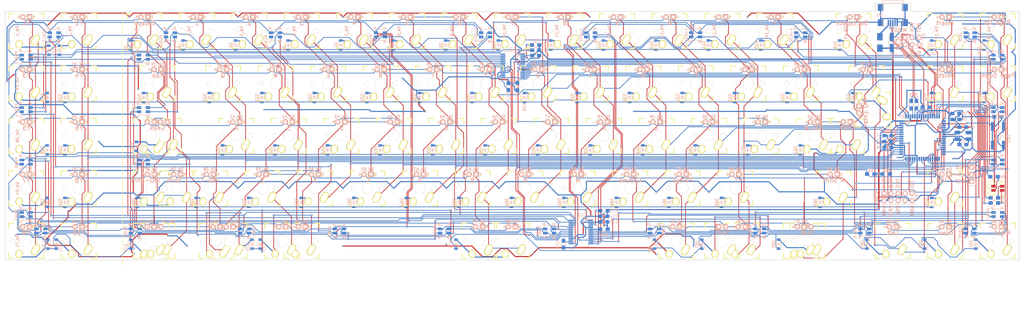
<source format=kicad_pcb>
(kicad_pcb (version 20171130) (host pcbnew "(5.1.12)-1")
  (layers (0 F.Cu signal) (31 B.Cu signal) (34 B.Paste user hide) (35 F.Paste user hide) (36 B.SilkS user hide) (37 F.SilkS user hide) (38 B.Mask user hide) (39 F.Mask user hide) (44 Edge.Cuts user))
  (net 0 "")
  (net 1 R1)
  (net 2 "Net-(D1-Pad2)")
  (net 3 "Net-(D2-Pad2)")
  (net 4 "Net-(D3-Pad2)")
  (net 5 "Net-(D4-Pad2)")
  (net 6 "Net-(D5-Pad2)")
  (net 7 "Net-(D6-Pad2)")
  (net 8 "Net-(D7-Pad2)")
  (net 9 "Net-(D8-Pad2)")
  (net 10 "Net-(D9-Pad2)")
  (net 11 "Net-(D10-Pad2)")
  (net 12 "Net-(D11-Pad2)")
  (net 13 "Net-(D12-Pad2)")
  (net 14 "Net-(D13-Pad2)")
  (net 15 "Net-(D14-Pad2)")
  (net 16 "Net-(D15-Pad2)")
  (net 17 "Net-(D16-Pad2)")
  (net 18 "Net-(D17-Pad2)")
  (net 19 "Net-(D18-Pad2)")
  (net 20 R2)
  (net 21 "Net-(D19-Pad2)")
  (net 22 "Net-(D20-Pad2)")
  (net 23 "Net-(D21-Pad2)")
  (net 24 "Net-(D22-Pad2)")
  (net 25 "Net-(D23-Pad2)")
  (net 26 "Net-(D24-Pad2)")
  (net 27 "Net-(D25-Pad2)")
  (net 28 "Net-(D26-Pad2)")
  (net 29 "Net-(D27-Pad2)")
  (net 30 "Net-(D28-Pad2)")
  (net 31 "Net-(D29-Pad2)")
  (net 32 "Net-(D30-Pad2)")
  (net 33 "Net-(D31-Pad2)")
  (net 34 "Net-(D32-Pad2)")
  (net 35 "Net-(D33-Pad2)")
  (net 36 "Net-(D34-Pad2)")
  (net 37 "Net-(D36-Pad2)")
  (net 38 "Net-(D37-Pad2)")
  (net 39 R3)
  (net 40 "Net-(D38-Pad2)")
  (net 41 "Net-(D39-Pad2)")
  (net 42 "Net-(D40-Pad2)")
  (net 43 "Net-(D41-Pad2)")
  (net 44 "Net-(D42-Pad2)")
  (net 45 "Net-(D43-Pad2)")
  (net 46 "Net-(D44-Pad2)")
  (net 47 "Net-(D45-Pad2)")
  (net 48 "Net-(D46-Pad2)")
  (net 49 "Net-(D47-Pad2)")
  (net 50 "Net-(D48-Pad2)")
  (net 51 "Net-(D49-Pad2)")
  (net 52 "Net-(D50-Pad2)")
  (net 53 "Net-(D51-Pad2)")
  (net 54 "Net-(D53-Pad2)")
  (net 55 R4)
  (net 56 "Net-(D54-Pad2)")
  (net 57 "Net-(D55-Pad2)")
  (net 58 "Net-(D57-Pad2)")
  (net 59 "Net-(D58-Pad2)")
  (net 60 "Net-(D59-Pad2)")
  (net 61 "Net-(D60-Pad2)")
  (net 62 "Net-(D61-Pad2)")
  (net 63 "Net-(D62-Pad2)")
  (net 64 "Net-(D63-Pad2)")
  (net 65 "Net-(D64-Pad2)")
  (net 66 "Net-(D65-Pad2)")
  (net 67 "Net-(D66-Pad2)")
  (net 68 "Net-(D67-Pad2)")
  (net 69 "Net-(D68-Pad2)")
  (net 70 "Net-(D69-Pad2)")
  (net 71 "Net-(D70-Pad2)")
  (net 72 R5)
  (net 73 "Net-(D71-Pad2)")
  (net 74 "Net-(D72-Pad2)")
  (net 75 "Net-(D73-Pad2)")
  (net 76 "Net-(D75-Pad2)")
  (net 77 "Net-(D77-Pad2)")
  (net 78 "Net-(D79-Pad2)")
  (net 79 "Net-(D81-Pad2)")
  (net 80 "Net-(D82-Pad2)")
  (net 81 "Net-(D85-Pad2)")
  (net 82 "Net-(D89-Pad2)")
  (net 83 "Net-(D90-Pad2)")
  (net 84 "Net-(D91-Pad2)")
  (net 85 C1)
  (net 86 C2)
  (net 87 C3)
  (net 88 C4)
  (net 89 C5)
  (net 90 C6)
  (net 91 C7)
  (net 92 C8)
  (net 93 C9)
  (net 94 C10)
  (net 95 C11)
  (net 96 C12)
  (net 97 C13)
  (net 98 C14)
  (net 99 C15)
  (net 100 C16)
  (net 101 "Net-(C1-Pad1)")
  (net 102 GND)
  (net 103 "Net-(C2-Pad1)")
  (net 104 "Net-(C3-Pad1)")
  (net 105 "Net-(C4-Pad1)")
  (net 106 +5V)
  (net 107 "Net-(C12-Pad1)")
  (net 108 "Net-(C15-Pad1)")
  (net 109 "Net-(F1-Pad1)")
  (net 110 USB-)
  (net 111 USB+)
  (net 112 MISO)
  (net 113 SCK)
  (net 114 MOSI)
  (net 115 RESET)
  (net 116 LED_SCL)
  (net 117 LED_SDA)
  (net 118 D-)
  (net 119 D+)
  (net 120 "Net-(R6-Pad1)")
  (net 121 PWM_RED)
  (net 122 "Net-(R7-Pad1)")
  (net 123 PWM_GREEN)
  (net 124 "Net-(R8-Pad1)")
  (net 125 PWM_BLUE)
  (net 126 "Net-(R11-Pad1)")
  (net 127 "Net-(R12-Pad1)")
  (net 128 "Net-(R13-Pad1)")
  (net 129 "Net-(R14-Pad1)")
  (net 130 L_CA9)
  (net 131 L_CA1)
  (net 132 L_CA8)
  (net 133 L_CA7)
  (net 134 L_CA6)
  (net 135 L_CA5)
  (net 136 L_CA4)
  (net 137 L_CA3)
  (net 138 L_CA2)
  (net 139 "Net-(U1-Pad9)")
  (net 140 "Net-(U1-Pad10)")
  (net 141 "Net-(U1-Pad14)")
  (net 142 "Net-(U1-Pad18)")
  (net 143 "Net-(U1-Pad19)")
  (net 144 R6)
  (net 145 R7)
  (net 146 "Net-(U1-Pad34)")
  (net 147 "Net-(U1-Pad39)")
  (net 148 "Net-(U1-Pad40)")
  (net 149 AUDIO)
  (net 150 "Net-(U1-Pad42)")
  (net 151 C18)
  (net 152 C17)
  (net 153 "Net-(U2-Pad4)")
  (net 154 L_CB1)
  (net 155 L_CB2)
  (net 156 L_CB3)
  (net 157 L_CB4)
  (net 158 L_CB5)
  (net 159 L_CB6)
  (net 160 L_CB7)
  (net 161 L_CB8)
  (net 162 L_CB9)
  (net 163 "Net-(U2-Pad17)")
  (net 164 R_CA9)
  (net 165 "Net-(U3-Pad4)")
  (net 166 R_CB1)
  (net 167 R_CB2)
  (net 168 R_CB3)
  (net 169 R_CB4)
  (net 170 R_CB5)
  (net 171 R_CB6)
  (net 172 R_CB7)
  (net 173 R_CB8)
  (net 174 R_CB9)
  (net 175 "Net-(U3-Pad17)")
  (net 176 R_CA1)
  (net 177 R_CA2)
  (net 178 R_CA3)
  (net 179 R_CA4)
  (net 180 R_CA5)
  (net 181 R_CA6)
  (net 182 R_CA7)
  (net 183 R_CA8)
  (net 184 "Net-(RGB10-Pad1)")
  (net 185 TDI)
  (net 186 TDO)
  (net 187 TMS)
  (net 188 TCK)
  (net 189 "Net-(P3-Pad7)")
  (net 190 "Net-(P3-Pad8)")
  (module Keyboard:GNDVia-wRing (layer F.Cu) (at 354.457 59.182)
    (fp_text reference REF**_81 hide)
    (fp_text value "GND Via" hide)
    (pad GND thru_hole circle (at 0 0) (size 0.6 0.6) (drill 0.3) (layers *.Cu) (net 102 GND))
  )
  (module Keyboard:GNDVia-wRing (layer F.Cu) (at 373.507 64.643)
    (fp_text reference REF**_80 hide)
    (fp_text value "GND Via" hide)
    (pad GND thru_hole circle (at 0 0) (size 0.6 0.6) (drill 0.3) (layers *.Cu) (net 102 GND))
  )
  (module Keyboard:GNDVia-wRing (layer F.Cu) (at 374.269 74.93)
    (fp_text reference REF**_79 hide)
    (fp_text value "GND Via" hide)
    (pad GND thru_hole circle (at 0 0) (size 0.6 0.6) (drill 0.3) (layers *.Cu) (net 102 GND))
  )
  (module Keyboard:GNDVia-wRing (layer F.Cu) (at 361.188 77.089)
    (fp_text reference REF**_78 hide)
    (fp_text value "GND Via" hide)
    (pad GND thru_hole circle (at 0 0) (size 0.6 0.6) (drill 0.3) (layers *.Cu) (net 102 GND))
  )
  (module Keyboard:GNDVia-wRing (layer F.Cu) (at 354.076 74.549)
    (fp_text reference REF**_77 hide)
    (fp_text value "GND Via" hide)
    (pad GND thru_hole circle (at 0 0) (size 0.6 0.6) (drill 0.3) (layers *.Cu) (net 102 GND))
  )
  (module Keyboard:GNDVia-wRing (layer F.Cu) (at 89.662 102.997)
    (fp_text reference REF**_76 hide)
    (fp_text value "GND Via" hide)
    (pad GND thru_hole circle (at 0 0) (size 0.6 0.6) (drill 0.3) (layers *.Cu) (net 102 GND))
  )
  (module Keyboard:GNDVia-wRing (layer F.Cu) (at 77.216 109.601)
    (fp_text reference REF**_75 hide)
    (fp_text value "GND Via" hide)
    (pad GND thru_hole circle (at 0 0) (size 0.6 0.6) (drill 0.3) (layers *.Cu) (net 102 GND))
  )
  (module Keyboard:GNDVia-wRing (layer F.Cu) (at 63.8175 89.789)
    (fp_text reference REF**_74 hide)
    (fp_text value "GND Via" hide)
    (pad GND thru_hole circle (at 0 0) (size 0.6 0.6) (drill 0.3) (layers *.Cu) (net 102 GND))
  )
  (module Keyboard:GNDVia-wRing (layer F.Cu) (at 64.389 41.275)
    (fp_text reference REF**_73 hide)
    (fp_text value "GND Via" hide)
    (pad GND thru_hole circle (at 0 0) (size 0.6 0.6) (drill 0.3) (layers *.Cu) (net 102 GND))
  )
  (module Keyboard:GNDVia-wRing (layer F.Cu) (at 64.389 68.707)
    (fp_text reference REF**_72 hide)
    (fp_text value "GND Via" hide)
    (pad GND thru_hole circle (at 0 0) (size 0.6 0.6) (drill 0.3) (layers *.Cu) (net 102 GND))
  )
  (module Keyboard:GNDVia-wRing (layer F.Cu) (at 77.216 87.4395)
    (fp_text reference REF**_71 hide)
    (fp_text value "GND Via" hide)
    (pad GND thru_hole circle (at 0 0) (size 0.6 0.6) (drill 0.3) (layers *.Cu) (net 102 GND))
  )
  (module Keyboard:GNDVia-wRing (layer F.Cu) (at 78.486 80.01)
    (fp_text reference REF**_70 hide)
    (fp_text value "GND Via" hide)
    (pad GND thru_hole circle (at 0 0) (size 0.6 0.6) (drill 0.3) (layers *.Cu) (net 102 GND))
  )
  (module Keyboard:GNDVia-wRing (layer F.Cu) (at 78.486 70.5485)
    (fp_text reference REF**_69 hide)
    (fp_text value "GND Via" hide)
    (pad GND thru_hole circle (at 0 0) (size 0.6 0.6) (drill 0.3) (layers *.Cu) (net 102 GND))
  )
  (module Keyboard:GNDVia-wRing (layer F.Cu) (at 78.8035 60.6425)
    (fp_text reference REF**_68 hide)
    (fp_text value "GND Via" hide)
    (pad GND thru_hole circle (at 0 0) (size 0.6 0.6) (drill 0.3) (layers *.Cu) (net 102 GND))
  )
  (module Keyboard:GNDVia-wRing (layer F.Cu) (at 78.8035 49.7205)
    (fp_text reference REF**_67 hide)
    (fp_text value "GND Via" hide)
    (pad GND thru_hole circle (at 0 0) (size 0.6 0.6) (drill 0.3) (layers *.Cu) (net 102 GND))
  )
  (module MXALPS (layer F.Cu) (at 83.3438 66.675 180)
    (fp_text reference SW_40_2 hide)
    (fp_text value MX_LED hide)
    (pad "" np_thru_hole circle (at 0 0) (size 3.98781 3.98781) (drill 3.9878) (layers *.Cu *.Mask F.SilkS) (clearance 0.1524))
    (pad "" np_thru_hole circle (at -5.08 0) (size 1.70181 1.70181) (drill 1.7018) (layers *.Cu *.Mask F.SilkS) (clearance 0.1524))
    (pad "" np_thru_hole circle (at 5.08 0) (size 1.70181 1.70181) (drill 1.7018) (layers *.Cu *.Mask F.SilkS) (clearance 0.1524))
    (pad SW1 thru_hole oval (at -3.405 -3.27 330.95) (size 2.5 4.17) (drill oval 1.5 3.17) (layers *.Cu *.Mask F.SilkS) (net 42 "Net-(D40-Pad2)"))
    (pad SW2 thru_hole oval (at 2.52 -4.79 356.1) (size 2.5 3.08) (drill oval 1.5 2.08) (layers *.Cu *.Mask F.SilkS) (net 87 C3))
    (pad K thru_hole rect (at -1.27 5.08) (size 2 2) (drill 1) (layers *.Cu *.SilkS *.Mask) (net 133 L_CA7))
    (pad A thru_hole circle (at 1.27 5.08) (size 2 2) (drill 1) (layers *.Cu *.SilkS *.Mask) (net 137 L_CA3))
  )
  (module Keyboard:SMP4-RGB (layer B.Cu) (at 80.645 38.1 270)
    (fp_text reference RGB13_2 (at 1.27 3.175 270) (layer B.SilkS) (effects (justify mirror)))
    (fp_text value Led_RGB_CA)
    (fp_text user R (at -2.5 2 270) (layer B.SilkS) (effects (justify mirror)))
    (fp_text user B (at 2.5 -1.6 270) (layer B.SilkS) (effects (justify mirror)))
    (fp_text user G (at -2.5 -1.5 270) (layer B.SilkS) (effects (justify mirror)))
    (fp_text user A (at 2.5 2 270) (layer B.SilkS) (effects (justify mirror)))
    (pad 1 smd rect (at 0.75 1.6 180) (size 1.6 1) (layers B.Cu B.Paste B.Mask) (net 180 R_CA5))
    (pad 2 smd rect (at -0.75 1.6 180) (size 1.6 1) (layers B.Cu B.Paste B.Mask) (net 164 R_CA9))
    (pad 4 smd rect (at 0.75 -1.6 180) (size 1.6 1) (layers B.Cu B.Paste B.Mask) (net 182 R_CA7))
    (pad 3 smd rect (at -0.75 -1.6 180) (size 1.6 1) (layers B.Cu B.Paste B.Mask) (net 183 R_CA8))
  )
  (module Keyboard:SMP4-RGB (layer B.Cu) (at 80.645 57.15 270)
    (fp_text reference RGB14_2 (at 0.1 3.5 270) (layer B.SilkS) (effects (justify mirror)))
    (fp_text value Led_RGB_CA)
    (fp_text user R (at -2.5 2 270) (layer B.SilkS) (effects (justify mirror)))
    (fp_text user B (at 2.5 -1.6 270) (layer B.SilkS) (effects (justify mirror)))
    (fp_text user G (at -2.5 -1.5 270) (layer B.SilkS) (effects (justify mirror)))
    (fp_text user A (at 2.5 2 270) (layer B.SilkS) (effects (justify mirror)))
    (pad 1 smd rect (at 0.75 1.6 180) (size 1.6 1) (layers B.Cu B.Paste B.Mask) (net 181 R_CA6))
    (pad 2 smd rect (at -0.75 1.6 180) (size 1.6 1) (layers B.Cu B.Paste B.Mask) (net 164 R_CA9))
    (pad 4 smd rect (at 0.75 -1.6 180) (size 1.6 1) (layers B.Cu B.Paste B.Mask) (net 182 R_CA7))
    (pad 3 smd rect (at -0.75 -1.6 180) (size 1.6 1) (layers B.Cu B.Paste B.Mask) (net 183 R_CA8))
  )
  (module Keyboard:SMP4-RGB (layer B.Cu) (at 80.645 76.2 270)
    (fp_text reference RGB8_2 (at 0.1 3.5 270) (layer B.SilkS) (effects (justify mirror)))
    (fp_text value Led_RGB_CA)
    (fp_text user R (at -2.5 2 270) (layer B.SilkS) (effects (justify mirror)))
    (fp_text user B (at 2.5 -1.6 270) (layer B.SilkS) (effects (justify mirror)))
    (fp_text user G (at -2.5 -1.5 270) (layer B.SilkS) (effects (justify mirror)))
    (fp_text user A (at 2.5 2 270) (layer B.SilkS) (effects (justify mirror)))
    (pad 1 smd rect (at 0.75 1.6 180) (size 1.6 1) (layers B.Cu B.Paste B.Mask) (net 164 R_CA9))
    (pad 2 smd rect (at -0.75 1.6 180) (size 1.6 1) (layers B.Cu B.Paste B.Mask) (net 176 R_CA1))
    (pad 4 smd rect (at 0.75 -1.6 180) (size 1.6 1) (layers B.Cu B.Paste B.Mask) (net 178 R_CA3))
    (pad 3 smd rect (at -0.75 -1.6 180) (size 1.6 1) (layers B.Cu B.Paste B.Mask) (net 177 R_CA2))
  )
  (module Keyboard:GNDVia-wRing (layer F.Cu) (at 174.625 45.72)
    (fp_text reference REF**_66 hide)
    (fp_text value "GND Via" hide)
    (pad GND thru_hole circle (at 0 0) (size 0.6 0.6) (drill 0.3) (layers *.Cu) (net 102 GND))
  )
  (module Keyboard:GNDVia-wRing (layer F.Cu) (at 172.72 57.785)
    (fp_text reference REF**_65 hide)
    (fp_text value "GND Via" hide)
    (pad GND thru_hole circle (at 0 0) (size 0.6 0.6) (drill 0.3) (layers *.Cu) (net 102 GND))
  )
  (module Keyboard:GNDVia-wRing (layer F.Cu) (at 163.195 57.785)
    (fp_text reference REF**_64 hide)
    (fp_text value "GND Via" hide)
    (pad GND thru_hole circle (at 0 0) (size 0.6 0.6) (drill 0.3) (layers *.Cu) (net 102 GND))
  )
  (module Keyboard:GNDVia-wRing (layer F.Cu) (at 124.46 57.15)
    (fp_text reference REF**_63 hide)
    (fp_text value "GND Via" hide)
    (pad GND thru_hole circle (at 0 0) (size 0.6 0.6) (drill 0.3) (layers *.Cu) (net 102 GND))
  )
  (module Keyboard:GNDVia-wRing (layer F.Cu) (at 78.74 41.275)
    (fp_text reference REF**_62 hide)
    (fp_text value "GND Via" hide)
    (pad GND thru_hole circle (at 0 0) (size 0.6 0.6) (drill 0.3) (layers *.Cu) (net 102 GND))
  )
  (module Keyboard:GNDVia-wRing (layer F.Cu) (at 34.29 44.45)
    (fp_text reference REF**_61 hide)
    (fp_text value "GND Via" hide)
    (pad GND thru_hole circle (at 0 0) (size 0.6 0.6) (drill 0.3) (layers *.Cu) (net 102 GND))
  )
  (module Keyboard:GNDVia-wRing (layer F.Cu) (at 33.655 24.765)
    (fp_text reference REF**_60 hide)
    (fp_text value "GND Via" hide)
    (pad GND thru_hole circle (at 0 0) (size 0.6 0.6) (drill 0.3) (layers *.Cu) (net 102 GND))
  )
  (module Keyboard:GNDVia-wRing (layer F.Cu) (at 45.72 26.67)
    (fp_text reference REF**_59 hide)
    (fp_text value "GND Via" hide)
    (pad GND thru_hole circle (at 0 0) (size 0.6 0.6) (drill 0.3) (layers *.Cu) (net 102 GND))
  )
  (module Keyboard:GNDVia-wRing (layer F.Cu) (at 57.15 110.49)
    (fp_text reference REF**_58 hide)
    (fp_text value "GND Via" hide)
    (pad GND thru_hole circle (at 0 0) (size 0.6 0.6) (drill 0.3) (layers *.Cu) (net 102 GND))
  )
  (module Keyboard:GNDVia-wRing (layer F.Cu) (at 34.29 102.87)
    (fp_text reference REF**_57 hide)
    (fp_text value "GND Via" hide)
    (pad GND thru_hole circle (at 0 0) (size 0.6 0.6) (drill 0.3) (layers *.Cu) (net 102 GND))
  )
  (module Keyboard:GNDVia-wRing (layer F.Cu) (at 53.34 93.98)
    (fp_text reference REF**_56 hide)
    (fp_text value "GND Via" hide)
    (pad GND thru_hole circle (at 0 0) (size 0.6 0.6) (drill 0.3) (layers *.Cu) (net 102 GND))
  )
  (module Keyboard:GNDVia-wRing (layer F.Cu) (at 53.34 79.375)
    (fp_text reference REF**_55 hide)
    (fp_text value "GND Via" hide)
    (pad GND thru_hole circle (at 0 0) (size 0.6 0.6) (drill 0.3) (layers *.Cu) (net 102 GND))
  )
  (module Keyboard:GNDVia-wRing (layer F.Cu) (at 53.34 57.15)
    (fp_text reference REF**_54 hide)
    (fp_text value "GND Via" hide)
    (pad GND thru_hole circle (at 0 0) (size 0.6 0.6) (drill 0.3) (layers *.Cu) (net 102 GND))
  )
  (module Keyboard:GNDVia-wRing (layer F.Cu) (at 280.035 106.68)
    (fp_text reference REF**_53 hide)
    (fp_text value "GND Via" hide)
    (pad GND thru_hole circle (at 0 0) (size 0.6 0.6) (drill 0.3) (layers *.Cu) (net 102 GND))
  )
  (module Keyboard:GNDVia-wRing (layer F.Cu) (at 311.15 86.995)
    (fp_text reference REF**_52 hide)
    (fp_text value "GND Via" hide)
    (pad GND thru_hole circle (at 0 0) (size 0.6 0.6) (drill 0.3) (layers *.Cu) (net 102 GND))
  )
  (module Keyboard:GNDVia-wRing (layer F.Cu) (at 323.85 73.025)
    (fp_text reference REF**_51 hide)
    (fp_text value "GND Via" hide)
    (pad GND thru_hole circle (at 0 0) (size 0.6 0.6) (drill 0.3) (layers *.Cu) (net 102 GND))
  )
  (module Keyboard:GNDVia-wRing (layer F.Cu) (at 343.535 66.675)
    (fp_text reference REF**_50 hide)
    (fp_text value "GND Via" hide)
    (pad GND thru_hole circle (at 0 0) (size 0.6 0.6) (drill 0.3) (layers *.Cu) (net 102 GND))
  )
  (module Keyboard:GNDVia-wRing (layer F.Cu) (at 343.535 71.755)
    (fp_text reference REF**_49 hide)
    (fp_text value "GND Via" hide)
    (pad GND thru_hole circle (at 0 0) (size 0.6 0.6) (drill 0.3) (layers *.Cu) (net 102 GND))
  )
  (module Keyboard:GNDVia-wRing (layer F.Cu) (at 361.315 80.645)
    (fp_text reference REF**_48 hide)
    (fp_text value "GND Via" hide)
    (pad GND thru_hole circle (at 0 0) (size 0.6 0.6) (drill 0.3) (layers *.Cu) (net 102 GND))
  )
  (module Keyboard:GNDVia-wRing (layer F.Cu) (at 362.585 50.165)
    (fp_text reference REF**_47 hide)
    (fp_text value "GND Via" hide)
    (pad GND thru_hole circle (at 0 0) (size 0.6 0.6) (drill 0.3) (layers *.Cu) (net 102 GND))
  )
  (module Keyboard:GNDVia-wRing (layer F.Cu) (at 357.505 50.165)
    (fp_text reference REF**_46 hide)
    (fp_text value "GND Via" hide)
    (pad GND thru_hole circle (at 0 0) (size 0.6 0.6) (drill 0.3) (layers *.Cu) (net 102 GND))
  )
  (module Keyboard:GNDVia-wRing (layer F.Cu) (at 365.76 37.465)
    (fp_text reference REF**_45 hide)
    (fp_text value "GND Via" hide)
    (pad GND thru_hole circle (at 0 0) (size 0.6 0.6) (drill 0.3) (layers *.Cu) (net 102 GND))
  )
  (module Keyboard:GNDVia-wRing (layer F.Cu) (at 342.9 25.4)
    (fp_text reference REF**_44 hide)
    (fp_text value "GND Via" hide)
    (pad GND thru_hole circle (at 0 0) (size 0.6 0.6) (drill 0.3) (layers *.Cu) (net 102 GND))
  )
  (module Keyboard:GNDVia-wRing (layer F.Cu) (at 377.825 26.035)
    (fp_text reference REF**_43 hide)
    (fp_text value "GND Via" hide)
    (pad GND thru_hole circle (at 0 0) (size 0.6 0.6) (drill 0.3) (layers *.Cu) (net 102 GND))
  )
  (module Keyboard:GNDVia-wRing (layer F.Cu) (at 395.605 36.195)
    (fp_text reference REF**_42 hide)
    (fp_text value "GND Via" hide)
    (pad GND thru_hole circle (at 0 0) (size 0.6 0.6) (drill 0.3) (layers *.Cu) (net 102 GND))
  )
  (module Keyboard:GNDVia-wRing (layer F.Cu) (at 390.525 66.675)
    (fp_text reference REF**_41 hide)
    (fp_text value "GND Via" hide)
    (pad GND thru_hole circle (at 0 0) (size 0.6 0.6) (drill 0.3) (layers *.Cu) (net 102 GND))
  )
  (module Keyboard:GNDVia-wRing (layer F.Cu) (at 381 63.5)
    (fp_text reference REF**_40 hide)
    (fp_text value "GND Via" hide)
    (pad GND thru_hole circle (at 0 0) (size 0.6 0.6) (drill 0.3) (layers *.Cu) (net 102 GND))
  )
  (module Keyboard:GNDVia-wRing (layer F.Cu) (at 381 60.96)
    (fp_text reference REF**_39 hide)
    (fp_text value "GND Via" hide)
    (pad GND thru_hole circle (at 0 0) (size 0.6 0.6) (drill 0.3) (layers *.Cu) (net 102 GND))
  )
  (module Keyboard:GNDVia-wRing (layer F.Cu) (at 379.73 57.785)
    (fp_text reference REF**_38 hide)
    (fp_text value "GND Via" hide)
    (pad GND thru_hole circle (at 0 0) (size 0.6 0.6) (drill 0.3) (layers *.Cu) (net 102 GND))
  )
  (module Keyboard:GNDVia-wRing (layer F.Cu) (at 380.365 71.755)
    (fp_text reference REF**_37 hide)
    (fp_text value "GND Via" hide)
    (pad GND thru_hole circle (at 0 0) (size 0.6 0.6) (drill 0.3) (layers *.Cu) (net 102 GND))
  )
  (module Keyboard:GNDVia-wRing (layer F.Cu) (at 373.38 69.85)
    (fp_text reference REF**_36 hide)
    (fp_text value "GND Via" hide)
    (pad GND thru_hole circle (at 0 0) (size 0.6 0.6) (drill 0.3) (layers *.Cu) (net 102 GND))
  )
  (module Keyboard:GNDVia-wRing (layer F.Cu) (at 365.76 63.5)
    (fp_text reference REF**_35 hide)
    (fp_text value "GND Via" hide)
    (pad GND thru_hole circle (at 0 0) (size 0.6 0.6) (drill 0.3) (layers *.Cu) (net 102 GND))
  )
  (module Keyboard:GNDVia-wRing (layer F.Cu) (at 332.74 57.785)
    (fp_text reference REF**_34 hide)
    (fp_text value "GND Via" hide)
    (pad GND thru_hole circle (at 0 0) (size 0.6 0.6) (drill 0.3) (layers *.Cu) (net 102 GND))
  )
  (module Keyboard:GNDVia-wRing (layer F.Cu) (at 299.72 23.495)
    (fp_text reference REF**_33 hide)
    (fp_text value "GND Via" hide)
    (pad GND thru_hole circle (at 0 0) (size 0.6 0.6) (drill 0.3) (layers *.Cu) (net 102 GND))
  )
  (module Keyboard:GNDVia-wRing (layer F.Cu) (at 325.755 29.845)
    (fp_text reference REF**_32 hide)
    (fp_text value "GND Via" hide)
    (pad GND thru_hole circle (at 0 0) (size 0.6 0.6) (drill 0.3) (layers *.Cu) (net 102 GND))
  )
  (module Keyboard:GNDVia-wRing (layer F.Cu) (at 306.705 57.15)
    (fp_text reference REF**_31 hide)
    (fp_text value "GND Via" hide)
    (pad GND thru_hole circle (at 0 0) (size 0.6 0.6) (drill 0.3) (layers *.Cu) (net 102 GND))
  )
  (module Keyboard:GNDVia-wRing (layer F.Cu) (at 258.445 57.785)
    (fp_text reference REF**_30 hide)
    (fp_text value "GND Via" hide)
    (pad GND thru_hole circle (at 0 0) (size 0.6 0.6) (drill 0.3) (layers *.Cu) (net 102 GND))
  )
  (module Keyboard:GNDVia-wRing (layer F.Cu) (at 182.88 57.785)
    (fp_text reference REF**_29 hide)
    (fp_text value "GND Via" hide)
    (pad GND thru_hole circle (at 0 0) (size 0.6 0.6) (drill 0.3) (layers *.Cu) (net 102 GND))
  )
  (module Keyboard:GNDVia-wRing (layer F.Cu) (at 242.57 23.495)
    (fp_text reference REF**_28 hide)
    (fp_text value "GND Via" hide)
    (pad GND thru_hole circle (at 0 0) (size 0.6 0.6) (drill 0.3) (layers *.Cu) (net 102 GND))
  )
  (module Keyboard:GNDVia-wRing (layer F.Cu) (at 204.47 24.765)
    (fp_text reference REF**_27 hide)
    (fp_text value "GND Via" hide)
    (pad GND thru_hole circle (at 0 0) (size 0.6 0.6) (drill 0.3) (layers *.Cu) (net 102 GND))
  )
  (module Keyboard:GNDVia-wRing (layer F.Cu) (at 153.035 23.495)
    (fp_text reference REF**_26 hide)
    (fp_text value "GND Via" hide)
    (pad GND thru_hole circle (at 0 0) (size 0.6 0.6) (drill 0.3) (layers *.Cu) (net 102 GND))
  )
  (module Keyboard:GNDVia-wRing (layer F.Cu) (at 114.935 23.495)
    (fp_text reference REF**_25 hide)
    (fp_text value "GND Via" hide)
    (pad GND thru_hole circle (at 0 0) (size 0.6 0.6) (drill 0.3) (layers *.Cu) (net 102 GND))
  )
  (module Keyboard:GNDVia-wRing (layer F.Cu) (at 75.565 23.495)
    (fp_text reference REF**_24 hide)
    (fp_text value "GND Via" hide)
    (pad GND thru_hole circle (at 0 0) (size 0.6 0.6) (drill 0.3) (layers *.Cu) (net 102 GND))
  )
  (module Keyboard:GNDVia-wRing (layer F.Cu) (at 190.5 106.045)
    (fp_text reference REF**_23 hide)
    (fp_text value "GND Via" hide)
    (pad GND thru_hole circle (at 0 0) (size 0.6 0.6) (drill 0.3) (layers *.Cu) (net 102 GND))
  )
  (module Keyboard:GNDVia-wRing (layer F.Cu) (at 153.035 106.68)
    (fp_text reference REF**_22 hide)
    (fp_text value "GND Via" hide)
    (pad GND thru_hole circle (at 0 0) (size 0.6 0.6) (drill 0.3) (layers *.Cu) (net 102 GND))
  )
  (module Keyboard:GNDVia-wRing (layer F.Cu) (at 96.52 106.68)
    (fp_text reference REF**_21 hide)
    (fp_text value "GND Via" hide)
    (pad GND thru_hole circle (at 0 0) (size 0.6 0.6) (drill 0.3) (layers *.Cu) (net 102 GND))
  )
  (module Keyboard:GNDVia-wRing (layer F.Cu) (at 114.935 85.725)
    (fp_text reference REF**_20 hide)
    (fp_text value "GND Via" hide)
    (pad GND thru_hole circle (at 0 0) (size 0.6 0.6) (drill 0.3) (layers *.Cu) (net 102 GND))
  )
  (module Keyboard:GNDVia-wRing (layer F.Cu) (at 133.35 85.725)
    (fp_text reference REF**_19 hide)
    (fp_text value "GND Via" hide)
    (pad GND thru_hole circle (at 0 0) (size 0.6 0.6) (drill 0.3) (layers *.Cu) (net 102 GND))
  )
  (module Keyboard:GNDVia-wRing (layer F.Cu) (at 153.035 85.725)
    (fp_text reference REF**_18 hide)
    (fp_text value "GND Via" hide)
    (pad GND thru_hole circle (at 0 0) (size 0.6 0.6) (drill 0.3) (layers *.Cu) (net 102 GND))
  )
  (module Keyboard:GNDVia-wRing (layer F.Cu) (at 171.45 85.725)
    (fp_text reference REF**_17 hide)
    (fp_text value "GND Via" hide)
    (pad GND thru_hole circle (at 0 0) (size 0.6 0.6) (drill 0.3) (layers *.Cu) (net 102 GND))
  )
  (module Keyboard:GNDVia-wRing (layer F.Cu) (at 190.5 85.725)
    (fp_text reference REF**_16 hide)
    (fp_text value "GND Via" hide)
    (pad GND thru_hole circle (at 0 0) (size 0.6 0.6) (drill 0.3) (layers *.Cu) (net 102 GND))
  )
  (module Keyboard:GNDVia-wRing (layer F.Cu) (at 209.55 85.725)
    (fp_text reference REF**_15 hide)
    (fp_text value "GND Via" hide)
    (pad GND thru_hole circle (at 0 0) (size 0.6 0.6) (drill 0.3) (layers *.Cu) (net 102 GND))
  )
  (module Keyboard:GNDVia-wRing (layer F.Cu) (at 228.6 85.725)
    (fp_text reference REF**_14 hide)
    (fp_text value "GND Via" hide)
    (pad GND thru_hole circle (at 0 0) (size 0.6 0.6) (drill 0.3) (layers *.Cu) (net 102 GND))
  )
  (module Keyboard:GNDVia-wRing (layer F.Cu) (at 241.3 83.185)
    (fp_text reference REF**_13 hide)
    (fp_text value "GND Via" hide)
    (pad GND thru_hole circle (at 0 0) (size 0.6 0.6) (drill 0.3) (layers *.Cu) (net 102 GND))
  )
  (module Keyboard:GNDVia-wRing (layer F.Cu) (at 280.035 83.185)
    (fp_text reference REF**_12 hide)
    (fp_text value "GND Via" hide)
    (pad GND thru_hole circle (at 0 0) (size 0.6 0.6) (drill 0.3) (layers *.Cu) (net 102 GND))
  )
  (module Keyboard:GNDVia-wRing (layer F.Cu) (at 285.75 87.122)
    (fp_text reference REF**_11 hide)
    (fp_text value "GND Via" hide)
    (pad GND thru_hole circle (at 0 0) (size 0.6 0.6) (drill 0.3) (layers *.Cu) (net 102 GND))
  )
  (module Keyboard:GNDVia-wRing (layer F.Cu) (at 266.7 87.122)
    (fp_text reference REF**_10 hide)
    (fp_text value "GND Via" hide)
    (pad GND thru_hole circle (at 0 0) (size 0.6 0.6) (drill 0.3) (layers *.Cu) (net 102 GND))
  )
  (module Keyboard:GNDVia-wRing (layer F.Cu) (at 266.7 109.728)
    (fp_text reference REF**_9 hide)
    (fp_text value "GND Via" hide)
    (pad GND thru_hole circle (at 0 0) (size 0.6 0.6) (drill 0.3) (layers *.Cu) (net 102 GND))
  )
  (module Keyboard:GNDVia-wRing (layer F.Cu) (at 221.996 109.347)
    (fp_text reference REF**_8 hide)
    (fp_text value "GND Via" hide)
    (pad GND thru_hole circle (at 0 0) (size 0.6 0.6) (drill 0.3) (layers *.Cu) (net 102 GND))
  )
  (module Keyboard:GNDVia-wRing (layer F.Cu) (at 247.65 99.187)
    (fp_text reference REF**_7 hide)
    (fp_text value "GND Via" hide)
    (pad GND thru_hole circle (at 0 0) (size 0.6 0.6) (drill 0.3) (layers *.Cu) (net 102 GND))
  )
  (module Keyboard:GNDVia-wRing (layer F.Cu) (at 235.585 107.315)
    (fp_text reference REF**_6 hide)
    (fp_text value "GND Via" hide)
    (pad GND thru_hole circle (at 0 0) (size 0.6 0.6) (drill 0.3) (layers *.Cu) (net 102 GND))
  )
  (module Keyboard:GNDVia-wRing (layer F.Cu) (at 242.888 95.885)
    (fp_text reference REF**_5 hide)
    (fp_text value "GND Via" hide)
    (pad GND thru_hole circle (at 0 0) (size 0.6 0.6) (drill 0.3) (layers *.Cu) (net 102 GND))
  )
  (module Keyboard:SMP4-RGB (layer B.Cu) (at 390.525 95.25 270)
    (fp_text reference RGB21 (at 0.1 3.5 270) (layer B.SilkS) (effects (justify mirror)))
    (fp_text value Led_RGB_CA)
    (fp_text user R (at -2.5 2 270) (layer B.SilkS) (effects (justify mirror)))
    (fp_text user B (at 2.5 -1.6 270) (layer B.SilkS) (effects (justify mirror)))
    (fp_text user G (at -2.5 -1.5 270) (layer B.SilkS) (effects (justify mirror)))
    (fp_text user A (at 2.5 2 270) (layer B.SilkS) (effects (justify mirror)))
    (pad 1 smd rect (at 0.75 1.6 180) (size 1.6 1) (layers B.Cu B.Paste B.Mask) (net 171 R_CB6))
    (pad 2 smd rect (at -0.75 1.6 180) (size 1.6 1) (layers B.Cu B.Paste B.Mask) (net 166 R_CB1))
    (pad 4 smd rect (at 0.75 -1.6 180) (size 1.6 1) (layers B.Cu B.Paste B.Mask) (net 168 R_CB3))
    (pad 3 smd rect (at -0.75 -1.6 180) (size 1.6 1) (layers B.Cu B.Paste B.Mask) (net 167 R_CB2))
  )
  (module Keyboard:GNDVia-wRing (layer F.Cu) (at 391.16 72.644)
    (fp_text reference REF**_4 hide)
    (fp_text value "GND Via" hide)
    (pad GND thru_hole circle (at 0 0) (size 0.6 0.6) (drill 0.3) (layers *.Cu) (net 102 GND))
  )
  (module Housings_SSOP:SSOP-28_5.3x10.2mm_Pitch0.65mm (layer B.Cu) (at 214.63 41.275 180)
    (fp_text reference U2 (at 0 6.25 180) (layer B.SilkS) (effects (justify mirror)))
    (fp_text value IS31FL3731)
    (pad 1 smd rect (at -3.6 4.225 180) (size 1.75 0.45) (layers B.Cu B.Paste B.Mask) (net 130 L_CA9))
    (pad 2 smd rect (at -3.6 3.575 180) (size 1.75 0.45) (layers B.Cu B.Paste B.Mask) (net 106 +5V))
    (pad 3 smd rect (at -3.6 2.925 180) (size 1.75 0.45) (layers B.Cu B.Paste B.Mask) (net 126 "Net-(R11-Pad1)"))
    (pad 4 smd rect (at -3.6 2.275 180) (size 1.75 0.45) (layers B.Cu B.Paste B.Mask) (net 153 "Net-(U2-Pad4)"))
    (pad 5 smd rect (at -3.6 1.625 180) (size 1.75 0.45) (layers B.Cu B.Paste B.Mask) (net 102 GND))
    (pad 6 smd rect (at -3.6 0.975 180) (size 1.75 0.45) (layers B.Cu B.Paste B.Mask) (net 127 "Net-(R12-Pad1)"))
    (pad 7 smd rect (at -3.6 0.325 180) (size 1.75 0.45) (layers B.Cu B.Paste B.Mask) (net 154 L_CB1))
    (pad 8 smd rect (at -3.6 -0.325 180) (size 1.75 0.45) (layers B.Cu B.Paste B.Mask) (net 155 L_CB2))
    (pad 9 smd rect (at -3.6 -0.975 180) (size 1.75 0.45) (layers B.Cu B.Paste B.Mask) (net 156 L_CB3))
    (pad 10 smd rect (at -3.6 -1.625 180) (size 1.75 0.45) (layers B.Cu B.Paste B.Mask) (net 157 L_CB4))
    (pad 11 smd rect (at -3.6 -2.275 180) (size 1.75 0.45) (layers B.Cu B.Paste B.Mask) (net 158 L_CB5))
    (pad 12 smd rect (at -3.6 -2.925 180) (size 1.75 0.45) (layers B.Cu B.Paste B.Mask) (net 159 L_CB6))
    (pad 13 smd rect (at -3.6 -3.575 180) (size 1.75 0.45) (layers B.Cu B.Paste B.Mask) (net 160 L_CB7))
    (pad 14 smd rect (at -3.6 -4.225 180) (size 1.75 0.45) (layers B.Cu B.Paste B.Mask) (net 161 L_CB8))
    (pad 15 smd rect (at 3.6 -4.225 180) (size 1.75 0.45) (layers B.Cu B.Paste B.Mask) (net 162 L_CB9))
    (pad 16 smd rect (at 3.6 -3.575 180) (size 1.75 0.45) (layers B.Cu B.Paste B.Mask) (net 107 "Net-(C12-Pad1)"))
    (pad 17 smd rect (at 3.6 -2.925 180) (size 1.75 0.45) (layers B.Cu B.Paste B.Mask) (net 163 "Net-(U2-Pad17)"))
    (pad 18 smd rect (at 3.6 -2.275 180) (size 1.75 0.45) (layers B.Cu B.Paste B.Mask) (net 102 GND))
    (pad 19 smd rect (at 3.6 -1.625 180) (size 1.75 0.45) (layers B.Cu B.Paste B.Mask) (net 117 LED_SDA))
    (pad 20 smd rect (at 3.6 -0.975 180) (size 1.75 0.45) (layers B.Cu B.Paste B.Mask) (net 116 LED_SCL))
    (pad 21 smd rect (at 3.6 -0.325 180) (size 1.75 0.45) (layers B.Cu B.Paste B.Mask) (net 131 L_CA1))
    (pad 22 smd rect (at 3.6 0.325 180) (size 1.75 0.45) (layers B.Cu B.Paste B.Mask) (net 138 L_CA2))
    (pad 23 smd rect (at 3.6 0.975 180) (size 1.75 0.45) (layers B.Cu B.Paste B.Mask) (net 137 L_CA3))
    (pad 24 smd rect (at 3.6 1.625 180) (size 1.75 0.45) (layers B.Cu B.Paste B.Mask) (net 136 L_CA4))
    (pad 25 smd rect (at 3.6 2.275 180) (size 1.75 0.45) (layers B.Cu B.Paste B.Mask) (net 135 L_CA5))
    (pad 26 smd rect (at 3.6 2.925 180) (size 1.75 0.45) (layers B.Cu B.Paste B.Mask) (net 134 L_CA6))
    (pad 27 smd rect (at 3.6 3.575 180) (size 1.75 0.45) (layers B.Cu B.Paste B.Mask) (net 133 L_CA7))
    (pad 28 smd rect (at 3.6 4.225 180) (size 1.75 0.45) (layers B.Cu B.Paste B.Mask) (net 132 L_CA8))
  )
  (module Capacitors_SMD:C_0805_HandSoldering (layer B.Cu) (at 222.885 37.465)
    (fp_text reference C11 (at 3.429 0) (layer B.SilkS) (effects (justify mirror)))
    (fp_text value 0.1µF)
    (pad 1 smd rect (at -1.25 0) (size 1.5 1.25) (layers B.Cu B.Paste B.Mask) (net 106 +5V))
    (pad 2 smd rect (at 1.25 0) (size 1.5 1.25) (layers B.Cu B.Paste B.Mask) (net 102 GND))
  )
  (module Capacitors_SMD:C_0805_HandSoldering (layer B.Cu) (at 222.885 35.56 180)
    (fp_text reference C10 (at 3.429 -0.127 180) (layer B.SilkS) (effects (justify mirror)))
    (fp_text value 1µF)
    (pad 1 smd rect (at -1.25 0 180) (size 1.5 1.25) (layers B.Cu B.Paste B.Mask) (net 106 +5V))
    (pad 2 smd rect (at 1.25 0 180) (size 1.5 1.25) (layers B.Cu B.Paste B.Mask) (net 102 GND))
  )
  (module Mounting_Holes:MountingHole_5mm (layer F.Cu) (at 101.6 66.675)
    (fp_text reference REF**_3 hide)
    (fp_text value MountingHole_5mm)
    (pad "" np_thru_hole circle (at 0 0) (size 6.3 6.3) (drill 6.3) (layers *.Cu *.Mask F.SilkS))
  )
  (module MXALPS (layer F.Cu) (at 38.1 28.575 180)
    (fp_text reference SW_1 (at 3.175 0 90) (layer B.SilkS) (effects (font (thickness 0.2)) (justify mirror)))
    (fp_text value MX_LED hide)
    (fp_text user A (at 2.794 5.08) (layer B.SilkS) (effects (justify mirror)))
    (fp_text user K (at -2.794 5.08) (layer B.SilkS) (effects (justify mirror)))
    (fp_text user A (at 2.794 5.08) (layer F.SilkS))
    (fp_text user K (at -2.794 5.08) (layer F.SilkS))
    (pad "" np_thru_hole circle (at 0 0) (size 3.98781 3.98781) (drill 3.9878) (layers *.Cu *.Mask F.SilkS) (clearance 0.1524))
    (pad "" np_thru_hole circle (at -5.08 0) (size 1.70181 1.70181) (drill 1.7018) (layers *.Cu *.Mask F.SilkS) (clearance 0.1524))
    (pad "" np_thru_hole circle (at 5.08 0) (size 1.70181 1.70181) (drill 1.7018) (layers *.Cu *.Mask F.SilkS) (clearance 0.1524))
    (pad SW1 thru_hole oval (at -3.405 -3.27 330.95) (size 2.5 4.17) (drill oval 1.5 3.17) (layers *.Cu *.Mask F.SilkS) (net 85 C1))
    (pad SW2 thru_hole oval (at 2.52 -4.79 356.1) (size 2.5 3.08) (drill oval 1.5 2.08) (layers *.Cu *.Mask F.SilkS) (net 2 "Net-(D1-Pad2)"))
    (pad K thru_hole rect (at -1.27 5.08) (size 2 2) (drill 1) (layers *.Cu *.SilkS *.Mask) (net 130 L_CA9))
    (pad A thru_hole circle (at 1.27 5.08) (size 2 2) (drill 1) (layers *.Cu *.SilkS *.Mask) (net 131 L_CA1))
  )
  (module Diodes_SMD:SOD-123 (layer B.Cu) (at 46.355 35.56 90)
    (fp_text reference D1 (at 0 -1.8 90) (layer B.SilkS) (effects (justify mirror)))
    (fp_text value D hide)
    (pad 1 smd rect (at -1.635 0 270) (size 0.91 1.22) (layers B.Cu B.Paste B.Mask) (net 1 R1))
    (pad 2 smd rect (at 1.635 0 270) (size 0.91 1.22) (layers B.Cu B.Paste B.Mask) (net 2 "Net-(D1-Pad2)"))
  )
  (module MXALPS (layer F.Cu) (at 57.15 28.575 180)
    (fp_text reference SW_2 (at 3.175 0 90) (layer B.SilkS) (effects (font (thickness 0.2)) (justify mirror)))
    (fp_text value MX_LED hide)
    (fp_text user A (at 2.794 5.08) (layer B.SilkS) (effects (justify mirror)))
    (fp_text user K (at -2.794 5.08) (layer B.SilkS) (effects (justify mirror)))
    (fp_text user A (at 2.794 5.08) (layer F.SilkS))
    (fp_text user K (at -2.794 5.08) (layer F.SilkS))
    (pad "" np_thru_hole circle (at 0 0) (size 3.98781 3.98781) (drill 3.9878) (layers *.Cu *.Mask F.SilkS) (clearance 0.1524))
    (pad "" np_thru_hole circle (at -5.08 0) (size 1.70181 1.70181) (drill 1.7018) (layers *.Cu *.Mask F.SilkS) (clearance 0.1524))
    (pad "" np_thru_hole circle (at 5.08 0) (size 1.70181 1.70181) (drill 1.7018) (layers *.Cu *.Mask F.SilkS) (clearance 0.1524))
    (pad SW1 thru_hole oval (at -3.405 -3.27 330.95) (size 2.5 4.17) (drill oval 1.5 3.17) (layers *.Cu *.Mask F.SilkS) (net 86 C2))
    (pad SW2 thru_hole oval (at 2.52 -4.79 356.1) (size 2.5 3.08) (drill oval 1.5 2.08) (layers *.Cu *.Mask F.SilkS) (net 3 "Net-(D2-Pad2)"))
    (pad K thru_hole rect (at -1.27 5.08) (size 2 2) (drill 1) (layers *.Cu *.SilkS *.Mask) (net 132 L_CA8))
    (pad A thru_hole circle (at 1.27 5.08) (size 2 2) (drill 1) (layers *.Cu *.SilkS *.Mask) (net 131 L_CA1))
  )
  (module Diodes_SMD:SOD-123 (layer B.Cu) (at 50.165 35.56 90)
    (fp_text reference D2 (at 0 -1.8 90) (layer B.SilkS) (effects (justify mirror)))
    (fp_text value D hide)
    (pad 1 smd rect (at -1.635 0 270) (size 0.91 1.22) (layers B.Cu B.Paste B.Mask) (net 1 R1))
    (pad 2 smd rect (at 1.635 0 270) (size 0.91 1.22) (layers B.Cu B.Paste B.Mask) (net 3 "Net-(D2-Pad2)"))
  )
  (module MXALPS (layer F.Cu) (at 80.9625 28.575 180)
    (fp_text reference SW_3 (at 2.8575 -0.635 90) (layer B.SilkS) (effects (font (thickness 0.2)) (justify mirror)))
    (fp_text value MX_LED hide)
    (fp_text user A (at 2.794 5.08) (layer B.SilkS) (effects (justify mirror)))
    (fp_text user K (at -2.794 5.08) (layer B.SilkS) (effects (justify mirror)))
    (fp_text user A (at 2.794 5.08) (layer F.SilkS))
    (fp_text user K (at -2.794 5.08) (layer F.SilkS))
    (pad "" np_thru_hole circle (at 0 0) (size 3.98781 3.98781) (drill 3.9878) (layers *.Cu *.Mask F.SilkS) (clearance 0.1524))
    (pad "" np_thru_hole circle (at -5.08 0) (size 1.70181 1.70181) (drill 1.7018) (layers *.Cu *.Mask F.SilkS) (clearance 0.1524))
    (pad "" np_thru_hole circle (at 5.08 0) (size 1.70181 1.70181) (drill 1.7018) (layers *.Cu *.Mask F.SilkS) (clearance 0.1524))
    (pad SW1 thru_hole oval (at -3.405 -3.27 330.95) (size 2.5 4.17) (drill oval 1.5 3.17) (layers *.Cu *.Mask F.SilkS) (net 87 C3))
    (pad SW2 thru_hole oval (at 2.52 -4.79 356.1) (size 2.5 3.08) (drill oval 1.5 2.08) (layers *.Cu *.Mask F.SilkS) (net 4 "Net-(D3-Pad2)"))
    (pad K thru_hole rect (at -1.27 5.08) (size 2 2) (drill 1) (layers *.Cu *.SilkS *.Mask) (net 133 L_CA7))
    (pad A thru_hole circle (at 1.27 5.08) (size 2 2) (drill 1) (layers *.Cu *.SilkS *.Mask) (net 131 L_CA1))
  )
  (module Diodes_SMD:SOD-123 (layer B.Cu) (at 75.9625 33.675 90)
    (fp_text reference D3 (at -1.25 -1.6675 90) (layer B.SilkS) (effects (justify mirror)))
    (fp_text value D hide)
    (pad 1 smd rect (at -1.635 0 270) (size 0.91 1.22) (layers B.Cu B.Paste B.Mask) (net 1 R1))
    (pad 2 smd rect (at 1.635 0 270) (size 0.91 1.22) (layers B.Cu B.Paste B.Mask) (net 4 "Net-(D3-Pad2)"))
  )
  (module MXALPS (layer F.Cu) (at 100.012 28.575 180)
    (fp_text reference SW_4 (at 2.8575 0 90) (layer B.SilkS) (effects (font (thickness 0.2)) (justify mirror)))
    (fp_text value MX_LED hide)
    (fp_text user A (at 2.794 5.08) (layer B.SilkS) (effects (justify mirror)))
    (fp_text user K (at -2.794 5.08) (layer B.SilkS) (effects (justify mirror)))
    (fp_text user A (at 2.794 5.08) (layer F.SilkS))
    (fp_text user K (at -2.794 5.08) (layer F.SilkS))
    (pad "" np_thru_hole circle (at 0 0) (size 3.98781 3.98781) (drill 3.9878) (layers *.Cu *.Mask F.SilkS) (clearance 0.1524))
    (pad "" np_thru_hole circle (at -5.08 0) (size 1.70181 1.70181) (drill 1.7018) (layers *.Cu *.Mask F.SilkS) (clearance 0.1524))
    (pad "" np_thru_hole circle (at 5.08 0) (size 1.70181 1.70181) (drill 1.7018) (layers *.Cu *.Mask F.SilkS) (clearance 0.1524))
    (pad SW1 thru_hole oval (at -3.405 -3.27 330.95) (size 2.5 4.17) (drill oval 1.5 3.17) (layers *.Cu *.Mask F.SilkS) (net 88 C4))
    (pad SW2 thru_hole oval (at 2.52 -4.79 356.1) (size 2.5 3.08) (drill oval 1.5 2.08) (layers *.Cu *.Mask F.SilkS) (net 5 "Net-(D4-Pad2)"))
    (pad K thru_hole rect (at -1.27 5.08) (size 2 2) (drill 1) (layers *.Cu *.SilkS *.Mask) (net 134 L_CA6))
    (pad A thru_hole circle (at 1.27 5.08) (size 2 2) (drill 1) (layers *.Cu *.SilkS *.Mask) (net 131 L_CA1))
  )
  (module Diodes_SMD:SOD-123 (layer B.Cu) (at 95.0125 33.675 90)
    (fp_text reference D4 (at -1.25 -1.6675 90) (layer B.SilkS) (effects (justify mirror)))
    (fp_text value D hide)
    (pad 1 smd rect (at -1.635 0 270) (size 0.91 1.22) (layers B.Cu B.Paste B.Mask) (net 1 R1))
    (pad 2 smd rect (at 1.635 0 270) (size 0.91 1.22) (layers B.Cu B.Paste B.Mask) (net 5 "Net-(D4-Pad2)"))
  )
  (module MXALPS (layer F.Cu) (at 119.062 28.575 180)
    (fp_text reference SW_5 (at 2.8575 0 90) (layer B.SilkS) (effects (font (thickness 0.2)) (justify mirror)))
    (fp_text value MX_LED hide)
    (fp_text user A (at 2.794 5.08) (layer B.SilkS) (effects (justify mirror)))
    (fp_text user K (at -2.794 5.08) (layer B.SilkS) (effects (justify mirror)))
    (fp_text user A (at 2.794 5.08) (layer F.SilkS))
    (fp_text user K (at -2.794 5.08) (layer F.SilkS))
    (pad "" np_thru_hole circle (at 0 0) (size 3.98781 3.98781) (drill 3.9878) (layers *.Cu *.Mask F.SilkS) (clearance 0.1524))
    (pad "" np_thru_hole circle (at -5.08 0) (size 1.70181 1.70181) (drill 1.7018) (layers *.Cu *.Mask F.SilkS) (clearance 0.1524))
    (pad "" np_thru_hole circle (at 5.08 0) (size 1.70181 1.70181) (drill 1.7018) (layers *.Cu *.Mask F.SilkS) (clearance 0.1524))
    (pad SW1 thru_hole oval (at -3.405 -3.27 330.95) (size 2.5 4.17) (drill oval 1.5 3.17) (layers *.Cu *.Mask F.SilkS) (net 89 C5))
    (pad SW2 thru_hole oval (at 2.52 -4.79 356.1) (size 2.5 3.08) (drill oval 1.5 2.08) (layers *.Cu *.Mask F.SilkS) (net 6 "Net-(D5-Pad2)"))
    (pad K thru_hole rect (at -1.27 5.08) (size 2 2) (drill 1) (layers *.Cu *.SilkS *.Mask) (net 135 L_CA5))
    (pad A thru_hole circle (at 1.27 5.08) (size 2 2) (drill 1) (layers *.Cu *.SilkS *.Mask) (net 131 L_CA1))
  )
  (module Diodes_SMD:SOD-123 (layer B.Cu) (at 114.062 33.675 90)
    (fp_text reference D5 (at 0 -1.8 90) (layer B.SilkS) (effects (justify mirror)))
    (fp_text value D hide)
    (pad 1 smd rect (at -1.635 0 270) (size 0.91 1.22) (layers B.Cu B.Paste B.Mask) (net 1 R1))
    (pad 2 smd rect (at 1.635 0 270) (size 0.91 1.22) (layers B.Cu B.Paste B.Mask) (net 6 "Net-(D5-Pad2)"))
  )
  (module MXALPS (layer F.Cu) (at 138.112 28.575 180)
    (fp_text reference SW_6 (at 2.8575 0 90) (layer B.SilkS) (effects (font (thickness 0.2)) (justify mirror)))
    (fp_text value MX_LED hide)
    (fp_text user A (at 2.794 5.08) (layer B.SilkS) (effects (justify mirror)))
    (fp_text user K (at -2.794 5.08) (layer B.SilkS) (effects (justify mirror)))
    (fp_text user A (at 2.794 5.08) (layer F.SilkS))
    (fp_text user K (at -2.794 5.08) (layer F.SilkS))
    (pad "" np_thru_hole circle (at 0 0) (size 3.98781 3.98781) (drill 3.9878) (layers *.Cu *.Mask F.SilkS) (clearance 0.1524))
    (pad "" np_thru_hole circle (at -5.08 0) (size 1.70181 1.70181) (drill 1.7018) (layers *.Cu *.Mask F.SilkS) (clearance 0.1524))
    (pad "" np_thru_hole circle (at 5.08 0) (size 1.70181 1.70181) (drill 1.7018) (layers *.Cu *.Mask F.SilkS) (clearance 0.1524))
    (pad SW1 thru_hole oval (at -3.405 -3.27 330.95) (size 2.5 4.17) (drill oval 1.5 3.17) (layers *.Cu *.Mask F.SilkS) (net 90 C6))
    (pad SW2 thru_hole oval (at 2.52 -4.79 356.1) (size 2.5 3.08) (drill oval 1.5 2.08) (layers *.Cu *.Mask F.SilkS) (net 7 "Net-(D6-Pad2)"))
    (pad K thru_hole rect (at -1.27 5.08) (size 2 2) (drill 1) (layers *.Cu *.SilkS *.Mask) (net 136 L_CA4))
    (pad A thru_hole circle (at 1.27 5.08) (size 2 2) (drill 1) (layers *.Cu *.SilkS *.Mask) (net 131 L_CA1))
  )
  (module Diodes_SMD:SOD-123 (layer B.Cu) (at 133.112 33.675 90)
    (fp_text reference D6 (at -1.25 -1.6675 90) (layer B.SilkS) (effects (justify mirror)))
    (fp_text value D hide)
    (pad 1 smd rect (at -1.635 0 270) (size 0.91 1.22) (layers B.Cu B.Paste B.Mask) (net 1 R1))
    (pad 2 smd rect (at 1.635 0 270) (size 0.91 1.22) (layers B.Cu B.Paste B.Mask) (net 7 "Net-(D6-Pad2)"))
  )
  (module MXALPS (layer F.Cu) (at 157.162 28.575 180)
    (fp_text reference SW_7 (at 2.8575 0 90) (layer B.SilkS) (effects (font (thickness 0.2)) (justify mirror)))
    (fp_text value MX_LED hide)
    (fp_text user A (at 2.794 5.08) (layer B.SilkS) (effects (justify mirror)))
    (fp_text user K (at -2.794 5.08) (layer B.SilkS) (effects (justify mirror)))
    (fp_text user A (at 2.794 5.08) (layer F.SilkS))
    (fp_text user K (at -2.794 5.08) (layer F.SilkS))
    (pad "" np_thru_hole circle (at 0 0) (size 3.98781 3.98781) (drill 3.9878) (layers *.Cu *.Mask F.SilkS) (clearance 0.1524))
    (pad "" np_thru_hole circle (at -5.08 0) (size 1.70181 1.70181) (drill 1.7018) (layers *.Cu *.Mask F.SilkS) (clearance 0.1524))
    (pad "" np_thru_hole circle (at 5.08 0) (size 1.70181 1.70181) (drill 1.7018) (layers *.Cu *.Mask F.SilkS) (clearance 0.1524))
    (pad SW1 thru_hole oval (at -3.405 -3.27 330.95) (size 2.5 4.17) (drill oval 1.5 3.17) (layers *.Cu *.Mask F.SilkS) (net 91 C7))
    (pad SW2 thru_hole oval (at 2.52 -4.79 356.1) (size 2.5 3.08) (drill oval 1.5 2.08) (layers *.Cu *.Mask F.SilkS) (net 8 "Net-(D7-Pad2)"))
    (pad K thru_hole rect (at -1.27 5.08) (size 2 2) (drill 1) (layers *.Cu *.SilkS *.Mask) (net 137 L_CA3))
    (pad A thru_hole circle (at 1.27 5.08) (size 2 2) (drill 1) (layers *.Cu *.SilkS *.Mask) (net 131 L_CA1))
  )
  (module Diodes_SMD:SOD-123 (layer B.Cu) (at 152.162 33.675 90)
    (fp_text reference D7 (at 0 -1.8 90) (layer B.SilkS) (effects (justify mirror)))
    (fp_text value D hide)
    (pad 1 smd rect (at -1.635 0 270) (size 0.91 1.22) (layers B.Cu B.Paste B.Mask) (net 1 R1))
    (pad 2 smd rect (at 1.635 0 270) (size 0.91 1.22) (layers B.Cu B.Paste B.Mask) (net 8 "Net-(D7-Pad2)"))
  )
  (module MXALPS (layer F.Cu) (at 176.212 28.575 180)
    (fp_text reference SW_8 (at 2.8575 0 90) (layer B.SilkS) (effects (font (thickness 0.2)) (justify mirror)))
    (fp_text value MX_LED hide)
    (fp_text user A (at 2.794 5.08) (layer B.SilkS) (effects (justify mirror)))
    (fp_text user K (at -2.794 5.08) (layer B.SilkS) (effects (justify mirror)))
    (fp_text user A (at 2.794 5.08) (layer F.SilkS))
    (fp_text user K (at -2.794 5.08) (layer F.SilkS))
    (pad "" np_thru_hole circle (at 0 0) (size 3.98781 3.98781) (drill 3.9878) (layers *.Cu *.Mask F.SilkS) (clearance 0.1524))
    (pad "" np_thru_hole circle (at -5.08 0) (size 1.70181 1.70181) (drill 1.7018) (layers *.Cu *.Mask F.SilkS) (clearance 0.1524))
    (pad "" np_thru_hole circle (at 5.08 0) (size 1.70181 1.70181) (drill 1.7018) (layers *.Cu *.Mask F.SilkS) (clearance 0.1524))
    (pad SW1 thru_hole oval (at -3.405 -3.27 330.95) (size 2.5 4.17) (drill oval 1.5 3.17) (layers *.Cu *.Mask F.SilkS) (net 92 C8))
    (pad SW2 thru_hole oval (at 2.52 -4.79 356.1) (size 2.5 3.08) (drill oval 1.5 2.08) (layers *.Cu *.Mask F.SilkS) (net 9 "Net-(D8-Pad2)"))
    (pad K thru_hole rect (at -1.27 5.08) (size 2 2) (drill 1) (layers *.Cu *.SilkS *.Mask) (net 138 L_CA2))
    (pad A thru_hole circle (at 1.27 5.08) (size 2 2) (drill 1) (layers *.Cu *.SilkS *.Mask) (net 131 L_CA1))
  )
  (module Diodes_SMD:SOD-123 (layer B.Cu) (at 171.212 33.675 90)
    (fp_text reference D8 (at -1.25 -1.8 90) (layer B.SilkS) (effects (justify mirror)))
    (fp_text value D hide)
    (pad 1 smd rect (at -1.635 0 270) (size 0.91 1.22) (layers B.Cu B.Paste B.Mask) (net 1 R1))
    (pad 2 smd rect (at 1.635 0 270) (size 0.91 1.22) (layers B.Cu B.Paste B.Mask) (net 9 "Net-(D8-Pad2)"))
  )
  (module MXALPS (layer F.Cu) (at 195.262 28.575 180)
    (fp_text reference SW_9 (at 2.8575 0 90) (layer B.SilkS) (effects (font (thickness 0.2)) (justify mirror)))
    (fp_text value MX_LED hide)
    (fp_text user A (at 2.794 5.08) (layer B.SilkS) (effects (justify mirror)))
    (fp_text user K (at -2.794 5.08) (layer B.SilkS) (effects (justify mirror)))
    (fp_text user A (at 2.794 5.08) (layer F.SilkS))
    (fp_text user K (at -2.794 5.08) (layer F.SilkS))
    (pad "" np_thru_hole circle (at 0 0) (size 3.98781 3.98781) (drill 3.9878) (layers *.Cu *.Mask F.SilkS) (clearance 0.1524))
    (pad "" np_thru_hole circle (at -5.08 0) (size 1.70181 1.70181) (drill 1.7018) (layers *.Cu *.Mask F.SilkS) (clearance 0.1524))
    (pad "" np_thru_hole circle (at 5.08 0) (size 1.70181 1.70181) (drill 1.7018) (layers *.Cu *.Mask F.SilkS) (clearance 0.1524))
    (pad SW1 thru_hole oval (at -3.405 -3.27 330.95) (size 2.5 4.17) (drill oval 1.5 3.17) (layers *.Cu *.Mask F.SilkS) (net 93 C9))
    (pad SW2 thru_hole oval (at 2.52 -4.79 356.1) (size 2.5 3.08) (drill oval 1.5 2.08) (layers *.Cu *.Mask F.SilkS) (net 10 "Net-(D9-Pad2)"))
    (pad K thru_hole rect (at -1.27 5.08) (size 2 2) (drill 1) (layers *.Cu *.SilkS *.Mask) (net 131 L_CA1))
    (pad A thru_hole circle (at 1.27 5.08) (size 2 2) (drill 1) (layers *.Cu *.SilkS *.Mask) (net 138 L_CA2))
  )
  (module Diodes_SMD:SOD-123 (layer B.Cu) (at 190.262 33.675 90)
    (fp_text reference D9 (at 0 -1.8 90) (layer B.SilkS) (effects (justify mirror)))
    (fp_text value D hide)
    (pad 1 smd rect (at -1.635 0 270) (size 0.91 1.22) (layers B.Cu B.Paste B.Mask) (net 1 R1))
    (pad 2 smd rect (at 1.635 0 270) (size 0.91 1.22) (layers B.Cu B.Paste B.Mask) (net 10 "Net-(D9-Pad2)"))
  )
  (module MXALPS (layer F.Cu) (at 214.312 28.575 180)
    (fp_text reference SW_10 (at 2.8575 0 90) (layer B.SilkS) (effects (font (thickness 0.2)) (justify mirror)))
    (fp_text value MX_LED hide)
    (fp_text user A (at 2.794 5.08) (layer B.SilkS) (effects (justify mirror)))
    (fp_text user K (at -2.794 5.08) (layer B.SilkS) (effects (justify mirror)))
    (fp_text user A (at 2.794 5.08) (layer F.SilkS))
    (fp_text user K (at -2.794 5.08) (layer F.SilkS))
    (pad "" np_thru_hole circle (at 0 0) (size 3.98781 3.98781) (drill 3.9878) (layers *.Cu *.Mask F.SilkS) (clearance 0.1524))
    (pad "" np_thru_hole circle (at -5.08 0) (size 1.70181 1.70181) (drill 1.7018) (layers *.Cu *.Mask F.SilkS) (clearance 0.1524))
    (pad "" np_thru_hole circle (at 5.08 0) (size 1.70181 1.70181) (drill 1.7018) (layers *.Cu *.Mask F.SilkS) (clearance 0.1524))
    (pad SW1 thru_hole oval (at -3.405 -3.27 330.95) (size 2.5 4.17) (drill oval 1.5 3.17) (layers *.Cu *.Mask F.SilkS) (net 94 C10))
    (pad SW2 thru_hole oval (at 2.52 -4.79 356.1) (size 2.5 3.08) (drill oval 1.5 2.08) (layers *.Cu *.Mask F.SilkS) (net 11 "Net-(D10-Pad2)"))
    (pad K thru_hole rect (at -1.27 5.08) (size 2 2) (drill 1) (layers *.Cu *.SilkS *.Mask) (net 162 L_CB9))
    (pad A thru_hole circle (at 1.27 5.08) (size 2 2) (drill 1) (layers *.Cu *.SilkS *.Mask) (net 154 L_CB1))
  )
  (module Diodes_SMD:SOD-123 (layer B.Cu) (at 209.312 33.675 90)
    (fp_text reference D10 (at 0 -1.8 90) (layer B.SilkS) (effects (justify mirror)))
    (fp_text value D hide)
    (pad 1 smd rect (at -1.635 0 270) (size 0.91 1.22) (layers B.Cu B.Paste B.Mask) (net 1 R1))
    (pad 2 smd rect (at 1.635 0 270) (size 0.91 1.22) (layers B.Cu B.Paste B.Mask) (net 11 "Net-(D10-Pad2)"))
  )
  (module MXALPS (layer F.Cu) (at 233.362 28.575 180)
    (fp_text reference SW_11 (at 2.8575 0 90) (layer B.SilkS) (effects (font (thickness 0.2)) (justify mirror)))
    (fp_text value MX_LED hide)
    (fp_text user A (at 2.794 5.08) (layer B.SilkS) (effects (justify mirror)))
    (fp_text user K (at -2.794 5.08) (layer B.SilkS) (effects (justify mirror)))
    (fp_text user A (at 2.794 5.08) (layer F.SilkS))
    (fp_text user K (at -2.794 5.08) (layer F.SilkS))
    (pad "" np_thru_hole circle (at 0 0) (size 3.98781 3.98781) (drill 3.9878) (layers *.Cu *.Mask F.SilkS) (clearance 0.1524))
    (pad "" np_thru_hole circle (at -5.08 0) (size 1.70181 1.70181) (drill 1.7018) (layers *.Cu *.Mask F.SilkS) (clearance 0.1524))
    (pad "" np_thru_hole circle (at 5.08 0) (size 1.70181 1.70181) (drill 1.7018) (layers *.Cu *.Mask F.SilkS) (clearance 0.1524))
    (pad SW1 thru_hole oval (at -3.405 -3.27 330.95) (size 2.5 4.17) (drill oval 1.5 3.17) (layers *.Cu *.Mask F.SilkS) (net 95 C11))
    (pad SW2 thru_hole oval (at 2.52 -4.79 356.1) (size 2.5 3.08) (drill oval 1.5 2.08) (layers *.Cu *.Mask F.SilkS) (net 12 "Net-(D11-Pad2)"))
    (pad K thru_hole rect (at -1.27 5.08) (size 2 2) (drill 1) (layers *.Cu *.SilkS *.Mask) (net 161 L_CB8))
    (pad A thru_hole circle (at 1.27 5.08) (size 2 2) (drill 1) (layers *.Cu *.SilkS *.Mask) (net 154 L_CB1))
  )
  (module Diodes_SMD:SOD-123 (layer B.Cu) (at 228.362 33.675 90)
    (fp_text reference D11 (at 0.02 -1.6675 90) (layer B.SilkS) (effects (justify mirror)))
    (fp_text value D hide)
    (pad 1 smd rect (at -1.635 0 270) (size 0.91 1.22) (layers B.Cu B.Paste B.Mask) (net 1 R1))
    (pad 2 smd rect (at 1.635 0 270) (size 0.91 1.22) (layers B.Cu B.Paste B.Mask) (net 12 "Net-(D11-Pad2)"))
  )
  (module MXALPS (layer F.Cu) (at 252.412 28.575 180)
    (fp_text reference SW_12 (at 2.8575 0 90) (layer B.SilkS) (effects (font (thickness 0.2)) (justify mirror)))
    (fp_text value MX_LED hide)
    (fp_text user A (at 2.794 5.08) (layer B.SilkS) (effects (justify mirror)))
    (fp_text user K (at -2.794 5.08) (layer B.SilkS) (effects (justify mirror)))
    (fp_text user A (at 2.794 5.08) (layer F.SilkS))
    (fp_text user K (at -2.794 5.08) (layer F.SilkS))
    (pad "" np_thru_hole circle (at 0 0) (size 3.98781 3.98781) (drill 3.9878) (layers *.Cu *.Mask F.SilkS) (clearance 0.1524))
    (pad "" np_thru_hole circle (at -5.08 0) (size 1.70181 1.70181) (drill 1.7018) (layers *.Cu *.Mask F.SilkS) (clearance 0.1524))
    (pad "" np_thru_hole circle (at 5.08 0) (size 1.70181 1.70181) (drill 1.7018) (layers *.Cu *.Mask F.SilkS) (clearance 0.1524))
    (pad SW1 thru_hole oval (at -3.405 -3.27 330.95) (size 2.5 4.17) (drill oval 1.5 3.17) (layers *.Cu *.Mask F.SilkS) (net 96 C12))
    (pad SW2 thru_hole oval (at 2.52 -4.79 356.1) (size 2.5 3.08) (drill oval 1.5 2.08) (layers *.Cu *.Mask F.SilkS) (net 13 "Net-(D12-Pad2)"))
    (pad K thru_hole rect (at -1.27 5.08) (size 2 2) (drill 1) (layers *.Cu *.SilkS *.Mask) (net 160 L_CB7))
    (pad A thru_hole circle (at 1.27 5.08) (size 2 2) (drill 1) (layers *.Cu *.SilkS *.Mask) (net 154 L_CB1))
  )
  (module Diodes_SMD:SOD-123 (layer B.Cu) (at 247.412 33.675 90)
    (fp_text reference D12 (at 0 -1.8 90) (layer B.SilkS) (effects (justify mirror)))
    (fp_text value D hide)
    (pad 1 smd rect (at -1.635 0 270) (size 0.91 1.22) (layers B.Cu B.Paste B.Mask) (net 1 R1))
    (pad 2 smd rect (at 1.635 0 270) (size 0.91 1.22) (layers B.Cu B.Paste B.Mask) (net 13 "Net-(D12-Pad2)"))
  )
  (module MXALPS (layer F.Cu) (at 271.462 28.575 180)
    (fp_text reference SW_13 (at 2.8575 0 90) (layer B.SilkS) (effects (font (thickness 0.2)) (justify mirror)))
    (fp_text value MX_LED hide)
    (fp_text user A (at 2.794 5.08) (layer B.SilkS) (effects (justify mirror)))
    (fp_text user K (at -2.794 5.08) (layer B.SilkS) (effects (justify mirror)))
    (fp_text user A (at 2.794 5.08) (layer F.SilkS))
    (fp_text user K (at -2.794 5.08) (layer F.SilkS))
    (pad "" np_thru_hole circle (at 0 0) (size 3.98781 3.98781) (drill 3.9878) (layers *.Cu *.Mask F.SilkS) (clearance 0.1524))
    (pad "" np_thru_hole circle (at -5.08 0) (size 1.70181 1.70181) (drill 1.7018) (layers *.Cu *.Mask F.SilkS) (clearance 0.1524))
    (pad "" np_thru_hole circle (at 5.08 0) (size 1.70181 1.70181) (drill 1.7018) (layers *.Cu *.Mask F.SilkS) (clearance 0.1524))
    (pad SW1 thru_hole oval (at -3.405 -3.27 330.95) (size 2.5 4.17) (drill oval 1.5 3.17) (layers *.Cu *.Mask F.SilkS) (net 97 C13))
    (pad SW2 thru_hole oval (at 2.52 -4.79 356.1) (size 2.5 3.08) (drill oval 1.5 2.08) (layers *.Cu *.Mask F.SilkS) (net 14 "Net-(D13-Pad2)"))
    (pad K thru_hole rect (at -1.27 5.08) (size 2 2) (drill 1) (layers *.Cu *.SilkS *.Mask) (net 159 L_CB6))
    (pad A thru_hole circle (at 1.27 5.08) (size 2 2) (drill 1) (layers *.Cu *.SilkS *.Mask) (net 154 L_CB1))
  )
  (module Diodes_SMD:SOD-123 (layer B.Cu) (at 266.462 33.675 90)
    (fp_text reference D13 (at 0 -1.8 90) (layer B.SilkS) (effects (justify mirror)))
    (fp_text value D hide)
    (pad 1 smd rect (at -1.635 0 270) (size 0.91 1.22) (layers B.Cu B.Paste B.Mask) (net 1 R1))
    (pad 2 smd rect (at 1.635 0 270) (size 0.91 1.22) (layers B.Cu B.Paste B.Mask) (net 14 "Net-(D13-Pad2)"))
  )
  (module MXALPS (layer F.Cu) (at 290.512 28.575 180)
    (fp_text reference SW_14 (at 2.8575 0 90) (layer B.SilkS) (effects (font (thickness 0.2)) (justify mirror)))
    (fp_text value MX_LED hide)
    (fp_text user A (at 2.794 5.08) (layer B.SilkS) (effects (justify mirror)))
    (fp_text user K (at -2.794 5.08) (layer B.SilkS) (effects (justify mirror)))
    (fp_text user A (at 2.794 5.08) (layer F.SilkS))
    (fp_text user K (at -2.794 5.08) (layer F.SilkS))
    (pad "" np_thru_hole circle (at 0 0) (size 3.98781 3.98781) (drill 3.9878) (layers *.Cu *.Mask F.SilkS) (clearance 0.1524))
    (pad "" np_thru_hole circle (at -5.08 0) (size 1.70181 1.70181) (drill 1.7018) (layers *.Cu *.Mask F.SilkS) (clearance 0.1524))
    (pad "" np_thru_hole circle (at 5.08 0) (size 1.70181 1.70181) (drill 1.7018) (layers *.Cu *.Mask F.SilkS) (clearance 0.1524))
    (pad SW1 thru_hole oval (at -3.405 -3.27 330.95) (size 2.5 4.17) (drill oval 1.5 3.17) (layers *.Cu *.Mask F.SilkS) (net 98 C14))
    (pad SW2 thru_hole oval (at 2.52 -4.79 356.1) (size 2.5 3.08) (drill oval 1.5 2.08) (layers *.Cu *.Mask F.SilkS) (net 15 "Net-(D14-Pad2)"))
    (pad K thru_hole rect (at -1.27 5.08) (size 2 2) (drill 1) (layers *.Cu *.SilkS *.Mask) (net 158 L_CB5))
    (pad A thru_hole circle (at 1.27 5.08) (size 2 2) (drill 1) (layers *.Cu *.SilkS *.Mask) (net 154 L_CB1))
  )
  (module Diodes_SMD:SOD-123 (layer B.Cu) (at 285.512 33.675 90)
    (fp_text reference D14 (at 0 -1.8 90) (layer B.SilkS) (effects (justify mirror)))
    (fp_text value D hide)
    (pad 1 smd rect (at -1.635 0 270) (size 0.91 1.22) (layers B.Cu B.Paste B.Mask) (net 1 R1))
    (pad 2 smd rect (at 1.635 0 270) (size 0.91 1.22) (layers B.Cu B.Paste B.Mask) (net 15 "Net-(D14-Pad2)"))
  )
  (module MXALPS (layer F.Cu) (at 309.562 28.575 180)
    (fp_text reference SW_15 (at 2.8575 0 90) (layer B.SilkS) (effects (font (thickness 0.2)) (justify mirror)))
    (fp_text value MX_LED hide)
    (fp_text user A (at 2.794 5.08) (layer B.SilkS) (effects (justify mirror)))
    (fp_text user K (at -2.794 5.08) (layer B.SilkS) (effects (justify mirror)))
    (fp_text user A (at 2.794 5.08) (layer F.SilkS))
    (fp_text user K (at -2.794 5.08) (layer F.SilkS))
    (pad "" np_thru_hole circle (at 0 0) (size 3.98781 3.98781) (drill 3.9878) (layers *.Cu *.Mask F.SilkS) (clearance 0.1524))
    (pad "" np_thru_hole circle (at -5.08 0) (size 1.70181 1.70181) (drill 1.7018) (layers *.Cu *.Mask F.SilkS) (clearance 0.1524))
    (pad "" np_thru_hole circle (at 5.08 0) (size 1.70181 1.70181) (drill 1.7018) (layers *.Cu *.Mask F.SilkS) (clearance 0.1524))
    (pad SW1 thru_hole oval (at -3.405 -3.27 330.95) (size 2.5 4.17) (drill oval 1.5 3.17) (layers *.Cu *.Mask F.SilkS) (net 99 C15))
    (pad SW2 thru_hole oval (at 2.52 -4.79 356.1) (size 2.5 3.08) (drill oval 1.5 2.08) (layers *.Cu *.Mask F.SilkS) (net 16 "Net-(D15-Pad2)"))
    (pad K thru_hole rect (at -1.27 5.08) (size 2 2) (drill 1) (layers *.Cu *.SilkS *.Mask) (net 157 L_CB4))
    (pad A thru_hole circle (at 1.27 5.08) (size 2 2) (drill 1) (layers *.Cu *.SilkS *.Mask) (net 154 L_CB1))
  )
  (module Diodes_SMD:SOD-123 (layer B.Cu) (at 304.562 33.675 90)
    (fp_text reference D15 (at 0 -1.8 90) (layer B.SilkS) (effects (justify mirror)))
    (fp_text value D hide)
    (pad 1 smd rect (at -1.635 0 270) (size 0.91 1.22) (layers B.Cu B.Paste B.Mask) (net 1 R1))
    (pad 2 smd rect (at 1.635 0 270) (size 0.91 1.22) (layers B.Cu B.Paste B.Mask) (net 16 "Net-(D15-Pad2)"))
  )
  (module MXALPS (layer F.Cu) (at 338.138 28.575 180)
    (fp_text reference SW_16 (at 2.8575 -0.635 90) (layer B.SilkS) (effects (font (thickness 0.2)) (justify mirror)))
    (fp_text value MX_LED hide)
    (fp_text user A (at 2.794 5.08) (layer B.SilkS) (effects (justify mirror)))
    (fp_text user K (at -2.794 5.08) (layer B.SilkS) (effects (justify mirror)))
    (fp_text user A (at 2.794 5.08) (layer F.SilkS))
    (fp_text user K (at -2.794 5.08) (layer F.SilkS))
    (pad "" np_thru_hole circle (at 0 0) (size 3.98781 3.98781) (drill 3.9878) (layers *.Cu *.Mask F.SilkS) (clearance 0.1524))
    (pad "" np_thru_hole circle (at -5.08 0) (size 1.70181 1.70181) (drill 1.7018) (layers *.Cu *.Mask F.SilkS) (clearance 0.1524))
    (pad "" np_thru_hole circle (at 5.08 0) (size 1.70181 1.70181) (drill 1.7018) (layers *.Cu *.Mask F.SilkS) (clearance 0.1524))
    (pad SW1 thru_hole oval (at -3.405 -3.27 330.95) (size 2.5 4.17) (drill oval 1.5 3.17) (layers *.Cu *.Mask F.SilkS) (net 100 C16))
    (pad SW2 thru_hole oval (at 2.52 -4.79 356.1) (size 2.5 3.08) (drill oval 1.5 2.08) (layers *.Cu *.Mask F.SilkS) (net 17 "Net-(D16-Pad2)"))
    (pad K thru_hole rect (at -1.27 5.08) (size 2 2) (drill 1) (layers *.Cu *.SilkS *.Mask) (net 156 L_CB3))
    (pad A thru_hole circle (at 1.27 5.08) (size 2 2) (drill 1) (layers *.Cu *.SilkS *.Mask) (net 154 L_CB1))
  )
  (module Diodes_SMD:SOD-123 (layer B.Cu) (at 333.138 33.675 90)
    (fp_text reference D16 (at 0 -1.8 90) (layer B.SilkS) (effects (justify mirror)))
    (fp_text value D hide)
    (pad 1 smd rect (at -1.635 0 270) (size 0.91 1.22) (layers B.Cu B.Paste B.Mask) (net 1 R1))
    (pad 2 smd rect (at 1.635 0 270) (size 0.91 1.22) (layers B.Cu B.Paste B.Mask) (net 17 "Net-(D16-Pad2)"))
  )
  (module MXALPS (layer F.Cu) (at 371.475 28.575 180)
    (fp_text reference SW_17 (at 3.175 -0.635 90) (layer B.SilkS) (effects (font (thickness 0.2)) (justify mirror)))
    (fp_text value MX_LED hide)
    (fp_text user A (at 2.794 5.08) (layer B.SilkS) (effects (justify mirror)))
    (fp_text user K (at -2.794 5.08) (layer B.SilkS) (effects (justify mirror)))
    (fp_text user A (at 2.794 5.08) (layer F.SilkS))
    (fp_text user K (at -2.794 5.08) (layer F.SilkS))
    (pad "" np_thru_hole circle (at 0 0) (size 3.98781 3.98781) (drill 3.9878) (layers *.Cu *.Mask F.SilkS) (clearance 0.1524))
    (pad "" np_thru_hole circle (at -5.08 0) (size 1.70181 1.70181) (drill 1.7018) (layers *.Cu *.Mask F.SilkS) (clearance 0.1524))
    (pad "" np_thru_hole circle (at 5.08 0) (size 1.70181 1.70181) (drill 1.7018) (layers *.Cu *.Mask F.SilkS) (clearance 0.1524))
    (pad SW1 thru_hole oval (at -3.405 -3.27 330.95) (size 2.5 4.17) (drill oval 1.5 3.17) (layers *.Cu *.Mask F.SilkS) (net 152 C17))
    (pad SW2 thru_hole oval (at 2.52 -4.79 356.1) (size 2.5 3.08) (drill oval 1.5 2.08) (layers *.Cu *.Mask F.SilkS) (net 18 "Net-(D17-Pad2)"))
    (pad K thru_hole rect (at -1.27 5.08) (size 2 2) (drill 1) (layers *.Cu *.SilkS *.Mask) (net 155 L_CB2))
    (pad A thru_hole circle (at 1.27 5.08) (size 2 2) (drill 1) (layers *.Cu *.SilkS *.Mask) (net 154 L_CB1))
  )
  (module Diodes_SMD:SOD-123 (layer B.Cu) (at 366.475 33.675 90)
    (fp_text reference D17 (at -3.155 -0.08 180) (layer B.SilkS) (effects (justify mirror)))
    (fp_text value D hide)
    (pad 1 smd rect (at -1.635 0 270) (size 0.91 1.22) (layers B.Cu B.Paste B.Mask) (net 1 R1))
    (pad 2 smd rect (at 1.635 0 270) (size 0.91 1.22) (layers B.Cu B.Paste B.Mask) (net 18 "Net-(D17-Pad2)"))
  )
  (module MXALPS (layer F.Cu) (at 390.525 28.575 180)
    (fp_text reference SW_18 (at 3.175 -0.635 90) (layer B.SilkS) (effects (font (thickness 0.2)) (justify mirror)))
    (fp_text value MX_LED hide)
    (fp_text user A (at 2.794 5.08) (layer B.SilkS) (effects (justify mirror)))
    (fp_text user K (at -2.794 5.08) (layer B.SilkS) (effects (justify mirror)))
    (fp_text user A (at 2.794 5.08) (layer F.SilkS))
    (fp_text user K (at -2.794 5.08) (layer F.SilkS))
    (pad "" np_thru_hole circle (at 0 0) (size 3.98781 3.98781) (drill 3.9878) (layers *.Cu *.Mask F.SilkS) (clearance 0.1524))
    (pad "" np_thru_hole circle (at -5.08 0) (size 1.70181 1.70181) (drill 1.7018) (layers *.Cu *.Mask F.SilkS) (clearance 0.1524))
    (pad "" np_thru_hole circle (at 5.08 0) (size 1.70181 1.70181) (drill 1.7018) (layers *.Cu *.Mask F.SilkS) (clearance 0.1524))
    (pad SW1 thru_hole oval (at -3.405 -3.27 330.95) (size 2.5 4.17) (drill oval 1.5 3.17) (layers *.Cu *.Mask F.SilkS) (net 151 C18))
    (pad SW2 thru_hole oval (at 2.52 -4.79 356.1) (size 2.5 3.08) (drill oval 1.5 2.08) (layers *.Cu *.Mask F.SilkS) (net 19 "Net-(D18-Pad2)"))
    (pad K thru_hole rect (at -1.27 5.08) (size 2 2) (drill 1) (layers *.Cu *.SilkS *.Mask) (net 154 L_CB1))
    (pad A thru_hole circle (at 1.27 5.08) (size 2 2) (drill 1) (layers *.Cu *.SilkS *.Mask) (net 155 L_CB2))
  )
  (module Diodes_SMD:SOD-123 (layer B.Cu) (at 385.525 33.675 90)
    (fp_text reference D18 (at -1.885 -1.8 90) (layer B.SilkS) (effects (justify mirror)))
    (fp_text value D hide)
    (pad 1 smd rect (at -1.635 0 270) (size 0.91 1.22) (layers B.Cu B.Paste B.Mask) (net 1 R1))
    (pad 2 smd rect (at 1.635 0 270) (size 0.91 1.22) (layers B.Cu B.Paste B.Mask) (net 19 "Net-(D18-Pad2)"))
  )
  (module MXALPS (layer F.Cu) (at 38.1 47.625 180)
    (fp_text reference SW_19 (at 3.175 0 90) (layer B.SilkS) (effects (font (thickness 0.2)) (justify mirror)))
    (fp_text value MX_LED hide)
    (fp_text user A (at 2.794 5.08) (layer B.SilkS) (effects (justify mirror)))
    (fp_text user K (at -2.794 5.08) (layer B.SilkS) (effects (justify mirror)))
    (fp_text user A (at 2.794 5.08) (layer F.SilkS))
    (fp_text user K (at -2.794 5.08) (layer F.SilkS))
    (pad "" np_thru_hole circle (at 0 0) (size 3.98781 3.98781) (drill 3.9878) (layers *.Cu *.Mask F.SilkS) (clearance 0.1524))
    (pad "" np_thru_hole circle (at -5.08 0) (size 1.70181 1.70181) (drill 1.7018) (layers *.Cu *.Mask F.SilkS) (clearance 0.1524))
    (pad "" np_thru_hole circle (at 5.08 0) (size 1.70181 1.70181) (drill 1.7018) (layers *.Cu *.Mask F.SilkS) (clearance 0.1524))
    (pad SW1 thru_hole oval (at -3.405 -3.27 330.95) (size 2.5 4.17) (drill oval 1.5 3.17) (layers *.Cu *.Mask F.SilkS) (net 85 C1))
    (pad SW2 thru_hole oval (at 2.52 -4.79 356.1) (size 2.5 3.08) (drill oval 1.5 2.08) (layers *.Cu *.Mask F.SilkS) (net 21 "Net-(D19-Pad2)"))
    (pad K thru_hole rect (at -1.27 5.08) (size 2 2) (drill 1) (layers *.Cu *.SilkS *.Mask) (net 130 L_CA9))
    (pad A thru_hole circle (at 1.27 5.08) (size 2 2) (drill 1) (layers *.Cu *.SilkS *.Mask) (net 138 L_CA2))
  )
  (module Diodes_SMD:SOD-123 (layer B.Cu) (at 45.72 52.705 90)
    (fp_text reference D19 (at 0 -1.8 90) (layer B.SilkS) (effects (justify mirror)))
    (fp_text value D hide)
    (pad 1 smd rect (at -1.635 0 270) (size 0.91 1.22) (layers B.Cu B.Paste B.Mask) (net 20 R2))
    (pad 2 smd rect (at 1.635 0 270) (size 0.91 1.22) (layers B.Cu B.Paste B.Mask) (net 21 "Net-(D19-Pad2)"))
  )
  (module MXALPS (layer F.Cu) (at 57.15 47.625 180)
    (fp_text reference SW_20 (at 0 7) (layer B.SilkS) (effects (font (thickness 0.2)) (justify mirror)))
    (fp_text value MX_LED hide)
    (fp_text user A (at 2.794 5.08) (layer B.SilkS) (effects (justify mirror)))
    (fp_text user K (at -2.794 5.08) (layer B.SilkS) (effects (justify mirror)))
    (fp_text user A (at 2.794 5.08) (layer F.SilkS))
    (fp_text user K (at -2.794 5.08) (layer F.SilkS))
    (pad "" np_thru_hole circle (at 0 0) (size 3.98781 3.98781) (drill 3.9878) (layers *.Cu *.Mask F.SilkS) (clearance 0.1524))
    (pad "" np_thru_hole circle (at -5.08 0) (size 1.70181 1.70181) (drill 1.7018) (layers *.Cu *.Mask F.SilkS) (clearance 0.1524))
    (pad "" np_thru_hole circle (at 5.08 0) (size 1.70181 1.70181) (drill 1.7018) (layers *.Cu *.Mask F.SilkS) (clearance 0.1524))
    (pad SW1 thru_hole oval (at -3.405 -3.27 330.95) (size 2.5 4.17) (drill oval 1.5 3.17) (layers *.Cu *.Mask F.SilkS) (net 86 C2))
    (pad SW2 thru_hole oval (at 2.52 -4.79 356.1) (size 2.5 3.08) (drill oval 1.5 2.08) (layers *.Cu *.Mask F.SilkS) (net 22 "Net-(D20-Pad2)"))
    (pad K thru_hole rect (at -1.27 5.08) (size 2 2) (drill 1) (layers *.Cu *.SilkS *.Mask) (net 132 L_CA8))
    (pad A thru_hole circle (at 1.27 5.08) (size 2 2) (drill 1) (layers *.Cu *.SilkS *.Mask) (net 138 L_CA2))
  )
  (module Diodes_SMD:SOD-123 (layer B.Cu) (at 52.15 52.725 90)
    (fp_text reference D20 (at 0 -1.8 90) (layer B.SilkS) (effects (justify mirror)))
    (fp_text value D hide)
    (pad 1 smd rect (at -1.635 0 270) (size 0.91 1.22) (layers B.Cu B.Paste B.Mask) (net 20 R2))
    (pad 2 smd rect (at 1.635 0 270) (size 0.91 1.22) (layers B.Cu B.Paste B.Mask) (net 22 "Net-(D20-Pad2)"))
  )
  (module MXALPS (layer F.Cu) (at 85.725 47.625 180)
    (fp_text reference SW_21 (at 0 7) (layer B.SilkS) (effects (font (thickness 0.2)) (justify mirror)))
    (fp_text value MX_LED hide)
    (fp_text user A (at 2.794 5.08) (layer B.SilkS) (effects (justify mirror)))
    (fp_text user K (at -2.794 5.08) (layer B.SilkS) (effects (justify mirror)))
    (fp_text user A (at 2.794 5.08) (layer F.SilkS))
    (fp_text user K (at -2.794 5.08) (layer F.SilkS))
    (pad "" np_thru_hole circle (at 0 0) (size 3.98781 3.98781) (drill 3.9878) (layers *.Cu *.Mask F.SilkS) (clearance 0.1524))
    (pad "" np_thru_hole circle (at -5.08 0) (size 1.70181 1.70181) (drill 1.7018) (layers *.Cu *.Mask F.SilkS) (clearance 0.1524))
    (pad "" np_thru_hole circle (at 5.08 0) (size 1.70181 1.70181) (drill 1.7018) (layers *.Cu *.Mask F.SilkS) (clearance 0.1524))
    (pad SW1 thru_hole oval (at -3.405 -3.27 330.95) (size 2.5 4.17) (drill oval 1.5 3.17) (layers *.Cu *.Mask F.SilkS) (net 87 C3))
    (pad SW2 thru_hole oval (at 2.52 -4.79 356.1) (size 2.5 3.08) (drill oval 1.5 2.08) (layers *.Cu *.Mask F.SilkS) (net 23 "Net-(D21-Pad2)"))
    (pad K thru_hole rect (at -1.27 5.08) (size 2 2) (drill 1) (layers *.Cu *.SilkS *.Mask) (net 133 L_CA7))
    (pad A thru_hole circle (at 1.27 5.08) (size 2 2) (drill 1) (layers *.Cu *.SilkS *.Mask) (net 138 L_CA2))
  )
  (module Diodes_SMD:SOD-123 (layer B.Cu) (at 80.725 52.725 90)
    (fp_text reference D21 (at 0 -1.8 90) (layer B.SilkS) (effects (justify mirror)))
    (fp_text value D hide)
    (pad 1 smd rect (at -1.635 0 270) (size 0.91 1.22) (layers B.Cu B.Paste B.Mask) (net 20 R2))
    (pad 2 smd rect (at 1.635 0 270) (size 0.91 1.22) (layers B.Cu B.Paste B.Mask) (net 23 "Net-(D21-Pad2)"))
  )
  (module MXALPS (layer F.Cu) (at 109.538 47.625 180)
    (fp_text reference SW_22 (at 0 7) (layer B.SilkS) (effects (font (thickness 0.2)) (justify mirror)))
    (fp_text value MX_LED hide)
    (fp_text user A (at 2.794 5.08) (layer B.SilkS) (effects (justify mirror)))
    (fp_text user K (at -2.794 5.08) (layer B.SilkS) (effects (justify mirror)))
    (fp_text user A (at 2.794 5.08) (layer F.SilkS))
    (fp_text user K (at -2.794 5.08) (layer F.SilkS))
    (pad "" np_thru_hole circle (at 0 0) (size 3.98781 3.98781) (drill 3.9878) (layers *.Cu *.Mask F.SilkS) (clearance 0.1524))
    (pad "" np_thru_hole circle (at -5.08 0) (size 1.70181 1.70181) (drill 1.7018) (layers *.Cu *.Mask F.SilkS) (clearance 0.1524))
    (pad "" np_thru_hole circle (at 5.08 0) (size 1.70181 1.70181) (drill 1.7018) (layers *.Cu *.Mask F.SilkS) (clearance 0.1524))
    (pad SW1 thru_hole oval (at -3.405 -3.27 330.95) (size 2.5 4.17) (drill oval 1.5 3.17) (layers *.Cu *.Mask F.SilkS) (net 88 C4))
    (pad SW2 thru_hole oval (at 2.52 -4.79 356.1) (size 2.5 3.08) (drill oval 1.5 2.08) (layers *.Cu *.Mask F.SilkS) (net 24 "Net-(D22-Pad2)"))
    (pad K thru_hole rect (at -1.27 5.08) (size 2 2) (drill 1) (layers *.Cu *.SilkS *.Mask) (net 134 L_CA6))
    (pad A thru_hole circle (at 1.27 5.08) (size 2 2) (drill 1) (layers *.Cu *.SilkS *.Mask) (net 138 L_CA2))
  )
  (module Diodes_SMD:SOD-123 (layer B.Cu) (at 104.538 52.725 90)
    (fp_text reference D22 (at 0 -1.8 90) (layer B.SilkS) (effects (justify mirror)))
    (fp_text value D hide)
    (pad 1 smd rect (at -1.635 0 270) (size 0.91 1.22) (layers B.Cu B.Paste B.Mask) (net 20 R2))
    (pad 2 smd rect (at 1.635 0 270) (size 0.91 1.22) (layers B.Cu B.Paste B.Mask) (net 24 "Net-(D22-Pad2)"))
  )
  (module MXALPS (layer F.Cu) (at 128.588 47.625 180)
    (fp_text reference SW_23 (at 0 7) (layer B.SilkS) (effects (font (thickness 0.2)) (justify mirror)))
    (fp_text value MX_LED hide)
    (fp_text user A (at 2.794 5.08) (layer B.SilkS) (effects (justify mirror)))
    (fp_text user K (at -2.794 5.08) (layer B.SilkS) (effects (justify mirror)))
    (fp_text user A (at 2.794 5.08) (layer F.SilkS))
    (fp_text user K (at -2.794 5.08) (layer F.SilkS))
    (pad "" np_thru_hole circle (at 0 0) (size 3.98781 3.98781) (drill 3.9878) (layers *.Cu *.Mask F.SilkS) (clearance 0.1524))
    (pad "" np_thru_hole circle (at -5.08 0) (size 1.70181 1.70181) (drill 1.7018) (layers *.Cu *.Mask F.SilkS) (clearance 0.1524))
    (pad "" np_thru_hole circle (at 5.08 0) (size 1.70181 1.70181) (drill 1.7018) (layers *.Cu *.Mask F.SilkS) (clearance 0.1524))
    (pad SW1 thru_hole oval (at -3.405 -3.27 330.95) (size 2.5 4.17) (drill oval 1.5 3.17) (layers *.Cu *.Mask F.SilkS) (net 89 C5))
    (pad SW2 thru_hole oval (at 2.52 -4.79 356.1) (size 2.5 3.08) (drill oval 1.5 2.08) (layers *.Cu *.Mask F.SilkS) (net 25 "Net-(D23-Pad2)"))
    (pad K thru_hole rect (at -1.27 5.08) (size 2 2) (drill 1) (layers *.Cu *.SilkS *.Mask) (net 135 L_CA5))
    (pad A thru_hole circle (at 1.27 5.08) (size 2 2) (drill 1) (layers *.Cu *.SilkS *.Mask) (net 138 L_CA2))
  )
  (module Diodes_SMD:SOD-123 (layer B.Cu) (at 123.588 52.725 90)
    (fp_text reference D23 (at 0 -1.8 90) (layer B.SilkS) (effects (justify mirror)))
    (fp_text value D hide)
    (pad 1 smd rect (at -1.635 0 270) (size 0.91 1.22) (layers B.Cu B.Paste B.Mask) (net 20 R2))
    (pad 2 smd rect (at 1.635 0 270) (size 0.91 1.22) (layers B.Cu B.Paste B.Mask) (net 25 "Net-(D23-Pad2)"))
  )
  (module MXALPS (layer F.Cu) (at 147.638 47.625 180)
    (fp_text reference SW_24 (at 0 7) (layer B.SilkS) (effects (font (thickness 0.2)) (justify mirror)))
    (fp_text value MX_LED hide)
    (fp_text user A (at 2.794 5.08) (layer B.SilkS) (effects (justify mirror)))
    (fp_text user K (at -2.794 5.08) (layer B.SilkS) (effects (justify mirror)))
    (fp_text user A (at 2.794 5.08) (layer F.SilkS))
    (fp_text user K (at -2.794 5.08) (layer F.SilkS))
    (pad "" np_thru_hole circle (at 0 0) (size 3.98781 3.98781) (drill 3.9878) (layers *.Cu *.Mask F.SilkS) (clearance 0.1524))
    (pad "" np_thru_hole circle (at -5.08 0) (size 1.70181 1.70181) (drill 1.7018) (layers *.Cu *.Mask F.SilkS) (clearance 0.1524))
    (pad "" np_thru_hole circle (at 5.08 0) (size 1.70181 1.70181) (drill 1.7018) (layers *.Cu *.Mask F.SilkS) (clearance 0.1524))
    (pad SW1 thru_hole oval (at -3.405 -3.27 330.95) (size 2.5 4.17) (drill oval 1.5 3.17) (layers *.Cu *.Mask F.SilkS) (net 90 C6))
    (pad SW2 thru_hole oval (at 2.52 -4.79 356.1) (size 2.5 3.08) (drill oval 1.5 2.08) (layers *.Cu *.Mask F.SilkS) (net 26 "Net-(D24-Pad2)"))
    (pad K thru_hole rect (at -1.27 5.08) (size 2 2) (drill 1) (layers *.Cu *.SilkS *.Mask) (net 136 L_CA4))
    (pad A thru_hole circle (at 1.27 5.08) (size 2 2) (drill 1) (layers *.Cu *.SilkS *.Mask) (net 138 L_CA2))
  )
  (module Diodes_SMD:SOD-123 (layer B.Cu) (at 142.638 52.725 90)
    (fp_text reference D24 (at 0 -1.8 90) (layer B.SilkS) (effects (justify mirror)))
    (fp_text value D hide)
    (pad 1 smd rect (at -1.635 0 270) (size 0.91 1.22) (layers B.Cu B.Paste B.Mask) (net 20 R2))
    (pad 2 smd rect (at 1.635 0 270) (size 0.91 1.22) (layers B.Cu B.Paste B.Mask) (net 26 "Net-(D24-Pad2)"))
  )
  (module MXALPS (layer F.Cu) (at 166.688 47.625 180)
    (fp_text reference SW_25 (at 0 7) (layer B.SilkS) (effects (font (thickness 0.2)) (justify mirror)))
    (fp_text value MX_LED hide)
    (fp_text user A (at 2.794 5.08) (layer B.SilkS) (effects (justify mirror)))
    (fp_text user K (at -2.794 5.08) (layer B.SilkS) (effects (justify mirror)))
    (fp_text user A (at 2.794 5.08) (layer F.SilkS))
    (fp_text user K (at -2.794 5.08) (layer F.SilkS))
    (pad "" np_thru_hole circle (at 0 0) (size 3.98781 3.98781) (drill 3.9878) (layers *.Cu *.Mask F.SilkS) (clearance 0.1524))
    (pad "" np_thru_hole circle (at -5.08 0) (size 1.70181 1.70181) (drill 1.7018) (layers *.Cu *.Mask F.SilkS) (clearance 0.1524))
    (pad "" np_thru_hole circle (at 5.08 0) (size 1.70181 1.70181) (drill 1.7018) (layers *.Cu *.Mask F.SilkS) (clearance 0.1524))
    (pad SW1 thru_hole oval (at -3.405 -3.27 330.95) (size 2.5 4.17) (drill oval 1.5 3.17) (layers *.Cu *.Mask F.SilkS) (net 91 C7))
    (pad SW2 thru_hole oval (at 2.52 -4.79 356.1) (size 2.5 3.08) (drill oval 1.5 2.08) (layers *.Cu *.Mask F.SilkS) (net 27 "Net-(D25-Pad2)"))
    (pad K thru_hole rect (at -1.27 5.08) (size 2 2) (drill 1) (layers *.Cu *.SilkS *.Mask) (net 137 L_CA3))
    (pad A thru_hole circle (at 1.27 5.08) (size 2 2) (drill 1) (layers *.Cu *.SilkS *.Mask) (net 138 L_CA2))
  )
  (module Diodes_SMD:SOD-123 (layer B.Cu) (at 161.688 52.725 90)
    (fp_text reference D25 (at 0 -1.8 90) (layer B.SilkS) (effects (justify mirror)))
    (fp_text value D hide)
    (pad 1 smd rect (at -1.635 0 270) (size 0.91 1.22) (layers B.Cu B.Paste B.Mask) (net 20 R2))
    (pad 2 smd rect (at 1.635 0 270) (size 0.91 1.22) (layers B.Cu B.Paste B.Mask) (net 27 "Net-(D25-Pad2)"))
  )
  (module MXALPS (layer F.Cu) (at 185.738 47.625 180)
    (fp_text reference SW_26 (at 0 7) (layer B.SilkS) (effects (font (thickness 0.2)) (justify mirror)))
    (fp_text value MX_LED hide)
    (fp_text user A (at 2.794 5.08) (layer B.SilkS) (effects (justify mirror)))
    (fp_text user K (at -2.794 5.08) (layer B.SilkS) (effects (justify mirror)))
    (fp_text user A (at 2.794 5.08) (layer F.SilkS))
    (fp_text user K (at -2.794 5.08) (layer F.SilkS))
    (pad "" np_thru_hole circle (at 0 0) (size 3.98781 3.98781) (drill 3.9878) (layers *.Cu *.Mask F.SilkS) (clearance 0.1524))
    (pad "" np_thru_hole circle (at -5.08 0) (size 1.70181 1.70181) (drill 1.7018) (layers *.Cu *.Mask F.SilkS) (clearance 0.1524))
    (pad "" np_thru_hole circle (at 5.08 0) (size 1.70181 1.70181) (drill 1.7018) (layers *.Cu *.Mask F.SilkS) (clearance 0.1524))
    (pad SW1 thru_hole oval (at -3.405 -3.27 330.95) (size 2.5 4.17) (drill oval 1.5 3.17) (layers *.Cu *.Mask F.SilkS) (net 92 C8))
    (pad SW2 thru_hole oval (at 2.52 -4.79 356.1) (size 2.5 3.08) (drill oval 1.5 2.08) (layers *.Cu *.Mask F.SilkS) (net 28 "Net-(D26-Pad2)"))
    (pad K thru_hole rect (at -1.27 5.08) (size 2 2) (drill 1) (layers *.Cu *.SilkS *.Mask) (net 138 L_CA2))
    (pad A thru_hole circle (at 1.27 5.08) (size 2 2) (drill 1) (layers *.Cu *.SilkS *.Mask) (net 137 L_CA3))
  )
  (module Diodes_SMD:SOD-123 (layer B.Cu) (at 180.738 52.725 90)
    (fp_text reference D26 (at 0 -1.8 90) (layer B.SilkS) (effects (justify mirror)))
    (fp_text value D hide)
    (pad 1 smd rect (at -1.635 0 270) (size 0.91 1.22) (layers B.Cu B.Paste B.Mask) (net 20 R2))
    (pad 2 smd rect (at 1.635 0 270) (size 0.91 1.22) (layers B.Cu B.Paste B.Mask) (net 28 "Net-(D26-Pad2)"))
  )
  (module MXALPS (layer F.Cu) (at 204.788 47.625 180)
    (fp_text reference SW_27 (at 0 7) (layer B.SilkS) (effects (font (thickness 0.2)) (justify mirror)))
    (fp_text value MX_LED hide)
    (fp_text user A (at 2.794 5.08) (layer B.SilkS) (effects (justify mirror)))
    (fp_text user K (at -2.794 5.08) (layer B.SilkS) (effects (justify mirror)))
    (fp_text user A (at 2.794 5.08) (layer F.SilkS))
    (fp_text user K (at -2.794 5.08) (layer F.SilkS))
    (pad "" np_thru_hole circle (at 0 0) (size 3.98781 3.98781) (drill 3.9878) (layers *.Cu *.Mask F.SilkS) (clearance 0.1524))
    (pad "" np_thru_hole circle (at -5.08 0) (size 1.70181 1.70181) (drill 1.7018) (layers *.Cu *.Mask F.SilkS) (clearance 0.1524))
    (pad "" np_thru_hole circle (at 5.08 0) (size 1.70181 1.70181) (drill 1.7018) (layers *.Cu *.Mask F.SilkS) (clearance 0.1524))
    (pad SW1 thru_hole oval (at -3.405 -3.27 330.95) (size 2.5 4.17) (drill oval 1.5 3.17) (layers *.Cu *.Mask F.SilkS) (net 93 C9))
    (pad SW2 thru_hole oval (at 2.52 -4.79 356.1) (size 2.5 3.08) (drill oval 1.5 2.08) (layers *.Cu *.Mask F.SilkS) (net 29 "Net-(D27-Pad2)"))
    (pad K thru_hole rect (at -1.27 5.08) (size 2 2) (drill 1) (layers *.Cu *.SilkS *.Mask) (net 131 L_CA1))
    (pad A thru_hole circle (at 1.27 5.08) (size 2 2) (drill 1) (layers *.Cu *.SilkS *.Mask) (net 137 L_CA3))
  )
  (module Diodes_SMD:SOD-123 (layer B.Cu) (at 199.788 52.725 90)
    (fp_text reference D27 (at 0 -1.8 90) (layer B.SilkS) (effects (justify mirror)))
    (fp_text value D hide)
    (pad 1 smd rect (at -1.635 0 270) (size 0.91 1.22) (layers B.Cu B.Paste B.Mask) (net 20 R2))
    (pad 2 smd rect (at 1.635 0 270) (size 0.91 1.22) (layers B.Cu B.Paste B.Mask) (net 29 "Net-(D27-Pad2)"))
  )
  (module MXALPS (layer F.Cu) (at 223.838 47.625 180)
    (fp_text reference SW_28 (at 0 7) (layer B.SilkS) (effects (font (thickness 0.2)) (justify mirror)))
    (fp_text value MX_LED hide)
    (fp_text user A (at 2.794 5.08) (layer B.SilkS) (effects (justify mirror)))
    (fp_text user K (at -2.794 5.08) (layer B.SilkS) (effects (justify mirror)))
    (fp_text user A (at 2.794 5.08) (layer F.SilkS))
    (fp_text user K (at -2.794 5.08) (layer F.SilkS))
    (pad "" np_thru_hole circle (at 0 0) (size 3.98781 3.98781) (drill 3.9878) (layers *.Cu *.Mask F.SilkS) (clearance 0.1524))
    (pad "" np_thru_hole circle (at -5.08 0) (size 1.70181 1.70181) (drill 1.7018) (layers *.Cu *.Mask F.SilkS) (clearance 0.1524))
    (pad "" np_thru_hole circle (at 5.08 0) (size 1.70181 1.70181) (drill 1.7018) (layers *.Cu *.Mask F.SilkS) (clearance 0.1524))
    (pad SW1 thru_hole oval (at -3.405 -3.27 330.95) (size 2.5 4.17) (drill oval 1.5 3.17) (layers *.Cu *.Mask F.SilkS) (net 94 C10))
    (pad SW2 thru_hole oval (at 2.52 -4.79 356.1) (size 2.5 3.08) (drill oval 1.5 2.08) (layers *.Cu *.Mask F.SilkS) (net 30 "Net-(D28-Pad2)"))
    (pad K thru_hole rect (at -1.27 5.08) (size 2 2) (drill 1) (layers *.Cu *.SilkS *.Mask) (net 162 L_CB9))
    (pad A thru_hole circle (at 1.27 5.08) (size 2 2) (drill 1) (layers *.Cu *.SilkS *.Mask) (net 155 L_CB2))
  )
  (module Diodes_SMD:SOD-123 (layer B.Cu) (at 218.838 52.725 90)
    (fp_text reference D28 (at -3.536 -0.0165 90) (layer B.SilkS) (effects (justify mirror)))
    (fp_text value D hide)
    (pad 1 smd rect (at -1.635 0 270) (size 0.91 1.22) (layers B.Cu B.Paste B.Mask) (net 20 R2))
    (pad 2 smd rect (at 1.635 0 270) (size 0.91 1.22) (layers B.Cu B.Paste B.Mask) (net 30 "Net-(D28-Pad2)"))
  )
  (module MXALPS (layer F.Cu) (at 242.888 47.625 180)
    (fp_text reference SW_29 (at 0 7) (layer B.SilkS) (effects (font (thickness 0.2)) (justify mirror)))
    (fp_text value MX_LED hide)
    (fp_text user A (at 2.794 5.08) (layer B.SilkS) (effects (justify mirror)))
    (fp_text user K (at -2.794 5.08) (layer B.SilkS) (effects (justify mirror)))
    (fp_text user A (at 2.794 5.08) (layer F.SilkS))
    (fp_text user K (at -2.794 5.08) (layer F.SilkS))
    (pad "" np_thru_hole circle (at 0 0) (size 3.98781 3.98781) (drill 3.9878) (layers *.Cu *.Mask F.SilkS) (clearance 0.1524))
    (pad "" np_thru_hole circle (at -5.08 0) (size 1.70181 1.70181) (drill 1.7018) (layers *.Cu *.Mask F.SilkS) (clearance 0.1524))
    (pad "" np_thru_hole circle (at 5.08 0) (size 1.70181 1.70181) (drill 1.7018) (layers *.Cu *.Mask F.SilkS) (clearance 0.1524))
    (pad SW1 thru_hole oval (at -3.405 -3.27 330.95) (size 2.5 4.17) (drill oval 1.5 3.17) (layers *.Cu *.Mask F.SilkS) (net 95 C11))
    (pad SW2 thru_hole oval (at 2.52 -4.79 356.1) (size 2.5 3.08) (drill oval 1.5 2.08) (layers *.Cu *.Mask F.SilkS) (net 31 "Net-(D29-Pad2)"))
    (pad K thru_hole rect (at -1.27 5.08) (size 2 2) (drill 1) (layers *.Cu *.SilkS *.Mask) (net 161 L_CB8))
    (pad A thru_hole circle (at 1.27 5.08) (size 2 2) (drill 1) (layers *.Cu *.SilkS *.Mask) (net 155 L_CB2))
  )
  (module Diodes_SMD:SOD-123 (layer B.Cu) (at 237.888 52.725 90)
    (fp_text reference D29 (at 0 -1.8 90) (layer B.SilkS) (effects (justify mirror)))
    (fp_text value D hide)
    (pad 1 smd rect (at -1.635 0 270) (size 0.91 1.22) (layers B.Cu B.Paste B.Mask) (net 20 R2))
    (pad 2 smd rect (at 1.635 0 270) (size 0.91 1.22) (layers B.Cu B.Paste B.Mask) (net 31 "Net-(D29-Pad2)"))
  )
  (module MXALPS (layer F.Cu) (at 261.938 47.625 180)
    (fp_text reference SW_30 (at 0 7) (layer B.SilkS) (effects (font (thickness 0.2)) (justify mirror)))
    (fp_text value MX_LED hide)
    (fp_text user A (at 2.794 5.08) (layer B.SilkS) (effects (justify mirror)))
    (fp_text user K (at -2.794 5.08) (layer B.SilkS) (effects (justify mirror)))
    (fp_text user A (at 2.794 5.08) (layer F.SilkS))
    (fp_text user K (at -2.794 5.08) (layer F.SilkS))
    (pad "" np_thru_hole circle (at 0 0) (size 3.98781 3.98781) (drill 3.9878) (layers *.Cu *.Mask F.SilkS) (clearance 0.1524))
    (pad "" np_thru_hole circle (at -5.08 0) (size 1.70181 1.70181) (drill 1.7018) (layers *.Cu *.Mask F.SilkS) (clearance 0.1524))
    (pad "" np_thru_hole circle (at 5.08 0) (size 1.70181 1.70181) (drill 1.7018) (layers *.Cu *.Mask F.SilkS) (clearance 0.1524))
    (pad SW1 thru_hole oval (at -3.405 -3.27 330.95) (size 2.5 4.17) (drill oval 1.5 3.17) (layers *.Cu *.Mask F.SilkS) (net 96 C12))
    (pad SW2 thru_hole oval (at 2.52 -4.79 356.1) (size 2.5 3.08) (drill oval 1.5 2.08) (layers *.Cu *.Mask F.SilkS) (net 32 "Net-(D30-Pad2)"))
    (pad K thru_hole rect (at -1.27 5.08) (size 2 2) (drill 1) (layers *.Cu *.SilkS *.Mask) (net 160 L_CB7))
    (pad A thru_hole circle (at 1.27 5.08) (size 2 2) (drill 1) (layers *.Cu *.SilkS *.Mask) (net 155 L_CB2))
  )
  (module Diodes_SMD:SOD-123 (layer B.Cu) (at 256.938 52.725 90)
    (fp_text reference D30 (at 0 -1.8 90) (layer B.SilkS) (effects (justify mirror)))
    (fp_text value D hide)
    (pad 1 smd rect (at -1.635 0 270) (size 0.91 1.22) (layers B.Cu B.Paste B.Mask) (net 20 R2))
    (pad 2 smd rect (at 1.635 0 270) (size 0.91 1.22) (layers B.Cu B.Paste B.Mask) (net 32 "Net-(D30-Pad2)"))
  )
  (module MXALPS (layer F.Cu) (at 280.988 47.625 180)
    (fp_text reference SW_31 (at 0 7) (layer B.SilkS) (effects (font (thickness 0.2)) (justify mirror)))
    (fp_text value MX_LED hide)
    (fp_text user A (at 2.794 5.08) (layer B.SilkS) (effects (justify mirror)))
    (fp_text user K (at -2.794 5.08) (layer B.SilkS) (effects (justify mirror)))
    (fp_text user A (at 2.794 5.08) (layer F.SilkS))
    (fp_text user K (at -2.794 5.08) (layer F.SilkS))
    (pad "" np_thru_hole circle (at 0 0) (size 3.98781 3.98781) (drill 3.9878) (layers *.Cu *.Mask F.SilkS) (clearance 0.1524))
    (pad "" np_thru_hole circle (at -5.08 0) (size 1.70181 1.70181) (drill 1.7018) (layers *.Cu *.Mask F.SilkS) (clearance 0.1524))
    (pad "" np_thru_hole circle (at 5.08 0) (size 1.70181 1.70181) (drill 1.7018) (layers *.Cu *.Mask F.SilkS) (clearance 0.1524))
    (pad SW1 thru_hole oval (at -3.405 -3.27 330.95) (size 2.5 4.17) (drill oval 1.5 3.17) (layers *.Cu *.Mask F.SilkS) (net 97 C13))
    (pad SW2 thru_hole oval (at 2.52 -4.79 356.1) (size 2.5 3.08) (drill oval 1.5 2.08) (layers *.Cu *.Mask F.SilkS) (net 33 "Net-(D31-Pad2)"))
    (pad K thru_hole rect (at -1.27 5.08) (size 2 2) (drill 1) (layers *.Cu *.SilkS *.Mask) (net 159 L_CB6))
    (pad A thru_hole circle (at 1.27 5.08) (size 2 2) (drill 1) (layers *.Cu *.SilkS *.Mask) (net 155 L_CB2))
  )
  (module Diodes_SMD:SOD-123 (layer B.Cu) (at 275.988 52.725 90)
    (fp_text reference D31 (at 0 -1.8 90) (layer B.SilkS) (effects (justify mirror)))
    (fp_text value D hide)
    (pad 1 smd rect (at -1.635 0 270) (size 0.91 1.22) (layers B.Cu B.Paste B.Mask) (net 20 R2))
    (pad 2 smd rect (at 1.635 0 270) (size 0.91 1.22) (layers B.Cu B.Paste B.Mask) (net 33 "Net-(D31-Pad2)"))
  )
  (module MXALPS (layer F.Cu) (at 300.038 47.625 180)
    (fp_text reference SW_32 (at 0 7) (layer B.SilkS) (effects (font (thickness 0.2)) (justify mirror)))
    (fp_text value MX_LED hide)
    (fp_text user A (at 2.794 5.08) (layer B.SilkS) (effects (justify mirror)))
    (fp_text user K (at -2.794 5.08) (layer B.SilkS) (effects (justify mirror)))
    (fp_text user A (at 2.794 5.08) (layer F.SilkS))
    (fp_text user K (at -2.794 5.08) (layer F.SilkS))
    (pad "" np_thru_hole circle (at 0 0) (size 3.98781 3.98781) (drill 3.9878) (layers *.Cu *.Mask F.SilkS) (clearance 0.1524))
    (pad "" np_thru_hole circle (at -5.08 0) (size 1.70181 1.70181) (drill 1.7018) (layers *.Cu *.Mask F.SilkS) (clearance 0.1524))
    (pad "" np_thru_hole circle (at 5.08 0) (size 1.70181 1.70181) (drill 1.7018) (layers *.Cu *.Mask F.SilkS) (clearance 0.1524))
    (pad SW1 thru_hole oval (at -3.405 -3.27 330.95) (size 2.5 4.17) (drill oval 1.5 3.17) (layers *.Cu *.Mask F.SilkS) (net 98 C14))
    (pad SW2 thru_hole oval (at 2.52 -4.79 356.1) (size 2.5 3.08) (drill oval 1.5 2.08) (layers *.Cu *.Mask F.SilkS) (net 34 "Net-(D32-Pad2)"))
    (pad K thru_hole rect (at -1.27 5.08) (size 2 2) (drill 1) (layers *.Cu *.SilkS *.Mask) (net 158 L_CB5))
    (pad A thru_hole circle (at 1.27 5.08) (size 2 2) (drill 1) (layers *.Cu *.SilkS *.Mask) (net 155 L_CB2))
  )
  (module Diodes_SMD:SOD-123 (layer B.Cu) (at 295.038 52.725 90)
    (fp_text reference D32 (at 0 -1.8 90) (layer B.SilkS) (effects (justify mirror)))
    (fp_text value D hide)
    (pad 1 smd rect (at -1.635 0 270) (size 0.91 1.22) (layers B.Cu B.Paste B.Mask) (net 20 R2))
    (pad 2 smd rect (at 1.635 0 270) (size 0.91 1.22) (layers B.Cu B.Paste B.Mask) (net 34 "Net-(D32-Pad2)"))
  )
  (module MXALPS (layer F.Cu) (at 319.088 47.625 180)
    (fp_text reference SW_33 (at 0 7) (layer B.SilkS) (effects (font (thickness 0.2)) (justify mirror)))
    (fp_text value MX_LED hide)
    (fp_text user A (at 2.794 5.08) (layer B.SilkS) (effects (justify mirror)))
    (fp_text user K (at -2.794 5.08) (layer B.SilkS) (effects (justify mirror)))
    (fp_text user A (at 2.794 5.08) (layer F.SilkS))
    (fp_text user K (at -2.794 5.08) (layer F.SilkS))
    (pad "" np_thru_hole circle (at 0 0) (size 3.98781 3.98781) (drill 3.9878) (layers *.Cu *.Mask F.SilkS) (clearance 0.1524))
    (pad "" np_thru_hole circle (at -5.08 0) (size 1.70181 1.70181) (drill 1.7018) (layers *.Cu *.Mask F.SilkS) (clearance 0.1524))
    (pad "" np_thru_hole circle (at 5.08 0) (size 1.70181 1.70181) (drill 1.7018) (layers *.Cu *.Mask F.SilkS) (clearance 0.1524))
    (pad SW1 thru_hole oval (at -3.405 -3.27 330.95) (size 2.5 4.17) (drill oval 1.5 3.17) (layers *.Cu *.Mask F.SilkS) (net 99 C15))
    (pad SW2 thru_hole oval (at 2.52 -4.79 356.1) (size 2.5 3.08) (drill oval 1.5 2.08) (layers *.Cu *.Mask F.SilkS) (net 35 "Net-(D33-Pad2)"))
    (pad K thru_hole rect (at -1.27 5.08) (size 2 2) (drill 1) (layers *.Cu *.SilkS *.Mask) (net 157 L_CB4))
    (pad A thru_hole circle (at 1.27 5.08) (size 2 2) (drill 1) (layers *.Cu *.SilkS *.Mask) (net 155 L_CB2))
  )
  (module Diodes_SMD:SOD-123 (layer B.Cu) (at 314.088 52.725 90)
    (fp_text reference D33 (at 0 -1.8 90) (layer B.SilkS) (effects (justify mirror)))
    (fp_text value D hide)
    (pad 1 smd rect (at -1.635 0 270) (size 0.91 1.22) (layers B.Cu B.Paste B.Mask) (net 20 R2))
    (pad 2 smd rect (at 1.635 0 270) (size 0.91 1.22) (layers B.Cu B.Paste B.Mask) (net 35 "Net-(D33-Pad2)"))
  )
  (module MXALPS (layer F.Cu) (at 342.9 47.625 180)
    (fp_text reference SW_34 (at 0 7) (layer B.SilkS) (effects (font (thickness 0.2)) (justify mirror)))
    (fp_text value MX_LED hide)
    (fp_text user A (at 2.794 5.08) (layer B.SilkS) (effects (justify mirror)))
    (fp_text user K (at -2.794 5.08) (layer B.SilkS) (effects (justify mirror)))
    (fp_text user A (at 2.794 5.08) (layer F.SilkS))
    (fp_text user K (at -2.794 5.08) (layer F.SilkS))
    (pad "" np_thru_hole circle (at 0 0) (size 3.98781 3.98781) (drill 3.9878) (layers *.Cu *.Mask F.SilkS) (clearance 0.1524))
    (pad "" np_thru_hole circle (at -5.08 0) (size 1.70181 1.70181) (drill 1.7018) (layers *.Cu *.Mask F.SilkS) (clearance 0.1524))
    (pad "" np_thru_hole circle (at 5.08 0) (size 1.70181 1.70181) (drill 1.7018) (layers *.Cu *.Mask F.SilkS) (clearance 0.1524))
    (pad SW1 thru_hole oval (at -3.405 -3.27 330.95) (size 2.5 4.17) (drill oval 1.5 3.17) (layers *.Cu *.Mask F.SilkS) (net 100 C16))
    (pad SW2 thru_hole oval (at 2.52 -4.79 356.1) (size 2.5 3.08) (drill oval 1.5 2.08) (layers *.Cu *.Mask F.SilkS) (net 36 "Net-(D34-Pad2)"))
    (pad K thru_hole rect (at -1.27 5.08) (size 2 2) (drill 1) (layers *.Cu *.SilkS *.Mask) (net 156 L_CB3))
    (pad A thru_hole circle (at 1.27 5.08) (size 2 2) (drill 1) (layers *.Cu *.SilkS *.Mask) (net 155 L_CB2))
  )
  (module Diodes_SMD:SOD-123 (layer B.Cu) (at 337.9 52.725 90)
    (fp_text reference D34 (at 0 -1.8 90) (layer B.SilkS) (effects (justify mirror)))
    (fp_text value D hide)
    (pad 1 smd rect (at -1.635 0 270) (size 0.91 1.22) (layers B.Cu B.Paste B.Mask) (net 20 R2))
    (pad 2 smd rect (at 1.635 0 270) (size 0.91 1.22) (layers B.Cu B.Paste B.Mask) (net 36 "Net-(D34-Pad2)"))
  )
  (module MXALPS (layer F.Cu) (at 345.281 57.15 270)
    (fp_text reference SW_35 hide)
    (fp_text value MX_LED hide)
    (fp_text user A (at 2.794 5.08 90) (layer B.SilkS) (effects (justify mirror)))
    (fp_text user K (at -2.794 5.08 90) (layer B.SilkS) (effects (justify mirror)))
    (fp_text user A (at 2.794 5.08 90) (layer F.SilkS))
    (fp_text user K (at -2.794 5.08 90) (layer F.SilkS))
    (pad "" np_thru_hole circle (at 0 0 90) (size 3.98781 3.98781) (drill 3.9878) (layers *.Cu *.Mask F.SilkS) (clearance 0.1524))
    (pad "" np_thru_hole circle (at -5.08 0 90) (size 1.70181 1.70181) (drill 1.7018) (layers *.Cu *.Mask F.SilkS) (clearance 0.1524))
    (pad "" np_thru_hole circle (at 5.08 0 90) (size 1.70181 1.70181) (drill 1.7018) (layers *.Cu *.Mask F.SilkS) (clearance 0.1524))
    (pad SW1 thru_hole oval (at -3.405 -3.27 60.95) (size 2.5 4.17) (drill oval 1.5 3.17) (layers *.Cu *.Mask F.SilkS) (net 100 C16))
    (pad SW2 thru_hole oval (at 2.52 -4.79 86.1) (size 2.5 3.08) (drill oval 1.5 2.08) (layers *.Cu *.Mask F.SilkS) (net 36 "Net-(D34-Pad2)"))
    (pad K thru_hole rect (at -1.27 5.08 90) (size 2 2) (drill 1) (layers *.Cu *.SilkS *.Mask) (net 156 L_CB3))
    (pad A thru_hole circle (at 1.27 5.08 90) (size 2 2) (drill 1) (layers *.Cu *.SilkS *.Mask) (net 155 L_CB2))
  )
  (module MXALPS (layer F.Cu) (at 371.475 47.625 180)
    (fp_text reference SW_36 (at 0 7) (layer B.SilkS) (effects (font (thickness 0.2)) (justify mirror)))
    (fp_text value MX_LED hide)
    (fp_text user A (at 2.794 5.08) (layer B.SilkS) (effects (justify mirror)))
    (fp_text user K (at -2.794 5.08) (layer B.SilkS) (effects (justify mirror)))
    (fp_text user A (at 2.794 5.08) (layer F.SilkS))
    (fp_text user K (at -2.794 5.08) (layer F.SilkS))
    (pad "" np_thru_hole circle (at 0 0) (size 3.98781 3.98781) (drill 3.9878) (layers *.Cu *.Mask F.SilkS) (clearance 0.1524))
    (pad "" np_thru_hole circle (at -5.08 0) (size 1.70181 1.70181) (drill 1.7018) (layers *.Cu *.Mask F.SilkS) (clearance 0.1524))
    (pad "" np_thru_hole circle (at 5.08 0) (size 1.70181 1.70181) (drill 1.7018) (layers *.Cu *.Mask F.SilkS) (clearance 0.1524))
    (pad SW1 thru_hole oval (at -3.405 -3.27 330.95) (size 2.5 4.17) (drill oval 1.5 3.17) (layers *.Cu *.Mask F.SilkS) (net 152 C17))
    (pad SW2 thru_hole oval (at 2.52 -4.79 356.1) (size 2.5 3.08) (drill oval 1.5 2.08) (layers *.Cu *.Mask F.SilkS) (net 37 "Net-(D36-Pad2)"))
    (pad K thru_hole rect (at -1.27 5.08) (size 2 2) (drill 1) (layers *.Cu *.SilkS *.Mask) (net 155 L_CB2))
    (pad A thru_hole circle (at 1.27 5.08) (size 2 2) (drill 1) (layers *.Cu *.SilkS *.Mask) (net 156 L_CB3))
  )
  (module Diodes_SMD:SOD-123 (layer B.Cu) (at 366.475 52.725 90)
    (fp_text reference D36 (at 0 -1.8 90) (layer B.SilkS) (effects (justify mirror)))
    (fp_text value D hide)
    (pad 1 smd rect (at -1.635 0 270) (size 0.91 1.22) (layers B.Cu B.Paste B.Mask) (net 20 R2))
    (pad 2 smd rect (at 1.635 0 270) (size 0.91 1.22) (layers B.Cu B.Paste B.Mask) (net 37 "Net-(D36-Pad2)"))
  )
  (module MXALPS (layer F.Cu) (at 390.525 47.625 180)
    (fp_text reference SW_37 (at 3.175 -0.635 90) (layer B.SilkS) (effects (font (thickness 0.2)) (justify mirror)))
    (fp_text value MX_LED hide)
    (fp_text user A (at 2.794 5.08) (layer B.SilkS) (effects (justify mirror)))
    (fp_text user K (at -2.794 5.08) (layer B.SilkS) (effects (justify mirror)))
    (fp_text user A (at 2.794 5.08) (layer F.SilkS))
    (fp_text user K (at -2.794 5.08) (layer F.SilkS))
    (pad "" np_thru_hole circle (at 0 0) (size 3.98781 3.98781) (drill 3.9878) (layers *.Cu *.Mask F.SilkS) (clearance 0.1524))
    (pad "" np_thru_hole circle (at -5.08 0) (size 1.70181 1.70181) (drill 1.7018) (layers *.Cu *.Mask F.SilkS) (clearance 0.1524))
    (pad "" np_thru_hole circle (at 5.08 0) (size 1.70181 1.70181) (drill 1.7018) (layers *.Cu *.Mask F.SilkS) (clearance 0.1524))
    (pad SW1 thru_hole oval (at -3.405 -3.27 330.95) (size 2.5 4.17) (drill oval 1.5 3.17) (layers *.Cu *.Mask F.SilkS) (net 151 C18))
    (pad SW2 thru_hole oval (at 2.52 -4.79 356.1) (size 2.5 3.08) (drill oval 1.5 2.08) (layers *.Cu *.Mask F.SilkS) (net 38 "Net-(D37-Pad2)"))
    (pad K thru_hole rect (at -1.27 5.08) (size 2 2) (drill 1) (layers *.Cu *.SilkS *.Mask) (net 154 L_CB1))
    (pad A thru_hole circle (at 1.27 5.08) (size 2 2) (drill 1) (layers *.Cu *.SilkS *.Mask) (net 156 L_CB3))
  )
  (module Diodes_SMD:SOD-123 (layer B.Cu) (at 385.525 52.725 90)
    (fp_text reference D37 (at 0 -1.8 90) (layer B.SilkS) (effects (justify mirror)))
    (fp_text value D hide)
    (pad 1 smd rect (at -1.635 0 270) (size 0.91 1.22) (layers B.Cu B.Paste B.Mask) (net 20 R2))
    (pad 2 smd rect (at 1.635 0 270) (size 0.91 1.22) (layers B.Cu B.Paste B.Mask) (net 38 "Net-(D37-Pad2)"))
  )
  (module MXALPS (layer F.Cu) (at 38.1 66.675 180)
    (fp_text reference SW_38 (at 3.175 0 90) (layer B.SilkS) (effects (font (thickness 0.2)) (justify mirror)))
    (fp_text value MX_LED hide)
    (fp_text user A (at 2.794 5.08) (layer B.SilkS) (effects (justify mirror)))
    (fp_text user K (at -2.794 5.08) (layer B.SilkS) (effects (justify mirror)))
    (fp_text user A (at 2.794 5.08) (layer F.SilkS))
    (fp_text user K (at -2.794 5.08) (layer F.SilkS))
    (pad "" np_thru_hole circle (at 0 0) (size 3.98781 3.98781) (drill 3.9878) (layers *.Cu *.Mask F.SilkS) (clearance 0.1524))
    (pad "" np_thru_hole circle (at -5.08 0) (size 1.70181 1.70181) (drill 1.7018) (layers *.Cu *.Mask F.SilkS) (clearance 0.1524))
    (pad "" np_thru_hole circle (at 5.08 0) (size 1.70181 1.70181) (drill 1.7018) (layers *.Cu *.Mask F.SilkS) (clearance 0.1524))
    (pad SW1 thru_hole oval (at -3.405 -3.27 330.95) (size 2.5 4.17) (drill oval 1.5 3.17) (layers *.Cu *.Mask F.SilkS) (net 85 C1))
    (pad SW2 thru_hole oval (at 2.52 -4.79 356.1) (size 2.5 3.08) (drill oval 1.5 2.08) (layers *.Cu *.Mask F.SilkS) (net 40 "Net-(D38-Pad2)"))
    (pad K thru_hole rect (at -1.27 5.08) (size 2 2) (drill 1) (layers *.Cu *.SilkS *.Mask) (net 130 L_CA9))
    (pad A thru_hole circle (at 1.27 5.08) (size 2 2) (drill 1) (layers *.Cu *.SilkS *.Mask) (net 137 L_CA3))
  )
  (module Diodes_SMD:SOD-123 (layer B.Cu) (at 45.72 71.755 90)
    (fp_text reference D38 (at 0 -1.8 90) (layer B.SilkS) (effects (justify mirror)))
    (fp_text value D hide)
    (pad 1 smd rect (at -1.635 0 270) (size 0.91 1.22) (layers B.Cu B.Paste B.Mask) (net 39 R3))
    (pad 2 smd rect (at 1.635 0 270) (size 0.91 1.22) (layers B.Cu B.Paste B.Mask) (net 40 "Net-(D38-Pad2)"))
  )
  (module MXALPS (layer F.Cu) (at 57.15 66.675 180)
    (fp_text reference SW_39 (at 0 7) (layer B.SilkS) (effects (font (thickness 0.2)) (justify mirror)))
    (fp_text value MX_LED hide)
    (fp_text user A (at 2.794 5.08) (layer B.SilkS) (effects (justify mirror)))
    (fp_text user K (at -2.794 5.08) (layer B.SilkS) (effects (justify mirror)))
    (fp_text user A (at 2.794 5.08) (layer F.SilkS))
    (fp_text user K (at -2.794 5.08) (layer F.SilkS))
    (pad "" np_thru_hole circle (at 0 0) (size 3.98781 3.98781) (drill 3.9878) (layers *.Cu *.Mask F.SilkS) (clearance 0.1524))
    (pad "" np_thru_hole circle (at -5.08 0) (size 1.70181 1.70181) (drill 1.7018) (layers *.Cu *.Mask F.SilkS) (clearance 0.1524))
    (pad "" np_thru_hole circle (at 5.08 0) (size 1.70181 1.70181) (drill 1.7018) (layers *.Cu *.Mask F.SilkS) (clearance 0.1524))
    (pad SW1 thru_hole oval (at -3.405 -3.27 330.95) (size 2.5 4.17) (drill oval 1.5 3.17) (layers *.Cu *.Mask F.SilkS) (net 86 C2))
    (pad SW2 thru_hole oval (at 2.52 -4.79 356.1) (size 2.5 3.08) (drill oval 1.5 2.08) (layers *.Cu *.Mask F.SilkS) (net 41 "Net-(D39-Pad2)"))
    (pad K thru_hole rect (at -1.27 5.08) (size 2 2) (drill 1) (layers *.Cu *.SilkS *.Mask) (net 132 L_CA8))
    (pad A thru_hole circle (at 1.27 5.08) (size 2 2) (drill 1) (layers *.Cu *.SilkS *.Mask) (net 137 L_CA3))
  )
  (module Diodes_SMD:SOD-123 (layer B.Cu) (at 52.15 71.775 90)
    (fp_text reference D39 (at 0 -1.8 90) (layer B.SilkS) (effects (justify mirror)))
    (fp_text value D hide)
    (pad 1 smd rect (at -1.635 0 270) (size 0.91 1.22) (layers B.Cu B.Paste B.Mask) (net 39 R3))
    (pad 2 smd rect (at 1.635 0 270) (size 0.91 1.22) (layers B.Cu B.Paste B.Mask) (net 41 "Net-(D39-Pad2)"))
  )
  (module MXALPS (layer F.Cu) (at 88.1062 66.675 180)
    (fp_text reference SW_40 hide)
    (fp_text value MX_LED hide)
    (pad "" np_thru_hole circle (at 0 0) (size 3.98781 3.98781) (drill 3.9878) (layers *.Cu *.Mask F.SilkS) (clearance 0.1524))
    (pad "" np_thru_hole circle (at -5.08 0) (size 1.70181 1.70181) (drill 1.7018) (layers *.Cu *.Mask F.SilkS) (clearance 0.1524))
    (pad "" np_thru_hole circle (at 5.08 0) (size 1.70181 1.70181) (drill 1.7018) (layers *.Cu *.Mask F.SilkS) (clearance 0.1524))
    (pad SW1 thru_hole oval (at -3.405 -3.27 330.95) (size 2.5 4.17) (drill oval 1.5 3.17) (layers *.Cu *.Mask F.SilkS) (net 87 C3))
    (pad SW2 thru_hole oval (at 2.52 -4.79 356.1) (size 2.5 3.08) (drill oval 1.5 2.08) (layers *.Cu *.Mask F.SilkS) (net 42 "Net-(D40-Pad2)"))
    (pad K thru_hole rect (at -1.27 5.08) (size 2 2) (drill 1) (layers *.Cu *.SilkS *.Mask) (net 133 L_CA7))
    (pad A thru_hole circle (at 1.27 5.08) (size 2 2) (drill 1) (layers *.Cu *.SilkS *.Mask) (net 137 L_CA3))
  )
  (module Diodes_SMD:SOD-123 (layer B.Cu) (at 78.105 70.485 90)
    (fp_text reference D40 (at 0 -1.8 90) (layer B.SilkS) (effects (justify mirror)))
    (fp_text value D hide)
    (pad 1 smd rect (at -1.635 0 270) (size 0.91 1.22) (layers B.Cu B.Paste B.Mask) (net 39 R3))
    (pad 2 smd rect (at 1.635 0 270) (size 0.91 1.22) (layers B.Cu B.Paste B.Mask) (net 42 "Net-(D40-Pad2)"))
  )
  (module MXALPS (layer F.Cu) (at 114.3 66.675 180)
    (fp_text reference SW_41 (at 0 7) (layer B.SilkS) (effects (font (thickness 0.2)) (justify mirror)))
    (fp_text value MX_LED hide)
    (fp_text user A (at 2.794 5.08) (layer B.SilkS) (effects (justify mirror)))
    (fp_text user K (at -2.794 5.08) (layer B.SilkS) (effects (justify mirror)))
    (fp_text user A (at 2.794 5.08) (layer F.SilkS))
    (fp_text user K (at -2.794 5.08) (layer F.SilkS))
    (pad "" np_thru_hole circle (at 0 0) (size 3.98781 3.98781) (drill 3.9878) (layers *.Cu *.Mask F.SilkS) (clearance 0.1524))
    (pad "" np_thru_hole circle (at -5.08 0) (size 1.70181 1.70181) (drill 1.7018) (layers *.Cu *.Mask F.SilkS) (clearance 0.1524))
    (pad "" np_thru_hole circle (at 5.08 0) (size 1.70181 1.70181) (drill 1.7018) (layers *.Cu *.Mask F.SilkS) (clearance 0.1524))
    (pad SW1 thru_hole oval (at -3.405 -3.27 330.95) (size 2.5 4.17) (drill oval 1.5 3.17) (layers *.Cu *.Mask F.SilkS) (net 88 C4))
    (pad SW2 thru_hole oval (at 2.52 -4.79 356.1) (size 2.5 3.08) (drill oval 1.5 2.08) (layers *.Cu *.Mask F.SilkS) (net 43 "Net-(D41-Pad2)"))
    (pad K thru_hole rect (at -1.27 5.08) (size 2 2) (drill 1) (layers *.Cu *.SilkS *.Mask) (net 134 L_CA6))
    (pad A thru_hole circle (at 1.27 5.08) (size 2 2) (drill 1) (layers *.Cu *.SilkS *.Mask) (net 137 L_CA3))
  )
  (module Diodes_SMD:SOD-123 (layer B.Cu) (at 109.3 71.775 90)
    (fp_text reference D41 (at 0 -1.8 90) (layer B.SilkS) (effects (justify mirror)))
    (fp_text value D hide)
    (pad 1 smd rect (at -1.635 0 270) (size 0.91 1.22) (layers B.Cu B.Paste B.Mask) (net 39 R3))
    (pad 2 smd rect (at 1.635 0 270) (size 0.91 1.22) (layers B.Cu B.Paste B.Mask) (net 43 "Net-(D41-Pad2)"))
  )
  (module MXALPS (layer F.Cu) (at 133.35 66.675 180)
    (fp_text reference SW_42 (at 0 7) (layer B.SilkS) (effects (font (thickness 0.2)) (justify mirror)))
    (fp_text value MX_LED hide)
    (fp_text user A (at 2.794 5.08) (layer B.SilkS) (effects (justify mirror)))
    (fp_text user K (at -2.794 5.08) (layer B.SilkS) (effects (justify mirror)))
    (fp_text user A (at 2.794 5.08) (layer F.SilkS))
    (fp_text user K (at -2.794 5.08) (layer F.SilkS))
    (pad "" np_thru_hole circle (at 0 0) (size 3.98781 3.98781) (drill 3.9878) (layers *.Cu *.Mask F.SilkS) (clearance 0.1524))
    (pad "" np_thru_hole circle (at -5.08 0) (size 1.70181 1.70181) (drill 1.7018) (layers *.Cu *.Mask F.SilkS) (clearance 0.1524))
    (pad "" np_thru_hole circle (at 5.08 0) (size 1.70181 1.70181) (drill 1.7018) (layers *.Cu *.Mask F.SilkS) (clearance 0.1524))
    (pad SW1 thru_hole oval (at -3.405 -3.27 330.95) (size 2.5 4.17) (drill oval 1.5 3.17) (layers *.Cu *.Mask F.SilkS) (net 89 C5))
    (pad SW2 thru_hole oval (at 2.52 -4.79 356.1) (size 2.5 3.08) (drill oval 1.5 2.08) (layers *.Cu *.Mask F.SilkS) (net 44 "Net-(D42-Pad2)"))
    (pad K thru_hole rect (at -1.27 5.08) (size 2 2) (drill 1) (layers *.Cu *.SilkS *.Mask) (net 135 L_CA5))
    (pad A thru_hole circle (at 1.27 5.08) (size 2 2) (drill 1) (layers *.Cu *.SilkS *.Mask) (net 137 L_CA3))
  )
  (module Diodes_SMD:SOD-123 (layer B.Cu) (at 128.35 71.775 90)
    (fp_text reference D42 (at 0 -1.8 90) (layer B.SilkS) (effects (justify mirror)))
    (fp_text value D hide)
    (pad 1 smd rect (at -1.635 0 270) (size 0.91 1.22) (layers B.Cu B.Paste B.Mask) (net 39 R3))
    (pad 2 smd rect (at 1.635 0 270) (size 0.91 1.22) (layers B.Cu B.Paste B.Mask) (net 44 "Net-(D42-Pad2)"))
  )
  (module MXALPS (layer F.Cu) (at 152.4 66.675 180)
    (fp_text reference SW_43 (at 0 7) (layer B.SilkS) (effects (font (thickness 0.2)) (justify mirror)))
    (fp_text value MX_LED hide)
    (fp_text user A (at 2.794 5.08) (layer B.SilkS) (effects (justify mirror)))
    (fp_text user K (at -2.794 5.08) (layer B.SilkS) (effects (justify mirror)))
    (fp_text user A (at 2.794 5.08) (layer F.SilkS))
    (fp_text user K (at -2.794 5.08) (layer F.SilkS))
    (pad "" np_thru_hole circle (at 0 0) (size 3.98781 3.98781) (drill 3.9878) (layers *.Cu *.Mask F.SilkS) (clearance 0.1524))
    (pad "" np_thru_hole circle (at -5.08 0) (size 1.70181 1.70181) (drill 1.7018) (layers *.Cu *.Mask F.SilkS) (clearance 0.1524))
    (pad "" np_thru_hole circle (at 5.08 0) (size 1.70181 1.70181) (drill 1.7018) (layers *.Cu *.Mask F.SilkS) (clearance 0.1524))
    (pad SW1 thru_hole oval (at -3.405 -3.27 330.95) (size 2.5 4.17) (drill oval 1.5 3.17) (layers *.Cu *.Mask F.SilkS) (net 90 C6))
    (pad SW2 thru_hole oval (at 2.52 -4.79 356.1) (size 2.5 3.08) (drill oval 1.5 2.08) (layers *.Cu *.Mask F.SilkS) (net 45 "Net-(D43-Pad2)"))
    (pad K thru_hole rect (at -1.27 5.08) (size 2 2) (drill 1) (layers *.Cu *.SilkS *.Mask) (net 136 L_CA4))
    (pad A thru_hole circle (at 1.27 5.08) (size 2 2) (drill 1) (layers *.Cu *.SilkS *.Mask) (net 137 L_CA3))
  )
  (module Diodes_SMD:SOD-123 (layer B.Cu) (at 147.4 71.775 90)
    (fp_text reference D43 (at 0 -1.8 90) (layer B.SilkS) (effects (justify mirror)))
    (fp_text value D hide)
    (pad 1 smd rect (at -1.635 0 270) (size 0.91 1.22) (layers B.Cu B.Paste B.Mask) (net 39 R3))
    (pad 2 smd rect (at 1.635 0 270) (size 0.91 1.22) (layers B.Cu B.Paste B.Mask) (net 45 "Net-(D43-Pad2)"))
  )
  (module MXALPS (layer F.Cu) (at 171.45 66.675 180)
    (fp_text reference SW_44 (at 0 7) (layer B.SilkS) (effects (font (thickness 0.2)) (justify mirror)))
    (fp_text value MX_LED hide)
    (fp_text user A (at 2.794 5.08) (layer B.SilkS) (effects (justify mirror)))
    (fp_text user K (at -2.794 5.08) (layer B.SilkS) (effects (justify mirror)))
    (fp_text user A (at 2.794 5.08) (layer F.SilkS))
    (fp_text user K (at -2.794 5.08) (layer F.SilkS))
    (pad "" np_thru_hole circle (at 0 0) (size 3.98781 3.98781) (drill 3.9878) (layers *.Cu *.Mask F.SilkS) (clearance 0.1524))
    (pad "" np_thru_hole circle (at -5.08 0) (size 1.70181 1.70181) (drill 1.7018) (layers *.Cu *.Mask F.SilkS) (clearance 0.1524))
    (pad "" np_thru_hole circle (at 5.08 0) (size 1.70181 1.70181) (drill 1.7018) (layers *.Cu *.Mask F.SilkS) (clearance 0.1524))
    (pad SW1 thru_hole oval (at -3.405 -3.27 330.95) (size 2.5 4.17) (drill oval 1.5 3.17) (layers *.Cu *.Mask F.SilkS) (net 91 C7))
    (pad SW2 thru_hole oval (at 2.52 -4.79 356.1) (size 2.5 3.08) (drill oval 1.5 2.08) (layers *.Cu *.Mask F.SilkS) (net 46 "Net-(D44-Pad2)"))
    (pad K thru_hole rect (at -1.27 5.08) (size 2 2) (drill 1) (layers *.Cu *.SilkS *.Mask) (net 137 L_CA3))
    (pad A thru_hole circle (at 1.27 5.08) (size 2 2) (drill 1) (layers *.Cu *.SilkS *.Mask) (net 136 L_CA4))
  )
  (module Diodes_SMD:SOD-123 (layer B.Cu) (at 166.45 71.775 90)
    (fp_text reference D44 (at 0 -1.8 90) (layer B.SilkS) (effects (justify mirror)))
    (fp_text value D hide)
    (pad 1 smd rect (at -1.635 0 270) (size 0.91 1.22) (layers B.Cu B.Paste B.Mask) (net 39 R3))
    (pad 2 smd rect (at 1.635 0 270) (size 0.91 1.22) (layers B.Cu B.Paste B.Mask) (net 46 "Net-(D44-Pad2)"))
  )
  (module MXALPS (layer F.Cu) (at 190.5 66.675 180)
    (fp_text reference SW_45 (at 0 7) (layer B.SilkS) (effects (font (thickness 0.2)) (justify mirror)))
    (fp_text value MX_LED hide)
    (fp_text user A (at 2.794 5.08) (layer B.SilkS) (effects (justify mirror)))
    (fp_text user K (at -2.794 5.08) (layer B.SilkS) (effects (justify mirror)))
    (fp_text user A (at 2.794 5.08) (layer F.SilkS))
    (fp_text user K (at -2.794 5.08) (layer F.SilkS))
    (pad "" np_thru_hole circle (at 0 0) (size 3.98781 3.98781) (drill 3.9878) (layers *.Cu *.Mask F.SilkS) (clearance 0.1524))
    (pad "" np_thru_hole circle (at -5.08 0) (size 1.70181 1.70181) (drill 1.7018) (layers *.Cu *.Mask F.SilkS) (clearance 0.1524))
    (pad "" np_thru_hole circle (at 5.08 0) (size 1.70181 1.70181) (drill 1.7018) (layers *.Cu *.Mask F.SilkS) (clearance 0.1524))
    (pad SW1 thru_hole oval (at -3.405 -3.27 330.95) (size 2.5 4.17) (drill oval 1.5 3.17) (layers *.Cu *.Mask F.SilkS) (net 92 C8))
    (pad SW2 thru_hole oval (at 2.52 -4.79 356.1) (size 2.5 3.08) (drill oval 1.5 2.08) (layers *.Cu *.Mask F.SilkS) (net 47 "Net-(D45-Pad2)"))
    (pad K thru_hole rect (at -1.27 5.08) (size 2 2) (drill 1) (layers *.Cu *.SilkS *.Mask) (net 138 L_CA2))
    (pad A thru_hole circle (at 1.27 5.08) (size 2 2) (drill 1) (layers *.Cu *.SilkS *.Mask) (net 136 L_CA4))
  )
  (module Diodes_SMD:SOD-123 (layer B.Cu) (at 185.5 71.775 90)
    (fp_text reference D45 (at 0 -1.8 90) (layer B.SilkS) (effects (justify mirror)))
    (fp_text value D hide)
    (pad 1 smd rect (at -1.635 0 270) (size 0.91 1.22) (layers B.Cu B.Paste B.Mask) (net 39 R3))
    (pad 2 smd rect (at 1.635 0 270) (size 0.91 1.22) (layers B.Cu B.Paste B.Mask) (net 47 "Net-(D45-Pad2)"))
  )
  (module MXALPS (layer F.Cu) (at 209.55 66.675 180)
    (fp_text reference SW_46 (at 0 7) (layer B.SilkS) (effects (font (thickness 0.2)) (justify mirror)))
    (fp_text value MX_LED hide)
    (fp_text user A (at 2.794 5.08) (layer B.SilkS) (effects (justify mirror)))
    (fp_text user K (at -2.794 5.08) (layer B.SilkS) (effects (justify mirror)))
    (fp_text user A (at 2.794 5.08) (layer F.SilkS))
    (fp_text user K (at -2.794 5.08) (layer F.SilkS))
    (pad "" np_thru_hole circle (at 0 0) (size 3.98781 3.98781) (drill 3.9878) (layers *.Cu *.Mask F.SilkS) (clearance 0.1524))
    (pad "" np_thru_hole circle (at -5.08 0) (size 1.70181 1.70181) (drill 1.7018) (layers *.Cu *.Mask F.SilkS) (clearance 0.1524))
    (pad "" np_thru_hole circle (at 5.08 0) (size 1.70181 1.70181) (drill 1.7018) (layers *.Cu *.Mask F.SilkS) (clearance 0.1524))
    (pad SW1 thru_hole oval (at -3.405 -3.27 330.95) (size 2.5 4.17) (drill oval 1.5 3.17) (layers *.Cu *.Mask F.SilkS) (net 93 C9))
    (pad SW2 thru_hole oval (at 2.52 -4.79 356.1) (size 2.5 3.08) (drill oval 1.5 2.08) (layers *.Cu *.Mask F.SilkS) (net 48 "Net-(D46-Pad2)"))
    (pad K thru_hole rect (at -1.27 5.08) (size 2 2) (drill 1) (layers *.Cu *.SilkS *.Mask) (net 131 L_CA1))
    (pad A thru_hole circle (at 1.27 5.08) (size 2 2) (drill 1) (layers *.Cu *.SilkS *.Mask) (net 136 L_CA4))
  )
  (module Diodes_SMD:SOD-123 (layer B.Cu) (at 204.55 71.775 90)
    (fp_text reference D46 (at 0 -1.8 90) (layer B.SilkS) (effects (justify mirror)))
    (fp_text value D hide)
    (pad 1 smd rect (at -1.635 0 270) (size 0.91 1.22) (layers B.Cu B.Paste B.Mask) (net 39 R3))
    (pad 2 smd rect (at 1.635 0 270) (size 0.91 1.22) (layers B.Cu B.Paste B.Mask) (net 48 "Net-(D46-Pad2)"))
  )
  (module MXALPS (layer F.Cu) (at 228.6 66.675 180)
    (fp_text reference SW_47 (at 0 7) (layer B.SilkS) (effects (font (thickness 0.2)) (justify mirror)))
    (fp_text value MX_LED hide)
    (fp_text user A (at 2.794 5.08) (layer B.SilkS) (effects (justify mirror)))
    (fp_text user K (at -2.794 5.08) (layer B.SilkS) (effects (justify mirror)))
    (fp_text user A (at 2.794 5.08) (layer F.SilkS))
    (fp_text user K (at -2.794 5.08) (layer F.SilkS))
    (pad "" np_thru_hole circle (at 0 0) (size 3.98781 3.98781) (drill 3.9878) (layers *.Cu *.Mask F.SilkS) (clearance 0.1524))
    (pad "" np_thru_hole circle (at -5.08 0) (size 1.70181 1.70181) (drill 1.7018) (layers *.Cu *.Mask F.SilkS) (clearance 0.1524))
    (pad "" np_thru_hole circle (at 5.08 0) (size 1.70181 1.70181) (drill 1.7018) (layers *.Cu *.Mask F.SilkS) (clearance 0.1524))
    (pad SW1 thru_hole oval (at -3.405 -3.27 330.95) (size 2.5 4.17) (drill oval 1.5 3.17) (layers *.Cu *.Mask F.SilkS) (net 94 C10))
    (pad SW2 thru_hole oval (at 2.52 -4.79 356.1) (size 2.5 3.08) (drill oval 1.5 2.08) (layers *.Cu *.Mask F.SilkS) (net 49 "Net-(D47-Pad2)"))
    (pad K thru_hole rect (at -1.27 5.08) (size 2 2) (drill 1) (layers *.Cu *.SilkS *.Mask) (net 162 L_CB9))
    (pad A thru_hole circle (at 1.27 5.08) (size 2 2) (drill 1) (layers *.Cu *.SilkS *.Mask) (net 156 L_CB3))
  )
  (module Diodes_SMD:SOD-123 (layer B.Cu) (at 223.6 71.775 90)
    (fp_text reference D47 (at 0 -1.8 90) (layer B.SilkS) (effects (justify mirror)))
    (fp_text value D hide)
    (pad 1 smd rect (at -1.635 0 270) (size 0.91 1.22) (layers B.Cu B.Paste B.Mask) (net 39 R3))
    (pad 2 smd rect (at 1.635 0 270) (size 0.91 1.22) (layers B.Cu B.Paste B.Mask) (net 49 "Net-(D47-Pad2)"))
  )
  (module MXALPS (layer F.Cu) (at 247.65 66.675 180)
    (fp_text reference SW_48 (at 0 7) (layer B.SilkS) (effects (font (thickness 0.2)) (justify mirror)))
    (fp_text value MX_LED hide)
    (fp_text user A (at 2.794 5.08) (layer B.SilkS) (effects (justify mirror)))
    (fp_text user K (at -2.794 5.08) (layer B.SilkS) (effects (justify mirror)))
    (fp_text user A (at 2.794 5.08) (layer F.SilkS))
    (fp_text user K (at -2.794 5.08) (layer F.SilkS))
    (pad "" np_thru_hole circle (at 0 0) (size 3.98781 3.98781) (drill 3.9878) (layers *.Cu *.Mask F.SilkS) (clearance 0.1524))
    (pad "" np_thru_hole circle (at -5.08 0) (size 1.70181 1.70181) (drill 1.7018) (layers *.Cu *.Mask F.SilkS) (clearance 0.1524))
    (pad "" np_thru_hole circle (at 5.08 0) (size 1.70181 1.70181) (drill 1.7018) (layers *.Cu *.Mask F.SilkS) (clearance 0.1524))
    (pad SW1 thru_hole oval (at -3.405 -3.27 330.95) (size 2.5 4.17) (drill oval 1.5 3.17) (layers *.Cu *.Mask F.SilkS) (net 95 C11))
    (pad SW2 thru_hole oval (at 2.52 -4.79 356.1) (size 2.5 3.08) (drill oval 1.5 2.08) (layers *.Cu *.Mask F.SilkS) (net 50 "Net-(D48-Pad2)"))
    (pad K thru_hole rect (at -1.27 5.08) (size 2 2) (drill 1) (layers *.Cu *.SilkS *.Mask) (net 161 L_CB8))
    (pad A thru_hole circle (at 1.27 5.08) (size 2 2) (drill 1) (layers *.Cu *.SilkS *.Mask) (net 156 L_CB3))
  )
  (module Diodes_SMD:SOD-123 (layer B.Cu) (at 242.65 71.775 90)
    (fp_text reference D48 (at 0 -1.8 90) (layer B.SilkS) (effects (justify mirror)))
    (fp_text value D hide)
    (pad 1 smd rect (at -1.635 0 270) (size 0.91 1.22) (layers B.Cu B.Paste B.Mask) (net 39 R3))
    (pad 2 smd rect (at 1.635 0 270) (size 0.91 1.22) (layers B.Cu B.Paste B.Mask) (net 50 "Net-(D48-Pad2)"))
  )
  (module MXALPS (layer F.Cu) (at 266.7 66.675 180)
    (fp_text reference SW_49 (at 0 7) (layer B.SilkS) (effects (font (thickness 0.2)) (justify mirror)))
    (fp_text value MX_LED hide)
    (fp_text user A (at 2.794 5.08) (layer B.SilkS) (effects (justify mirror)))
    (fp_text user K (at -2.794 5.08) (layer B.SilkS) (effects (justify mirror)))
    (fp_text user A (at 2.794 5.08) (layer F.SilkS))
    (fp_text user K (at -2.794 5.08) (layer F.SilkS))
    (pad "" np_thru_hole circle (at 0 0) (size 3.98781 3.98781) (drill 3.9878) (layers *.Cu *.Mask F.SilkS) (clearance 0.1524))
    (pad "" np_thru_hole circle (at -5.08 0) (size 1.70181 1.70181) (drill 1.7018) (layers *.Cu *.Mask F.SilkS) (clearance 0.1524))
    (pad "" np_thru_hole circle (at 5.08 0) (size 1.70181 1.70181) (drill 1.7018) (layers *.Cu *.Mask F.SilkS) (clearance 0.1524))
    (pad SW1 thru_hole oval (at -3.405 -3.27 330.95) (size 2.5 4.17) (drill oval 1.5 3.17) (layers *.Cu *.Mask F.SilkS) (net 96 C12))
    (pad SW2 thru_hole oval (at 2.52 -4.79 356.1) (size 2.5 3.08) (drill oval 1.5 2.08) (layers *.Cu *.Mask F.SilkS) (net 51 "Net-(D49-Pad2)"))
    (pad K thru_hole rect (at -1.27 5.08) (size 2 2) (drill 1) (layers *.Cu *.SilkS *.Mask) (net 160 L_CB7))
    (pad A thru_hole circle (at 1.27 5.08) (size 2 2) (drill 1) (layers *.Cu *.SilkS *.Mask) (net 156 L_CB3))
  )
  (module Diodes_SMD:SOD-123 (layer B.Cu) (at 261.7 71.775 90)
    (fp_text reference D49 (at 0 -1.8 90) (layer B.SilkS) (effects (justify mirror)))
    (fp_text value D hide)
    (pad 1 smd rect (at -1.635 0 270) (size 0.91 1.22) (layers B.Cu B.Paste B.Mask) (net 39 R3))
    (pad 2 smd rect (at 1.635 0 270) (size 0.91 1.22) (layers B.Cu B.Paste B.Mask) (net 51 "Net-(D49-Pad2)"))
  )
  (module MXALPS (layer F.Cu) (at 285.75 66.675 180)
    (fp_text reference SW_50 (at 0 7) (layer B.SilkS) (effects (font (thickness 0.2)) (justify mirror)))
    (fp_text value MX_LED hide)
    (fp_text user A (at 2.794 5.08) (layer B.SilkS) (effects (justify mirror)))
    (fp_text user K (at -2.794 5.08) (layer B.SilkS) (effects (justify mirror)))
    (fp_text user A (at 2.794 5.08) (layer F.SilkS))
    (fp_text user K (at -2.794 5.08) (layer F.SilkS))
    (pad "" np_thru_hole circle (at 0 0) (size 3.98781 3.98781) (drill 3.9878) (layers *.Cu *.Mask F.SilkS) (clearance 0.1524))
    (pad "" np_thru_hole circle (at -5.08 0) (size 1.70181 1.70181) (drill 1.7018) (layers *.Cu *.Mask F.SilkS) (clearance 0.1524))
    (pad "" np_thru_hole circle (at 5.08 0) (size 1.70181 1.70181) (drill 1.7018) (layers *.Cu *.Mask F.SilkS) (clearance 0.1524))
    (pad SW1 thru_hole oval (at -3.405 -3.27 330.95) (size 2.5 4.17) (drill oval 1.5 3.17) (layers *.Cu *.Mask F.SilkS) (net 97 C13))
    (pad SW2 thru_hole oval (at 2.52 -4.79 356.1) (size 2.5 3.08) (drill oval 1.5 2.08) (layers *.Cu *.Mask F.SilkS) (net 52 "Net-(D50-Pad2)"))
    (pad K thru_hole rect (at -1.27 5.08) (size 2 2) (drill 1) (layers *.Cu *.SilkS *.Mask) (net 159 L_CB6))
    (pad A thru_hole circle (at 1.27 5.08) (size 2 2) (drill 1) (layers *.Cu *.SilkS *.Mask) (net 156 L_CB3))
  )
  (module Diodes_SMD:SOD-123 (layer B.Cu) (at 280.75 71.775 90)
    (fp_text reference D50 (at 0 -1.8 90) (layer B.SilkS) (effects (justify mirror)))
    (fp_text value D hide)
    (pad 1 smd rect (at -1.635 0 270) (size 0.91 1.22) (layers B.Cu B.Paste B.Mask) (net 39 R3))
    (pad 2 smd rect (at 1.635 0 270) (size 0.91 1.22) (layers B.Cu B.Paste B.Mask) (net 52 "Net-(D50-Pad2)"))
  )
  (module MXALPS (layer F.Cu) (at 304.8 66.675 180)
    (fp_text reference SW_51 (at 0 7) (layer B.SilkS) (effects (font (thickness 0.2)) (justify mirror)))
    (fp_text value MX_LED hide)
    (fp_text user A (at 2.794 5.08) (layer B.SilkS) (effects (justify mirror)))
    (fp_text user K (at -2.794 5.08) (layer B.SilkS) (effects (justify mirror)))
    (fp_text user A (at 2.794 5.08) (layer F.SilkS))
    (fp_text user K (at -2.794 5.08) (layer F.SilkS))
    (pad "" np_thru_hole circle (at 0 0) (size 3.98781 3.98781) (drill 3.9878) (layers *.Cu *.Mask F.SilkS) (clearance 0.1524))
    (pad "" np_thru_hole circle (at -5.08 0) (size 1.70181 1.70181) (drill 1.7018) (layers *.Cu *.Mask F.SilkS) (clearance 0.1524))
    (pad "" np_thru_hole circle (at 5.08 0) (size 1.70181 1.70181) (drill 1.7018) (layers *.Cu *.Mask F.SilkS) (clearance 0.1524))
    (pad SW1 thru_hole oval (at -3.405 -3.27 330.95) (size 2.5 4.17) (drill oval 1.5 3.17) (layers *.Cu *.Mask F.SilkS) (net 98 C14))
    (pad SW2 thru_hole oval (at 2.52 -4.79 356.1) (size 2.5 3.08) (drill oval 1.5 2.08) (layers *.Cu *.Mask F.SilkS) (net 53 "Net-(D51-Pad2)"))
    (pad K thru_hole rect (at -1.27 5.08) (size 2 2) (drill 1) (layers *.Cu *.SilkS *.Mask) (net 158 L_CB5))
    (pad A thru_hole circle (at 1.27 5.08) (size 2 2) (drill 1) (layers *.Cu *.SilkS *.Mask) (net 156 L_CB3))
  )
  (module Diodes_SMD:SOD-123 (layer B.Cu) (at 299.8 71.775 90)
    (fp_text reference D51 (at 0 -1.8 90) (layer B.SilkS) (effects (justify mirror)))
    (fp_text value D hide)
    (pad 1 smd rect (at -1.635 0 270) (size 0.91 1.22) (layers B.Cu B.Paste B.Mask) (net 39 R3))
    (pad 2 smd rect (at 1.635 0 270) (size 0.91 1.22) (layers B.Cu B.Paste B.Mask) (net 53 "Net-(D51-Pad2)"))
  )
  (module MXALPS (layer F.Cu) (at 335.756 66.675 180)
    (fp_text reference SW_52 hide)
    (fp_text value MX_LED hide)
    (fp_text user A (at 2.794 5.08) (layer B.SilkS) (effects (justify mirror)))
    (fp_text user K (at -2.794 5.08) (layer B.SilkS) (effects (justify mirror)))
    (fp_text user A (at 2.794 5.08) (layer F.SilkS))
    (fp_text user K (at -2.794 5.08) (layer F.SilkS))
    (pad "" np_thru_hole circle (at 0 0) (size 3.98781 3.98781) (drill 3.9878) (layers *.Cu *.Mask F.SilkS) (clearance 0.1524))
    (pad "" np_thru_hole circle (at -5.08 0) (size 1.70181 1.70181) (drill 1.7018) (layers *.Cu *.Mask F.SilkS) (clearance 0.1524))
    (pad "" np_thru_hole circle (at 5.08 0) (size 1.70181 1.70181) (drill 1.7018) (layers *.Cu *.Mask F.SilkS) (clearance 0.1524))
    (pad SW1 thru_hole oval (at -3.405 -3.27 330.95) (size 2.5 4.17) (drill oval 1.5 3.17) (layers *.Cu *.Mask F.SilkS) (net 99 C15))
    (pad SW2 thru_hole oval (at 2.52 -4.79 356.1) (size 2.5 3.08) (drill oval 1.5 2.08) (layers *.Cu *.Mask F.SilkS) (net 54 "Net-(D53-Pad2)"))
    (pad K thru_hole rect (at -1.27 5.08) (size 2 2) (drill 1) (layers *.Cu *.SilkS *.Mask) (net 156 L_CB3))
    (pad A thru_hole circle (at 1.27 5.08) (size 2 2) (drill 1) (layers *.Cu *.SilkS *.Mask) (net 157 L_CB4))
  )
  (module MXALPS (layer F.Cu) (at 323.85 66.675 180)
    (fp_text reference SW_53 (at 0 7) (layer B.SilkS) (effects (font (thickness 0.2)) (justify mirror)))
    (fp_text value MX_LED hide)
    (fp_text user A (at 2.794 5.08) (layer B.SilkS) (effects (justify mirror)))
    (fp_text user K (at -2.794 5.08) (layer B.SilkS) (effects (justify mirror)))
    (fp_text user A (at 2.794 5.08) (layer F.SilkS))
    (fp_text user K (at -2.794 5.08) (layer F.SilkS))
    (pad "" np_thru_hole circle (at 0 0) (size 3.98781 3.98781) (drill 3.9878) (layers *.Cu *.Mask F.SilkS) (clearance 0.1524))
    (pad "" np_thru_hole circle (at -5.08 0) (size 1.70181 1.70181) (drill 1.7018) (layers *.Cu *.Mask F.SilkS) (clearance 0.1524))
    (pad "" np_thru_hole circle (at 5.08 0) (size 1.70181 1.70181) (drill 1.7018) (layers *.Cu *.Mask F.SilkS) (clearance 0.1524))
    (pad SW1 thru_hole oval (at -3.405 -3.27 330.95) (size 2.5 4.17) (drill oval 1.5 3.17) (layers *.Cu *.Mask F.SilkS) (net 99 C15))
    (pad SW2 thru_hole oval (at 2.52 -4.79 356.1) (size 2.5 3.08) (drill oval 1.5 2.08) (layers *.Cu *.Mask F.SilkS) (net 54 "Net-(D53-Pad2)"))
    (pad K thru_hole rect (at -1.27 5.08) (size 2 2) (drill 1) (layers *.Cu *.SilkS *.Mask) (net 157 L_CB4))
    (pad A thru_hole circle (at 1.27 5.08) (size 2 2) (drill 1) (layers *.Cu *.SilkS *.Mask) (net 156 L_CB3))
  )
  (module Diodes_SMD:SOD-123 (layer B.Cu) (at 318.85 71.775 90)
    (fp_text reference D53 (at 0 -1.8 90) (layer B.SilkS) (effects (justify mirror)))
    (fp_text value D hide)
    (pad 1 smd rect (at -1.635 0 270) (size 0.91 1.22) (layers B.Cu B.Paste B.Mask) (net 39 R3))
    (pad 2 smd rect (at 1.635 0 270) (size 0.91 1.22) (layers B.Cu B.Paste B.Mask) (net 54 "Net-(D53-Pad2)"))
  )
  (module MXALPS (layer F.Cu) (at 38.1 85.725 180)
    (fp_text reference SW_54 (at 3.175 0 90) (layer B.SilkS) (effects (font (thickness 0.2)) (justify mirror)))
    (fp_text value MX_LED hide)
    (fp_text user A (at 2.794 5.08) (layer B.SilkS) (effects (justify mirror)))
    (fp_text user K (at -2.794 5.08) (layer B.SilkS) (effects (justify mirror)))
    (fp_text user A (at 2.794 5.08) (layer F.SilkS))
    (fp_text user K (at -2.794 5.08) (layer F.SilkS))
    (pad "" np_thru_hole circle (at 0 0) (size 3.98781 3.98781) (drill 3.9878) (layers *.Cu *.Mask F.SilkS) (clearance 0.1524))
    (pad "" np_thru_hole circle (at -5.08 0) (size 1.70181 1.70181) (drill 1.7018) (layers *.Cu *.Mask F.SilkS) (clearance 0.1524))
    (pad "" np_thru_hole circle (at 5.08 0) (size 1.70181 1.70181) (drill 1.7018) (layers *.Cu *.Mask F.SilkS) (clearance 0.1524))
    (pad SW1 thru_hole oval (at -3.405 -3.27 330.95) (size 2.5 4.17) (drill oval 1.5 3.17) (layers *.Cu *.Mask F.SilkS) (net 85 C1))
    (pad SW2 thru_hole oval (at 2.52 -4.79 356.1) (size 2.5 3.08) (drill oval 1.5 2.08) (layers *.Cu *.Mask F.SilkS) (net 56 "Net-(D54-Pad2)"))
    (pad K thru_hole rect (at -1.27 5.08) (size 2 2) (drill 1) (layers *.Cu *.SilkS *.Mask) (net 130 L_CA9))
    (pad A thru_hole circle (at 1.27 5.08) (size 2 2) (drill 1) (layers *.Cu *.SilkS *.Mask) (net 136 L_CA4))
  )
  (module Diodes_SMD:SOD-123 (layer B.Cu) (at 45.72 90.805 90)
    (fp_text reference D54 (at 0 -1.8 90) (layer B.SilkS) (effects (justify mirror)))
    (fp_text value D hide)
    (pad 1 smd rect (at -1.635 0 270) (size 0.91 1.22) (layers B.Cu B.Paste B.Mask) (net 55 R4))
    (pad 2 smd rect (at 1.635 0 270) (size 0.91 1.22) (layers B.Cu B.Paste B.Mask) (net 56 "Net-(D54-Pad2)"))
  )
  (module MXALPS (layer F.Cu) (at 57.15 85.725 180)
    (fp_text reference SW_55 (at 0 7) (layer B.SilkS) (effects (font (thickness 0.2)) (justify mirror)))
    (fp_text value MX_LED hide)
    (fp_text user A (at 2.794 5.08) (layer B.SilkS) (effects (justify mirror)))
    (fp_text user K (at -2.794 5.08) (layer B.SilkS) (effects (justify mirror)))
    (fp_text user A (at 2.794 5.08) (layer F.SilkS))
    (fp_text user K (at -2.794 5.08) (layer F.SilkS))
    (pad "" np_thru_hole circle (at 0 0) (size 3.98781 3.98781) (drill 3.9878) (layers *.Cu *.Mask F.SilkS) (clearance 0.1524))
    (pad "" np_thru_hole circle (at -5.08 0) (size 1.70181 1.70181) (drill 1.7018) (layers *.Cu *.Mask F.SilkS) (clearance 0.1524))
    (pad "" np_thru_hole circle (at 5.08 0) (size 1.70181 1.70181) (drill 1.7018) (layers *.Cu *.Mask F.SilkS) (clearance 0.1524))
    (pad SW1 thru_hole oval (at -3.405 -3.27 330.95) (size 2.5 4.17) (drill oval 1.5 3.17) (layers *.Cu *.Mask F.SilkS) (net 86 C2))
    (pad SW2 thru_hole oval (at 2.52 -4.79 356.1) (size 2.5 3.08) (drill oval 1.5 2.08) (layers *.Cu *.Mask F.SilkS) (net 57 "Net-(D55-Pad2)"))
    (pad K thru_hole rect (at -1.27 5.08) (size 2 2) (drill 1) (layers *.Cu *.SilkS *.Mask) (net 132 L_CA8))
    (pad A thru_hole circle (at 1.27 5.08) (size 2 2) (drill 1) (layers *.Cu *.SilkS *.Mask) (net 136 L_CA4))
  )
  (module Diodes_SMD:SOD-123 (layer B.Cu) (at 52.15 90.825 90)
    (fp_text reference D55 (at 0 -1.8 90) (layer B.SilkS) (effects (justify mirror)))
    (fp_text value D hide)
    (pad 1 smd rect (at -1.635 0 270) (size 0.91 1.22) (layers B.Cu B.Paste B.Mask) (net 55 R4))
    (pad 2 smd rect (at 1.635 0 270) (size 0.91 1.22) (layers B.Cu B.Paste B.Mask) (net 57 "Net-(D55-Pad2)"))
  )
  (module MXALPS (layer F.Cu) (at 92.8688 85.725 180)
    (fp_text reference SW_56 (at 0 7) (layer B.SilkS) (effects (font (thickness 0.2)) (justify mirror)))
    (fp_text value MX_LED hide)
    (fp_text user A (at 2.794 5.08) (layer B.SilkS) (effects (justify mirror)))
    (fp_text user K (at -2.794 5.08) (layer B.SilkS) (effects (justify mirror)))
    (fp_text user A (at 2.794 5.08) (layer F.SilkS))
    (fp_text user K (at -2.794 5.08) (layer F.SilkS))
    (pad "" np_thru_hole circle (at 0 0) (size 3.98781 3.98781) (drill 3.9878) (layers *.Cu *.Mask F.SilkS) (clearance 0.1524))
    (pad "" np_thru_hole circle (at -5.08 0) (size 1.70181 1.70181) (drill 1.7018) (layers *.Cu *.Mask F.SilkS) (clearance 0.1524))
    (pad "" np_thru_hole circle (at 5.08 0) (size 1.70181 1.70181) (drill 1.7018) (layers *.Cu *.Mask F.SilkS) (clearance 0.1524))
    (pad SW1 thru_hole oval (at -3.405 -3.27 330.95) (size 2.5 4.17) (drill oval 1.5 3.17) (layers *.Cu *.Mask F.SilkS) (net 87 C3))
    (pad SW2 thru_hole oval (at 2.52 -4.79 356.1) (size 2.5 3.08) (drill oval 1.5 2.08) (layers *.Cu *.Mask F.SilkS) (net 58 "Net-(D57-Pad2)"))
    (pad K thru_hole rect (at -1.27 5.08) (size 2 2) (drill 1) (layers *.Cu *.SilkS *.Mask) (net 133 L_CA7))
    (pad A thru_hole circle (at 1.27 5.08) (size 2 2) (drill 1) (layers *.Cu *.SilkS *.Mask) (net 136 L_CA4))
  )
  (module MXALPS (layer F.Cu) (at 83.3438 85.725 180)
    (fp_text reference SW_57 (at 0 7) (layer B.SilkS) (effects (font (thickness 0.2)) (justify mirror)))
    (fp_text value MX_LED hide)
    (fp_text user A (at 2.794 5.08) (layer B.SilkS) (effects (justify mirror)))
    (fp_text user K (at -2.794 5.08) (layer B.SilkS) (effects (justify mirror)))
    (fp_text user A (at 2.794 5.08) (layer F.SilkS))
    (fp_text user K (at -2.794 5.08) (layer F.SilkS))
    (pad "" np_thru_hole circle (at 0 0) (size 3.98781 3.98781) (drill 3.9878) (layers *.Cu *.Mask F.SilkS) (clearance 0.1524))
    (pad "" np_thru_hole circle (at -5.08 0) (size 1.70181 1.70181) (drill 1.7018) (layers *.Cu *.Mask F.SilkS) (clearance 0.1524))
    (pad "" np_thru_hole circle (at 5.08 0) (size 1.70181 1.70181) (drill 1.7018) (layers *.Cu *.Mask F.SilkS) (clearance 0.1524))
    (pad SW1 thru_hole oval (at -3.405 -3.27 330.95) (size 2.5 4.17) (drill oval 1.5 3.17) (layers *.Cu *.Mask F.SilkS) (net 87 C3))
    (pad SW2 thru_hole oval (at 2.52 -4.79 356.1) (size 2.5 3.08) (drill oval 1.5 2.08) (layers *.Cu *.Mask F.SilkS) (net 58 "Net-(D57-Pad2)"))
    (pad K thru_hole rect (at -1.27 5.08) (size 2 2) (drill 1) (layers *.Cu *.SilkS *.Mask) (net 133 L_CA7))
    (pad A thru_hole circle (at 1.27 5.08) (size 2 2) (drill 1) (layers *.Cu *.SilkS *.Mask) (net 136 L_CA4))
  )
  (module Diodes_SMD:SOD-123 (layer B.Cu) (at 78.3438 90.825 90)
    (fp_text reference D57 (at 0 -1.8 90) (layer B.SilkS) (effects (justify mirror)))
    (fp_text value D hide)
    (pad 1 smd rect (at -1.635 0 270) (size 0.91 1.22) (layers B.Cu B.Paste B.Mask) (net 55 R4))
    (pad 2 smd rect (at 1.635 0 270) (size 0.91 1.22) (layers B.Cu B.Paste B.Mask) (net 58 "Net-(D57-Pad2)"))
  )
  (module MXALPS (layer F.Cu) (at 104.775 85.725 180)
    (fp_text reference SW_58 (at 0 7) (layer B.SilkS) (effects (font (thickness 0.2)) (justify mirror)))
    (fp_text value MX_LED hide)
    (fp_text user A (at 2.794 5.08) (layer B.SilkS) (effects (justify mirror)))
    (fp_text user K (at -2.794 5.08) (layer B.SilkS) (effects (justify mirror)))
    (fp_text user A (at 2.794 5.08) (layer F.SilkS))
    (fp_text user K (at -2.794 5.08) (layer F.SilkS))
    (pad "" np_thru_hole circle (at 0 0) (size 3.98781 3.98781) (drill 3.9878) (layers *.Cu *.Mask F.SilkS) (clearance 0.1524))
    (pad "" np_thru_hole circle (at -5.08 0) (size 1.70181 1.70181) (drill 1.7018) (layers *.Cu *.Mask F.SilkS) (clearance 0.1524))
    (pad "" np_thru_hole circle (at 5.08 0) (size 1.70181 1.70181) (drill 1.7018) (layers *.Cu *.Mask F.SilkS) (clearance 0.1524))
    (pad SW1 thru_hole oval (at -3.405 -3.27 330.95) (size 2.5 4.17) (drill oval 1.5 3.17) (layers *.Cu *.Mask F.SilkS) (net 88 C4))
    (pad SW2 thru_hole oval (at 2.52 -4.79 356.1) (size 2.5 3.08) (drill oval 1.5 2.08) (layers *.Cu *.Mask F.SilkS) (net 59 "Net-(D58-Pad2)"))
    (pad K thru_hole rect (at -1.27 5.08) (size 2 2) (drill 1) (layers *.Cu *.SilkS *.Mask) (net 134 L_CA6))
    (pad A thru_hole circle (at 1.27 5.08) (size 2 2) (drill 1) (layers *.Cu *.SilkS *.Mask) (net 136 L_CA4))
  )
  (module Diodes_SMD:SOD-123 (layer B.Cu) (at 99.775 90.825 90)
    (fp_text reference D58 (at 0 -1.8 90) (layer B.SilkS) (effects (justify mirror)))
    (fp_text value D hide)
    (pad 1 smd rect (at -1.635 0 270) (size 0.91 1.22) (layers B.Cu B.Paste B.Mask) (net 55 R4))
    (pad 2 smd rect (at 1.635 0 270) (size 0.91 1.22) (layers B.Cu B.Paste B.Mask) (net 59 "Net-(D58-Pad2)"))
  )
  (module MXALPS (layer F.Cu) (at 123.825 85.725 180)
    (fp_text reference SW_59 (at 0 7) (layer B.SilkS) (effects (font (thickness 0.2)) (justify mirror)))
    (fp_text value MX_LED hide)
    (fp_text user A (at 2.794 5.08) (layer B.SilkS) (effects (justify mirror)))
    (fp_text user K (at -2.794 5.08) (layer B.SilkS) (effects (justify mirror)))
    (fp_text user A (at 2.794 5.08) (layer F.SilkS))
    (fp_text user K (at -2.794 5.08) (layer F.SilkS))
    (pad "" np_thru_hole circle (at 0 0) (size 3.98781 3.98781) (drill 3.9878) (layers *.Cu *.Mask F.SilkS) (clearance 0.1524))
    (pad "" np_thru_hole circle (at -5.08 0) (size 1.70181 1.70181) (drill 1.7018) (layers *.Cu *.Mask F.SilkS) (clearance 0.1524))
    (pad "" np_thru_hole circle (at 5.08 0) (size 1.70181 1.70181) (drill 1.7018) (layers *.Cu *.Mask F.SilkS) (clearance 0.1524))
    (pad SW1 thru_hole oval (at -3.405 -3.27 330.95) (size 2.5 4.17) (drill oval 1.5 3.17) (layers *.Cu *.Mask F.SilkS) (net 89 C5))
    (pad SW2 thru_hole oval (at 2.52 -4.79 356.1) (size 2.5 3.08) (drill oval 1.5 2.08) (layers *.Cu *.Mask F.SilkS) (net 60 "Net-(D59-Pad2)"))
    (pad K thru_hole rect (at -1.27 5.08) (size 2 2) (drill 1) (layers *.Cu *.SilkS *.Mask) (net 135 L_CA5))
    (pad A thru_hole circle (at 1.27 5.08) (size 2 2) (drill 1) (layers *.Cu *.SilkS *.Mask) (net 136 L_CA4))
  )
  (module Diodes_SMD:SOD-123 (layer B.Cu) (at 118.825 90.825 90)
    (fp_text reference D59 (at 0 -1.8 90) (layer B.SilkS) (effects (justify mirror)))
    (fp_text value D hide)
    (pad 1 smd rect (at -1.635 0 270) (size 0.91 1.22) (layers B.Cu B.Paste B.Mask) (net 55 R4))
    (pad 2 smd rect (at 1.635 0 270) (size 0.91 1.22) (layers B.Cu B.Paste B.Mask) (net 60 "Net-(D59-Pad2)"))
  )
  (module MXALPS (layer F.Cu) (at 142.875 85.725 180)
    (fp_text reference SW_60 (at 0 7) (layer B.SilkS) (effects (font (thickness 0.2)) (justify mirror)))
    (fp_text value MX_LED hide)
    (fp_text user A (at 2.794 5.08) (layer B.SilkS) (effects (justify mirror)))
    (fp_text user K (at -2.794 5.08) (layer B.SilkS) (effects (justify mirror)))
    (fp_text user A (at 2.794 5.08) (layer F.SilkS))
    (fp_text user K (at -2.794 5.08) (layer F.SilkS))
    (pad "" np_thru_hole circle (at 0 0) (size 3.98781 3.98781) (drill 3.9878) (layers *.Cu *.Mask F.SilkS) (clearance 0.1524))
    (pad "" np_thru_hole circle (at -5.08 0) (size 1.70181 1.70181) (drill 1.7018) (layers *.Cu *.Mask F.SilkS) (clearance 0.1524))
    (pad "" np_thru_hole circle (at 5.08 0) (size 1.70181 1.70181) (drill 1.7018) (layers *.Cu *.Mask F.SilkS) (clearance 0.1524))
    (pad SW1 thru_hole oval (at -3.405 -3.27 330.95) (size 2.5 4.17) (drill oval 1.5 3.17) (layers *.Cu *.Mask F.SilkS) (net 90 C6))
    (pad SW2 thru_hole oval (at 2.52 -4.79 356.1) (size 2.5 3.08) (drill oval 1.5 2.08) (layers *.Cu *.Mask F.SilkS) (net 61 "Net-(D60-Pad2)"))
    (pad K thru_hole rect (at -1.27 5.08) (size 2 2) (drill 1) (layers *.Cu *.SilkS *.Mask) (net 136 L_CA4))
    (pad A thru_hole circle (at 1.27 5.08) (size 2 2) (drill 1) (layers *.Cu *.SilkS *.Mask) (net 135 L_CA5))
  )
  (module Diodes_SMD:SOD-123 (layer B.Cu) (at 137.875 90.825 90)
    (fp_text reference D60 (at 0 -1.8 90) (layer B.SilkS) (effects (justify mirror)))
    (fp_text value D hide)
    (pad 1 smd rect (at -1.635 0 270) (size 0.91 1.22) (layers B.Cu B.Paste B.Mask) (net 55 R4))
    (pad 2 smd rect (at 1.635 0 270) (size 0.91 1.22) (layers B.Cu B.Paste B.Mask) (net 61 "Net-(D60-Pad2)"))
  )
  (module MXALPS (layer F.Cu) (at 161.925 85.725 180)
    (fp_text reference SW_61 (at 0 7) (layer B.SilkS) (effects (font (thickness 0.2)) (justify mirror)))
    (fp_text value MX_LED hide)
    (fp_text user A (at 2.794 5.08) (layer B.SilkS) (effects (justify mirror)))
    (fp_text user K (at -2.794 5.08) (layer B.SilkS) (effects (justify mirror)))
    (fp_text user A (at 2.794 5.08) (layer F.SilkS))
    (fp_text user K (at -2.794 5.08) (layer F.SilkS))
    (pad "" np_thru_hole circle (at 0 0) (size 3.98781 3.98781) (drill 3.9878) (layers *.Cu *.Mask F.SilkS) (clearance 0.1524))
    (pad "" np_thru_hole circle (at -5.08 0) (size 1.70181 1.70181) (drill 1.7018) (layers *.Cu *.Mask F.SilkS) (clearance 0.1524))
    (pad "" np_thru_hole circle (at 5.08 0) (size 1.70181 1.70181) (drill 1.7018) (layers *.Cu *.Mask F.SilkS) (clearance 0.1524))
    (pad SW1 thru_hole oval (at -3.405 -3.27 330.95) (size 2.5 4.17) (drill oval 1.5 3.17) (layers *.Cu *.Mask F.SilkS) (net 91 C7))
    (pad SW2 thru_hole oval (at 2.52 -4.79 356.1) (size 2.5 3.08) (drill oval 1.5 2.08) (layers *.Cu *.Mask F.SilkS) (net 62 "Net-(D61-Pad2)"))
    (pad K thru_hole rect (at -1.27 5.08) (size 2 2) (drill 1) (layers *.Cu *.SilkS *.Mask) (net 137 L_CA3))
    (pad A thru_hole circle (at 1.27 5.08) (size 2 2) (drill 1) (layers *.Cu *.SilkS *.Mask) (net 135 L_CA5))
  )
  (module Diodes_SMD:SOD-123 (layer B.Cu) (at 156.925 90.825 90)
    (fp_text reference D61 (at 0 -1.8 90) (layer B.SilkS) (effects (justify mirror)))
    (fp_text value D hide)
    (pad 1 smd rect (at -1.635 0 270) (size 0.91 1.22) (layers B.Cu B.Paste B.Mask) (net 55 R4))
    (pad 2 smd rect (at 1.635 0 270) (size 0.91 1.22) (layers B.Cu B.Paste B.Mask) (net 62 "Net-(D61-Pad2)"))
  )
  (module MXALPS (layer F.Cu) (at 180.975 85.725 180)
    (fp_text reference SW_62 (at 0 7) (layer B.SilkS) (effects (font (thickness 0.2)) (justify mirror)))
    (fp_text value MX_LED hide)
    (fp_text user A (at 2.794 5.08) (layer B.SilkS) (effects (justify mirror)))
    (fp_text user K (at -2.794 5.08) (layer B.SilkS) (effects (justify mirror)))
    (fp_text user A (at 2.794 5.08) (layer F.SilkS))
    (fp_text user K (at -2.794 5.08) (layer F.SilkS))
    (pad "" np_thru_hole circle (at 0 0) (size 3.98781 3.98781) (drill 3.9878) (layers *.Cu *.Mask F.SilkS) (clearance 0.1524))
    (pad "" np_thru_hole circle (at -5.08 0) (size 1.70181 1.70181) (drill 1.7018) (layers *.Cu *.Mask F.SilkS) (clearance 0.1524))
    (pad "" np_thru_hole circle (at 5.08 0) (size 1.70181 1.70181) (drill 1.7018) (layers *.Cu *.Mask F.SilkS) (clearance 0.1524))
    (pad SW1 thru_hole oval (at -3.405 -3.27 330.95) (size 2.5 4.17) (drill oval 1.5 3.17) (layers *.Cu *.Mask F.SilkS) (net 92 C8))
    (pad SW2 thru_hole oval (at 2.52 -4.79 356.1) (size 2.5 3.08) (drill oval 1.5 2.08) (layers *.Cu *.Mask F.SilkS) (net 63 "Net-(D62-Pad2)"))
    (pad K thru_hole rect (at -1.27 5.08) (size 2 2) (drill 1) (layers *.Cu *.SilkS *.Mask) (net 138 L_CA2))
    (pad A thru_hole circle (at 1.27 5.08) (size 2 2) (drill 1) (layers *.Cu *.SilkS *.Mask) (net 135 L_CA5))
  )
  (module Diodes_SMD:SOD-123 (layer B.Cu) (at 175.975 90.825 90)
    (fp_text reference D62 (at 0 -1.8 90) (layer B.SilkS) (effects (justify mirror)))
    (fp_text value D hide)
    (pad 1 smd rect (at -1.635 0 270) (size 0.91 1.22) (layers B.Cu B.Paste B.Mask) (net 55 R4))
    (pad 2 smd rect (at 1.635 0 270) (size 0.91 1.22) (layers B.Cu B.Paste B.Mask) (net 63 "Net-(D62-Pad2)"))
  )
  (module MXALPS (layer F.Cu) (at 200.025 85.725 180)
    (fp_text reference SW_63 (at 0 7) (layer B.SilkS) (effects (font (thickness 0.2)) (justify mirror)))
    (fp_text value MX_LED hide)
    (fp_text user A (at 2.794 5.08) (layer B.SilkS) (effects (justify mirror)))
    (fp_text user K (at -2.794 5.08) (layer B.SilkS) (effects (justify mirror)))
    (fp_text user A (at 2.794 5.08) (layer F.SilkS))
    (fp_text user K (at -2.794 5.08) (layer F.SilkS))
    (pad "" np_thru_hole circle (at 0 0) (size 3.98781 3.98781) (drill 3.9878) (layers *.Cu *.Mask F.SilkS) (clearance 0.1524))
    (pad "" np_thru_hole circle (at -5.08 0) (size 1.70181 1.70181) (drill 1.7018) (layers *.Cu *.Mask F.SilkS) (clearance 0.1524))
    (pad "" np_thru_hole circle (at 5.08 0) (size 1.70181 1.70181) (drill 1.7018) (layers *.Cu *.Mask F.SilkS) (clearance 0.1524))
    (pad SW1 thru_hole oval (at -3.405 -3.27 330.95) (size 2.5 4.17) (drill oval 1.5 3.17) (layers *.Cu *.Mask F.SilkS) (net 93 C9))
    (pad SW2 thru_hole oval (at 2.52 -4.79 356.1) (size 2.5 3.08) (drill oval 1.5 2.08) (layers *.Cu *.Mask F.SilkS) (net 64 "Net-(D63-Pad2)"))
    (pad K thru_hole rect (at -1.27 5.08) (size 2 2) (drill 1) (layers *.Cu *.SilkS *.Mask) (net 131 L_CA1))
    (pad A thru_hole circle (at 1.27 5.08) (size 2 2) (drill 1) (layers *.Cu *.SilkS *.Mask) (net 135 L_CA5))
  )
  (module Diodes_SMD:SOD-123 (layer B.Cu) (at 195.025 90.825 90)
    (fp_text reference D63 (at 0 -1.8 90) (layer B.SilkS) (effects (justify mirror)))
    (fp_text value D hide)
    (pad 1 smd rect (at -1.635 0 270) (size 0.91 1.22) (layers B.Cu B.Paste B.Mask) (net 55 R4))
    (pad 2 smd rect (at 1.635 0 270) (size 0.91 1.22) (layers B.Cu B.Paste B.Mask) (net 64 "Net-(D63-Pad2)"))
  )
  (module MXALPS (layer F.Cu) (at 219.075 85.725 180)
    (fp_text reference SW_64 (at 0 7) (layer B.SilkS) (effects (font (thickness 0.2)) (justify mirror)))
    (fp_text value MX_LED hide)
    (fp_text user A (at 2.794 5.08) (layer B.SilkS) (effects (justify mirror)))
    (fp_text user K (at -2.794 5.08) (layer B.SilkS) (effects (justify mirror)))
    (fp_text user A (at 2.794 5.08) (layer F.SilkS))
    (fp_text user K (at -2.794 5.08) (layer F.SilkS))
    (pad "" np_thru_hole circle (at 0 0) (size 3.98781 3.98781) (drill 3.9878) (layers *.Cu *.Mask F.SilkS) (clearance 0.1524))
    (pad "" np_thru_hole circle (at -5.08 0) (size 1.70181 1.70181) (drill 1.7018) (layers *.Cu *.Mask F.SilkS) (clearance 0.1524))
    (pad "" np_thru_hole circle (at 5.08 0) (size 1.70181 1.70181) (drill 1.7018) (layers *.Cu *.Mask F.SilkS) (clearance 0.1524))
    (pad SW1 thru_hole oval (at -3.405 -3.27 330.95) (size 2.5 4.17) (drill oval 1.5 3.17) (layers *.Cu *.Mask F.SilkS) (net 94 C10))
    (pad SW2 thru_hole oval (at 2.52 -4.79 356.1) (size 2.5 3.08) (drill oval 1.5 2.08) (layers *.Cu *.Mask F.SilkS) (net 65 "Net-(D64-Pad2)"))
    (pad K thru_hole rect (at -1.27 5.08) (size 2 2) (drill 1) (layers *.Cu *.SilkS *.Mask) (net 162 L_CB9))
    (pad A thru_hole circle (at 1.27 5.08) (size 2 2) (drill 1) (layers *.Cu *.SilkS *.Mask) (net 157 L_CB4))
  )
  (module Diodes_SMD:SOD-123 (layer B.Cu) (at 214.075 90.825 90)
    (fp_text reference D64 (at 0 -1.8 90) (layer B.SilkS) (effects (justify mirror)))
    (fp_text value D hide)
    (pad 1 smd rect (at -1.635 0 270) (size 0.91 1.22) (layers B.Cu B.Paste B.Mask) (net 55 R4))
    (pad 2 smd rect (at 1.635 0 270) (size 0.91 1.22) (layers B.Cu B.Paste B.Mask) (net 65 "Net-(D64-Pad2)"))
  )
  (module MXALPS (layer F.Cu) (at 238.125 85.725 180)
    (fp_text reference SW_65 (at 0 7) (layer B.SilkS) (effects (font (thickness 0.2)) (justify mirror)))
    (fp_text value MX_LED hide)
    (fp_text user A (at 2.794 5.08) (layer B.SilkS) (effects (justify mirror)))
    (fp_text user K (at -2.794 5.08) (layer B.SilkS) (effects (justify mirror)))
    (fp_text user A (at 2.794 5.08) (layer F.SilkS))
    (fp_text user K (at -2.794 5.08) (layer F.SilkS))
    (pad "" np_thru_hole circle (at 0 0) (size 3.98781 3.98781) (drill 3.9878) (layers *.Cu *.Mask F.SilkS) (clearance 0.1524))
    (pad "" np_thru_hole circle (at -5.08 0) (size 1.70181 1.70181) (drill 1.7018) (layers *.Cu *.Mask F.SilkS) (clearance 0.1524))
    (pad "" np_thru_hole circle (at 5.08 0) (size 1.70181 1.70181) (drill 1.7018) (layers *.Cu *.Mask F.SilkS) (clearance 0.1524))
    (pad SW1 thru_hole oval (at -3.405 -3.27 330.95) (size 2.5 4.17) (drill oval 1.5 3.17) (layers *.Cu *.Mask F.SilkS) (net 95 C11))
    (pad SW2 thru_hole oval (at 2.52 -4.79 356.1) (size 2.5 3.08) (drill oval 1.5 2.08) (layers *.Cu *.Mask F.SilkS) (net 66 "Net-(D65-Pad2)"))
    (pad K thru_hole rect (at -1.27 5.08) (size 2 2) (drill 1) (layers *.Cu *.SilkS *.Mask) (net 161 L_CB8))
    (pad A thru_hole circle (at 1.27 5.08) (size 2 2) (drill 1) (layers *.Cu *.SilkS *.Mask) (net 157 L_CB4))
  )
  (module Diodes_SMD:SOD-123 (layer B.Cu) (at 233.125 90.825 90)
    (fp_text reference D65 (at 0 -1.8 90) (layer B.SilkS) (effects (justify mirror)))
    (fp_text value D hide)
    (pad 1 smd rect (at -1.635 0 270) (size 0.91 1.22) (layers B.Cu B.Paste B.Mask) (net 55 R4))
    (pad 2 smd rect (at 1.635 0 270) (size 0.91 1.22) (layers B.Cu B.Paste B.Mask) (net 66 "Net-(D65-Pad2)"))
  )
  (module MXALPS (layer F.Cu) (at 257.175 85.725 180)
    (fp_text reference SW_66 (at 0 7) (layer B.SilkS) (effects (font (thickness 0.2)) (justify mirror)))
    (fp_text value MX_LED hide)
    (fp_text user A (at 2.794 5.08) (layer B.SilkS) (effects (justify mirror)))
    (fp_text user K (at -2.794 5.08) (layer B.SilkS) (effects (justify mirror)))
    (fp_text user A (at 2.794 5.08) (layer F.SilkS))
    (fp_text user K (at -2.794 5.08) (layer F.SilkS))
    (pad "" np_thru_hole circle (at 0 0) (size 3.98781 3.98781) (drill 3.9878) (layers *.Cu *.Mask F.SilkS) (clearance 0.1524))
    (pad "" np_thru_hole circle (at -5.08 0) (size 1.70181 1.70181) (drill 1.7018) (layers *.Cu *.Mask F.SilkS) (clearance 0.1524))
    (pad "" np_thru_hole circle (at 5.08 0) (size 1.70181 1.70181) (drill 1.7018) (layers *.Cu *.Mask F.SilkS) (clearance 0.1524))
    (pad SW1 thru_hole oval (at -3.405 -3.27 330.95) (size 2.5 4.17) (drill oval 1.5 3.17) (layers *.Cu *.Mask F.SilkS) (net 96 C12))
    (pad SW2 thru_hole oval (at 2.52 -4.79 356.1) (size 2.5 3.08) (drill oval 1.5 2.08) (layers *.Cu *.Mask F.SilkS) (net 67 "Net-(D66-Pad2)"))
    (pad K thru_hole rect (at -1.27 5.08) (size 2 2) (drill 1) (layers *.Cu *.SilkS *.Mask) (net 160 L_CB7))
    (pad A thru_hole circle (at 1.27 5.08) (size 2 2) (drill 1) (layers *.Cu *.SilkS *.Mask) (net 157 L_CB4))
  )
  (module Diodes_SMD:SOD-123 (layer B.Cu) (at 252.175 90.825 90)
    (fp_text reference D66 (at 0 -1.8 90) (layer B.SilkS) (effects (justify mirror)))
    (fp_text value D hide)
    (pad 1 smd rect (at -1.635 0 270) (size 0.91 1.22) (layers B.Cu B.Paste B.Mask) (net 55 R4))
    (pad 2 smd rect (at 1.635 0 270) (size 0.91 1.22) (layers B.Cu B.Paste B.Mask) (net 67 "Net-(D66-Pad2)"))
  )
  (module MXALPS (layer F.Cu) (at 276.225 85.725 180)
    (fp_text reference SW_67 (at 0 7) (layer B.SilkS) (effects (font (thickness 0.2)) (justify mirror)))
    (fp_text value MX_LED hide)
    (fp_text user A (at 2.794 5.08) (layer B.SilkS) (effects (justify mirror)))
    (fp_text user K (at -2.794 5.08) (layer B.SilkS) (effects (justify mirror)))
    (fp_text user A (at 2.794 5.08) (layer F.SilkS))
    (fp_text user K (at -2.794 5.08) (layer F.SilkS))
    (pad "" np_thru_hole circle (at 0 0) (size 3.98781 3.98781) (drill 3.9878) (layers *.Cu *.Mask F.SilkS) (clearance 0.1524))
    (pad "" np_thru_hole circle (at -5.08 0) (size 1.70181 1.70181) (drill 1.7018) (layers *.Cu *.Mask F.SilkS) (clearance 0.1524))
    (pad "" np_thru_hole circle (at 5.08 0) (size 1.70181 1.70181) (drill 1.7018) (layers *.Cu *.Mask F.SilkS) (clearance 0.1524))
    (pad SW1 thru_hole oval (at -3.405 -3.27 330.95) (size 2.5 4.17) (drill oval 1.5 3.17) (layers *.Cu *.Mask F.SilkS) (net 97 C13))
    (pad SW2 thru_hole oval (at 2.52 -4.79 356.1) (size 2.5 3.08) (drill oval 1.5 2.08) (layers *.Cu *.Mask F.SilkS) (net 68 "Net-(D67-Pad2)"))
    (pad K thru_hole rect (at -1.27 5.08) (size 2 2) (drill 1) (layers *.Cu *.SilkS *.Mask) (net 159 L_CB6))
    (pad A thru_hole circle (at 1.27 5.08) (size 2 2) (drill 1) (layers *.Cu *.SilkS *.Mask) (net 157 L_CB4))
  )
  (module Diodes_SMD:SOD-123 (layer B.Cu) (at 271.225 90.825 90)
    (fp_text reference D67 (at 0 -1.8 90) (layer B.SilkS) (effects (justify mirror)))
    (fp_text value D hide)
    (pad 1 smd rect (at -1.635 0 270) (size 0.91 1.22) (layers B.Cu B.Paste B.Mask) (net 55 R4))
    (pad 2 smd rect (at 1.635 0 270) (size 0.91 1.22) (layers B.Cu B.Paste B.Mask) (net 68 "Net-(D67-Pad2)"))
  )
  (module MXALPS (layer F.Cu) (at 295.275 85.725 180)
    (fp_text reference SW_68 (at 0 7) (layer B.SilkS) (effects (font (thickness 0.2)) (justify mirror)))
    (fp_text value MX_LED hide)
    (fp_text user A (at 2.794 5.08) (layer B.SilkS) (effects (justify mirror)))
    (fp_text user K (at -2.794 5.08) (layer B.SilkS) (effects (justify mirror)))
    (fp_text user A (at 2.794 5.08) (layer F.SilkS))
    (fp_text user K (at -2.794 5.08) (layer F.SilkS))
    (pad "" np_thru_hole circle (at 0 0) (size 3.98781 3.98781) (drill 3.9878) (layers *.Cu *.Mask F.SilkS) (clearance 0.1524))
    (pad "" np_thru_hole circle (at -5.08 0) (size 1.70181 1.70181) (drill 1.7018) (layers *.Cu *.Mask F.SilkS) (clearance 0.1524))
    (pad "" np_thru_hole circle (at 5.08 0) (size 1.70181 1.70181) (drill 1.7018) (layers *.Cu *.Mask F.SilkS) (clearance 0.1524))
    (pad SW1 thru_hole oval (at -3.405 -3.27 330.95) (size 2.5 4.17) (drill oval 1.5 3.17) (layers *.Cu *.Mask F.SilkS) (net 98 C14))
    (pad SW2 thru_hole oval (at 2.52 -4.79 356.1) (size 2.5 3.08) (drill oval 1.5 2.08) (layers *.Cu *.Mask F.SilkS) (net 69 "Net-(D68-Pad2)"))
    (pad K thru_hole rect (at -1.27 5.08) (size 2 2) (drill 1) (layers *.Cu *.SilkS *.Mask) (net 158 L_CB5))
    (pad A thru_hole circle (at 1.27 5.08) (size 2 2) (drill 1) (layers *.Cu *.SilkS *.Mask) (net 157 L_CB4))
  )
  (module Diodes_SMD:SOD-123 (layer B.Cu) (at 290.275 90.825 90)
    (fp_text reference D68 (at 0 -1.8 90) (layer B.SilkS) (effects (justify mirror)))
    (fp_text value D hide)
    (pad 1 smd rect (at -1.635 0 270) (size 0.91 1.22) (layers B.Cu B.Paste B.Mask) (net 55 R4))
    (pad 2 smd rect (at 1.635 0 270) (size 0.91 1.22) (layers B.Cu B.Paste B.Mask) (net 69 "Net-(D68-Pad2)"))
  )
  (module MXALPS (layer F.Cu) (at 330.994 85.725 180)
    (fp_text reference SW_69 (at 0 7) (layer B.SilkS) (effects (font (thickness 0.2)) (justify mirror)))
    (fp_text value MX_LED hide)
    (fp_text user A (at 2.794 5.08) (layer B.SilkS) (effects (justify mirror)))
    (fp_text user K (at -2.794 5.08) (layer B.SilkS) (effects (justify mirror)))
    (fp_text user A (at 2.794 5.08) (layer F.SilkS))
    (fp_text user K (at -2.794 5.08) (layer F.SilkS))
    (pad "" np_thru_hole circle (at 0 0) (size 3.98781 3.98781) (drill 3.9878) (layers *.Cu *.Mask F.SilkS) (clearance 0.1524))
    (pad "" np_thru_hole circle (at -5.08 0) (size 1.70181 1.70181) (drill 1.7018) (layers *.Cu *.Mask F.SilkS) (clearance 0.1524))
    (pad "" np_thru_hole circle (at 5.08 0) (size 1.70181 1.70181) (drill 1.7018) (layers *.Cu *.Mask F.SilkS) (clearance 0.1524))
    (pad SW1 thru_hole oval (at -3.405 -3.27 330.95) (size 2.5 4.17) (drill oval 1.5 3.17) (layers *.Cu *.Mask F.SilkS) (net 99 C15))
    (pad SW2 thru_hole oval (at 2.52 -4.79 356.1) (size 2.5 3.08) (drill oval 1.5 2.08) (layers *.Cu *.Mask F.SilkS) (net 70 "Net-(D69-Pad2)"))
    (pad K thru_hole rect (at -1.27 5.08) (size 2 2) (drill 1) (layers *.Cu *.SilkS *.Mask) (net 157 L_CB4))
    (pad A thru_hole circle (at 1.27 5.08) (size 2 2) (drill 1) (layers *.Cu *.SilkS *.Mask) (net 158 L_CB5))
  )
  (module Diodes_SMD:SOD-123 (layer B.Cu) (at 325.994 90.825 90)
    (fp_text reference D69 (at 0 -1.8 90) (layer B.SilkS) (effects (justify mirror)))
    (fp_text value D hide)
    (pad 1 smd rect (at -1.635 0 270) (size 0.91 1.22) (layers B.Cu B.Paste B.Mask) (net 55 R4))
    (pad 2 smd rect (at 1.635 0 270) (size 0.91 1.22) (layers B.Cu B.Paste B.Mask) (net 70 "Net-(D69-Pad2)"))
  )
  (module MXALPS (layer F.Cu) (at 371.475 85.725 180)
    (fp_text reference SW_70 (at 0 7) (layer B.SilkS) (effects (font (thickness 0.2)) (justify mirror)))
    (fp_text value MX_LED hide)
    (fp_text user A (at 2.794 5.08) (layer B.SilkS) (effects (justify mirror)))
    (fp_text user K (at -2.794 5.08) (layer B.SilkS) (effects (justify mirror)))
    (fp_text user A (at 2.794 5.08) (layer F.SilkS))
    (fp_text user K (at -2.794 5.08) (layer F.SilkS))
    (pad "" np_thru_hole circle (at 0 0) (size 3.98781 3.98781) (drill 3.9878) (layers *.Cu *.Mask F.SilkS) (clearance 0.1524))
    (pad "" np_thru_hole circle (at -5.08 0) (size 1.70181 1.70181) (drill 1.7018) (layers *.Cu *.Mask F.SilkS) (clearance 0.1524))
    (pad "" np_thru_hole circle (at 5.08 0) (size 1.70181 1.70181) (drill 1.7018) (layers *.Cu *.Mask F.SilkS) (clearance 0.1524))
    (pad SW1 thru_hole oval (at -3.405 -3.27 330.95) (size 2.5 4.17) (drill oval 1.5 3.17) (layers *.Cu *.Mask F.SilkS) (net 152 C17))
    (pad SW2 thru_hole oval (at 2.52 -4.79 356.1) (size 2.5 3.08) (drill oval 1.5 2.08) (layers *.Cu *.Mask F.SilkS) (net 71 "Net-(D70-Pad2)"))
    (pad K thru_hole rect (at -1.27 5.08) (size 2 2) (drill 1) (layers *.Cu *.SilkS *.Mask) (net 155 L_CB2))
    (pad A thru_hole circle (at 1.27 5.08) (size 2 2) (drill 1) (layers *.Cu *.SilkS *.Mask) (net 158 L_CB5))
  )
  (module Diodes_SMD:SOD-123 (layer B.Cu) (at 366.475 90.825 90)
    (fp_text reference D70 (at 0 -1.8 90) (layer B.SilkS) (effects (justify mirror)))
    (fp_text value D hide)
    (pad 1 smd rect (at -1.635 0 270) (size 0.91 1.22) (layers B.Cu B.Paste B.Mask) (net 55 R4))
    (pad 2 smd rect (at 1.635 0 270) (size 0.91 1.22) (layers B.Cu B.Paste B.Mask) (net 71 "Net-(D70-Pad2)"))
  )
  (module MXALPS (layer F.Cu) (at 38.1 104.775 180)
    (fp_text reference SW_71 (at 3.175 0 270) (layer B.SilkS) (effects (font (thickness 0.2)) (justify mirror)))
    (fp_text value MX_LED hide)
    (fp_text user A (at 2.794 5.08) (layer B.SilkS) (effects (justify mirror)))
    (fp_text user K (at -2.794 5.08) (layer B.SilkS) (effects (justify mirror)))
    (fp_text user A (at 2.794 5.08) (layer F.SilkS))
    (fp_text user K (at -2.794 5.08) (layer F.SilkS))
    (pad "" np_thru_hole circle (at 0 0) (size 3.98781 3.98781) (drill 3.9878) (layers *.Cu *.Mask F.SilkS) (clearance 0.1524))
    (pad "" np_thru_hole circle (at -5.08 0) (size 1.70181 1.70181) (drill 1.7018) (layers *.Cu *.Mask F.SilkS) (clearance 0.1524))
    (pad "" np_thru_hole circle (at 5.08 0) (size 1.70181 1.70181) (drill 1.7018) (layers *.Cu *.Mask F.SilkS) (clearance 0.1524))
    (pad SW1 thru_hole oval (at -3.405 -3.27 330.95) (size 2.5 4.17) (drill oval 1.5 3.17) (layers *.Cu *.Mask F.SilkS) (net 85 C1))
    (pad SW2 thru_hole oval (at 2.52 -4.79 356.1) (size 2.5 3.08) (drill oval 1.5 2.08) (layers *.Cu *.Mask F.SilkS) (net 73 "Net-(D71-Pad2)"))
    (pad K thru_hole rect (at -1.27 5.08) (size 2 2) (drill 1) (layers *.Cu *.SilkS *.Mask) (net 130 L_CA9))
    (pad A thru_hole circle (at 1.27 5.08) (size 2 2) (drill 1) (layers *.Cu *.SilkS *.Mask) (net 135 L_CA5))
  )
  (module Diodes_SMD:SOD-123 (layer B.Cu) (at 46 106 90)
    (fp_text reference D71 (at -1.442 -1.55 90) (layer B.SilkS) (effects (justify mirror)))
    (fp_text value D hide)
    (pad 1 smd rect (at -1.635 0 270) (size 0.91 1.22) (layers B.Cu B.Paste B.Mask) (net 72 R5))
    (pad 2 smd rect (at 1.635 0 270) (size 0.91 1.22) (layers B.Cu B.Paste B.Mask) (net 73 "Net-(D71-Pad2)"))
  )
  (module MXALPS (layer F.Cu) (at 57.15 104.775 180)
    (fp_text reference SW_72 (at 0 7) (layer B.SilkS) (effects (font (thickness 0.2)) (justify mirror)))
    (fp_text value MX_LED hide)
    (fp_text user A (at 2.794 5.08) (layer B.SilkS) (effects (justify mirror)))
    (fp_text user K (at -2.794 5.08) (layer B.SilkS) (effects (justify mirror)))
    (fp_text user A (at 2.794 5.08) (layer F.SilkS))
    (fp_text user K (at -2.794 5.08) (layer F.SilkS))
    (pad "" np_thru_hole circle (at 0 0) (size 3.98781 3.98781) (drill 3.9878) (layers *.Cu *.Mask F.SilkS) (clearance 0.1524))
    (pad "" np_thru_hole circle (at -5.08 0) (size 1.70181 1.70181) (drill 1.7018) (layers *.Cu *.Mask F.SilkS) (clearance 0.1524))
    (pad "" np_thru_hole circle (at 5.08 0) (size 1.70181 1.70181) (drill 1.7018) (layers *.Cu *.Mask F.SilkS) (clearance 0.1524))
    (pad SW1 thru_hole oval (at -3.405 -3.27 330.95) (size 2.5 4.17) (drill oval 1.5 3.17) (layers *.Cu *.Mask F.SilkS) (net 86 C2))
    (pad SW2 thru_hole oval (at 2.52 -4.79 356.1) (size 2.5 3.08) (drill oval 1.5 2.08) (layers *.Cu *.Mask F.SilkS) (net 74 "Net-(D72-Pad2)"))
    (pad K thru_hole rect (at -1.27 5.08) (size 2 2) (drill 1) (layers *.Cu *.SilkS *.Mask) (net 132 L_CA8))
    (pad A thru_hole circle (at 1.27 5.08) (size 2 2) (drill 1) (layers *.Cu *.SilkS *.Mask) (net 135 L_CA5))
  )
  (module Diodes_SMD:SOD-123 (layer B.Cu) (at 49 106 90)
    (fp_text reference D72 (at -1.442 1.8 90) (layer B.SilkS) (effects (justify mirror)))
    (fp_text value D hide)
    (pad 1 smd rect (at -1.635 0 270) (size 0.91 1.22) (layers B.Cu B.Paste B.Mask) (net 72 R5))
    (pad 2 smd rect (at 1.635 0 270) (size 0.91 1.22) (layers B.Cu B.Paste B.Mask) (net 74 "Net-(D72-Pad2)"))
  )
  (module MXALPS (layer F.Cu) (at 83.3438 104.775 180)
    (fp_text reference SW_73 (at 1.42875 6.985) (layer B.SilkS) (effects (font (thickness 0.2)) (justify mirror)))
    (fp_text value MX_LED hide)
    (fp_text user A (at 2.794 5.08) (layer B.SilkS) (effects (justify mirror)))
    (fp_text user K (at -2.794 5.08) (layer B.SilkS) (effects (justify mirror)))
    (fp_text user A (at 2.794 5.08) (layer F.SilkS))
    (fp_text user K (at -2.794 5.08) (layer F.SilkS))
    (pad "" np_thru_hole circle (at 0 0) (size 3.98781 3.98781) (drill 3.9878) (layers *.Cu *.Mask F.SilkS) (clearance 0.1524))
    (pad "" np_thru_hole circle (at -5.08 0) (size 1.70181 1.70181) (drill 1.7018) (layers *.Cu *.Mask F.SilkS) (clearance 0.1524))
    (pad "" np_thru_hole circle (at 5.08 0) (size 1.70181 1.70181) (drill 1.7018) (layers *.Cu *.Mask F.SilkS) (clearance 0.1524))
    (pad SW1 thru_hole oval (at -3.405 -3.27 330.95) (size 2.5 4.17) (drill oval 1.5 3.17) (layers *.Cu *.Mask F.SilkS) (net 87 C3))
    (pad SW2 thru_hole oval (at 2.52 -4.79 356.1) (size 2.5 3.08) (drill oval 1.5 2.08) (layers *.Cu *.Mask F.SilkS) (net 75 "Net-(D73-Pad2)"))
    (pad K thru_hole rect (at -1.27 5.08) (size 2 2) (drill 1) (layers *.Cu *.SilkS *.Mask) (net 133 L_CA7))
    (pad A thru_hole circle (at 1.27 5.08) (size 2 2) (drill 1) (layers *.Cu *.SilkS *.Mask) (net 135 L_CA5))
  )
  (module Diodes_SMD:SOD-123 (layer B.Cu) (at 76 106 90)
    (fp_text reference D73 (at -1.315 -1.705 90) (layer B.SilkS) (effects (justify mirror)))
    (fp_text value D hide)
    (pad 1 smd rect (at -1.635 0 270) (size 0.91 1.22) (layers B.Cu B.Paste B.Mask) (net 72 R5))
    (pad 2 smd rect (at 1.635 0 270) (size 0.91 1.22) (layers B.Cu B.Paste B.Mask) (net 75 "Net-(D73-Pad2)"))
  )
  (module MXALPS (layer F.Cu) (at 107.156 104.775 180)
    (fp_text reference SW_75 (at 1.74625 6.985) (layer B.SilkS) (effects (font (thickness 0.2)) (justify mirror)))
    (fp_text value MX_LED hide)
    (fp_text user A (at 2.794 5.08) (layer B.SilkS) (effects (justify mirror)))
    (fp_text user K (at -2.794 5.08) (layer B.SilkS) (effects (justify mirror)))
    (fp_text user A (at 2.794 5.08) (layer F.SilkS))
    (fp_text user K (at -2.794 5.08) (layer F.SilkS))
    (pad "" np_thru_hole circle (at 0 0) (size 3.98781 3.98781) (drill 3.9878) (layers *.Cu *.Mask F.SilkS) (clearance 0.1524))
    (pad "" np_thru_hole circle (at -5.08 0) (size 1.70181 1.70181) (drill 1.7018) (layers *.Cu *.Mask F.SilkS) (clearance 0.1524))
    (pad "" np_thru_hole circle (at 5.08 0) (size 1.70181 1.70181) (drill 1.7018) (layers *.Cu *.Mask F.SilkS) (clearance 0.1524))
    (pad SW1 thru_hole oval (at -3.405 -3.27 330.95) (size 2.5 4.17) (drill oval 1.5 3.17) (layers *.Cu *.Mask F.SilkS) (net 88 C4))
    (pad SW2 thru_hole oval (at 2.52 -4.79 356.1) (size 2.5 3.08) (drill oval 1.5 2.08) (layers *.Cu *.Mask F.SilkS) (net 76 "Net-(D75-Pad2)"))
    (pad K thru_hole rect (at -1.27 5.08) (size 2 2) (drill 1) (layers *.Cu *.SilkS *.Mask) (net 134 L_CA6))
    (pad A thru_hole circle (at 1.27 5.08) (size 2 2) (drill 1) (layers *.Cu *.SilkS *.Mask) (net 135 L_CA5))
  )
  (module Diodes_SMD:SOD-123 (layer B.Cu) (at 120.015 106 90)
    (fp_text reference D75 (at -1.061 -1.651 90) (layer B.SilkS) (effects (justify mirror)))
    (fp_text value D hide)
    (pad 1 smd rect (at -1.635 0 270) (size 0.91 1.22) (layers B.Cu B.Paste B.Mask) (net 72 R5))
    (pad 2 smd rect (at 1.635 0 270) (size 0.91 1.22) (layers B.Cu B.Paste B.Mask) (net 76 "Net-(D75-Pad2)"))
  )
  (module MXALPS (layer F.Cu) (at 111.919 104.775 180)
    (fp_text reference SW_76 (at -1.11125 6.985) (layer B.SilkS) (effects (font (thickness 0.2)) (justify mirror)))
    (fp_text value MX_LED hide)
    (fp_text user A (at 2.794 5.08) (layer B.SilkS) (effects (justify mirror)))
    (fp_text user K (at -2.794 5.08) (layer B.SilkS) (effects (justify mirror)))
    (fp_text user A (at 2.794 5.08) (layer F.SilkS))
    (fp_text user K (at -2.794 5.08) (layer F.SilkS))
    (pad "" np_thru_hole circle (at 0 0) (size 3.98781 3.98781) (drill 3.9878) (layers *.Cu *.Mask F.SilkS) (clearance 0.1524))
    (pad "" np_thru_hole circle (at -5.08 0) (size 1.70181 1.70181) (drill 1.7018) (layers *.Cu *.Mask F.SilkS) (clearance 0.1524))
    (pad "" np_thru_hole circle (at 5.08 0) (size 1.70181 1.70181) (drill 1.7018) (layers *.Cu *.Mask F.SilkS) (clearance 0.1524))
    (pad SW1 thru_hole oval (at -3.405 -3.27 330.95) (size 2.5 4.17) (drill oval 1.5 3.17) (layers *.Cu *.Mask F.SilkS) (net 76 "Net-(D75-Pad2)"))
    (pad SW2 thru_hole oval (at 2.52 -4.79 356.1) (size 2.5 3.08) (drill oval 1.5 2.08) (layers *.Cu *.Mask F.SilkS) (net 88 C4))
    (pad K thru_hole rect (at -1.27 5.08) (size 2 2) (drill 1) (layers *.Cu *.SilkS *.Mask) (net 134 L_CA6))
    (pad A thru_hole circle (at 1.27 5.08) (size 2 2) (drill 1) (layers *.Cu *.SilkS *.Mask) (net 135 L_CA5))
  )
  (module MXALPS (layer F.Cu) (at 130.969 104.775 180)
    (fp_text reference SW_77 (at 0 7) (layer B.SilkS) (effects (font (thickness 0.2)) (justify mirror)))
    (fp_text value MX_LED hide)
    (fp_text user A (at 2.794 5.08) (layer B.SilkS) (effects (justify mirror)))
    (fp_text user K (at -2.794 5.08) (layer B.SilkS) (effects (justify mirror)))
    (fp_text user A (at 2.794 5.08) (layer F.SilkS))
    (fp_text user K (at -2.794 5.08) (layer F.SilkS))
    (pad "" np_thru_hole circle (at 0 0) (size 3.98781 3.98781) (drill 3.9878) (layers *.Cu *.Mask F.SilkS) (clearance 0.1524))
    (pad "" np_thru_hole circle (at -5.08 0) (size 1.70181 1.70181) (drill 1.7018) (layers *.Cu *.Mask F.SilkS) (clearance 0.1524))
    (pad "" np_thru_hole circle (at 5.08 0) (size 1.70181 1.70181) (drill 1.7018) (layers *.Cu *.Mask F.SilkS) (clearance 0.1524))
    (pad SW1 thru_hole oval (at -3.405 -3.27 330.95) (size 2.5 4.17) (drill oval 1.5 3.17) (layers *.Cu *.Mask F.SilkS) (net 89 C5))
    (pad SW2 thru_hole oval (at 2.52 -4.79 356.1) (size 2.5 3.08) (drill oval 1.5 2.08) (layers *.Cu *.Mask F.SilkS) (net 77 "Net-(D77-Pad2)"))
    (pad K thru_hole rect (at -1.27 5.08) (size 2 2) (drill 1) (layers *.Cu *.SilkS *.Mask) (net 135 L_CA5))
    (pad A thru_hole circle (at 1.27 5.08) (size 2 2) (drill 1) (layers *.Cu *.SilkS *.Mask) (net 134 L_CA6))
  )
  (module Diodes_SMD:SOD-123 (layer B.Cu) (at 123 106 90)
    (fp_text reference D77 (at -1.061 1.714 90) (layer B.SilkS) (effects (justify mirror)))
    (fp_text value D hide)
    (pad 1 smd rect (at -1.635 0 270) (size 0.91 1.22) (layers B.Cu B.Paste B.Mask) (net 72 R5))
    (pad 2 smd rect (at 1.635 0 270) (size 0.91 1.22) (layers B.Cu B.Paste B.Mask) (net 77 "Net-(D77-Pad2)"))
  )
  (module MXALPS (layer F.Cu) (at 138.112 104.775 180)
    (fp_text reference SW_78 (at 0 7) (layer B.SilkS) (effects (font (thickness 0.2)) (justify mirror)))
    (fp_text value MX_LED hide)
    (fp_text user A (at 2.794 5.08) (layer B.SilkS) (effects (justify mirror)))
    (fp_text user K (at -2.794 5.08) (layer B.SilkS) (effects (justify mirror)))
    (fp_text user A (at 2.794 5.08) (layer F.SilkS))
    (fp_text user K (at -2.794 5.08) (layer F.SilkS))
    (pad "" np_thru_hole circle (at 0 0) (size 3.98781 3.98781) (drill 3.9878) (layers *.Cu *.Mask F.SilkS) (clearance 0.1524))
    (pad "" np_thru_hole circle (at -5.08 0) (size 1.70181 1.70181) (drill 1.7018) (layers *.Cu *.Mask F.SilkS) (clearance 0.1524))
    (pad "" np_thru_hole circle (at 5.08 0) (size 1.70181 1.70181) (drill 1.7018) (layers *.Cu *.Mask F.SilkS) (clearance 0.1524))
    (pad SW1 thru_hole oval (at -3.405 -3.27 330.95) (size 2.5 4.17) (drill oval 1.5 3.17) (layers *.Cu *.Mask F.SilkS) (net 77 "Net-(D77-Pad2)"))
    (pad SW2 thru_hole oval (at 2.52 -4.79 356.1) (size 2.5 3.08) (drill oval 1.5 2.08) (layers *.Cu *.Mask F.SilkS) (net 89 C5))
    (pad K thru_hole rect (at -1.27 5.08) (size 2 2) (drill 1) (layers *.Cu *.SilkS *.Mask) (net 135 L_CA5))
    (pad A thru_hole circle (at 1.27 5.08) (size 2 2) (drill 1) (layers *.Cu *.SilkS *.Mask) (net 134 L_CA6))
  )
  (module MXALPS (layer F.Cu) (at 202.406 104.775 180)
    (fp_text reference SW_79 (at 0 7) (layer B.SilkS) (effects (font (thickness 0.2)) (justify mirror)))
    (fp_text value MX_LED hide)
    (fp_text user A (at 2.794 5.08) (layer B.SilkS) (effects (justify mirror)))
    (fp_text user K (at -2.794 5.08) (layer B.SilkS) (effects (justify mirror)))
    (fp_text user A (at 2.794 5.08) (layer F.SilkS))
    (fp_text user K (at -2.794 5.08) (layer F.SilkS))
    (pad "" np_thru_hole circle (at 0 0) (size 3.98781 3.98781) (drill 3.9878) (layers *.Cu *.Mask F.SilkS) (clearance 0.1524))
    (pad "" np_thru_hole circle (at -5.08 0) (size 1.70181 1.70181) (drill 1.7018) (layers *.Cu *.Mask F.SilkS) (clearance 0.1524))
    (pad "" np_thru_hole circle (at 5.08 0) (size 1.70181 1.70181) (drill 1.7018) (layers *.Cu *.Mask F.SilkS) (clearance 0.1524))
    (pad SW1 thru_hole oval (at -3.405 -3.27 330.95) (size 2.5 4.17) (drill oval 1.5 3.17) (layers *.Cu *.Mask F.SilkS) (net 93 C9))
    (pad SW2 thru_hole oval (at 2.52 -4.79 356.1) (size 2.5 3.08) (drill oval 1.5 2.08) (layers *.Cu *.Mask F.SilkS) (net 78 "Net-(D79-Pad2)"))
    (pad K thru_hole rect (at -1.27 5.08) (size 2 2) (drill 1) (layers *.Cu *.SilkS *.Mask) (net 131 L_CA1))
    (pad A thru_hole circle (at 1.27 5.08) (size 2 2) (drill 1) (layers *.Cu *.SilkS *.Mask) (net 134 L_CA6))
  )
  (module Diodes_SMD:SOD-123 (layer B.Cu) (at 194 106 90)
    (fp_text reference D79 (at 0 -1.8 90) (layer B.SilkS) (effects (justify mirror)))
    (fp_text value D hide)
    (pad 1 smd rect (at -1.635 0 270) (size 0.91 1.22) (layers B.Cu B.Paste B.Mask) (net 72 R5))
    (pad 2 smd rect (at 1.635 0 270) (size 0.91 1.22) (layers B.Cu B.Paste B.Mask) (net 78 "Net-(D79-Pad2)"))
  )
  (module MXALPS (layer F.Cu) (at 214.312 104.775 180)
    (fp_text reference SW_80 (at 0 7) (layer B.SilkS) (effects (font (thickness 0.2)) (justify mirror)))
    (fp_text value MX_LED hide)
    (fp_text user A (at 2.794 5.08) (layer B.SilkS) (effects (justify mirror)))
    (fp_text user K (at -2.794 5.08) (layer B.SilkS) (effects (justify mirror)))
    (fp_text user A (at 2.794 5.08) (layer F.SilkS))
    (fp_text user K (at -2.794 5.08) (layer F.SilkS))
    (pad "" np_thru_hole circle (at 0 0) (size 3.98781 3.98781) (drill 3.9878) (layers *.Cu *.Mask F.SilkS) (clearance 0.1524))
    (pad "" np_thru_hole circle (at -5.08 0) (size 1.70181 1.70181) (drill 1.7018) (layers *.Cu *.Mask F.SilkS) (clearance 0.1524))
    (pad "" np_thru_hole circle (at 5.08 0) (size 1.70181 1.70181) (drill 1.7018) (layers *.Cu *.Mask F.SilkS) (clearance 0.1524))
    (pad SW1 thru_hole oval (at -3.405 -3.27 330.95) (size 2.5 4.17) (drill oval 1.5 3.17) (layers *.Cu *.Mask F.SilkS) (net 93 C9))
    (pad SW2 thru_hole oval (at 2.52 -4.79 356.1) (size 2.5 3.08) (drill oval 1.5 2.08) (layers *.Cu *.Mask F.SilkS) (net 78 "Net-(D79-Pad2)"))
    (pad K thru_hole rect (at -1.27 5.08) (size 2 2) (drill 1) (layers *.Cu *.SilkS *.Mask) (net 131 L_CA1))
    (pad A thru_hole circle (at 1.27 5.08) (size 2 2) (drill 1) (layers *.Cu *.SilkS *.Mask) (net 134 L_CA6))
  )
  (module MXALPS (layer F.Cu) (at 273.844 104.775 180)
    (fp_text reference SW_81 (at 0 7) (layer B.SilkS) (effects (font (thickness 0.2)) (justify mirror)))
    (fp_text value MX_LED hide)
    (fp_text user A (at 2.794 5.08) (layer B.SilkS) (effects (justify mirror)))
    (fp_text user K (at -2.794 5.08) (layer B.SilkS) (effects (justify mirror)))
    (fp_text user A (at 2.794 5.08) (layer F.SilkS))
    (fp_text user K (at -2.794 5.08) (layer F.SilkS))
    (pad "" np_thru_hole circle (at 0 0) (size 3.98781 3.98781) (drill 3.9878) (layers *.Cu *.Mask F.SilkS) (clearance 0.1524))
    (pad "" np_thru_hole circle (at -5.08 0) (size 1.70181 1.70181) (drill 1.7018) (layers *.Cu *.Mask F.SilkS) (clearance 0.1524))
    (pad "" np_thru_hole circle (at 5.08 0) (size 1.70181 1.70181) (drill 1.7018) (layers *.Cu *.Mask F.SilkS) (clearance 0.1524))
    (pad SW1 thru_hole oval (at -3.405 -3.27 330.95) (size 2.5 4.17) (drill oval 1.5 3.17) (layers *.Cu *.Mask F.SilkS) (net 97 C13))
    (pad SW2 thru_hole oval (at 2.52 -4.79 356.1) (size 2.5 3.08) (drill oval 1.5 2.08) (layers *.Cu *.Mask F.SilkS) (net 79 "Net-(D81-Pad2)"))
    (pad K thru_hole rect (at -1.27 5.08) (size 2 2) (drill 1) (layers *.Cu *.SilkS *.Mask) (net 159 L_CB6))
    (pad A thru_hole circle (at 1.27 5.08) (size 2 2) (drill 1) (layers *.Cu *.SilkS *.Mask) (net 158 L_CB5))
  )
  (module Diodes_SMD:SOD-123 (layer B.Cu) (at 266 106 90)
    (fp_text reference D81 (at -1.95 -1.84 90) (layer B.SilkS) (effects (justify mirror)))
    (fp_text value D hide)
    (pad 1 smd rect (at -1.635 0 270) (size 0.91 1.22) (layers B.Cu B.Paste B.Mask) (net 72 R5))
    (pad 2 smd rect (at 1.635 0 270) (size 0.91 1.22) (layers B.Cu B.Paste B.Mask) (net 79 "Net-(D81-Pad2)"))
  )
  (module Diodes_SMD:SOD-123 (layer B.Cu) (at 283.131 106 90)
    (fp_text reference D82 (at 0 -1.8 90) (layer B.SilkS) (effects (justify mirror)))
    (fp_text value D hide)
    (pad 1 smd rect (at -1.635 0 270) (size 0.91 1.22) (layers B.Cu B.Paste B.Mask) (net 72 R5))
    (pad 2 smd rect (at 1.635 0 270) (size 0.91 1.22) (layers B.Cu B.Paste B.Mask) (net 80 "Net-(D82-Pad2)"))
  )
  (module MXALPS (layer F.Cu) (at 297.656 104.775 180)
    (fp_text reference SW_84 (at 0 7) (layer B.SilkS) (effects (font (thickness 0.2)) (justify mirror)))
    (fp_text value MX_LED hide)
    (fp_text user A (at 2.794 5.08) (layer B.SilkS) (effects (justify mirror)))
    (fp_text user K (at -2.794 5.08) (layer B.SilkS) (effects (justify mirror)))
    (fp_text user A (at 2.794 5.08) (layer F.SilkS))
    (fp_text user K (at -2.794 5.08) (layer F.SilkS))
    (pad "" np_thru_hole circle (at 0 0) (size 3.98781 3.98781) (drill 3.9878) (layers *.Cu *.Mask F.SilkS) (clearance 0.1524))
    (pad "" np_thru_hole circle (at -5.08 0) (size 1.70181 1.70181) (drill 1.7018) (layers *.Cu *.Mask F.SilkS) (clearance 0.1524))
    (pad "" np_thru_hole circle (at 5.08 0) (size 1.70181 1.70181) (drill 1.7018) (layers *.Cu *.Mask F.SilkS) (clearance 0.1524))
    (pad SW1 thru_hole oval (at -3.405 -3.27 330.95) (size 2.5 4.17) (drill oval 1.5 3.17) (layers *.Cu *.Mask F.SilkS) (net 80 "Net-(D82-Pad2)"))
    (pad SW2 thru_hole oval (at 2.52 -4.79 356.1) (size 2.5 3.08) (drill oval 1.5 2.08) (layers *.Cu *.Mask F.SilkS) (net 98 C14))
    (pad K thru_hole rect (at -1.27 5.08) (size 2 2) (drill 1) (layers *.Cu *.SilkS *.Mask) (net 158 L_CB5))
    (pad A thru_hole circle (at 1.27 5.08) (size 2 2) (drill 1) (layers *.Cu *.SilkS *.Mask) (net 160 L_CB7))
  )
  (module Diodes_SMD:SOD-123 (layer B.Cu) (at 311 106 90)
    (fp_text reference D85 (at 0 -1.8 90) (layer B.SilkS) (effects (justify mirror)))
    (fp_text value D hide)
    (pad 1 smd rect (at -1.635 0 270) (size 0.91 1.22) (layers B.Cu B.Paste B.Mask) (net 72 R5))
    (pad 2 smd rect (at 1.635 0 270) (size 0.91 1.22) (layers B.Cu B.Paste B.Mask) (net 81 "Net-(D85-Pad2)"))
  )
  (module MXALPS (layer F.Cu) (at 319.088 104.775 180)
    (fp_text reference SW_87 (at 0 7) (layer B.SilkS) (effects (font (thickness 0.2)) (justify mirror)))
    (fp_text value MX_LED hide)
    (fp_text user A (at 2.794 5.08) (layer B.SilkS) (effects (justify mirror)))
    (fp_text user K (at -2.794 5.08) (layer B.SilkS) (effects (justify mirror)))
    (fp_text user A (at 2.794 5.08) (layer F.SilkS))
    (fp_text user K (at -2.794 5.08) (layer F.SilkS))
    (pad "" np_thru_hole circle (at 0 0) (size 3.98781 3.98781) (drill 3.9878) (layers *.Cu *.Mask F.SilkS) (clearance 0.1524))
    (pad "" np_thru_hole circle (at -5.08 0) (size 1.70181 1.70181) (drill 1.7018) (layers *.Cu *.Mask F.SilkS) (clearance 0.1524))
    (pad "" np_thru_hole circle (at 5.08 0) (size 1.70181 1.70181) (drill 1.7018) (layers *.Cu *.Mask F.SilkS) (clearance 0.1524))
    (pad SW1 thru_hole oval (at -3.405 -3.27 330.95) (size 2.5 4.17) (drill oval 1.5 3.17) (layers *.Cu *.Mask F.SilkS) (net 81 "Net-(D85-Pad2)"))
    (pad SW2 thru_hole oval (at 2.52 -4.79 356.1) (size 2.5 3.08) (drill oval 1.5 2.08) (layers *.Cu *.Mask F.SilkS) (net 99 C15))
    (pad K thru_hole rect (at -1.27 5.08) (size 2 2) (drill 1) (layers *.Cu *.SilkS *.Mask) (net 157 L_CB4))
    (pad A thru_hole circle (at 1.27 5.08) (size 2 2) (drill 1) (layers *.Cu *.SilkS *.Mask) (net 160 L_CB7))
  )
  (module MXALPS (layer F.Cu) (at 352.425 104.775 180)
    (fp_text reference SW_89 (at 0 7) (layer B.SilkS) (effects (font (thickness 0.2)) (justify mirror)))
    (fp_text value MX_LED hide)
    (fp_text user A (at 2.794 5.08) (layer B.SilkS) (effects (justify mirror)))
    (fp_text user K (at -2.794 5.08) (layer B.SilkS) (effects (justify mirror)))
    (fp_text user A (at 2.794 5.08) (layer F.SilkS))
    (fp_text user K (at -2.794 5.08) (layer F.SilkS))
    (pad "" np_thru_hole circle (at 0 0) (size 3.98781 3.98781) (drill 3.9878) (layers *.Cu *.Mask F.SilkS) (clearance 0.1524))
    (pad "" np_thru_hole circle (at -5.08 0) (size 1.70181 1.70181) (drill 1.7018) (layers *.Cu *.Mask F.SilkS) (clearance 0.1524))
    (pad "" np_thru_hole circle (at 5.08 0) (size 1.70181 1.70181) (drill 1.7018) (layers *.Cu *.Mask F.SilkS) (clearance 0.1524))
    (pad SW1 thru_hole oval (at -3.405 -3.27 330.95) (size 2.5 4.17) (drill oval 1.5 3.17) (layers *.Cu *.Mask F.SilkS) (net 100 C16))
    (pad SW2 thru_hole oval (at 2.52 -4.79 356.1) (size 2.5 3.08) (drill oval 1.5 2.08) (layers *.Cu *.Mask F.SilkS) (net 82 "Net-(D89-Pad2)"))
    (pad K thru_hole rect (at -1.27 5.08) (size 2 2) (drill 1) (layers *.Cu *.SilkS *.Mask) (net 156 L_CB3))
    (pad A thru_hole circle (at 1.27 5.08) (size 2 2) (drill 1) (layers *.Cu *.SilkS *.Mask) (net 160 L_CB7))
  )
  (module Diodes_SMD:SOD-123 (layer B.Cu) (at 343 106 90)
    (fp_text reference D89 (at 0 -1.8 90) (layer B.SilkS) (effects (justify mirror)))
    (fp_text value D hide)
    (pad 1 smd rect (at -1.635 0 270) (size 0.91 1.22) (layers B.Cu B.Paste B.Mask) (net 72 R5))
    (pad 2 smd rect (at 1.635 0 270) (size 0.91 1.22) (layers B.Cu B.Paste B.Mask) (net 82 "Net-(D89-Pad2)"))
  )
  (module MXALPS (layer F.Cu) (at 371.475 104.775 180)
    (fp_text reference SW_90 (at 0 7) (layer B.SilkS) (effects (font (thickness 0.2)) (justify mirror)))
    (fp_text value MX_LED hide)
    (fp_text user A (at 2.794 5.08) (layer B.SilkS) (effects (justify mirror)))
    (fp_text user K (at -2.794 5.08) (layer B.SilkS) (effects (justify mirror)))
    (fp_text user A (at 2.794 5.08) (layer F.SilkS))
    (fp_text user K (at -2.794 5.08) (layer F.SilkS))
    (pad "" np_thru_hole circle (at 0 0) (size 3.98781 3.98781) (drill 3.9878) (layers *.Cu *.Mask F.SilkS) (clearance 0.1524))
    (pad "" np_thru_hole circle (at -5.08 0) (size 1.70181 1.70181) (drill 1.7018) (layers *.Cu *.Mask F.SilkS) (clearance 0.1524))
    (pad "" np_thru_hole circle (at 5.08 0) (size 1.70181 1.70181) (drill 1.7018) (layers *.Cu *.Mask F.SilkS) (clearance 0.1524))
    (pad SW1 thru_hole oval (at -3.405 -3.27 330.95) (size 2.5 4.17) (drill oval 1.5 3.17) (layers *.Cu *.Mask F.SilkS) (net 152 C17))
    (pad SW2 thru_hole oval (at 2.52 -4.79 356.1) (size 2.5 3.08) (drill oval 1.5 2.08) (layers *.Cu *.Mask F.SilkS) (net 83 "Net-(D90-Pad2)"))
    (pad K thru_hole rect (at -1.27 5.08) (size 2 2) (drill 1) (layers *.Cu *.SilkS *.Mask) (net 155 L_CB2))
    (pad A thru_hole circle (at 1.27 5.08) (size 2 2) (drill 1) (layers *.Cu *.SilkS *.Mask) (net 160 L_CB7))
  )
  (module Diodes_SMD:SOD-123 (layer B.Cu) (at 364 106 90)
    (fp_text reference D90 (at 0 -1.8 90) (layer B.SilkS) (effects (justify mirror)))
    (fp_text value D hide)
    (pad 1 smd rect (at -1.635 0 270) (size 0.91 1.22) (layers B.Cu B.Paste B.Mask) (net 72 R5))
    (pad 2 smd rect (at 1.635 0 270) (size 0.91 1.22) (layers B.Cu B.Paste B.Mask) (net 83 "Net-(D90-Pad2)"))
  )
  (module MXALPS (layer F.Cu) (at 390.525 104.775 180)
    (fp_text reference SW_91 (at 0 7) (layer B.SilkS) (effects (font (thickness 0.2)) (justify mirror)))
    (fp_text value MX_LED hide)
    (fp_text user A (at 2.794 5.08) (layer B.SilkS) (effects (justify mirror)))
    (fp_text user K (at -2.794 5.08) (layer B.SilkS) (effects (justify mirror)))
    (fp_text user A (at 2.794 5.08) (layer F.SilkS))
    (fp_text user K (at -2.794 5.08) (layer F.SilkS))
    (pad "" np_thru_hole circle (at 0 0) (size 3.98781 3.98781) (drill 3.9878) (layers *.Cu *.Mask F.SilkS) (clearance 0.1524))
    (pad "" np_thru_hole circle (at -5.08 0) (size 1.70181 1.70181) (drill 1.7018) (layers *.Cu *.Mask F.SilkS) (clearance 0.1524))
    (pad "" np_thru_hole circle (at 5.08 0) (size 1.70181 1.70181) (drill 1.7018) (layers *.Cu *.Mask F.SilkS) (clearance 0.1524))
    (pad SW1 thru_hole oval (at -3.405 -3.27 330.95) (size 2.5 4.17) (drill oval 1.5 3.17) (layers *.Cu *.Mask F.SilkS) (net 151 C18))
    (pad SW2 thru_hole oval (at 2.52 -4.79 356.1) (size 2.5 3.08) (drill oval 1.5 2.08) (layers *.Cu *.Mask F.SilkS) (net 84 "Net-(D91-Pad2)"))
    (pad K thru_hole rect (at -1.27 5.08) (size 2 2) (drill 1) (layers *.Cu *.SilkS *.Mask) (net 154 L_CB1))
    (pad A thru_hole circle (at 1.27 5.08) (size 2 2) (drill 1) (layers *.Cu *.SilkS *.Mask) (net 160 L_CB7))
  )
  (module Diodes_SMD:SOD-123 (layer B.Cu) (at 382.5 106 90)
    (fp_text reference D91 (at 0 -1.8 90) (layer B.SilkS) (effects (justify mirror)))
    (fp_text value D hide)
    (pad 1 smd rect (at -1.635 0 270) (size 0.91 1.22) (layers B.Cu B.Paste B.Mask) (net 72 R5))
    (pad 2 smd rect (at 1.635 0 270) (size 0.91 1.22) (layers B.Cu B.Paste B.Mask) (net 84 "Net-(D91-Pad2)"))
  )
  (module Keyboard:MXALPS_REVERSE_LED (layer F.Cu) (at 85.725 104.775 180)
    (fp_text reference SW_74 (at -3.81 6.985 180) (layer B.SilkS) (effects (font (thickness 0.2)) (justify mirror)))
    (fp_text value MX_LED hide)
    (pad "" np_thru_hole circle (at 0 0 180) (size 3.98781 3.98781) (drill 3.9878) (layers *.Cu *.Mask F.SilkS) (clearance 0.1524))
    (pad "" np_thru_hole circle (at -5.08 0 180) (size 1.70181 1.70181) (drill 1.7018) (layers *.Cu *.Mask F.SilkS) (clearance 0.1524))
    (pad "" np_thru_hole circle (at 5.08 0 180) (size 1.70181 1.70181) (drill 1.7018) (layers *.Cu *.Mask F.SilkS) (clearance 0.1524))
    (pad SW1 thru_hole oval (at -3.405 -3.27 150.95) (size 2.5 4.17) (drill oval 1.5 3.17) (layers *.Cu *.Mask F.SilkS) (net 87 C3))
    (pad SW2 thru_hole oval (at 2.52 -4.79 176.1) (size 2.5 3.08) (drill oval 1.5 2.08) (layers *.Cu *.Mask F.SilkS) (net 75 "Net-(D73-Pad2)"))
    (pad A thru_hole circle (at -1.27 5.08 180) (size 2 2) (drill 1) (layers *.Cu *.SilkS *.Mask) (net 135 L_CA5))
    (pad K thru_hole rect (at 1.27 5.08 180) (size 2 2) (drill 1) (layers *.Cu *.SilkS *.Mask) (net 133 L_CA7))
  )
  (module Keyboard:MXALPS_REVERSE_LED (layer F.Cu) (at 290.512 104.775 180)
    (fp_text reference SW_83 (at 0 3 180) (layer B.SilkS) (effects (font (thickness 0.2)) (justify mirror)))
    (fp_text value MX_LED hide)
    (pad "" np_thru_hole circle (at 0 0 180) (size 3.98781 3.98781) (drill 3.9878) (layers *.Cu *.Mask F.SilkS) (clearance 0.1524))
    (pad "" np_thru_hole circle (at -5.08 0 180) (size 1.70181 1.70181) (drill 1.7018) (layers *.Cu *.Mask F.SilkS) (clearance 0.1524))
    (pad "" np_thru_hole circle (at 5.08 0 180) (size 1.70181 1.70181) (drill 1.7018) (layers *.Cu *.Mask F.SilkS) (clearance 0.1524))
    (pad SW1 thru_hole oval (at -3.405 -3.27 150.95) (size 2.5 4.17) (drill oval 1.5 3.17) (layers *.Cu *.Mask F.SilkS) (net 98 C14))
    (pad SW2 thru_hole oval (at 2.52 -4.79 176.1) (size 2.5 3.08) (drill oval 1.5 2.08) (layers *.Cu *.Mask F.SilkS) (net 80 "Net-(D82-Pad2)"))
    (pad A thru_hole circle (at -1.27 5.08 180) (size 2 2) (drill 1) (layers *.Cu *.SilkS *.Mask) (net 160 L_CB7))
    (pad K thru_hole rect (at 1.27 5.08 180) (size 2 2) (drill 1) (layers *.Cu *.SilkS *.Mask) (net 158 L_CB5))
  )
  (module Keyboard:MXALPS_REVERSE_LED (layer F.Cu) (at 321.469 104.775 180)
    (fp_text reference SW_88 (at 0 3 180) (layer B.SilkS) (effects (font (thickness 0.2)) (justify mirror)))
    (fp_text value MX_LED hide)
    (pad "" np_thru_hole circle (at 0 0 180) (size 3.98781 3.98781) (drill 3.9878) (layers *.Cu *.Mask F.SilkS) (clearance 0.1524))
    (pad "" np_thru_hole circle (at -5.08 0 180) (size 1.70181 1.70181) (drill 1.7018) (layers *.Cu *.Mask F.SilkS) (clearance 0.1524))
    (pad "" np_thru_hole circle (at 5.08 0 180) (size 1.70181 1.70181) (drill 1.7018) (layers *.Cu *.Mask F.SilkS) (clearance 0.1524))
    (pad SW1 thru_hole oval (at -3.405 -3.27 150.95) (size 2.5 4.17) (drill oval 1.5 3.17) (layers *.Cu *.Mask F.SilkS) (net 81 "Net-(D85-Pad2)"))
    (pad SW2 thru_hole oval (at 2.52 -4.79 176.1) (size 2.5 3.08) (drill oval 1.5 2.08) (layers *.Cu *.Mask F.SilkS) (net 99 C15))
    (pad A thru_hole circle (at -1.27 5.08 180) (size 2 2) (drill 1) (layers *.Cu *.SilkS *.Mask) (net 160 L_CB7))
    (pad K thru_hole rect (at 1.27 5.08 180) (size 2 2) (drill 1) (layers *.Cu *.SilkS *.Mask) (net 157 L_CB4))
  )
  (module Capacitors_SMD:C_0805_HandSoldering (layer B.Cu) (at 377.825 69.85 180)
    (fp_text reference C1 (at -3.302 0 180) (layer B.SilkS) (effects (justify mirror)))
    (fp_text value 18pF)
    (pad 1 smd rect (at -1.25 0 180) (size 1.5 1.25) (layers B.Cu B.Paste B.Mask) (net 101 "Net-(C1-Pad1)"))
    (pad 2 smd rect (at 1.25 0 180) (size 1.5 1.25) (layers B.Cu B.Paste B.Mask) (net 102 GND))
  )
  (module Capacitors_SMD:C_0805_HandSoldering (layer B.Cu) (at 377.825 63.5 180)
    (fp_text reference C2 (at -3.302 0 180) (layer B.SilkS) (effects (justify mirror)))
    (fp_text value 18pF)
    (pad 1 smd rect (at -1.25 0 180) (size 1.5 1.25) (layers B.Cu B.Paste B.Mask) (net 103 "Net-(C2-Pad1)"))
    (pad 2 smd rect (at 1.25 0 180) (size 1.5 1.25) (layers B.Cu B.Paste B.Mask) (net 102 GND))
  )
  (module Capacitors_SMD:C_0805_HandSoldering (layer B.Cu) (at 350.647 66.548 180)
    (fp_text reference C4 (at 3.175 0) (layer B.SilkS) (effects (justify mirror)))
    (fp_text value 1µF)
    (pad 1 smd rect (at -1.25 0 180) (size 1.5 1.25) (layers B.Cu B.Paste B.Mask) (net 105 "Net-(C4-Pad1)"))
    (pad 2 smd rect (at 1.25 0 180) (size 1.5 1.25) (layers B.Cu B.Paste B.Mask) (net 102 GND))
  )
  (module Capacitors_Tantalum_SMD:TantalC_SizeA_EIA-3216_HandSoldering (layer B.Cu) (at 352.044 32.75 90)
    (fp_text reference C5 (at -5.096 0 90) (layer B.SilkS) (effects (justify mirror)))
    (fp_text value 4.7µF)
    (pad 2 smd rect (at 1.99898 0 90) (size 2.99974 1.50114) (layers B.Cu B.Paste B.Mask) (net 102 GND))
    (pad 1 smd rect (at -1.99898 0 90) (size 2.99974 1.50114) (layers B.Cu B.Paste B.Mask) (net 106 +5V))
  )
  (module Fuse_Holders_and_Fuses:Fuse_SMD1206_HandSoldering (layer B.Cu) (at 347.726 32.75 270)
    (fp_text reference F1 (at 4.842 0 270) (layer B.SilkS) (effects (justify mirror)))
    (fp_text value FP_Small)
    (pad 1 smd rect (at -2.08534 0 180) (size 2.02946 2.65176) (layers B.Cu B.Paste B.Mask) (net 109 "Net-(F1-Pad1)"))
    (pad 2 smd rect (at 2.08534 0 180) (size 2.02946 2.65176) (layers B.Cu B.Paste B.Mask) (net 106 +5V))
  )
  (module Connect:USB_Mini-B (layer B.Cu) (at 352.425 22.2 270)
    (fp_text reference P1 (at 0.66 5.095 180) (layer B.SilkS) (effects (justify mirror)))
    (fp_text value USB_B)
    (pad 1 smd rect (at 3.44932 1.6002 270) (size 2.30124 0.50038) (layers B.Cu B.Paste B.Mask) (net 109 "Net-(F1-Pad1)"))
    (pad 2 smd rect (at 3.44932 0.8001 270) (size 2.30124 0.50038) (layers B.Cu B.Paste B.Mask) (net 110 USB-))
    (pad 3 smd rect (at 3.44932 0 270) (size 2.30124 0.50038) (layers B.Cu B.Paste B.Mask) (net 111 USB+))
    (pad 4 smd rect (at 3.44932 -0.8001 270) (size 2.30124 0.50038) (layers B.Cu B.Paste B.Mask) (net 102 GND))
    (pad 5 smd rect (at 3.44932 -1.6002 270) (size 2.30124 0.50038) (layers B.Cu B.Paste B.Mask) (net 102 GND))
    (pad 6 smd rect (at 3.35026 4.45008 270) (size 2.49936 1.99898) (layers B.Cu B.Paste B.Mask) (net 102 GND))
    (pad 6 smd rect (at -2.14884 4.45008 270) (size 2.49936 1.99898) (layers B.Cu B.Paste B.Mask) (net 102 GND))
    (pad 6 smd rect (at 3.35026 -4.45008 270) (size 2.49936 1.99898) (layers B.Cu B.Paste B.Mask) (net 102 GND))
    (pad 6 smd rect (at -2.14884 -4.45008 270) (size 2.49936 1.99898) (layers B.Cu B.Paste B.Mask) (net 102 GND))
    (pad "" np_thru_hole circle (at 0.8509 2.19964 270) (size 0.89916 0.89916) (drill 0.89916) (layers *.Cu *.Mask B.SilkS))
    (pad "" np_thru_hole circle (at 0.8509 -2.19964 270) (size 0.89916 0.89916) (drill 0.89916) (layers *.Cu *.Mask B.SilkS))
  )
  (module Resistors_SMD:R_0805_HandSoldering (layer B.Cu) (at 359.1 55.35 90)
    (fp_text reference R4 (at 3.302 0 90) (layer B.SilkS) (effects (justify mirror)))
    (fp_text value 22Ω)
    (pad 1 smd rect (at -1.35 0 90) (size 1.5 1.3) (layers B.Cu B.Paste B.Mask) (net 118 D-))
    (pad 2 smd rect (at 1.35 0 90) (size 1.5 1.3) (layers B.Cu B.Paste B.Mask) (net 110 USB-))
  )
  (module Resistors_SMD:R_0805_HandSoldering (layer B.Cu) (at 360.95 55.35 90)
    (fp_text reference R5 (at 3.302 0 90) (layer B.SilkS) (effects (justify mirror)))
    (fp_text value 22Ω)
    (pad 1 smd rect (at -1.35 0 90) (size 1.5 1.3) (layers B.Cu B.Paste B.Mask) (net 119 D+))
    (pad 2 smd rect (at 1.35 0 90) (size 1.5 1.3) (layers B.Cu B.Paste B.Mask) (net 111 USB+))
  )
  (module Keyboard:SMP4-RGB-PIPE (layer F.Cu) (at 390.525 85.725 90)
    (fp_text reference RGB33 (at 0.1 -3.5 90) (layer F.SilkS))
    (fp_text value Led_RGB_CA)
    (fp_text user R (at -2.6 -2 90) (layer F.SilkS))
    (fp_text user B (at 2.5 1.6 90) (layer F.SilkS))
    (fp_text user G (at -3 1.5 90) (layer F.SilkS))
    (fp_text user A (at 2.9 -2 90) (layer F.SilkS))
    (pad 1 smd rect (at 0.75 -1.6 180) (size 1.6 1) (layers F.Cu F.Paste F.Mask) (net 106 +5V))
    (pad 2 smd rect (at -0.75 -1.6 180) (size 1.6 1) (layers F.Cu F.Paste F.Mask) (net 120 "Net-(R6-Pad1)"))
    (pad 4 smd rect (at 0.75 1.6 180) (size 1.6 1) (layers F.Cu F.Paste F.Mask) (net 124 "Net-(R8-Pad1)"))
    (pad 3 smd rect (at -0.75 1.6 180) (size 1.6 1) (layers F.Cu F.Paste F.Mask) (net 122 "Net-(R7-Pad1)"))
    (pad "" np_thru_hole circle (at 2 -2 180) (size 0.6096 0.6096) (drill 0.6096) (layers *.Cu *.Mask F.SilkS))
    (pad "" np_thru_hole circle (at -2 2 180) (size 0.6096 0.6096) (drill 0.6096) (layers *.Cu *.Mask F.SilkS))
  )
  (module Buttons_Switches_SMD:SW_SPST_EVQP0 (layer B.Cu) (at 390.525 66.675 90)
    (fp_text reference SW1 (at -1 4 90) (layer B.SilkS) (effects (justify mirror)))
    (fp_text value SW_PUSH)
    (pad 1 smd rect (at 3.4 2 90) (size 3.2 1) (layers B.Cu B.Paste B.Mask) (net 102 GND))
    (pad 1 smd rect (at -3.4 2 90) (size 3.2 1) (layers B.Cu B.Paste B.Mask) (net 102 GND))
    (pad 2 smd rect (at -3.4 -2 90) (size 3.2 1) (layers B.Cu B.Paste B.Mask) (net 115 RESET))
    (pad 2 smd rect (at 3.4 -2 90) (size 3.2 1) (layers B.Cu B.Paste B.Mask) (net 115 RESET))
  )
  (module Housings_QFP:TQFP-64_14x14mm_Pitch0.8mm (layer B.Cu) (at 363.22 67.31 270)
    (fp_text reference U1 (at -7.874 7.62) (layer B.SilkS) (effects (justify mirror)))
    (fp_text value AT90USB1286)
    (pad 1 smd rect (at -7.7 6 270) (size 1.5 0.55) (layers B.Cu B.Paste B.Mask) (net 93 C9))
    (pad 2 smd rect (at -7.7 5.2 270) (size 1.5 0.55) (layers B.Cu B.Paste B.Mask) (net 94 C10))
    (pad 3 smd rect (at -7.7 4.4 270) (size 1.5 0.55) (layers B.Cu B.Paste B.Mask) (net 106 +5V))
    (pad 4 smd rect (at -7.7 3.6 270) (size 1.5 0.55) (layers B.Cu B.Paste B.Mask) (net 118 D-))
    (pad 5 smd rect (at -7.7 2.8 270) (size 1.5 0.55) (layers B.Cu B.Paste B.Mask) (net 119 D+))
    (pad 6 smd rect (at -7.7 2 270) (size 1.5 0.55) (layers B.Cu B.Paste B.Mask) (net 102 GND))
    (pad 7 smd rect (at -7.7 1.2 270) (size 1.5 0.55) (layers B.Cu B.Paste B.Mask) (net 104 "Net-(C3-Pad1)"))
    (pad 8 smd rect (at -7.7 0.4 270) (size 1.5 0.55) (layers B.Cu B.Paste B.Mask) (net 106 +5V))
    (pad 9 smd rect (at -7.7 -0.4 270) (size 1.5 0.55) (layers B.Cu B.Paste B.Mask) (net 139 "Net-(U1-Pad9)"))
    (pad 10 smd rect (at -7.7 -1.2 270) (size 1.5 0.55) (layers B.Cu B.Paste B.Mask) (net 140 "Net-(U1-Pad10)"))
    (pad 11 smd rect (at -7.7 -2 270) (size 1.5 0.55) (layers B.Cu B.Paste B.Mask) (net 113 SCK))
    (pad 12 smd rect (at -7.7 -2.8 270) (size 1.5 0.55) (layers B.Cu B.Paste B.Mask) (net 114 MOSI))
    (pad 13 smd rect (at -7.7 -3.6 270) (size 1.5 0.55) (layers B.Cu B.Paste B.Mask) (net 112 MISO))
    (pad 14 smd rect (at -7.7 -4.4 270) (size 1.5 0.55) (layers B.Cu B.Paste B.Mask) (net 141 "Net-(U1-Pad14)"))
    (pad 15 smd rect (at -7.7 -5.2 270) (size 1.5 0.55) (layers B.Cu B.Paste B.Mask) (net 121 PWM_RED))
    (pad 16 smd rect (at -7.7 -6 270) (size 1.5 0.55) (layers B.Cu B.Paste B.Mask) (net 123 PWM_GREEN))
    (pad 17 smd rect (at -6 -7.7 180) (size 1.5 0.55) (layers B.Cu B.Paste B.Mask) (net 125 PWM_BLUE))
    (pad 18 smd rect (at -5.2 -7.7 180) (size 1.5 0.55) (layers B.Cu B.Paste B.Mask) (net 142 "Net-(U1-Pad18)"))
    (pad 19 smd rect (at -4.4 -7.7 180) (size 1.5 0.55) (layers B.Cu B.Paste B.Mask) (net 143 "Net-(U1-Pad19)"))
    (pad 20 smd rect (at -3.6 -7.7 180) (size 1.5 0.55) (layers B.Cu B.Paste B.Mask) (net 115 RESET))
    (pad 21 smd rect (at -2.8 -7.7 180) (size 1.5 0.55) (layers B.Cu B.Paste B.Mask) (net 106 +5V))
    (pad 22 smd rect (at -2 -7.7 180) (size 1.5 0.55) (layers B.Cu B.Paste B.Mask) (net 102 GND))
    (pad 23 smd rect (at -1.2 -7.7 180) (size 1.5 0.55) (layers B.Cu B.Paste B.Mask) (net 103 "Net-(C2-Pad1)"))
    (pad 24 smd rect (at -0.4 -7.7 180) (size 1.5 0.55) (layers B.Cu B.Paste B.Mask) (net 101 "Net-(C1-Pad1)"))
    (pad 25 smd rect (at 0.4 -7.7 180) (size 1.5 0.55) (layers B.Cu B.Paste B.Mask) (net 116 LED_SCL))
    (pad 26 smd rect (at 1.2 -7.7 180) (size 1.5 0.55) (layers B.Cu B.Paste B.Mask) (net 117 LED_SDA))
    (pad 27 smd rect (at 2 -7.7 180) (size 1.5 0.55) (layers B.Cu B.Paste B.Mask) (net 1 R1))
    (pad 28 smd rect (at 2.8 -7.7 180) (size 1.5 0.55) (layers B.Cu B.Paste B.Mask) (net 20 R2))
    (pad 29 smd rect (at 3.6 -7.7 180) (size 1.5 0.55) (layers B.Cu B.Paste B.Mask) (net 39 R3))
    (pad 30 smd rect (at 4.4 -7.7 180) (size 1.5 0.55) (layers B.Cu B.Paste B.Mask) (net 55 R4))
    (pad 31 smd rect (at 5.2 -7.7 180) (size 1.5 0.55) (layers B.Cu B.Paste B.Mask) (net 72 R5))
    (pad 32 smd rect (at 6 -7.7 180) (size 1.5 0.55) (layers B.Cu B.Paste B.Mask) (net 144 R6))
    (pad 33 smd rect (at 7.7 -6 270) (size 1.5 0.55) (layers B.Cu B.Paste B.Mask) (net 145 R7))
    (pad 34 smd rect (at 7.7 -5.2 270) (size 1.5 0.55) (layers B.Cu B.Paste B.Mask) (net 146 "Net-(U1-Pad34)"))
    (pad 35 smd rect (at 7.7 -4.4 270) (size 1.5 0.55) (layers B.Cu B.Paste B.Mask) (net 99 C15))
    (pad 36 smd rect (at 7.7 -3.6 270) (size 1.5 0.55) (layers B.Cu B.Paste B.Mask) (net 100 C16))
    (pad 37 smd rect (at 7.7 -2.8 270) (size 1.5 0.55) (layers B.Cu B.Paste B.Mask) (net 152 C17))
    (pad 38 smd rect (at 7.7 -2 270) (size 1.5 0.55) (layers B.Cu B.Paste B.Mask) (net 151 C18))
    (pad 39 smd rect (at 7.7 -1.2 270) (size 1.5 0.55) (layers B.Cu B.Paste B.Mask) (net 147 "Net-(U1-Pad39)"))
    (pad 40 smd rect (at 7.7 -0.4 270) (size 1.5 0.55) (layers B.Cu B.Paste B.Mask) (net 148 "Net-(U1-Pad40)"))
    (pad 41 smd rect (at 7.7 0.4 270) (size 1.5 0.55) (layers B.Cu B.Paste B.Mask) (net 149 AUDIO))
    (pad 42 smd rect (at 7.7 1.2 270) (size 1.5 0.55) (layers B.Cu B.Paste B.Mask) (net 150 "Net-(U1-Pad42)"))
    (pad 43 smd rect (at 7.7 2 270) (size 1.5 0.55) (layers B.Cu B.Paste B.Mask) (net 102 GND))
    (pad 44 smd rect (at 7.7 2.8 270) (size 1.5 0.55) (layers B.Cu B.Paste B.Mask) (net 92 C8))
    (pad 45 smd rect (at 7.7 3.6 270) (size 1.5 0.55) (layers B.Cu B.Paste B.Mask) (net 91 C7))
    (pad 46 smd rect (at 7.7 4.4 270) (size 1.5 0.55) (layers B.Cu B.Paste B.Mask) (net 90 C6))
    (pad 47 smd rect (at 7.7 5.2 270) (size 1.5 0.55) (layers B.Cu B.Paste B.Mask) (net 89 C5))
    (pad 48 smd rect (at 7.7 6 270) (size 1.5 0.55) (layers B.Cu B.Paste B.Mask) (net 88 C4))
    (pad 49 smd rect (at 6 7.7 180) (size 1.5 0.55) (layers B.Cu B.Paste B.Mask) (net 87 C3))
    (pad 50 smd rect (at 5.2 7.7 180) (size 1.5 0.55) (layers B.Cu B.Paste B.Mask) (net 86 C2))
    (pad 51 smd rect (at 4.4 7.7 180) (size 1.5 0.55) (layers B.Cu B.Paste B.Mask) (net 85 C1))
    (pad 52 smd rect (at 3.6 7.7 180) (size 1.5 0.55) (layers B.Cu B.Paste B.Mask) (net 106 +5V))
    (pad 53 smd rect (at 2.8 7.7 180) (size 1.5 0.55) (layers B.Cu B.Paste B.Mask) (net 102 GND))
    (pad 54 smd rect (at 2 7.7 180) (size 1.5 0.55) (layers B.Cu B.Paste B.Mask) (net 185 TDI))
    (pad 55 smd rect (at 1.2 7.7 180) (size 1.5 0.55) (layers B.Cu B.Paste B.Mask) (net 186 TDO))
    (pad 56 smd rect (at 0.4 7.7 180) (size 1.5 0.55) (layers B.Cu B.Paste B.Mask) (net 187 TMS))
    (pad 57 smd rect (at -0.4 7.7 180) (size 1.5 0.55) (layers B.Cu B.Paste B.Mask) (net 188 TCK))
    (pad 58 smd rect (at -1.2 7.7 180) (size 1.5 0.55) (layers B.Cu B.Paste B.Mask) (net 98 C14))
    (pad 59 smd rect (at -2 7.7 180) (size 1.5 0.55) (layers B.Cu B.Paste B.Mask) (net 97 C13))
    (pad 60 smd rect (at -2.8 7.7 180) (size 1.5 0.55) (layers B.Cu B.Paste B.Mask) (net 96 C12))
    (pad 61 smd rect (at -3.6 7.7 180) (size 1.5 0.55) (layers B.Cu B.Paste B.Mask) (net 95 C11))
    (pad 62 smd rect (at -4.4 7.7 180) (size 1.5 0.55) (layers B.Cu B.Paste B.Mask) (net 105 "Net-(C4-Pad1)"))
    (pad 63 smd rect (at -5.2 7.7 180) (size 1.5 0.55) (layers B.Cu B.Paste B.Mask) (net 102 GND))
    (pad 64 smd rect (at -6 7.7 180) (size 1.5 0.55) (layers B.Cu B.Paste B.Mask) (net 106 +5V))
  )
  (module Housings_SSOP:SSOP-28_5.3x10.2mm_Pitch0.65mm (layer B.Cu) (at 239.268 101.6 180)
    (fp_text reference U3 (at 0 6.25 180) (layer B.SilkS) (effects (justify mirror)))
    (fp_text value IS31FL3731)
    (pad 1 smd rect (at -3.6 4.225 180) (size 1.75 0.45) (layers B.Cu B.Paste B.Mask) (net 164 R_CA9))
    (pad 2 smd rect (at -3.6 3.575 180) (size 1.75 0.45) (layers B.Cu B.Paste B.Mask) (net 106 +5V))
    (pad 3 smd rect (at -3.6 2.925 180) (size 1.75 0.45) (layers B.Cu B.Paste B.Mask) (net 128 "Net-(R13-Pad1)"))
    (pad 4 smd rect (at -3.6 2.275 180) (size 1.75 0.45) (layers B.Cu B.Paste B.Mask) (net 165 "Net-(U3-Pad4)"))
    (pad 5 smd rect (at -3.6 1.625 180) (size 1.75 0.45) (layers B.Cu B.Paste B.Mask) (net 102 GND))
    (pad 6 smd rect (at -3.6 0.975 180) (size 1.75 0.45) (layers B.Cu B.Paste B.Mask) (net 129 "Net-(R14-Pad1)"))
    (pad 7 smd rect (at -3.6 0.325 180) (size 1.75 0.45) (layers B.Cu B.Paste B.Mask) (net 166 R_CB1))
    (pad 8 smd rect (at -3.6 -0.325 180) (size 1.75 0.45) (layers B.Cu B.Paste B.Mask) (net 167 R_CB2))
    (pad 9 smd rect (at -3.6 -0.975 180) (size 1.75 0.45) (layers B.Cu B.Paste B.Mask) (net 168 R_CB3))
    (pad 10 smd rect (at -3.6 -1.625 180) (size 1.75 0.45) (layers B.Cu B.Paste B.Mask) (net 169 R_CB4))
    (pad 11 smd rect (at -3.6 -2.275 180) (size 1.75 0.45) (layers B.Cu B.Paste B.Mask) (net 170 R_CB5))
    (pad 12 smd rect (at -3.6 -2.925 180) (size 1.75 0.45) (layers B.Cu B.Paste B.Mask) (net 171 R_CB6))
    (pad 13 smd rect (at -3.6 -3.575 180) (size 1.75 0.45) (layers B.Cu B.Paste B.Mask) (net 172 R_CB7))
    (pad 14 smd rect (at -3.6 -4.225 180) (size 1.75 0.45) (layers B.Cu B.Paste B.Mask) (net 173 R_CB8))
    (pad 15 smd rect (at 3.6 -4.225 180) (size 1.75 0.45) (layers B.Cu B.Paste B.Mask) (net 174 R_CB9))
    (pad 16 smd rect (at 3.6 -3.575 180) (size 1.75 0.45) (layers B.Cu B.Paste B.Mask) (net 108 "Net-(C15-Pad1)"))
    (pad 17 smd rect (at 3.6 -2.925 180) (size 1.75 0.45) (layers B.Cu B.Paste B.Mask) (net 175 "Net-(U3-Pad17)"))
    (pad 18 smd rect (at 3.6 -2.275 180) (size 1.75 0.45) (layers B.Cu B.Paste B.Mask) (net 106 +5V))
    (pad 19 smd rect (at 3.6 -1.625 180) (size 1.75 0.45) (layers B.Cu B.Paste B.Mask) (net 117 LED_SDA))
    (pad 20 smd rect (at 3.6 -0.975 180) (size 1.75 0.45) (layers B.Cu B.Paste B.Mask) (net 116 LED_SCL))
    (pad 21 smd rect (at 3.6 -0.325 180) (size 1.75 0.45) (layers B.Cu B.Paste B.Mask) (net 176 R_CA1))
    (pad 22 smd rect (at 3.6 0.325 180) (size 1.75 0.45) (layers B.Cu B.Paste B.Mask) (net 177 R_CA2))
    (pad 23 smd rect (at 3.6 0.975 180) (size 1.75 0.45) (layers B.Cu B.Paste B.Mask) (net 178 R_CA3))
    (pad 24 smd rect (at 3.6 1.625 180) (size 1.75 0.45) (layers B.Cu B.Paste B.Mask) (net 179 R_CA4))
    (pad 25 smd rect (at 3.6 2.275 180) (size 1.75 0.45) (layers B.Cu B.Paste B.Mask) (net 180 R_CA5))
    (pad 26 smd rect (at 3.6 2.925 180) (size 1.75 0.45) (layers B.Cu B.Paste B.Mask) (net 181 R_CA6))
    (pad 27 smd rect (at 3.6 3.575 180) (size 1.75 0.45) (layers B.Cu B.Paste B.Mask) (net 182 R_CA7))
    (pad 28 smd rect (at 3.6 4.225 180) (size 1.75 0.45) (layers B.Cu B.Paste B.Mask) (net 183 R_CA8))
  )
  (module Crystals:Crystal_SMD_5032_4Pads (layer B.Cu) (at 377.825 66.675 180)
    (fp_text reference Y1 (at 4.064 0 180) (layer B.SilkS) (effects (justify mirror)))
    (fp_text value 16Mhz)
    (pad 1 smd rect (at -2 -1.2 180) (size 2 1.3) (layers B.Cu B.Paste B.Mask) (net 101 "Net-(C1-Pad1)"))
    (pad 3 smd rect (at 2 -1.2 180) (size 2 1.3) (layers B.Cu B.Paste B.Mask) (net 102 GND))
    (pad 2 smd rect (at 2 1.2 180) (size 2 1.3) (layers B.Cu B.Paste B.Mask) (net 103 "Net-(C2-Pad1)"))
    (pad 3 smd rect (at -2 1.2 180) (size 2 1.3) (layers B.Cu B.Paste B.Mask) (net 102 GND))
  )
  (module Mounting_Holes:MountingHole_5mm (layer F.Cu) (at 233.426 57.15)
    (fp_text reference REF**_2 hide)
    (fp_text value MountingHole_5mm)
    (pad "" np_thru_hole circle (at 0 0) (size 6.3 6.3) (drill 6.3) (layers *.Cu *.Mask F.SilkS))
  )
  (module Resistors_SMD:R_0805_HandSoldering (layer B.Cu) (at 389.255 91.059 180)
    (fp_text reference R7 (at -3.175 0 180) (layer B.SilkS) (effects (justify mirror)))
    (fp_text value 120)
    (pad 1 smd rect (at -1.35 0 180) (size 1.5 1.3) (layers B.Cu B.Paste B.Mask) (net 122 "Net-(R7-Pad1)"))
    (pad 2 smd rect (at 1.35 0 180) (size 1.5 1.3) (layers B.Cu B.Paste B.Mask) (net 123 PWM_GREEN))
  )
  (module Capacitors_SMD:C_0805_HandSoldering (layer B.Cu) (at 364.49 56.261 180)
    (fp_text reference C3 (at -3.175 0 180) (layer B.SilkS) (effects (justify mirror)))
    (fp_text value 0.1µF)
    (pad 1 smd rect (at -1.25 0 180) (size 1.5 1.25) (layers B.Cu B.Paste B.Mask) (net 104 "Net-(C3-Pad1)"))
    (pad 2 smd rect (at 1.25 0 180) (size 1.5 1.25) (layers B.Cu B.Paste B.Mask) (net 102 GND))
  )
  (module Capacitors_SMD:C_0805_HandSoldering (layer B.Cu) (at 350.647 70.866 180)
    (fp_text reference C6 (at 3.175 0 180) (layer B.SilkS) (effects (justify mirror)))
    (fp_text value 0.1µF)
    (pad 1 smd rect (at -1.25 0 180) (size 1.5 1.25) (layers B.Cu B.Paste B.Mask) (net 106 +5V))
    (pad 2 smd rect (at 1.25 0 180) (size 1.5 1.25) (layers B.Cu B.Paste B.Mask) (net 102 GND))
  )
  (module Capacitors_SMD:C_0805_HandSoldering (layer B.Cu) (at 350.647 68.707)
    (fp_text reference C7 (at -3.175 0) (layer B.SilkS) (effects (justify mirror)))
    (fp_text value 0.1µF)
    (pad 1 smd rect (at -1.25 0) (size 1.5 1.25) (layers B.Cu B.Paste B.Mask) (net 106 +5V))
    (pad 2 smd rect (at 1.25 0) (size 1.5 1.25) (layers B.Cu B.Paste B.Mask) (net 102 GND))
  )
  (module Capacitors_SMD:C_0805_HandSoldering (layer B.Cu) (at 375.285 58.547)
    (fp_text reference C8 (at 3.175 0) (layer B.SilkS) (effects (justify mirror)))
    (fp_text value 0.1µF)
    (pad 1 smd rect (at -1.25 0) (size 1.5 1.25) (layers B.Cu B.Paste B.Mask) (net 106 +5V))
    (pad 2 smd rect (at 1.25 0) (size 1.5 1.25) (layers B.Cu B.Paste B.Mask) (net 102 GND))
  )
  (module Capacitors_SMD:C_0805_HandSoldering (layer B.Cu) (at 375.285 60.706 180)
    (fp_text reference C9 (at -3.175 0 180) (layer B.SilkS) (effects (justify mirror)))
    (fp_text value 0.1µF)
    (pad 1 smd rect (at -1.25 0 180) (size 1.5 1.25) (layers B.Cu B.Paste B.Mask) (net 106 +5V))
    (pad 2 smd rect (at 1.25 0 180) (size 1.5 1.25) (layers B.Cu B.Paste B.Mask) (net 102 GND))
  )
  (module Capacitors_SMD:C_0805_HandSoldering (layer B.Cu) (at 247.65 97.917)
    (fp_text reference C13 (at 3.683 0) (layer B.SilkS) (effects (justify mirror)))
    (fp_text value 1µF)
    (pad 1 smd rect (at -1.25 0) (size 1.5 1.25) (layers B.Cu B.Paste B.Mask) (net 106 +5V))
    (pad 2 smd rect (at 1.25 0) (size 1.5 1.25) (layers B.Cu B.Paste B.Mask) (net 102 GND))
  )
  (module Capacitors_SMD:C_0805_HandSoldering (layer B.Cu) (at 247.65 95.885 180)
    (fp_text reference C14 (at -3.683 0 180) (layer B.SilkS) (effects (justify mirror)))
    (fp_text value 0.1µF)
    (pad 1 smd rect (at -1.25 0 180) (size 1.5 1.25) (layers B.Cu B.Paste B.Mask) (net 106 +5V))
    (pad 2 smd rect (at 1.25 0 180) (size 1.5 1.25) (layers B.Cu B.Paste B.Mask) (net 102 GND))
  )
  (module Capacitors_SMD:C_0805_HandSoldering (layer B.Cu) (at 233 106 270)
    (fp_text reference C15 (at 0 2.1 270) (layer B.SilkS) (effects (justify mirror)))
    (fp_text value 0.1µF)
    (pad 1 smd rect (at -1.25 0 270) (size 1.5 1.25) (layers B.Cu B.Paste B.Mask) (net 108 "Net-(C15-Pad1)"))
    (pad 2 smd rect (at 1.25 0 270) (size 1.5 1.25) (layers B.Cu B.Paste B.Mask) (net 102 GND))
  )
  (module Resistors_SMD:R_0805_HandSoldering (layer B.Cu) (at 390.525 59.69)
    (fp_text reference R1 (at 3.175 0) (layer B.SilkS) (effects (justify mirror)))
    (fp_text value 10kΩ)
    (pad 1 smd rect (at -1.35 0) (size 1.5 1.3) (layers B.Cu B.Paste B.Mask) (net 106 +5V))
    (pad 2 smd rect (at 1.35 0) (size 1.5 1.3) (layers B.Cu B.Paste B.Mask) (net 115 RESET))
  )
  (module Resistors_SMD:R_0805_HandSoldering (layer B.Cu) (at 344.424 80.518 180)
    (fp_text reference R2 (at 0 1.524 180) (layer B.SilkS) (effects (justify mirror)))
    (fp_text value 4.7kΩ)
    (pad 1 smd rect (at -1.35 0 180) (size 1.5 1.3) (layers B.Cu B.Paste B.Mask) (net 106 +5V))
    (pad 2 smd rect (at 1.35 0 180) (size 1.5 1.3) (layers B.Cu B.Paste B.Mask) (net 116 LED_SCL))
  )
  (module Resistors_SMD:R_0805_HandSoldering (layer B.Cu) (at 350.012 80.518)
    (fp_text reference R3 (at 0 -1.524) (layer B.SilkS) (effects (justify mirror)))
    (fp_text value 4.7kΩ)
    (pad 1 smd rect (at -1.35 0) (size 1.5 1.3) (layers B.Cu B.Paste B.Mask) (net 106 +5V))
    (pad 2 smd rect (at 1.35 0) (size 1.5 1.3) (layers B.Cu B.Paste B.Mask) (net 117 LED_SDA))
  )
  (module Resistors_SMD:R_0805_HandSoldering (layer B.Cu) (at 389.128 81.534 180)
    (fp_text reference R6 (at -3.175 0 180) (layer B.SilkS) (effects (justify mirror)))
    (fp_text value 150)
    (pad 1 smd rect (at -1.35 0 180) (size 1.5 1.3) (layers B.Cu B.Paste B.Mask) (net 120 "Net-(R6-Pad1)"))
    (pad 2 smd rect (at 1.35 0 180) (size 1.5 1.3) (layers B.Cu B.Paste B.Mask) (net 121 PWM_RED))
  )
  (module Resistors_SMD:R_0805_HandSoldering (layer B.Cu) (at 389.255 89.154 180)
    (fp_text reference R8 (at -3.175 0 180) (layer B.SilkS) (effects (justify mirror)))
    (fp_text value 120)
    (pad 1 smd rect (at -1.35 0 180) (size 1.5 1.3) (layers B.Cu B.Paste B.Mask) (net 124 "Net-(R8-Pad1)"))
    (pad 2 smd rect (at 1.35 0 180) (size 1.5 1.3) (layers B.Cu B.Paste B.Mask) (net 125 PWM_BLUE))
  )
  (module Resistors_SMD:R_0805_HandSoldering (layer B.Cu) (at 222.885 33.655)
    (fp_text reference R11 (at 0 -1.651 180) (layer B.SilkS) (effects (justify mirror)))
    (fp_text value 10KΩ)
    (pad 1 smd rect (at -1.35 0) (size 1.5 1.3) (layers B.Cu B.Paste B.Mask) (net 126 "Net-(R11-Pad1)"))
    (pad 2 smd rect (at 1.35 0) (size 1.5 1.3) (layers B.Cu B.Paste B.Mask) (net 106 +5V))
  )
  (module Resistors_SMD:R_0805_HandSoldering (layer B.Cu) (at 216.281 48.768 270)
    (fp_text reference R12 (at 3.556 0 270) (layer B.SilkS) (effects (justify mirror)))
    (fp_text value 20KΩ)
    (pad 1 smd rect (at -1.35 0 270) (size 1.5 1.3) (layers B.Cu B.Paste B.Mask) (net 127 "Net-(R12-Pad1)"))
    (pad 2 smd rect (at 1.35 0 270) (size 1.5 1.3) (layers B.Cu B.Paste B.Mask) (net 102 GND))
  )
  (module Resistors_SMD:R_0805_HandSoldering (layer B.Cu) (at 247.65 93.853)
    (fp_text reference R13 (at 3.81 0) (layer B.SilkS) (effects (justify mirror)))
    (fp_text value 10KΩ)
    (pad 1 smd rect (at -1.35 0) (size 1.5 1.3) (layers B.Cu B.Paste B.Mask) (net 128 "Net-(R13-Pad1)"))
    (pad 2 smd rect (at 1.35 0) (size 1.5 1.3) (layers B.Cu B.Paste B.Mask) (net 106 +5V))
  )
  (module Resistors_SMD:R_0805_HandSoldering (layer B.Cu) (at 247.65 100.584)
    (fp_text reference R14 (at 0 2.1) (layer B.SilkS) (effects (justify mirror)))
    (fp_text value 20KΩ)
    (pad 1 smd rect (at -1.35 0) (size 1.5 1.3) (layers B.Cu B.Paste B.Mask) (net 129 "Net-(R14-Pad1)"))
    (pad 2 smd rect (at 1.35 0) (size 1.5 1.3) (layers B.Cu B.Paste B.Mask) (net 102 GND))
  )
  (module Keyboard:GNDVia-wRing (layer F.Cu) (at 357.568 62.9285)
    (fp_text reference REF** hide)
    (fp_text value "GND Via" hide)
    (pad GND thru_hole circle (at 0 0) (size 0.6 0.6) (drill 0.3) (layers *.Cu) (net 102 GND))
  )
  (module Capacitors_SMD:C_0805_HandSoldering (layer B.Cu) (at 212.979 48.768 90)
    (fp_text reference C12 (at -3.556 0 90) (layer B.SilkS) (effects (justify mirror)))
    (fp_text value 0.1µF)
    (pad 1 smd rect (at -1.25 0 90) (size 1.5 1.25) (layers B.Cu B.Paste B.Mask) (net 107 "Net-(C12-Pad1)"))
    (pad 2 smd rect (at 1.25 0 90) (size 1.5 1.25) (layers B.Cu B.Paste B.Mask) (net 102 GND))
  )
  (module Keyboard:SMP4-RGB (layer B.Cu) (at 227.965 101.219 270)
    (fp_text reference RGB1 (at 0.1 3.5 270) (layer B.SilkS) (effects (justify mirror)))
    (fp_text value Led_RGB_CA)
    (fp_text user R (at -2.5 2 270) (layer B.SilkS) (effects (justify mirror)))
    (fp_text user B (at 2.5 -1.6 270) (layer B.SilkS) (effects (justify mirror)))
    (fp_text user G (at -2.5 -1.5 270) (layer B.SilkS) (effects (justify mirror)))
    (fp_text user A (at 2.5 2 270) (layer B.SilkS) (effects (justify mirror)))
    (pad 1 smd rect (at 0.75 1.6 180) (size 1.6 1) (layers B.Cu B.Paste B.Mask) (net 177 R_CA2))
    (pad 2 smd rect (at -0.75 1.6 180) (size 1.6 1) (layers B.Cu B.Paste B.Mask) (net 176 R_CA1))
    (pad 4 smd rect (at 0.75 -1.6 180) (size 1.6 1) (layers B.Cu B.Paste B.Mask) (net 179 R_CA4))
    (pad 3 smd rect (at -0.75 -1.6 180) (size 1.6 1) (layers B.Cu B.Paste B.Mask) (net 178 R_CA3))
  )
  (module Keyboard:SMP4-RGB (layer B.Cu) (at 189.865 101.219 270)
    (fp_text reference RGB2 (at 0.1 3.5 270) (layer B.SilkS) (effects (justify mirror)))
    (fp_text value Led_RGB_CA)
    (fp_text user R (at -2.5 2 270) (layer B.SilkS) (effects (justify mirror)))
    (fp_text user B (at 2.5 -1.6 270) (layer B.SilkS) (effects (justify mirror)))
    (fp_text user G (at -2.5 -1.5 270) (layer B.SilkS) (effects (justify mirror)))
    (fp_text user A (at 2.5 2 270) (layer B.SilkS) (effects (justify mirror)))
    (pad 1 smd rect (at 0.75 1.6 180) (size 1.6 1) (layers B.Cu B.Paste B.Mask) (net 178 R_CA3))
    (pad 2 smd rect (at -0.75 1.6 180) (size 1.6 1) (layers B.Cu B.Paste B.Mask) (net 176 R_CA1))
    (pad 4 smd rect (at 0.75 -1.6 180) (size 1.6 1) (layers B.Cu B.Paste B.Mask) (net 179 R_CA4))
    (pad 3 smd rect (at -0.75 -1.6 180) (size 1.6 1) (layers B.Cu B.Paste B.Mask) (net 177 R_CA2))
  )
  (module Keyboard:SMP4-RGB (layer B.Cu) (at 151.765 101.219 270)
    (fp_text reference RGB3 (at 0.1 3.5 270) (layer B.SilkS) (effects (justify mirror)))
    (fp_text value Led_RGB_CA)
    (fp_text user R (at -2.5 2 270) (layer B.SilkS) (effects (justify mirror)))
    (fp_text user B (at 2.5 -1.6 270) (layer B.SilkS) (effects (justify mirror)))
    (fp_text user G (at -2.5 -1.5 270) (layer B.SilkS) (effects (justify mirror)))
    (fp_text user A (at 2.5 2 270) (layer B.SilkS) (effects (justify mirror)))
    (pad 1 smd rect (at 0.75 1.6 180) (size 1.6 1) (layers B.Cu B.Paste B.Mask) (net 179 R_CA4))
    (pad 2 smd rect (at -0.75 1.6 180) (size 1.6 1) (layers B.Cu B.Paste B.Mask) (net 176 R_CA1))
    (pad 4 smd rect (at 0.75 -1.6 180) (size 1.6 1) (layers B.Cu B.Paste B.Mask) (net 178 R_CA3))
    (pad 3 smd rect (at -0.75 -1.6 180) (size 1.6 1) (layers B.Cu B.Paste B.Mask) (net 177 R_CA2))
  )
  (module Keyboard:SMP4-RGB (layer B.Cu) (at 117.348 101.219 270)
    (fp_text reference RGB4 (at 0.1 -3.302 270) (layer B.SilkS) (effects (justify mirror)))
    (fp_text value Led_RGB_CA)
    (fp_text user R (at -2.5 2 270) (layer B.SilkS) (effects (justify mirror)))
    (fp_text user B (at 2.5 -1.6 270) (layer B.SilkS) (effects (justify mirror)))
    (fp_text user G (at -2.5 -1.5 270) (layer B.SilkS) (effects (justify mirror)))
    (fp_text user A (at 2.5 2 270) (layer B.SilkS) (effects (justify mirror)))
    (pad 1 smd rect (at 0.75 1.6 180) (size 1.6 1) (layers B.Cu B.Paste B.Mask) (net 180 R_CA5))
    (pad 2 smd rect (at -0.75 1.6 180) (size 1.6 1) (layers B.Cu B.Paste B.Mask) (net 176 R_CA1))
    (pad 4 smd rect (at 0.75 -1.6 180) (size 1.6 1) (layers B.Cu B.Paste B.Mask) (net 178 R_CA3))
    (pad 3 smd rect (at -0.75 -1.6 180) (size 1.6 1) (layers B.Cu B.Paste B.Mask) (net 177 R_CA2))
  )
  (module Keyboard:SMP4-RGB (layer B.Cu) (at 77.724 101.219 270)
    (fp_text reference RGB5 (at 0.1 3.5 270) (layer B.SilkS) (effects (justify mirror)))
    (fp_text value Led_RGB_CA)
    (fp_text user R (at -2.5 2 270) (layer B.SilkS) (effects (justify mirror)))
    (fp_text user B (at 2.5 -1.6 270) (layer B.SilkS) (effects (justify mirror)))
    (fp_text user G (at -2.5 -1.5 270) (layer B.SilkS) (effects (justify mirror)))
    (fp_text user A (at 2.286 2.159 270) (layer B.SilkS) (effects (justify mirror)))
    (pad 1 smd rect (at 0.75 1.6 180) (size 1.6 1) (layers B.Cu B.Paste B.Mask) (net 181 R_CA6))
    (pad 2 smd rect (at -0.75 1.6 180) (size 1.6 1) (layers B.Cu B.Paste B.Mask) (net 176 R_CA1))
    (pad 4 smd rect (at 0.75 -1.6 180) (size 1.6 1) (layers B.Cu B.Paste B.Mask) (net 178 R_CA3))
    (pad 3 smd rect (at -0.75 -1.6 180) (size 1.6 1) (layers B.Cu B.Paste B.Mask) (net 177 R_CA2))
  )
  (module Keyboard:SMP4-RGB (layer B.Cu) (at 43.434 101.219 270)
    (fp_text reference RGB6 (at -0.127 -3.302 270) (layer B.SilkS) (effects (justify mirror)))
    (fp_text value Led_RGB_CA)
    (fp_text user R (at -2.5 2 270) (layer B.SilkS) (effects (justify mirror)))
    (fp_text user B (at 2.5 -1.6 270) (layer B.SilkS) (effects (justify mirror)))
    (fp_text user G (at -2.5 -1.5 270) (layer B.SilkS) (effects (justify mirror)))
    (fp_text user A (at 2.5 2 270) (layer B.SilkS) (effects (justify mirror)))
    (pad 1 smd rect (at 0.75 1.6 180) (size 1.6 1) (layers B.Cu B.Paste B.Mask) (net 182 R_CA7))
    (pad 2 smd rect (at -0.75 1.6 180) (size 1.6 1) (layers B.Cu B.Paste B.Mask) (net 176 R_CA1))
    (pad 4 smd rect (at 0.75 -1.6 180) (size 1.6 1) (layers B.Cu B.Paste B.Mask) (net 178 R_CA3))
    (pad 3 smd rect (at -0.75 -1.6 180) (size 1.6 1) (layers B.Cu B.Paste B.Mask) (net 177 R_CA2))
  )
  (module Keyboard:SMP4-RGB (layer B.Cu) (at 38.1 95.25 270)
    (fp_text reference RGB7 (at 0.1 3.5 270) (layer B.SilkS) (effects (justify mirror)))
    (fp_text value Led_RGB_CA)
    (fp_text user R (at -2.5 2 270) (layer B.SilkS) (effects (justify mirror)))
    (fp_text user B (at 2.5 -1.6 270) (layer B.SilkS) (effects (justify mirror)))
    (fp_text user G (at -2.5 -1.5 270) (layer B.SilkS) (effects (justify mirror)))
    (fp_text user A (at 2.5 2 270) (layer B.SilkS) (effects (justify mirror)))
    (pad 1 smd rect (at 0.75 1.6 180) (size 1.6 1) (layers B.Cu B.Paste B.Mask) (net 183 R_CA8))
    (pad 2 smd rect (at -0.75 1.6 180) (size 1.6 1) (layers B.Cu B.Paste B.Mask) (net 176 R_CA1))
    (pad 4 smd rect (at 0.75 -1.6 180) (size 1.6 1) (layers B.Cu B.Paste B.Mask) (net 178 R_CA3))
    (pad 3 smd rect (at -0.75 -1.6 180) (size 1.6 1) (layers B.Cu B.Paste B.Mask) (net 177 R_CA2))
  )
  (module Keyboard:SMP4-RGB (layer B.Cu) (at 38.1 76.2 270)
    (fp_text reference RGB8 (at 0.1 3.5 270) (layer B.SilkS) (effects (justify mirror)))
    (fp_text value Led_RGB_CA)
    (fp_text user R (at -2.5 2 270) (layer B.SilkS) (effects (justify mirror)))
    (fp_text user B (at 2.5 -1.6 270) (layer B.SilkS) (effects (justify mirror)))
    (fp_text user G (at -2.5 -1.5 270) (layer B.SilkS) (effects (justify mirror)))
    (fp_text user A (at 2.5 2 270) (layer B.SilkS) (effects (justify mirror)))
    (pad 1 smd rect (at 0.75 1.6 180) (size 1.6 1) (layers B.Cu B.Paste B.Mask) (net 164 R_CA9))
    (pad 2 smd rect (at -0.75 1.6 180) (size 1.6 1) (layers B.Cu B.Paste B.Mask) (net 176 R_CA1))
    (pad 4 smd rect (at 0.75 -1.6 180) (size 1.6 1) (layers B.Cu B.Paste B.Mask) (net 178 R_CA3))
    (pad 3 smd rect (at -0.75 -1.6 180) (size 1.6 1) (layers B.Cu B.Paste B.Mask) (net 177 R_CA2))
  )
  (module Keyboard:SMP4-RGB (layer B.Cu) (at 166.624 29.972 270)
    (fp_text reference RGB9 (at 1.778 3.429 270) (layer B.SilkS) (effects (justify mirror)))
    (fp_text value Led_RGB_CA)
    (fp_text user R (at -2.5 2 270) (layer B.SilkS) (effects (justify mirror)))
    (fp_text user B (at 2.5 -1.6 270) (layer B.SilkS) (effects (justify mirror)))
    (fp_text user G (at -2.5 -1.5 270) (layer B.SilkS) (effects (justify mirror)))
    (fp_text user A (at 2.5 2 270) (layer B.SilkS) (effects (justify mirror)))
    (pad 1 smd rect (at 0.75 1.6 180) (size 1.6 1) (layers B.Cu B.Paste B.Mask) (net 176 R_CA1))
    (pad 2 smd rect (at -0.75 1.6 180) (size 1.6 1) (layers B.Cu B.Paste B.Mask) (net 164 R_CA9))
    (pad 4 smd rect (at 0.75 -1.6 180) (size 1.6 1) (layers B.Cu B.Paste B.Mask) (net 182 R_CA7))
    (pad 3 smd rect (at -0.75 -1.6 180) (size 1.6 1) (layers B.Cu B.Paste B.Mask) (net 183 R_CA8))
  )
  (module Keyboard:SMP4-RGB (layer B.Cu) (at 128.524 29.972 270)
    (fp_text reference RGB10 (at 2.413 3.429 270) (layer B.SilkS) (effects (justify mirror)))
    (fp_text value Led_RGB_CA)
    (fp_text user R (at -2.5 2 270) (layer B.SilkS) (effects (justify mirror)))
    (fp_text user B (at 2.5 -1.6 270) (layer B.SilkS) (effects (justify mirror)))
    (fp_text user G (at -2.5 -1.5 270) (layer B.SilkS) (effects (justify mirror)))
    (fp_text user A (at 2.5 2 270) (layer B.SilkS) (effects (justify mirror)))
    (pad 1 smd rect (at 0.75 1.6 180) (size 1.6 1) (layers B.Cu B.Paste B.Mask) (net 184 "Net-(RGB10-Pad1)"))
    (pad 2 smd rect (at -0.75 1.6 180) (size 1.6 1) (layers B.Cu B.Paste B.Mask) (net 164 R_CA9))
    (pad 4 smd rect (at 0.75 -1.6 180) (size 1.6 1) (layers B.Cu B.Paste B.Mask) (net 182 R_CA7))
    (pad 3 smd rect (at -0.75 -1.6 180) (size 1.6 1) (layers B.Cu B.Paste B.Mask) (net 183 R_CA8))
  )
  (module Keyboard:SMP4-RGB (layer B.Cu) (at 90.424 29.972 270)
    (fp_text reference RGB11 (at 2.413 3.429 270) (layer B.SilkS) (effects (justify mirror)))
    (fp_text value Led_RGB_CA)
    (fp_text user R (at -2.5 2 270) (layer B.SilkS) (effects (justify mirror)))
    (fp_text user B (at 2.5 -1.6 270) (layer B.SilkS) (effects (justify mirror)))
    (fp_text user G (at -2.5 -1.5 270) (layer B.SilkS) (effects (justify mirror)))
    (fp_text user A (at 2.5 2 270) (layer B.SilkS) (effects (justify mirror)))
    (pad 1 smd rect (at 0.75 1.6 180) (size 1.6 1) (layers B.Cu B.Paste B.Mask) (net 178 R_CA3))
    (pad 2 smd rect (at -0.75 1.6 180) (size 1.6 1) (layers B.Cu B.Paste B.Mask) (net 164 R_CA9))
    (pad 4 smd rect (at 0.75 -1.6 180) (size 1.6 1) (layers B.Cu B.Paste B.Mask) (net 182 R_CA7))
    (pad 3 smd rect (at -0.75 -1.6 180) (size 1.6 1) (layers B.Cu B.Paste B.Mask) (net 183 R_CA8))
  )
  (module Keyboard:SMP4-RGB (layer B.Cu) (at 48.26 29.972 270)
    (fp_text reference RGB12 (at 0.1 3.5 270) (layer B.SilkS) (effects (justify mirror)))
    (fp_text value Led_RGB_CA)
    (fp_text user R (at -2.5 2 270) (layer B.SilkS) (effects (justify mirror)))
    (fp_text user B (at 2.5 -1.6 270) (layer B.SilkS) (effects (justify mirror)))
    (fp_text user G (at -2.5 -1.5 270) (layer B.SilkS) (effects (justify mirror)))
    (fp_text user A (at 2.5 2 270) (layer B.SilkS) (effects (justify mirror)))
    (pad 1 smd rect (at 0.75 1.6 180) (size 1.6 1) (layers B.Cu B.Paste B.Mask) (net 179 R_CA4))
    (pad 2 smd rect (at -0.75 1.6 180) (size 1.6 1) (layers B.Cu B.Paste B.Mask) (net 164 R_CA9))
    (pad 4 smd rect (at 0.75 -1.6 180) (size 1.6 1) (layers B.Cu B.Paste B.Mask) (net 182 R_CA7))
    (pad 3 smd rect (at -0.75 -1.6 180) (size 1.6 1) (layers B.Cu B.Paste B.Mask) (net 183 R_CA8))
  )
  (module Keyboard:SMP4-RGB (layer B.Cu) (at 38.1 38.1 270)
    (fp_text reference RGB13 (at 0.1 3.5 270) (layer B.SilkS) (effects (justify mirror)))
    (fp_text value Led_RGB_CA)
    (fp_text user R (at -2.5 2 270) (layer B.SilkS) (effects (justify mirror)))
    (fp_text user B (at 2.5 -1.6 270) (layer B.SilkS) (effects (justify mirror)))
    (fp_text user G (at -2.5 -1.5 270) (layer B.SilkS) (effects (justify mirror)))
    (fp_text user A (at 2.5 2 270) (layer B.SilkS) (effects (justify mirror)))
    (pad 1 smd rect (at 0.75 1.6 180) (size 1.6 1) (layers B.Cu B.Paste B.Mask) (net 180 R_CA5))
    (pad 2 smd rect (at -0.75 1.6 180) (size 1.6 1) (layers B.Cu B.Paste B.Mask) (net 164 R_CA9))
    (pad 4 smd rect (at 0.75 -1.6 180) (size 1.6 1) (layers B.Cu B.Paste B.Mask) (net 182 R_CA7))
    (pad 3 smd rect (at -0.75 -1.6 180) (size 1.6 1) (layers B.Cu B.Paste B.Mask) (net 183 R_CA8))
  )
  (module Keyboard:SMP4-RGB (layer B.Cu) (at 38.1 57.15 270)
    (fp_text reference RGB14 (at 0.1 3.5 270) (layer B.SilkS) (effects (justify mirror)))
    (fp_text value Led_RGB_CA)
    (fp_text user R (at -2.5 2 270) (layer B.SilkS) (effects (justify mirror)))
    (fp_text user B (at 2.5 -1.6 270) (layer B.SilkS) (effects (justify mirror)))
    (fp_text user G (at -2.5 -1.5 270) (layer B.SilkS) (effects (justify mirror)))
    (fp_text user A (at 2.5 2 270) (layer B.SilkS) (effects (justify mirror)))
    (pad 1 smd rect (at 0.75 1.6 180) (size 1.6 1) (layers B.Cu B.Paste B.Mask) (net 181 R_CA6))
    (pad 2 smd rect (at -0.75 1.6 180) (size 1.6 1) (layers B.Cu B.Paste B.Mask) (net 164 R_CA9))
    (pad 4 smd rect (at 0.75 -1.6 180) (size 1.6 1) (layers B.Cu B.Paste B.Mask) (net 182 R_CA7))
    (pad 3 smd rect (at -0.75 -1.6 180) (size 1.6 1) (layers B.Cu B.Paste B.Mask) (net 183 R_CA8))
  )
  (module Keyboard:SMP4-RGB (layer B.Cu) (at 204.724 29.972 270)
    (fp_text reference RGB16 (at 0.1 3.5 270) (layer B.SilkS) (effects (justify mirror)))
    (fp_text value Led_RGB_CA)
    (fp_text user R (at -2.5 2 270) (layer B.SilkS) (effects (justify mirror)))
    (fp_text user B (at 2.5 -1.6 270) (layer B.SilkS) (effects (justify mirror)))
    (fp_text user G (at -2.5 -1.5 270) (layer B.SilkS) (effects (justify mirror)))
    (fp_text user A (at 2.5 2 270) (layer B.SilkS) (effects (justify mirror)))
    (pad 1 smd rect (at 0.75 1.6 180) (size 1.6 1) (layers B.Cu B.Paste B.Mask) (net 183 R_CA8))
    (pad 2 smd rect (at -0.75 1.6 180) (size 1.6 1) (layers B.Cu B.Paste B.Mask) (net 164 R_CA9))
    (pad 4 smd rect (at 0.75 -1.6 180) (size 1.6 1) (layers B.Cu B.Paste B.Mask) (net 181 R_CA6))
    (pad 3 smd rect (at -0.75 -1.6 180) (size 1.6 1) (layers B.Cu B.Paste B.Mask) (net 182 R_CA7))
  )
  (module Keyboard:SMP4-RGB (layer B.Cu) (at 266.065 101.219 270)
    (fp_text reference RGB17 (at 0.1 -3.175 270) (layer B.SilkS) (effects (justify mirror)))
    (fp_text value Led_RGB_CA)
    (fp_text user R (at -2.5 2 270) (layer B.SilkS) (effects (justify mirror)))
    (fp_text user B (at 2.5 -1.6 270) (layer B.SilkS) (effects (justify mirror)))
    (fp_text user G (at -2.5 -1.5 270) (layer B.SilkS) (effects (justify mirror)))
    (fp_text user A (at 2.5 2 270) (layer B.SilkS) (effects (justify mirror)))
    (pad 1 smd rect (at 0.75 1.6 180) (size 1.6 1) (layers B.Cu B.Paste B.Mask) (net 167 R_CB2))
    (pad 2 smd rect (at -0.75 1.6 180) (size 1.6 1) (layers B.Cu B.Paste B.Mask) (net 166 R_CB1))
    (pad 4 smd rect (at 0.75 -1.6 180) (size 1.6 1) (layers B.Cu B.Paste B.Mask) (net 169 R_CB4))
    (pad 3 smd rect (at -0.75 -1.6 180) (size 1.6 1) (layers B.Cu B.Paste B.Mask) (net 168 R_CB3))
  )
  (module Keyboard:SMP4-RGB (layer B.Cu) (at 304.165 101.219 270)
    (fp_text reference RGB18 (at 0.1 3.5 270) (layer B.SilkS) (effects (justify mirror)))
    (fp_text value Led_RGB_CA)
    (fp_text user R (at -2.5 2 270) (layer B.SilkS) (effects (justify mirror)))
    (fp_text user B (at 2.5 -1.6 270) (layer B.SilkS) (effects (justify mirror)))
    (fp_text user G (at -2.5 -1.5 270) (layer B.SilkS) (effects (justify mirror)))
    (fp_text user A (at 2.5 2 270) (layer B.SilkS) (effects (justify mirror)))
    (pad 1 smd rect (at 0.75 1.6 180) (size 1.6 1) (layers B.Cu B.Paste B.Mask) (net 168 R_CB3))
    (pad 2 smd rect (at -0.75 1.6 180) (size 1.6 1) (layers B.Cu B.Paste B.Mask) (net 166 R_CB1))
    (pad 4 smd rect (at 0.75 -1.6 180) (size 1.6 1) (layers B.Cu B.Paste B.Mask) (net 169 R_CB4))
    (pad 3 smd rect (at -0.75 -1.6 180) (size 1.6 1) (layers B.Cu B.Paste B.Mask) (net 167 R_CB2))
  )
  (module Keyboard:SMP4-RGB (layer B.Cu) (at 342.265 101.219 270)
    (fp_text reference RGB19 (at 0.1 3.5 270) (layer B.SilkS) (effects (justify mirror)))
    (fp_text value Led_RGB_CA)
    (fp_text user R (at -2.5 2 270) (layer B.SilkS) (effects (justify mirror)))
    (fp_text user B (at 2.5 -1.6 270) (layer B.SilkS) (effects (justify mirror)))
    (fp_text user G (at -2.5 -1.5 270) (layer B.SilkS) (effects (justify mirror)))
    (fp_text user A (at 2.5 2 270) (layer B.SilkS) (effects (justify mirror)))
    (pad 1 smd rect (at 0.75 1.6 180) (size 1.6 1) (layers B.Cu B.Paste B.Mask) (net 169 R_CB4))
    (pad 2 smd rect (at -0.75 1.6 180) (size 1.6 1) (layers B.Cu B.Paste B.Mask) (net 166 R_CB1))
    (pad 4 smd rect (at 0.75 -1.6 180) (size 1.6 1) (layers B.Cu B.Paste B.Mask) (net 168 R_CB3))
    (pad 3 smd rect (at -0.75 -1.6 180) (size 1.6 1) (layers B.Cu B.Paste B.Mask) (net 167 R_CB2))
  )
  (module Keyboard:SMP4-RGB (layer B.Cu) (at 380.365 101.219 270)
    (fp_text reference RGB20 (at 0.1 3.5 270) (layer B.SilkS) (effects (justify mirror)))
    (fp_text value Led_RGB_CA)
    (fp_text user R (at -2.5 2 270) (layer B.SilkS) (effects (justify mirror)))
    (fp_text user B (at 2.5 -1.6 270) (layer B.SilkS) (effects (justify mirror)))
    (fp_text user G (at -2.5 -1.5 270) (layer B.SilkS) (effects (justify mirror)))
    (fp_text user A (at 2.5 2 270) (layer B.SilkS) (effects (justify mirror)))
    (pad 1 smd rect (at 0.75 1.6 180) (size 1.6 1) (layers B.Cu B.Paste B.Mask) (net 170 R_CB5))
    (pad 2 smd rect (at -0.75 1.6 180) (size 1.6 1) (layers B.Cu B.Paste B.Mask) (net 166 R_CB1))
    (pad 4 smd rect (at 0.75 -1.6 180) (size 1.6 1) (layers B.Cu B.Paste B.Mask) (net 168 R_CB3))
    (pad 3 smd rect (at -0.75 -1.6 180) (size 1.6 1) (layers B.Cu B.Paste B.Mask) (net 167 R_CB2))
  )
  (module Keyboard:SMP4-RGB (layer B.Cu) (at 390.525 76.2 270)
    (fp_text reference RGB22 (at 0.1 3.5 270) (layer B.SilkS) (effects (justify mirror)))
    (fp_text value Led_RGB_CA)
    (fp_text user R (at -2.5 2 270) (layer B.SilkS) (effects (justify mirror)))
    (fp_text user B (at 2.5 -1.6 270) (layer B.SilkS) (effects (justify mirror)))
    (fp_text user G (at -2.5 -1.5 270) (layer B.SilkS) (effects (justify mirror)))
    (fp_text user A (at 2.5 2 270) (layer B.SilkS) (effects (justify mirror)))
    (pad 1 smd rect (at 0.75 1.6 180) (size 1.6 1) (layers B.Cu B.Paste B.Mask) (net 172 R_CB7))
    (pad 2 smd rect (at -0.75 1.6 180) (size 1.6 1) (layers B.Cu B.Paste B.Mask) (net 166 R_CB1))
    (pad 4 smd rect (at 0.75 -1.6 180) (size 1.6 1) (layers B.Cu B.Paste B.Mask) (net 168 R_CB3))
    (pad 3 smd rect (at -0.75 -1.6 180) (size 1.6 1) (layers B.Cu B.Paste B.Mask) (net 167 R_CB2))
  )
  (module Keyboard:SMP4-RGB (layer B.Cu) (at 390.525 57.15 270)
    (fp_text reference RGB24 (at 0.1 3.5 270) (layer B.SilkS) (effects (justify mirror)))
    (fp_text value Led_RGB_CA)
    (fp_text user R (at -2.5 2 270) (layer B.SilkS) (effects (justify mirror)))
    (fp_text user B (at 2.5 -1.6 270) (layer B.SilkS) (effects (justify mirror)))
    (fp_text user G (at -2.5 -1.5 270) (layer B.SilkS) (effects (justify mirror)))
    (fp_text user A (at 2.5 2 270) (layer B.SilkS) (effects (justify mirror)))
    (pad 1 smd rect (at 0.75 1.6 180) (size 1.6 1) (layers B.Cu B.Paste B.Mask) (net 174 R_CB9))
    (pad 2 smd rect (at -0.75 1.6 180) (size 1.6 1) (layers B.Cu B.Paste B.Mask) (net 166 R_CB1))
    (pad 4 smd rect (at 0.75 -1.6 180) (size 1.6 1) (layers B.Cu B.Paste B.Mask) (net 168 R_CB3))
    (pad 3 smd rect (at -0.75 -1.6 180) (size 1.6 1) (layers B.Cu B.Paste B.Mask) (net 167 R_CB2))
  )
  (module Keyboard:SMP4-RGB (layer B.Cu) (at 390.525 38.1 270)
    (fp_text reference RGB25 (at 0.1 3.5 270) (layer B.SilkS) (effects (justify mirror)))
    (fp_text value Led_RGB_CA)
    (fp_text user R (at -2.5 2 270) (layer B.SilkS) (effects (justify mirror)))
    (fp_text user B (at 2.5 -1.6 270) (layer B.SilkS) (effects (justify mirror)))
    (fp_text user G (at -2.5 -1.5 270) (layer B.SilkS) (effects (justify mirror)))
    (fp_text user A (at 2.5 2 270) (layer B.SilkS) (effects (justify mirror)))
    (pad 1 smd rect (at 0.75 1.6 180) (size 1.6 1) (layers B.Cu B.Paste B.Mask) (net 166 R_CB1))
    (pad 2 smd rect (at -0.75 1.6 180) (size 1.6 1) (layers B.Cu B.Paste B.Mask) (net 174 R_CB9))
    (pad 4 smd rect (at 0.75 -1.6 180) (size 1.6 1) (layers B.Cu B.Paste B.Mask) (net 172 R_CB7))
    (pad 3 smd rect (at -0.75 -1.6 180) (size 1.6 1) (layers B.Cu B.Paste B.Mask) (net 173 R_CB8))
  )
  (module Keyboard:SMP4-RGB (layer B.Cu) (at 380.492 29.972 270)
    (fp_text reference RGB28 (at 0.1 3.5 270) (layer B.SilkS) (effects (justify mirror)))
    (fp_text value Led_RGB_CA)
    (fp_text user R (at -2.5 2 270) (layer B.SilkS) (effects (justify mirror)))
    (fp_text user B (at 2.5 -1.6 270) (layer B.SilkS) (effects (justify mirror)))
    (fp_text user G (at -2.5 -1.5 270) (layer B.SilkS) (effects (justify mirror)))
    (fp_text user A (at 2.5 2 270) (layer B.SilkS) (effects (justify mirror)))
    (pad 1 smd rect (at 0.75 1.6 180) (size 1.6 1) (layers B.Cu B.Paste B.Mask) (net 169 R_CB4))
    (pad 2 smd rect (at -0.75 1.6 180) (size 1.6 1) (layers B.Cu B.Paste B.Mask) (net 174 R_CB9))
    (pad 4 smd rect (at 0.75 -1.6 180) (size 1.6 1) (layers B.Cu B.Paste B.Mask) (net 172 R_CB7))
    (pad 3 smd rect (at -0.75 -1.6 180) (size 1.6 1) (layers B.Cu B.Paste B.Mask) (net 173 R_CB8))
  )
  (module Keyboard:SMP4-RGB (layer B.Cu) (at 319.024 29.972 270)
    (fp_text reference RGB30 (at 0.1 3.5 270) (layer B.SilkS) (effects (justify mirror)))
    (fp_text value Led_RGB_CA)
    (fp_text user R (at -2.5 2 270) (layer B.SilkS) (effects (justify mirror)))
    (fp_text user B (at 2.5 -1.6 270) (layer B.SilkS) (effects (justify mirror)))
    (fp_text user G (at -2.5 -1.5 270) (layer B.SilkS) (effects (justify mirror)))
    (fp_text user A (at 2.5 2 270) (layer B.SilkS) (effects (justify mirror)))
    (pad 1 smd rect (at 0.75 1.6 180) (size 1.6 1) (layers B.Cu B.Paste B.Mask) (net 171 R_CB6))
    (pad 2 smd rect (at -0.75 1.6 180) (size 1.6 1) (layers B.Cu B.Paste B.Mask) (net 174 R_CB9))
    (pad 4 smd rect (at 0.75 -1.6 180) (size 1.6 1) (layers B.Cu B.Paste B.Mask) (net 172 R_CB7))
    (pad 3 smd rect (at -0.75 -1.6 180) (size 1.6 1) (layers B.Cu B.Paste B.Mask) (net 173 R_CB8))
  )
  (module Keyboard:SMP4-RGB (layer B.Cu) (at 280.924 29.972 270)
    (fp_text reference RGB31 (at 0.1 3.5 270) (layer B.SilkS) (effects (justify mirror)))
    (fp_text value Led_RGB_CA)
    (fp_text user R (at -2.5 2 270) (layer B.SilkS) (effects (justify mirror)))
    (fp_text user B (at 2.5 -1.6 270) (layer B.SilkS) (effects (justify mirror)))
    (fp_text user G (at -2.5 -1.5 270) (layer B.SilkS) (effects (justify mirror)))
    (fp_text user A (at 2.5 2 270) (layer B.SilkS) (effects (justify mirror)))
    (pad 1 smd rect (at 0.75 1.6 180) (size 1.6 1) (layers B.Cu B.Paste B.Mask) (net 172 R_CB7))
    (pad 2 smd rect (at -0.75 1.6 180) (size 1.6 1) (layers B.Cu B.Paste B.Mask) (net 174 R_CB9))
    (pad 4 smd rect (at 0.75 -1.6 180) (size 1.6 1) (layers B.Cu B.Paste B.Mask) (net 171 R_CB6))
    (pad 3 smd rect (at -0.75 -1.6 180) (size 1.6 1) (layers B.Cu B.Paste B.Mask) (net 173 R_CB8))
  )
  (module Keyboard:SMP4-RGB (layer B.Cu) (at 242.824 29.972 270)
    (fp_text reference RGB32 (at 0.1 3.5 270) (layer B.SilkS) (effects (justify mirror)))
    (fp_text value Led_RGB_CA)
    (fp_text user R (at -2.5 2 270) (layer B.SilkS) (effects (justify mirror)))
    (fp_text user B (at 2.5 -1.6 270) (layer B.SilkS) (effects (justify mirror)))
    (fp_text user G (at -2.5 -1.5 270) (layer B.SilkS) (effects (justify mirror)))
    (fp_text user A (at 2.5 2 270) (layer B.SilkS) (effects (justify mirror)))
    (pad 1 smd rect (at 0.75 1.6 180) (size 1.6 1) (layers B.Cu B.Paste B.Mask) (net 173 R_CB8))
    (pad 2 smd rect (at -0.75 1.6 180) (size 1.6 1) (layers B.Cu B.Paste B.Mask) (net 174 R_CB9))
    (pad 4 smd rect (at 0.75 -1.6 180) (size 1.6 1) (layers B.Cu B.Paste B.Mask) (net 171 R_CB6))
    (pad 3 smd rect (at -0.75 -1.6 180) (size 1.6 1) (layers B.Cu B.Paste B.Mask) (net 172 R_CB7))
  )
  (module Keyboard:CHERRY_PCB_200_STABILIZER_OUTLINE (layer F.Cu) (at 338.138 28.575 270)
    (fp_text reference STA_2 hide)
    (fp_text value Stabilizer hide)
  )
  (module Pin_Headers:Pin_Header_Straight_2x03 (layer B.Cu) (at 356.87 30.988 270)
    (fp_text reference P2 (at -0.508 -6.985 270) (layer B.SilkS) (effects (justify mirror)))
    (fp_text value CONN_02X03)
    (pad 1 thru_hole rect (at 0 0 270) (size 1.7272 1.7272) (drill 1.016) (layers *.Cu *.Mask B.SilkS) (net 112 MISO))
    (pad 2 thru_hole oval (at 2.54 0 270) (size 1.7272 1.7272) (drill 1.016) (layers *.Cu *.Mask B.SilkS) (net 106 +5V))
    (pad 3 thru_hole oval (at 0 -2.54 270) (size 1.7272 1.7272) (drill 1.016) (layers *.Cu *.Mask B.SilkS) (net 113 SCK))
    (pad 4 thru_hole oval (at 2.54 -2.54 270) (size 1.7272 1.7272) (drill 1.016) (layers *.Cu *.Mask B.SilkS) (net 114 MOSI))
    (pad 5 thru_hole oval (at 0 -5.08 270) (size 1.7272 1.7272) (drill 1.016) (layers *.Cu *.Mask B.SilkS) (net 115 RESET))
    (pad 6 thru_hole oval (at 2.54 -5.08 270) (size 1.7272 1.7272) (drill 1.016) (layers *.Cu *.Mask B.SilkS) (net 102 GND))
  )
  (module Pin_Headers:Pin_Header_Straight_2x05 (layer B.Cu) (at 349.25 87.63 270)
    (fp_text reference P3 (at 1.27 -12.192 270) (layer B.SilkS) (effects (justify mirror)))
    (fp_text value CONN_02X05)
    (pad 1 thru_hole rect (at 0 0 270) (size 1.7272 1.7272) (drill 1.016) (layers *.Cu *.Mask B.SilkS) (net 188 TCK))
    (pad 2 thru_hole oval (at 2.54 0 270) (size 1.7272 1.7272) (drill 1.016) (layers *.Cu *.Mask B.SilkS) (net 102 GND))
    (pad 3 thru_hole oval (at 0 -2.54 270) (size 1.7272 1.7272) (drill 1.016) (layers *.Cu *.Mask B.SilkS) (net 186 TDO))
    (pad 4 thru_hole oval (at 2.54 -2.54 270) (size 1.7272 1.7272) (drill 1.016) (layers *.Cu *.Mask B.SilkS) (net 106 +5V))
    (pad 5 thru_hole oval (at 0 -5.08 270) (size 1.7272 1.7272) (drill 1.016) (layers *.Cu *.Mask B.SilkS) (net 187 TMS))
    (pad 6 thru_hole oval (at 2.54 -5.08 270) (size 1.7272 1.7272) (drill 1.016) (layers *.Cu *.Mask B.SilkS) (net 115 RESET))
    (pad 7 thru_hole oval (at 0 -7.62 270) (size 1.7272 1.7272) (drill 1.016) (layers *.Cu *.Mask B.SilkS) (net 189 "Net-(P3-Pad7)"))
    (pad 8 thru_hole oval (at 2.54 -7.62 270) (size 1.7272 1.7272) (drill 1.016) (layers *.Cu *.Mask B.SilkS) (net 190 "Net-(P3-Pad8)"))
    (pad 9 thru_hole oval (at 0 -10.16 270) (size 1.7272 1.7272) (drill 1.016) (layers *.Cu *.Mask B.SilkS) (net 185 TDI))
    (pad 10 thru_hole oval (at 2.54 -10.16 270) (size 1.7272 1.7272) (drill 1.016) (layers *.Cu *.Mask B.SilkS) (net 102 GND))
  )
  (module Pin_Headers:Pin_Header_Straight_1x03 (layer B.Cu) (at 381 83.185)
    (fp_text reference P4 (at 0 -7.62) (layer B.SilkS) (effects (justify mirror)))
    (fp_text value CONN_01X03)
    (pad 1 thru_hole rect (at 0 0) (size 2.032 1.7272) (drill 1.016) (layers *.Cu *.Mask B.SilkS) (net 102 GND))
    (pad 2 thru_hole oval (at 0 -2.54) (size 2.032 1.7272) (drill 1.016) (layers *.Cu *.Mask B.SilkS) (net 106 +5V))
    (pad 3 thru_hole oval (at 0 -5.08) (size 2.032 1.7272) (drill 1.016) (layers *.Cu *.Mask B.SilkS) (net 149 AUDIO))
  )
  (module Keyboard:CHERRY_PCB_200_STABILIZER_OUTLINE (layer F.Cu) (at 331.724 126.619 90)
    (fp_text reference STA hide)
    (fp_text value Stabilizer hide)
  )
  (gr_text ICSP (at 354.457 33.02 90) (layer B.SilkS) (effects (font (size 1.5 1.5) (thickness 0.3)) (justify mirror)))
  (gr_text PC6 (at 379.095 78.105) (layer B.SilkS) (effects (font (size 1.27 1.27) (thickness 0.254)) (justify left mirror)))
  (gr_text +5v (at 379.095 80.645) (layer B.SilkS) (effects (font (size 1.27 1.27) (thickness 0.254)) (justify left mirror)))
  (gr_text GND (at 379.095 83.185) (layer B.SilkS) (effects (font (size 1.27 1.27) (thickness 0.254)) (justify left mirror)))
  (gr_text VREF (at 351.79 91.694 90) (layer B.SilkS) (effects (font (size 1.27 1.27) (thickness 0.254)) (justify left mirror)))
  (gr_text TDO (at 351.79 85.852 90) (layer B.SilkS) (effects (font (size 1.27 1.27) (thickness 0.254)) (justify right mirror)))
  (gr_text TCK (at 349.25 85.852 90) (layer B.SilkS) (effects (font (size 1.27 1.27) (thickness 0.254)) (justify right mirror)))
  (gr_text TMS (at 354.33 85.852 90) (layer B.SilkS) (effects (font (size 1.27 1.27) (thickness 0.254)) (justify right mirror)))
  (gr_text TDI (at 359.41 85.852 90) (layer B.SilkS) (effects (font (size 1.27 1.27) (thickness 0.254)) (justify right mirror)))
  (gr_text GND (at 359.41 91.694 90) (layer B.SilkS) (effects (font (size 1.27 1.27) (thickness 0.254)) (justify left mirror)))
  (gr_text RST (at 354.33 91.694 90) (layer B.SilkS) (effects (font (size 1.27 1.27) (thickness 0.254)) (justify left mirror)))
  (gr_text GND (at 349.25 91.694 90) (layer B.SilkS) (effects (font (size 1.27 1.27) (thickness 0.254)) (justify left mirror)))
  (gr_text JTAG (at 346.456 88.9 90) (layer B.SilkS) (effects (font (size 1.5 1.5) (thickness 0.3)) (justify mirror)))
  (gr_text +5v (at 356.87 34.925 90) (layer B.SilkS) (effects (font (size 1.27 1.27) (thickness 0.254)) (justify left mirror)))
  (gr_text MOSI (at 359.41 35.56 90) (layer B.SilkS) (effects (font (size 1.27 1.27) (thickness 0.254)) (justify left mirror)))
  (gr_text RST (at 361.95 29.21 90) (layer B.SilkS) (effects (font (size 1.27 1.27) (thickness 0.254)) (justify right mirror)))
  (gr_text SCK (at 359.41 29.21 90) (layer B.SilkS) (effects (font (size 1.27 1.27) (thickness 0.254)) (justify right mirror)))
  (gr_text MISO (at 355.219 28.321) (layer B.SilkS) (effects (font (size 1.27 1.27) (thickness 0.254)) (justify mirror)))
  (gr_text GND (at 361.95 35.56 90) (layer B.SilkS) (effects (font (size 1.27 1.27) (thickness 0.254)) (justify left mirror)))
  (gr_text Right (at 392.176 101.854) (layer B.SilkS) (effects (font (size 1.5 1.5) (thickness 0.3)) (justify mirror)))
  (gr_text Left (at 352.425 101.854) (layer B.SilkS) (effects (font (size 1.5 1.5) (thickness 0.3)) (justify mirror)))
  (gr_text Down (at 371.475 101.854) (layer B.SilkS) (effects (font (size 1.5 1.5) (thickness 0.3)) (justify mirror)))
  (gr_text Up (at 370.459 82.677) (layer B.SilkS) (effects (font (size 1.5 1.5) (thickness 0.3)) (justify mirror)))
  (gr_text Caps (at 85.725 63.627) (layer B.SilkS) (effects (font (size 1.5 1.5) (thickness 0.3)) (justify mirror)))
  (gr_text ISO-\ (at 104.648 82.804) (layer B.SilkS) (effects (font (size 1.5 1.5) (thickness 0.3)) (justify mirror)))
  (gr_text F10 (at 57.15 101.854) (layer B.SilkS) (effects (font (size 1.5 1.5) (thickness 0.3)) (justify mirror)))
  (gr_text F9 (at 38.1 101.854) (layer B.SilkS) (effects (font (size 1.5 1.5) (thickness 0.3)) (justify mirror)))
  (gr_text F8 (at 57.15 82.804) (layer B.SilkS) (effects (font (size 1.5 1.5) (thickness 0.3)) (justify mirror)))
  (gr_text F7 (at 38.1 82.804) (layer B.SilkS) (effects (font (size 1.5 1.5) (thickness 0.3)) (justify mirror)))
  (gr_text F6 (at 57.15 63.754) (layer B.SilkS) (effects (font (size 1.5 1.5) (thickness 0.3)) (justify mirror)))
  (gr_text F5 (at 38.1 63.754) (layer B.SilkS) (effects (font (size 1.5 1.5) (thickness 0.3)) (justify mirror)))
  (gr_text F4 (at 57.15 44.704) (layer B.SilkS) (effects (font (size 1.5 1.5) (thickness 0.3)) (justify mirror)))
  (gr_text F3 (at 38.1 44.704) (layer B.SilkS) (effects (font (size 1.5 1.5) (thickness 0.3)) (justify mirror)))
  (gr_text ISO-Shift (at 81.28 82.804) (layer B.SilkS) (effects (font (size 1.5 1.5) (thickness 0.3)) (justify mirror)))
  (gr_text "L Shift" (at 92.964 82.804) (layer B.SilkS) (effects (font (size 1.5 1.5) (thickness 0.3)) (justify mirror)))
  (gr_text Z (at 123.825 82.804) (layer B.SilkS) (effects (font (size 1.5 1.5) (thickness 0.3)) (justify mirror)))
  (gr_text X (at 142.875 82.804) (layer B.SilkS) (effects (font (size 1.5 1.5) (thickness 0.3)) (justify mirror)))
  (gr_text C (at 162.052 82.804) (layer B.SilkS) (effects (font (size 1.5 1.5) (thickness 0.3)) (justify mirror)))
  (gr_text V (at 180.975 82.804) (layer B.SilkS) (effects (font (size 1.5 1.5) (thickness 0.3)) (justify mirror)))
  (gr_text B (at 200.025 82.804) (layer B.SilkS) (effects (font (size 1.5 1.5) (thickness 0.3)) (justify mirror)))
  (gr_text N (at 219.075 82.804) (layer B.SilkS) (effects (font (size 1.5 1.5) (thickness 0.3)) (justify mirror)))
  (gr_text M (at 238.252 82.804) (layer B.SilkS) (effects (font (size 1.5 1.5) (thickness 0.3)) (justify mirror)))
  (gr_text Comma (at 257.175 82.804) (layer B.SilkS) (effects (font (size 1.5 1.5) (thickness 0.3)) (justify mirror)))
  (gr_text Period (at 276.225 82.804) (layer B.SilkS) (effects (font (size 1.5 1.5) (thickness 0.3)) (justify mirror)))
  (gr_text / (at 295.656 82.55) (layer B.SilkS) (effects (font (size 1.5 1.5) (thickness 0.3)) (justify mirror)))
  (gr_text "R Shift" (at 330.962 82.804) (layer B.SilkS) (effects (font (size 1.5 1.5) (thickness 0.3)) (justify mirror)))
  (gr_text ' (at 304.8 63.754) (layer B.SilkS) (effects (font (size 1.5 1.5) (thickness 0.3)) (justify mirror)))
  (gr_text ; (at 285.75 63.5) (layer B.SilkS) (effects (font (size 1.5 1.5) (thickness 0.3)) (justify mirror)))
  (gr_text L (at 266.7 63.754) (layer B.SilkS) (effects (font (size 1.5 1.5) (thickness 0.3)) (justify mirror)))
  (gr_text K (at 247.65 63.754) (layer B.SilkS) (effects (font (size 1.5 1.5) (thickness 0.3)) (justify mirror)))
  (gr_text J (at 228.6 63.754) (layer B.SilkS) (effects (font (size 1.5 1.5) (thickness 0.3)) (justify mirror)))
  (gr_text H (at 209.55 63.754) (layer B.SilkS) (effects (font (size 1.5 1.5) (thickness 0.3)) (justify mirror)))
  (gr_text G (at 190.5 63.754) (layer B.SilkS) (effects (font (size 1.5 1.5) (thickness 0.3)) (justify mirror)))
  (gr_text F (at 171.45 63.754) (layer B.SilkS) (effects (font (size 1.5 1.5) (thickness 0.3)) (justify mirror)))
  (gr_text D (at 152.4 63.754) (layer B.SilkS) (effects (font (size 1.5 1.5) (thickness 0.3)) (justify mirror)))
  (gr_text S (at 133.35 63.754) (layer B.SilkS) (effects (font (size 1.5 1.5) (thickness 0.3)) (justify mirror)))
  (gr_text A (at 114.3 63.754) (layer B.SilkS) (effects (font (size 1.5 1.5) (thickness 0.3)) (justify mirror)))
  (gr_text Tab (at 85.725 44.704) (layer B.SilkS) (effects (font (size 1.5 1.5) (thickness 0.3)) (justify mirror)))
  (gr_text Q (at 109.474 44.704) (layer B.SilkS) (effects (font (size 1.5 1.5) (thickness 0.3)) (justify mirror)))
  (gr_text W (at 128.524 44.704) (layer B.SilkS) (effects (font (size 1.5 1.5) (thickness 0.3)) (justify mirror)))
  (gr_text E (at 147.574 44.704) (layer B.SilkS) (effects (font (size 1.5 1.5) (thickness 0.3)) (justify mirror)))
  (gr_text R (at 166.624 44.704) (layer B.SilkS) (effects (font (size 1.5 1.5) (thickness 0.3)) (justify mirror)))
  (gr_text T (at 185.674 44.704) (layer B.SilkS) (effects (font (size 1.5 1.5) (thickness 0.3)) (justify mirror)))
  (gr_text Y (at 204.724 44.704) (layer B.SilkS) (effects (font (size 1.5 1.5) (thickness 0.3)) (justify mirror)))
  (gr_text U (at 223.774 44.704) (layer B.SilkS) (effects (font (size 1.5 1.5) (thickness 0.3)) (justify mirror)))
  (gr_text I (at 242.824 44.704) (layer B.SilkS) (effects (font (size 1.5 1.5) (thickness 0.3)) (justify mirror)))
  (gr_text O (at 261.874 44.704) (layer B.SilkS) (effects (font (size 1.5 1.5) (thickness 0.3)) (justify mirror)))
  (gr_text P (at 280.924 44.704) (layer B.SilkS) (effects (font (size 1.5 1.5) (thickness 0.3)) (justify mirror)))
  (gr_text [ (at 299.974 44.45) (layer B.SilkS) (effects (font (size 1.143 1.5) (thickness 0.28575)) (justify mirror)))
  (gr_text ] (at 319.024 44.45) (layer B.SilkS) (effects (font (size 1.143 1.5) (thickness 0.28575)) (justify mirror)))
  (gr_text ISO-# (at 323.85 63.754) (layer B.SilkS) (effects (font (size 1.5 1.5) (thickness 0.3)) (justify mirror)))
  (gr_text Enter (at 335.915 63.5) (layer B.SilkS) (effects (font (size 1.5 1.5) (thickness 0.3)) (justify mirror)))
  (gr_text "ISO Enter" (at 342.519 58.166 90) (layer B.SilkS) (effects (font (size 1.5 1.5) (thickness 0.3)) (justify mirror)))
  (gr_text \ (at 342.392 44.704) (layer B.SilkS) (effects (font (size 1.5 1.5) (thickness 0.3)) (justify mirror)))
  (gr_text Delete (at 371.348 44.704) (layer B.SilkS) (effects (font (size 1.5 1.5) (thickness 0.3)) (justify mirror)))
  (gr_text "Page Down" (at 390.652 44.704) (layer B.SilkS) (effects (font (size 1.5 1.5) (thickness 0.3)) (justify mirror)))
  (gr_text "Page Up" (at 390.398 25.4) (layer B.SilkS) (effects (font (size 1.5 1.5) (thickness 0.3)) (justify mirror)))
  (gr_text Insert (at 371.348 25.654) (layer B.SilkS) (effects (font (size 1.5 1.5) (thickness 0.3)) (justify mirror)))
  (gr_text + (at 309.626 25.4) (layer B.SilkS) (effects (font (size 1.5 1.5) (thickness 0.3)) (justify mirror)))
  (gr_text - (at 290.576 25.4) (layer B.SilkS) (effects (font (size 1.5 1.5) (thickness 0.3)) (justify mirror)))
  (gr_text Backspace (at 337.566 25.654) (layer B.SilkS) (effects (font (size 1.5 1.5) (thickness 0.3)) (justify mirror)))
  (gr_text 0 (at 271.526 25.654) (layer B.SilkS) (effects (font (size 1.5 1.5) (thickness 0.3)) (justify mirror)))
  (gr_text 9 (at 252.476 25.654) (layer B.SilkS) (effects (font (size 1.5 1.5) (thickness 0.3)) (justify mirror)))
  (gr_text 8 (at 233.426 25.654) (layer B.SilkS) (effects (font (size 1.5 1.5) (thickness 0.3)) (justify mirror)))
  (gr_text 7 (at 214.376 25.654) (layer B.SilkS) (effects (font (size 1.5 1.5) (thickness 0.3)) (justify mirror)))
  (gr_text 6 (at 195.326 25.654) (layer B.SilkS) (effects (font (size 1.5 1.5) (thickness 0.3)) (justify mirror)))
  (gr_text 5 (at 176.276 25.654) (layer B.SilkS) (effects (font (size 1.5 1.5) (thickness 0.3)) (justify mirror)))
  (gr_text 4 (at 157.1625 25.654) (layer B.SilkS) (effects (font (size 1.5 1.5) (thickness 0.3)) (justify mirror)))
  (gr_text 3 (at 138.049 25.654) (layer B.SilkS) (effects (font (size 1.5 1.5) (thickness 0.3)) (justify mirror)))
  (gr_text 2 (at 118.999 25.654) (layer B.SilkS) (effects (font (size 1.5 1.5) (thickness 0.3)) (justify mirror)))
  (gr_text 1 (at 100.076 25.654) (layer B.SilkS) (effects (font (size 1.5 1.5) (thickness 0.3)) (justify mirror)))
  (gr_text Escape (at 81.026 25.654) (layer B.SilkS) (effects (font (size 1.5 1.5) (thickness 0.3)) (justify mirror)))
  (gr_text F2 (at 57.15 25.654) (layer B.SilkS) (effects (font (size 1.5 1.5) (thickness 0.3)) (justify mirror)))
  (gr_text F1 (at 38.1 25.654) (layer B.SilkS) (effects (font (size 1.5 1.5) (thickness 0.3)) (justify mirror)))
  (gr_line (start 346 21.5) (end 30.5 21.5) (layer Edge.Cuts) (width 0.15))
  (gr_line (start 346 18.5) (end 359 18.5) (layer Edge.Cuts) (width 0.15))
  (gr_line (start 359 21.5) (end 398.25 21.5) (layer Edge.Cuts) (width 0.15))
  (gr_line (start 359 18.5) (end 359 21.5) (layer Edge.Cuts) (width 0.15))
  (gr_line (start 346 18.5) (end 346 21.5) (layer Edge.Cuts) (width 0.15))
  (gr_line (start 73.025 21.59) (end 73.025 114.3) (layer F.SilkS) (width 0.2))
  (gr_line (start 398.25 111.75) (end 398.25 21.5) (layer Edge.Cuts) (width 0.15))
  (gr_line (start 30.5 111.75) (end 398.25 111.75) (layer Edge.Cuts) (width 0.15))
  (gr_line (start 30.5 21.5) (end 30.5 111.75) (layer Edge.Cuts) (width 0.15))
  (gr_circle (center 241.046 97.282) (end 241.3 97.536) (layer B.SilkS) (width 0.2))
  (gr_circle (center 216.281 37.338) (end 216.662 37.592) (layer B.SilkS) (width 0.254))
  (gr_circle (center 357.632 61.722) (end 357.251 61.214) (layer B.SilkS) (width 0.381))
  (segment (start 209.158 35.31) (end 209.312 35.31) (width 0.254) (layer B.Cu) (net 1))
  (segment (start 207.645 35.31) (end 209.158 35.31) (width 0.254) (layer B.Cu) (net 1))
  (segment (start 95.0125 35.31) (end 114.062 35.31) (width 0.254) (layer B.Cu) (net 1))
  (segment (start 114.062 35.31) (end 133.112 35.31) (width 0.254) (layer B.Cu) (net 1))
  (segment (start 133.112 35.31) (end 152.162 35.31) (width 0.254) (layer B.Cu) (net 1))
  (segment (start 152.162 35.31) (end 171.212 35.31) (width 0.254) (layer B.Cu) (net 1))
  (segment (start 171.212 35.31) (end 190.262 35.31) (width 0.254) (layer B.Cu) (net 1))
  (segment (start 228.362 35.31) (end 247.412 35.31) (width 0.254) (layer B.Cu) (net 1))
  (segment (start 247.412 35.31) (end 266.462 35.31) (width 0.254) (layer B.Cu) (net 1))
  (segment (start 266.462 35.31) (end 285.512 35.31) (width 0.254) (layer B.Cu) (net 1))
  (segment (start 285.512 35.31) (end 304.562 35.31) (width 0.254) (layer B.Cu) (net 1))
  (segment (start 370.92 69.31) (end 369.792 69.31) (width 0.254) (layer B.Cu) (net 1))
  (segment (start 369.792 69.31) (end 369.76 69.2785) (width 0.254) (layer B.Cu) (net 1))
  (segment (start 366.475 35.31) (end 367.538 35.31) (width 0.254) (layer B.Cu) (net 1))
  (segment (start 367.538 35.31) (end 385.525 35.31) (width 0.254) (layer B.Cu) (net 1))
  (segment (start 227.08 35.31) (end 228.362 35.31) (width 0.254) (layer B.Cu) (net 1))
  (segment (start 207.645 35.31) (end 207.645 25.4) (width 0.254) (layer F.Cu) (net 1))
  (segment (start 207.645 25.4) (end 226.535 25.4) (width 0.254) (layer B.Cu) (net 1))
  (segment (start 226.535 25.4) (end 226.699 25.5645) (width 0.254) (layer B.Cu) (net 1))
  (segment (start 227.08 35.31) (end 227.445 34.9453) (width 0.254) (layer F.Cu) (net 1))
  (segment (start 227.445 34.9453) (end 227.445 29.6941) (width 0.254) (layer F.Cu) (net 1))
  (segment (start 227.445 29.6941) (end 226.699 28.9485) (width 0.254) (layer F.Cu) (net 1))
  (segment (start 226.699 28.9485) (end 226.699 25.5645) (width 0.254) (layer F.Cu) (net 1))
  (segment (start 304.562 35.31) (end 333.138 35.31) (width 0.254) (layer B.Cu) (net 1))
  (segment (start 190.262 35.31) (end 190.367 35.4145) (width 0.254) (layer B.Cu) (net 1))
  (segment (start 190.367 35.4145) (end 207.54 35.4145) (width 0.254) (layer B.Cu) (net 1))
  (segment (start 207.54 35.4145) (end 207.645 35.31) (width 0.254) (layer B.Cu) (net 1))
  (segment (start 46.355 37.195) (end 50.165 37.195) (width 0.254) (layer B.Cu) (net 1))
  (segment (start 75.9625 35.31) (end 56.6648 35.31) (width 0.254) (layer B.Cu) (net 1))
  (segment (start 56.6648 35.31) (end 54.7798 37.195) (width 0.254) (layer B.Cu) (net 1))
  (segment (start 54.7798 37.195) (end 50.165 37.195) (width 0.254) (layer B.Cu) (net 1))
  (segment (start 75.9625 35.31) (end 75.9625 34.601) (width 0.254) (layer B.Cu) (net 1))
  (segment (start 75.9625 34.601) (end 75.0223 33.6608) (width 0.254) (layer B.Cu) (net 1))
  (segment (start 75.0223 33.6608) (end 75.0223 31.3208) (width 0.254) (layer B.Cu) (net 1))
  (segment (start 75.0223 31.3208) (end 75.0883 31.2548) (width 0.254) (layer B.Cu) (net 1))
  (segment (start 75.0883 31.2548) (end 79.6558 31.2548) (width 0.254) (layer B.Cu) (net 1))
  (segment (start 79.6558 31.2548) (end 83.8634 35.4624) (width 0.254) (layer B.Cu) (net 1))
  (segment (start 83.8634 35.4624) (end 93.9708 35.4624) (width 0.254) (layer B.Cu) (net 1))
  (segment (start 93.9708 35.4624) (end 94.1232 35.31) (width 0.254) (layer B.Cu) (net 1))
  (segment (start 94.1232 35.31) (end 95.0125 35.31) (width 0.254) (layer B.Cu) (net 1))
  (segment (start 369.76 69.2785) (end 369.76 65.294) (width 0.254) (layer F.Cu) (net 1))
  (segment (start 369.76 65.294) (end 368.77 64.3034) (width 0.254) (layer F.Cu) (net 1))
  (segment (start 368.77 64.3034) (end 368.77 63.3674) (width 0.254) (layer F.Cu) (net 1))
  (segment (start 368.77 63.3674) (end 370.647 61.4904) (width 0.254) (layer F.Cu) (net 1))
  (segment (start 370.647 61.4904) (end 370.647 50.1288) (width 0.254) (layer F.Cu) (net 1))
  (segment (start 370.647 50.1288) (end 368.63 48.1119) (width 0.254) (layer F.Cu) (net 1))
  (segment (start 368.63 48.1119) (end 368.63 36.4019) (width 0.254) (layer F.Cu) (net 1))
  (segment (start 368.63 36.4019) (end 367.538 35.31) (width 0.254) (layer F.Cu) (net 1))
  (segment (start 333.138 35.31) (end 334.002 35.31) (width 0.254) (layer B.Cu) (net 1))
  (segment (start 334.002 35.31) (end 336.195 37.5031) (width 0.254) (layer B.Cu) (net 1))
  (segment (start 336.195 37.5031) (end 363.418 37.5031) (width 0.254) (layer B.Cu) (net 1))
  (segment (start 363.418 37.5031) (end 365.611 35.31) (width 0.254) (layer B.Cu) (net 1))
  (segment (start 365.611 35.31) (end 366.475 35.31) (width 0.254) (layer B.Cu) (net 1))
  (via (at 369.76 69.2785) (size 0.6858) (layers F.Cu B.Cu) (net 1))
  (via (at 367.538 35.31) (size 0.6858) (layers F.Cu B.Cu) (net 1))
  (via (at 207.645 35.31) (size 0.6858) (layers F.Cu B.Cu) (net 1))
  (via (at 207.645 25.4) (size 0.6858) (layers F.Cu B.Cu) (net 1))
  (via (at 227.08 35.31) (size 0.6858) (layers F.Cu B.Cu) (net 1))
  (via (at 226.699 25.5645) (size 0.6858) (layers F.Cu B.Cu) (net 1))
  (segment (start 35.58 33.365) (end 36.6545 34.4395) (width 0.381) (layer B.Cu) (net 2))
  (segment (start 36.6545 34.4395) (end 44.8495 34.4395) (width 0.381) (layer B.Cu) (net 2))
  (segment (start 44.8495 34.4395) (end 45.364 33.925) (width 0.381) (layer B.Cu) (net 2))
  (segment (start 45.364 33.925) (end 46.355 33.925) (width 0.381) (layer B.Cu) (net 2))
  (segment (start 50.165 33.925) (end 54.07 33.925) (width 0.381) (layer B.Cu) (net 3))
  (segment (start 54.07 33.925) (end 54.63 33.365) (width 0.381) (layer B.Cu) (net 3))
  (segment (start 75.9625 32.04) (end 77.1175 32.04) (width 0.381) (layer B.Cu) (net 4))
  (segment (start 77.1175 32.04) (end 78.4425 33.365) (width 0.381) (layer B.Cu) (net 4))
  (segment (start 97.492 33.3645) (end 97.492 33.365) (width 0.381) (layer B.Cu) (net 5))
  (segment (start 97.492 33.3645) (end 97.4925 33.365) (width 0.381) (layer B.Cu) (net 5))
  (segment (start 95.0125 32.04) (end 96.1675 32.04) (width 0.381) (layer B.Cu) (net 5))
  (segment (start 96.1675 32.04) (end 97.492 33.3645) (width 0.381) (layer B.Cu) (net 5))
  (segment (start 114.062 32.04) (end 115.218 32.04) (width 0.381) (layer B.Cu) (net 6))
  (segment (start 115.218 32.04) (end 116.542 33.365) (width 0.381) (layer B.Cu) (net 6))
  (segment (start 133.112 32.04) (end 134.268 32.04) (width 0.381) (layer B.Cu) (net 7))
  (segment (start 134.268 32.04) (end 135.592 33.365) (width 0.381) (layer B.Cu) (net 7))
  (segment (start 152.162 32.04) (end 153.318 32.04) (width 0.381) (layer B.Cu) (net 8))
  (segment (start 153.318 32.04) (end 154.642 33.365) (width 0.381) (layer B.Cu) (net 8))
  (segment (start 171.212 32.04) (end 172.368 32.04) (width 0.381) (layer B.Cu) (net 9))
  (segment (start 172.368 32.04) (end 173.692 33.365) (width 0.381) (layer B.Cu) (net 9))
  (segment (start 190.262 32.04) (end 191.418 32.04) (width 0.381) (layer B.Cu) (net 10))
  (segment (start 191.418 32.04) (end 192.742 33.365) (width 0.381) (layer B.Cu) (net 10))
  (segment (start 209.312 32.04) (end 210.468 32.04) (width 0.381) (layer B.Cu) (net 11))
  (segment (start 210.468 32.04) (end 211.792 33.365) (width 0.381) (layer B.Cu) (net 11))
  (segment (start 228.362 32.04) (end 229.518 32.04) (width 0.381) (layer B.Cu) (net 12))
  (segment (start 229.518 32.04) (end 230.842 33.365) (width 0.381) (layer B.Cu) (net 12))
  (segment (start 247.412 32.04) (end 248.568 32.04) (width 0.381) (layer B.Cu) (net 13))
  (segment (start 248.568 32.04) (end 249.892 33.365) (width 0.381) (layer B.Cu) (net 13))
  (segment (start 266.462 32.04) (end 267.618 32.04) (width 0.381) (layer B.Cu) (net 14))
  (segment (start 267.618 32.04) (end 268.942 33.365) (width 0.381) (layer B.Cu) (net 14))
  (segment (start 285.512 32.04) (end 286.668 32.04) (width 0.381) (layer B.Cu) (net 15))
  (segment (start 286.668 32.04) (end 287.992 33.365) (width 0.381) (layer B.Cu) (net 15))
  (segment (start 304.562 32.04) (end 305.718 32.04) (width 0.381) (layer B.Cu) (net 16))
  (segment (start 305.718 32.04) (end 307.042 33.365) (width 0.381) (layer B.Cu) (net 16))
  (segment (start 333.138 32.04) (end 334.292 32.04) (width 0.381) (layer B.Cu) (net 17))
  (segment (start 334.292 32.04) (end 335.618 33.365) (width 0.381) (layer B.Cu) (net 17))
  (segment (start 366.475 32.04) (end 367.63 32.04) (width 0.381) (layer B.Cu) (net 18))
  (segment (start 367.63 32.04) (end 368.955 33.365) (width 0.381) (layer B.Cu) (net 18))
  (segment (start 385.525 32.04) (end 386.68 32.04) (width 0.381) (layer B.Cu) (net 19))
  (segment (start 386.68 32.04) (end 388.005 33.365) (width 0.381) (layer B.Cu) (net 19))
  (segment (start 337.745 54.36) (end 314.088 54.36) (width 0.254) (layer B.Cu) (net 20))
  (segment (start 337.9 54.36) (end 337.745 54.36) (width 0.254) (layer B.Cu) (net 20))
  (segment (start 52.15 54.36) (end 80.725 54.36) (width 0.254) (layer B.Cu) (net 20))
  (segment (start 80.725 54.36) (end 104.538 54.36) (width 0.254) (layer B.Cu) (net 20))
  (segment (start 104.538 54.36) (end 123.588 54.36) (width 0.254) (layer B.Cu) (net 20))
  (segment (start 123.588 54.36) (end 142.638 54.36) (width 0.254) (layer B.Cu) (net 20))
  (segment (start 142.638 54.36) (end 161.688 54.36) (width 0.254) (layer B.Cu) (net 20))
  (segment (start 161.688 54.36) (end 180.738 54.36) (width 0.254) (layer B.Cu) (net 20))
  (segment (start 180.738 54.36) (end 199.788 54.36) (width 0.254) (layer B.Cu) (net 20))
  (segment (start 199.788 54.36) (end 218.838 54.36) (width 0.254) (layer B.Cu) (net 20))
  (segment (start 237.888 54.36) (end 256.938 54.36) (width 0.254) (layer B.Cu) (net 20))
  (segment (start 256.938 54.36) (end 275.988 54.36) (width 0.254) (layer B.Cu) (net 20))
  (segment (start 275.988 54.36) (end 295.038 54.36) (width 0.254) (layer B.Cu) (net 20))
  (segment (start 295.038 54.36) (end 314.088 54.36) (width 0.254) (layer B.Cu) (net 20))
  (segment (start 218.838 54.36) (end 229.046 54.36) (width 0.254) (layer B.Cu) (net 20))
  (segment (start 229.046 54.36) (end 229.755 53.651) (width 0.254) (layer B.Cu) (net 20))
  (segment (start 229.755 53.651) (end 237.024 53.651) (width 0.254) (layer B.Cu) (net 20))
  (segment (start 237.024 53.651) (end 237.732 54.36) (width 0.254) (layer B.Cu) (net 20))
  (segment (start 237.732 54.36) (end 237.888 54.36) (width 0.254) (layer B.Cu) (net 20))
  (segment (start 370.92 70.11) (end 369.258 70.11) (width 0.254) (layer B.Cu) (net 20))
  (segment (start 369.258 70.11) (end 369.252 70.104) (width 0.254) (layer B.Cu) (net 20))
  (segment (start 366.475 54.36) (end 385.525 54.36) (width 0.254) (layer B.Cu) (net 20))
  (segment (start 337.745 54.36) (end 336.639 53.2539) (width 0.254) (layer B.Cu) (net 20))
  (segment (start 336.639 53.2539) (end 336.639 50.6917) (width 0.254) (layer B.Cu) (net 20))
  (segment (start 336.639 50.6917) (end 337.382 49.9491) (width 0.254) (layer B.Cu) (net 20))
  (segment (start 337.382 49.9491) (end 343.908 49.9491) (width 0.254) (layer B.Cu) (net 20))
  (segment (start 343.908 49.9491) (end 347.464 46.3931) (width 0.254) (layer B.Cu) (net 20))
  (segment (start 347.464 46.3931) (end 364.363 46.3931) (width 0.254) (layer B.Cu) (net 20))
  (segment (start 337.9 54.36) (end 337.745 54.36) (width 0.254) (layer B.Cu) (net 20))
  (segment (start 366.475 54.36) (end 365.192 54.36) (width 0.254) (layer B.Cu) (net 20))
  (segment (start 365.192 54.36) (end 365.188 54.356) (width 0.254) (layer B.Cu) (net 20))
  (segment (start 369.252 70.104) (end 368.91 69.7611) (width 0.254) (layer F.Cu) (net 20))
  (segment (start 368.91 69.7611) (end 368.91 69.1332) (width 0.254) (layer F.Cu) (net 20))
  (segment (start 368.91 69.1332) (end 369.303 68.7395) (width 0.254) (layer F.Cu) (net 20))
  (segment (start 369.303 68.7395) (end 369.303 65.4834) (width 0.254) (layer F.Cu) (net 20))
  (segment (start 369.303 65.4834) (end 365.188 61.3686) (width 0.254) (layer F.Cu) (net 20))
  (segment (start 365.188 61.3686) (end 365.188 54.356) (width 0.254) (layer F.Cu) (net 20))
  (segment (start 45.72 54.34) (end 52.13 54.34) (width 0.254) (layer B.Cu) (net 20))
  (segment (start 52.13 54.34) (end 52.15 54.36) (width 0.254) (layer B.Cu) (net 20))
  (segment (start 365.188 54.356) (end 365.188 47.2186) (width 0.254) (layer F.Cu) (net 20))
  (segment (start 365.188 47.2186) (end 364.363 46.3931) (width 0.254) (layer F.Cu) (net 20))
  (via (at 369.252 70.104) (size 0.6858) (layers F.Cu B.Cu) (net 20))
  (via (at 365.188 54.356) (size 0.6858) (layers F.Cu B.Cu) (net 20))
  (via (at 364.363 46.3931) (size 0.6858) (layers F.Cu B.Cu) (net 20))
  (segment (start 35.58 52.415) (end 36.9131 53.7481) (width 0.381) (layer B.Cu) (net 21))
  (segment (start 36.9131 53.7481) (end 42.7461 53.7481) (width 0.381) (layer B.Cu) (net 21))
  (segment (start 42.7461 53.7481) (end 45.4243 51.07) (width 0.381) (layer B.Cu) (net 21))
  (segment (start 45.4243 51.07) (end 45.72 51.07) (width 0.381) (layer B.Cu) (net 21))
  (segment (start 52.15 51.09) (end 53.305 51.09) (width 0.381) (layer B.Cu) (net 22))
  (segment (start 53.305 51.09) (end 54.63 52.415) (width 0.381) (layer B.Cu) (net 22))
  (segment (start 80.725 51.09) (end 81.88 51.09) (width 0.381) (layer B.Cu) (net 23))
  (segment (start 81.88 51.09) (end 83.205 52.415) (width 0.381) (layer B.Cu) (net 23))
  (segment (start 104.538 51.09) (end 105.692 51.09) (width 0.381) (layer B.Cu) (net 24))
  (segment (start 105.692 51.09) (end 107.018 52.415) (width 0.381) (layer B.Cu) (net 24))
  (segment (start 123.588 51.09) (end 124.742 51.09) (width 0.381) (layer B.Cu) (net 25))
  (segment (start 124.742 51.09) (end 126.068 52.415) (width 0.381) (layer B.Cu) (net 25))
  (segment (start 142.638 51.09) (end 143.792 51.09) (width 0.381) (layer B.Cu) (net 26))
  (segment (start 143.792 51.09) (end 145.118 52.415) (width 0.381) (layer B.Cu) (net 26))
  (segment (start 161.688 51.09) (end 162.842 51.09) (width 0.381) (layer B.Cu) (net 27))
  (segment (start 162.842 51.09) (end 164.168 52.415) (width 0.381) (layer B.Cu) (net 27))
  (segment (start 180.738 51.09) (end 181.892 51.09) (width 0.381) (layer B.Cu) (net 28))
  (segment (start 181.892 51.09) (end 183.218 52.415) (width 0.381) (layer B.Cu) (net 28))
  (segment (start 199.788 51.09) (end 200.942 51.09) (width 0.381) (layer B.Cu) (net 29))
  (segment (start 200.942 51.09) (end 202.268 52.415) (width 0.381) (layer B.Cu) (net 29))
  (segment (start 218.838 51.09) (end 219.992 51.09) (width 0.381) (layer B.Cu) (net 30))
  (segment (start 219.992 51.09) (end 221.318 52.415) (width 0.381) (layer B.Cu) (net 30))
  (segment (start 237.888 51.09) (end 239.042 51.09) (width 0.381) (layer B.Cu) (net 31))
  (segment (start 239.042 51.09) (end 240.368 52.415) (width 0.381) (layer B.Cu) (net 31))
  (segment (start 256.938 51.09) (end 258.092 51.09) (width 0.381) (layer B.Cu) (net 32))
  (segment (start 258.092 51.09) (end 259.418 52.415) (width 0.381) (layer B.Cu) (net 32))
  (segment (start 275.988 51.09) (end 277.142 51.09) (width 0.381) (layer B.Cu) (net 33))
  (segment (start 277.142 51.09) (end 278.468 52.415) (width 0.381) (layer B.Cu) (net 33))
  (segment (start 295.038 51.09) (end 296.192 51.09) (width 0.381) (layer B.Cu) (net 34))
  (segment (start 296.192 51.09) (end 297.518 52.415) (width 0.381) (layer B.Cu) (net 34))
  (segment (start 314.088 51.09) (end 315.242 51.09) (width 0.381) (layer B.Cu) (net 35))
  (segment (start 315.242 51.09) (end 316.568 52.415) (width 0.381) (layer B.Cu) (net 35))
  (segment (start 340.38 52.415) (end 341.981 54.0162) (width 0.381) (layer B.Cu) (net 36))
  (segment (start 341.981 54.0162) (end 345.739 54.0162) (width 0.381) (layer B.Cu) (net 36))
  (segment (start 345.739 54.0162) (end 350.04 58.3171) (width 0.381) (layer B.Cu) (net 36))
  (segment (start 350.04 58.3171) (end 350.071 58.3171) (width 0.381) (layer B.Cu) (net 36))
  (segment (start 350.071 58.3171) (end 350.071 59.67) (width 0.381) (layer B.Cu) (net 36))
  (segment (start 337.9 51.09) (end 339.055 51.09) (width 0.381) (layer B.Cu) (net 36))
  (segment (start 339.055 51.09) (end 340.38 52.415) (width 0.381) (layer B.Cu) (net 36))
  (segment (start 366.475 51.09) (end 367.63 51.09) (width 0.381) (layer B.Cu) (net 37))
  (segment (start 367.63 51.09) (end 368.955 52.415) (width 0.381) (layer B.Cu) (net 37))
  (segment (start 385.525 51.09) (end 386.68 51.09) (width 0.381) (layer B.Cu) (net 38))
  (segment (start 386.68 51.09) (end 388.005 52.415) (width 0.381) (layer B.Cu) (net 38))
  (segment (start 318.85 73.41) (end 319.972 73.41) (width 0.254) (layer B.Cu) (net 39))
  (segment (start 319.972 73.41) (end 319.976 73.406) (width 0.254) (layer B.Cu) (net 39))
  (segment (start 317.436 73.41) (end 318.85 73.41) (width 0.254) (layer B.Cu) (net 39))
  (segment (start 299.8 73.41) (end 317.436 73.41) (width 0.254) (layer B.Cu) (net 39))
  (segment (start 109.3 73.41) (end 128.35 73.41) (width 0.254) (layer B.Cu) (net 39))
  (segment (start 128.35 73.41) (end 147.4 73.41) (width 0.254) (layer B.Cu) (net 39))
  (segment (start 147.4 73.41) (end 166.45 73.41) (width 0.254) (layer B.Cu) (net 39))
  (segment (start 166.45 73.41) (end 185.5 73.41) (width 0.254) (layer B.Cu) (net 39))
  (segment (start 185.5 73.41) (end 204.55 73.41) (width 0.254) (layer B.Cu) (net 39))
  (segment (start 204.55 73.41) (end 223.6 73.41) (width 0.254) (layer B.Cu) (net 39))
  (segment (start 223.6 73.41) (end 242.65 73.41) (width 0.254) (layer B.Cu) (net 39))
  (segment (start 242.65 73.41) (end 261.7 73.41) (width 0.254) (layer B.Cu) (net 39))
  (segment (start 261.7 73.41) (end 280.75 73.41) (width 0.254) (layer B.Cu) (net 39))
  (segment (start 280.75 73.41) (end 299.8 73.41) (width 0.254) (layer B.Cu) (net 39))
  (segment (start 317.436 73.41) (end 318.85 73.41) (width 0.254) (layer B.Cu) (net 39))
  (segment (start 370.078 78.2955) (end 370.078 71.247) (width 0.254) (layer F.Cu) (net 39))
  (segment (start 370.078 71.247) (end 369.76 70.9295) (width 0.254) (layer F.Cu) (net 39))
  (segment (start 369.76 70.9295) (end 370.9 70.9295) (width 0.254) (layer B.Cu) (net 39))
  (segment (start 370.9 70.9295) (end 370.92 70.91) (width 0.254) (layer B.Cu) (net 39))
  (segment (start 319.976 73.406) (end 319.976 78.5019) (width 0.254) (layer F.Cu) (net 39))
  (segment (start 319.976 78.5019) (end 319.978 78.5038) (width 0.254) (layer F.Cu) (net 39))
  (segment (start 370.078 78.2955) (end 369.978 78.1957) (width 0.254) (layer B.Cu) (net 39))
  (segment (start 369.978 78.1957) (end 369.978 78.1009) (width 0.254) (layer B.Cu) (net 39))
  (segment (start 369.978 78.1009) (end 320.381 78.1009) (width 0.254) (layer B.Cu) (net 39))
  (segment (start 320.381 78.1009) (end 320.321 78.1609) (width 0.254) (layer B.Cu) (net 39))
  (segment (start 320.321 78.1609) (end 319.978 78.5038) (width 0.254) (layer B.Cu) (net 39))
  (segment (start 45.72 73.39) (end 52.13 73.39) (width 0.254) (layer B.Cu) (net 39))
  (segment (start 52.13 73.39) (end 52.15 73.41) (width 0.254) (layer B.Cu) (net 39))
  (segment (start 78.105 72.12) (end 77.241 72.12) (width 0.254) (layer B.Cu) (net 39))
  (segment (start 77.241 72.12) (end 76.606 72.755) (width 0.254) (layer B.Cu) (net 39))
  (segment (start 76.606 72.755) (end 56.814 72.755) (width 0.254) (layer B.Cu) (net 39))
  (segment (start 56.814 72.755) (end 56.159 73.41) (width 0.254) (layer B.Cu) (net 39))
  (segment (start 56.159 73.41) (end 52.15 73.41) (width 0.254) (layer B.Cu) (net 39))
  (segment (start 78.105 72.12) (end 78.26 72.12) (width 0.254) (layer B.Cu) (net 39))
  (segment (start 78.26 72.12) (end 79.55 73.41) (width 0.254) (layer B.Cu) (net 39))
  (segment (start 79.55 73.41) (end 83.2664 73.41) (width 0.254) (layer B.Cu) (net 39))
  (segment (start 83.2664 73.41) (end 84.1895 74.3331) (width 0.254) (layer B.Cu) (net 39))
  (segment (start 84.1895 74.3331) (end 92.5217 74.3331) (width 0.254) (layer B.Cu) (net 39))
  (segment (start 92.5217 74.3331) (end 93.4448 73.41) (width 0.254) (layer B.Cu) (net 39))
  (segment (start 93.4448 73.41) (end 109.3 73.41) (width 0.254) (layer B.Cu) (net 39))
  (via (at 319.976 73.406) (size 0.6858) (layers F.Cu B.Cu) (net 39))
  (via (at 370.078 78.2955) (size 0.6858) (layers F.Cu B.Cu) (net 39))
  (via (at 369.76 70.9295) (size 0.6858) (layers F.Cu B.Cu) (net 39))
  (via (at 319.978 78.5038) (size 0.6858) (layers F.Cu B.Cu) (net 39))
  (segment (start 35.58 71.465) (end 37.14 73.025) (width 0.381) (layer B.Cu) (net 40))
  (segment (start 37.14 73.025) (end 42.3755 73.025) (width 0.381) (layer B.Cu) (net 40))
  (segment (start 42.3755 73.025) (end 45.2805 70.12) (width 0.381) (layer B.Cu) (net 40))
  (segment (start 45.2805 70.12) (end 45.72 70.12) (width 0.381) (layer B.Cu) (net 40))
  (segment (start 52.15 70.14) (end 53.305 70.14) (width 0.381) (layer B.Cu) (net 41))
  (segment (start 53.305 70.14) (end 54.63 71.465) (width 0.381) (layer B.Cu) (net 41))
  (segment (start 85.864 71.1873) (end 85.5862 71.465) (width 0.381) (layer B.Cu) (net 42))
  (segment (start 86.7488 70.3025) (end 85.864 71.1873) (width 0.381) (layer B.Cu) (net 42))
  (segment (start 84.6218 69.945) (end 85.864 71.1872) (width 0.381) (layer B.Cu) (net 42))
  (segment (start 85.864 71.1872) (end 85.864 71.1873) (width 0.381) (layer B.Cu) (net 42))
  (segment (start 84.6218 69.945) (end 82.4948 69.945) (width 0.381) (layer B.Cu) (net 42))
  (segment (start 82.4948 69.945) (end 81.3998 68.85) (width 0.381) (layer B.Cu) (net 42))
  (segment (start 81.3998 68.85) (end 78.105 68.85) (width 0.381) (layer B.Cu) (net 42))
  (segment (start 86.7488 69.945) (end 84.6218 69.945) (width 0.381) (layer B.Cu) (net 42))
  (segment (start 109.3 70.14) (end 110.455 70.14) (width 0.381) (layer B.Cu) (net 43))
  (segment (start 110.455 70.14) (end 111.78 71.465) (width 0.381) (layer B.Cu) (net 43))
  (segment (start 128.35 70.14) (end 129.505 70.14) (width 0.381) (layer B.Cu) (net 44))
  (segment (start 129.505 70.14) (end 130.83 71.465) (width 0.381) (layer B.Cu) (net 44))
  (segment (start 147.4 70.14) (end 148.555 70.14) (width 0.381) (layer B.Cu) (net 45))
  (segment (start 148.555 70.14) (end 149.88 71.465) (width 0.381) (layer B.Cu) (net 45))
  (segment (start 166.45 70.14) (end 167.605 70.14) (width 0.381) (layer B.Cu) (net 46))
  (segment (start 167.605 70.14) (end 168.93 71.465) (width 0.381) (layer B.Cu) (net 46))
  (segment (start 185.5 70.14) (end 186.655 70.14) (width 0.381) (layer B.Cu) (net 47))
  (segment (start 186.655 70.14) (end 187.98 71.465) (width 0.381) (layer B.Cu) (net 47))
  (segment (start 204.55 70.14) (end 205.705 70.14) (width 0.381) (layer B.Cu) (net 48))
  (segment (start 205.705 70.14) (end 207.03 71.465) (width 0.381) (layer B.Cu) (net 48))
  (segment (start 223.6 70.14) (end 224.755 70.14) (width 0.381) (layer B.Cu) (net 49))
  (segment (start 224.755 70.14) (end 226.08 71.465) (width 0.381) (layer B.Cu) (net 49))
  (segment (start 242.65 70.14) (end 243.805 70.14) (width 0.381) (layer B.Cu) (net 50))
  (segment (start 243.805 70.14) (end 245.13 71.465) (width 0.381) (layer B.Cu) (net 50))
  (segment (start 261.7 70.14) (end 262.855 70.14) (width 0.381) (layer B.Cu) (net 51))
  (segment (start 262.855 70.14) (end 264.18 71.465) (width 0.381) (layer B.Cu) (net 51))
  (segment (start 280.75 70.14) (end 281.905 70.14) (width 0.381) (layer B.Cu) (net 52))
  (segment (start 281.905 70.14) (end 283.23 71.465) (width 0.381) (layer B.Cu) (net 52))
  (segment (start 299.8 70.14) (end 300.955 70.14) (width 0.381) (layer B.Cu) (net 53))
  (segment (start 300.955 70.14) (end 302.28 71.465) (width 0.381) (layer B.Cu) (net 53))
  (segment (start 318.85 70.14) (end 320.005 70.14) (width 0.381) (layer B.Cu) (net 54))
  (segment (start 320.005 70.14) (end 321.33 71.465) (width 0.381) (layer B.Cu) (net 54))
  (segment (start 321.33 71.465) (end 324.792 71.465) (width 0.381) (layer B.Cu) (net 54))
  (segment (start 324.792 71.465) (end 326.377 73.0504) (width 0.381) (layer B.Cu) (net 54))
  (segment (start 326.377 73.0504) (end 331.651 73.0504) (width 0.381) (layer B.Cu) (net 54))
  (segment (start 331.651 73.0504) (end 332.138 72.5636) (width 0.381) (layer B.Cu) (net 54))
  (segment (start 332.138 72.5636) (end 333.236 71.465) (width 0.381) (layer B.Cu) (net 54))
  (segment (start 118.825 92.46) (end 137.875 92.46) (width 0.254) (layer B.Cu) (net 55))
  (segment (start 99.775 92.46) (end 118.825 92.46) (width 0.254) (layer B.Cu) (net 55))
  (segment (start 137.875 92.46) (end 156.925 92.46) (width 0.254) (layer B.Cu) (net 55))
  (segment (start 271.225 92.46) (end 290.275 92.46) (width 0.254) (layer B.Cu) (net 55))
  (segment (start 252.175 92.46) (end 271.225 92.46) (width 0.254) (layer B.Cu) (net 55))
  (segment (start 365.252 92.46) (end 366.475 92.46) (width 0.254) (layer B.Cu) (net 55))
  (segment (start 325.994 92.46) (end 365.252 92.46) (width 0.254) (layer B.Cu) (net 55))
  (segment (start 290.275 92.46) (end 325.994 92.46) (width 0.254) (layer B.Cu) (net 55))
  (segment (start 156.925 92.46) (end 175.975 92.46) (width 0.254) (layer B.Cu) (net 55))
  (segment (start 52.15 92.46) (end 78.3438 92.46) (width 0.254) (layer B.Cu) (net 55))
  (segment (start 78.3438 92.46) (end 99.775 92.46) (width 0.254) (layer B.Cu) (net 55))
  (segment (start 252.175 92.46) (end 233.125 92.46) (width 0.254) (layer B.Cu) (net 55))
  (segment (start 233.125 92.46) (end 214.075 92.46) (width 0.254) (layer B.Cu) (net 55))
  (segment (start 214.075 92.46) (end 195.025 92.46) (width 0.254) (layer B.Cu) (net 55))
  (segment (start 195.025 92.46) (end 175.975 92.46) (width 0.254) (layer B.Cu) (net 55))
  (segment (start 370.92 71.71) (end 368.696 71.71) (width 0.254) (layer B.Cu) (net 55))
  (segment (start 368.696 71.71) (end 368.689 71.7172) (width 0.254) (layer B.Cu) (net 55))
  (segment (start 365.252 92.46) (end 365.252 88.8069) (width 0.254) (layer F.Cu) (net 55))
  (segment (start 365.252 88.8069) (end 368.689 85.3702) (width 0.254) (layer F.Cu) (net 55))
  (segment (start 368.689 85.3702) (end 368.689 71.7172) (width 0.254) (layer F.Cu) (net 55))
  (segment (start 45.72 92.44) (end 52.13 92.44) (width 0.254) (layer B.Cu) (net 55))
  (segment (start 52.13 92.44) (end 52.15 92.46) (width 0.254) (layer B.Cu) (net 55))
  (via (at 365.252 92.46) (size 0.6858) (layers F.Cu B.Cu) (net 55))
  (via (at 368.689 71.7172) (size 0.6858) (layers F.Cu B.Cu) (net 55))
  (segment (start 35.58 90.515) (end 37.0395 91.9745) (width 0.381) (layer B.Cu) (net 56))
  (segment (start 37.0395 91.9745) (end 43.1092 91.9745) (width 0.381) (layer B.Cu) (net 56))
  (segment (start 43.1092 91.9745) (end 45.72 89.3637) (width 0.381) (layer B.Cu) (net 56))
  (segment (start 45.72 89.3637) (end 45.72 89.17) (width 0.381) (layer B.Cu) (net 56))
  (segment (start 52.15 89.19) (end 53.305 89.19) (width 0.381) (layer B.Cu) (net 57))
  (segment (start 53.305 89.19) (end 54.63 90.515) (width 0.381) (layer B.Cu) (net 57))
  (segment (start 78.3438 89.19) (end 79.4988 89.19) (width 0.381) (layer B.Cu) (net 58))
  (segment (start 79.4988 89.19) (end 80.8238 90.515) (width 0.381) (layer B.Cu) (net 58))
  (segment (start 90.3488 90.515) (end 88.9245 91.9393) (width 0.381) (layer B.Cu) (net 58))
  (segment (start 88.9245 91.9393) (end 82.248 91.9393) (width 0.381) (layer B.Cu) (net 58))
  (segment (start 82.248 91.9393) (end 81.8983 91.5895) (width 0.381) (layer B.Cu) (net 58))
  (segment (start 81.8983 91.5895) (end 80.8238 90.515) (width 0.381) (layer B.Cu) (net 58))
  (segment (start 99.775 89.19) (end 100.93 89.19) (width 0.381) (layer B.Cu) (net 59))
  (segment (start 100.93 89.19) (end 102.255 90.515) (width 0.381) (layer B.Cu) (net 59))
  (segment (start 118.825 89.19) (end 119.98 89.19) (width 0.381) (layer B.Cu) (net 60))
  (segment (start 119.98 89.19) (end 121.305 90.515) (width 0.381) (layer B.Cu) (net 60))
  (segment (start 137.875 89.19) (end 139.03 89.19) (width 0.381) (layer B.Cu) (net 61))
  (segment (start 139.03 89.19) (end 140.355 90.515) (width 0.381) (layer B.Cu) (net 61))
  (segment (start 156.925 89.19) (end 158.08 89.19) (width 0.381) (layer B.Cu) (net 62))
  (segment (start 158.08 89.19) (end 159.405 90.515) (width 0.381) (layer B.Cu) (net 62))
  (segment (start 175.975 89.19) (end 177.13 89.19) (width 0.381) (layer B.Cu) (net 63))
  (segment (start 177.13 89.19) (end 178.455 90.515) (width 0.381) (layer B.Cu) (net 63))
  (segment (start 195.025 89.19) (end 196.18 89.19) (width 0.381) (layer B.Cu) (net 64))
  (segment (start 196.18 89.19) (end 197.505 90.515) (width 0.381) (layer B.Cu) (net 64))
  (segment (start 214.075 89.19) (end 215.23 89.19) (width 0.381) (layer B.Cu) (net 65))
  (segment (start 215.23 89.19) (end 216.555 90.515) (width 0.381) (layer B.Cu) (net 65))
  (segment (start 233.125 89.19) (end 234.28 89.19) (width 0.381) (layer B.Cu) (net 66))
  (segment (start 234.28 89.19) (end 235.605 90.515) (width 0.381) (layer B.Cu) (net 66))
  (segment (start 252.175 89.19) (end 253.33 89.19) (width 0.381) (layer B.Cu) (net 67))
  (segment (start 253.33 89.19) (end 254.655 90.515) (width 0.381) (layer B.Cu) (net 67))
  (segment (start 271.225 89.19) (end 272.38 89.19) (width 0.381) (layer B.Cu) (net 68))
  (segment (start 272.38 89.19) (end 273.705 90.515) (width 0.381) (layer B.Cu) (net 68))
  (segment (start 290.275 89.19) (end 291.43 89.19) (width 0.381) (layer B.Cu) (net 69))
  (segment (start 291.43 89.19) (end 292.755 90.515) (width 0.381) (layer B.Cu) (net 69))
  (segment (start 325.994 89.19) (end 327.149 89.19) (width 0.381) (layer B.Cu) (net 70))
  (segment (start 327.149 89.19) (end 328.474 90.515) (width 0.381) (layer B.Cu) (net 70))
  (segment (start 366.475 89.19) (end 367.63 89.19) (width 0.381) (layer B.Cu) (net 71))
  (segment (start 367.63 89.19) (end 368.955 90.515) (width 0.381) (layer B.Cu) (net 71))
  (segment (start 310.007 102.451) (end 335.992 102.451) (width 0.254) (layer B.Cu) (net 72))
  (segment (start 335.992 102.451) (end 341.176 107.635) (width 0.254) (layer B.Cu) (net 72))
  (segment (start 341.176 107.635) (end 343 107.635) (width 0.254) (layer B.Cu) (net 72))
  (segment (start 283.131 107.635) (end 283.131 106.926) (width 0.254) (layer B.Cu) (net 72))
  (segment (start 283.131 106.926) (end 282.191 105.986) (width 0.254) (layer B.Cu) (net 72))
  (segment (start 282.191 105.986) (end 282.191 103.646) (width 0.254) (layer B.Cu) (net 72))
  (segment (start 282.191 103.646) (end 282.713 103.124) (width 0.254) (layer B.Cu) (net 72))
  (segment (start 282.713 103.124) (end 286.204 103.124) (width 0.254) (layer B.Cu) (net 72))
  (segment (start 286.204 103.124) (end 286.902 102.426) (width 0.254) (layer B.Cu) (net 72))
  (segment (start 286.902 102.426) (end 300.454 102.426) (width 0.254) (layer B.Cu) (net 72))
  (segment (start 300.454 102.426) (end 301.279 103.251) (width 0.254) (layer B.Cu) (net 72))
  (segment (start 301.279 103.251) (end 306.618 103.251) (width 0.254) (layer B.Cu) (net 72))
  (segment (start 306.618 103.251) (end 307.418 102.451) (width 0.254) (layer B.Cu) (net 72))
  (segment (start 307.418 102.451) (end 310.007 102.451) (width 0.254) (layer B.Cu) (net 72))
  (segment (start 374.897 72.51) (end 374.904 72.517) (width 0.254) (layer B.Cu) (net 72))
  (segment (start 370.92 72.51) (end 374.897 72.51) (width 0.254) (layer B.Cu) (net 72))
  (segment (start 377.736 75.3491) (end 377.736 72.4789) (width 0.254) (layer F.Cu) (net 72))
  (segment (start 377.736 75.5015) (end 377.736 75.3491) (width 0.254) (layer F.Cu) (net 72))
  (segment (start 377.736 72.4789) (end 377.762 72.4535) (width 0.254) (layer F.Cu) (net 72))
  (segment (start 377.736 75.3491) (end 377.736 75.5015) (width 0.254) (layer F.Cu) (net 72))
  (segment (start 374.897 72.51) (end 377.705 72.51) (width 0.254) (layer B.Cu) (net 72))
  (segment (start 377.705 72.51) (end 377.736 72.4789) (width 0.254) (layer B.Cu) (net 72))
  (segment (start 46 107.635) (end 49 107.635) (width 0.254) (layer B.Cu) (net 72))
  (segment (start 120.015 107.635) (end 123 107.635) (width 0.254) (layer B.Cu) (net 72))
  (segment (start 194 107.635) (end 194 106.926) (width 0.254) (layer B.Cu) (net 72))
  (segment (start 194 106.926) (end 192.151 105.077) (width 0.254) (layer B.Cu) (net 72))
  (segment (start 192.151 105.077) (end 192.151 104.14) (width 0.254) (layer B.Cu) (net 72))
  (segment (start 266 107.635) (end 266.249 107.386) (width 0.254) (layer B.Cu) (net 72))
  (segment (start 266.249 107.386) (end 272.366 107.386) (width 0.254) (layer B.Cu) (net 72))
  (segment (start 272.366 107.386) (end 275.713 110.733) (width 0.254) (layer B.Cu) (net 72))
  (segment (start 275.713 110.733) (end 279.169 110.733) (width 0.254) (layer B.Cu) (net 72))
  (segment (start 279.169 110.733) (end 282.267 107.635) (width 0.254) (layer B.Cu) (net 72))
  (segment (start 282.267 107.635) (end 283.131 107.635) (width 0.254) (layer B.Cu) (net 72))
  (segment (start 343 107.635) (end 343 106.926) (width 0.254) (layer B.Cu) (net 72))
  (segment (start 343 106.926) (end 342.06 105.986) (width 0.254) (layer B.Cu) (net 72))
  (segment (start 342.06 105.986) (end 342.06 103.646) (width 0.254) (layer B.Cu) (net 72))
  (segment (start 342.06 103.646) (end 342.126 103.58) (width 0.254) (layer B.Cu) (net 72))
  (segment (start 342.126 103.58) (end 347.898 103.58) (width 0.254) (layer B.Cu) (net 72))
  (segment (start 347.898 103.58) (end 351.417 107.099) (width 0.254) (layer B.Cu) (net 72))
  (segment (start 351.417 107.099) (end 353.433 107.099) (width 0.254) (layer B.Cu) (net 72))
  (segment (start 353.433 107.099) (end 356.938 103.594) (width 0.254) (layer B.Cu) (net 72))
  (segment (start 356.938 103.594) (end 359.095 103.594) (width 0.254) (layer B.Cu) (net 72))
  (segment (start 359.095 103.594) (end 363.136 107.635) (width 0.254) (layer B.Cu) (net 72))
  (segment (start 363.136 107.635) (end 364 107.635) (width 0.254) (layer B.Cu) (net 72))
  (segment (start 364 107.635) (end 364 106.926) (width 0.254) (layer B.Cu) (net 72))
  (segment (start 364 106.926) (end 363.06 105.986) (width 0.254) (layer B.Cu) (net 72))
  (segment (start 363.06 105.986) (end 363.06 103.646) (width 0.254) (layer B.Cu) (net 72))
  (segment (start 363.06 103.646) (end 363.126 103.58) (width 0.254) (layer B.Cu) (net 72))
  (segment (start 363.126 103.58) (end 367.105 103.58) (width 0.254) (layer B.Cu) (net 72))
  (segment (start 367.105 103.58) (end 368.698 105.173) (width 0.254) (layer B.Cu) (net 72))
  (segment (start 368.698 105.173) (end 368.698 106.153) (width 0.254) (layer B.Cu) (net 72))
  (segment (start 368.698 106.153) (end 373.246 110.701) (width 0.254) (layer B.Cu) (net 72))
  (segment (start 373.246 110.701) (end 375.493 110.701) (width 0.254) (layer B.Cu) (net 72))
  (segment (start 375.493 110.701) (end 377.736 108.458) (width 0.254) (layer B.Cu) (net 72))
  (segment (start 377.736 75.5015) (end 377.736 108.458) (width 0.254) (layer F.Cu) (net 72))
  (segment (start 382.5 107.635) (end 378.559 107.635) (width 0.254) (layer B.Cu) (net 72))
  (segment (start 378.559 107.635) (end 377.736 108.458) (width 0.254) (layer B.Cu) (net 72))
  (segment (start 123.698 93.726) (end 123.698 108.712) (width 0.254) (layer F.Cu) (net 72))
  (segment (start 123.698 108.712) (end 123.698 108.333) (width 0.254) (layer B.Cu) (net 72))
  (segment (start 123.698 108.333) (end 123 107.635) (width 0.254) (layer B.Cu) (net 72))
  (segment (start 123.698 93.726) (end 192.151 93.726) (width 0.254) (layer B.Cu) (net 72))
  (segment (start 192.151 93.726) (end 192.151 104.14) (width 0.254) (layer F.Cu) (net 72))
  (segment (start 192.151 104.14) (end 193.84 102.451) (width 0.254) (layer B.Cu) (net 72))
  (segment (start 193.84 102.451) (end 218.816 102.451) (width 0.254) (layer B.Cu) (net 72))
  (segment (start 218.816 102.451) (end 224.696 108.33) (width 0.254) (layer B.Cu) (net 72))
  (segment (start 224.696 108.33) (end 264.441 108.33) (width 0.254) (layer B.Cu) (net 72))
  (segment (start 264.441 108.33) (end 265.136 107.635) (width 0.254) (layer B.Cu) (net 72))
  (segment (start 265.136 107.635) (end 266 107.635) (width 0.254) (layer B.Cu) (net 72))
  (segment (start 49 107.635) (end 49 106.926) (width 0.254) (layer B.Cu) (net 72))
  (segment (start 49 106.926) (end 48.0598 105.986) (width 0.254) (layer B.Cu) (net 72))
  (segment (start 48.0598 105.986) (end 48.0598 103.646) (width 0.254) (layer B.Cu) (net 72))
  (segment (start 48.0598 103.646) (end 49.2547 102.451) (width 0.254) (layer B.Cu) (net 72))
  (segment (start 49.2547 102.451) (end 52.5399 102.451) (width 0.254) (layer B.Cu) (net 72))
  (segment (start 52.5399 102.451) (end 53.9839 103.895) (width 0.254) (layer B.Cu) (net 72))
  (segment (start 53.9839 103.895) (end 53.9839 105.992) (width 0.254) (layer B.Cu) (net 72))
  (segment (start 53.9839 105.992) (end 58.5282 110.536) (width 0.254) (layer B.Cu) (net 72))
  (segment (start 58.5282 110.536) (end 72.235 110.536) (width 0.254) (layer B.Cu) (net 72))
  (segment (start 72.235 110.536) (end 75.136 107.635) (width 0.254) (layer B.Cu) (net 72))
  (segment (start 75.136 107.635) (end 76 107.635) (width 0.254) (layer B.Cu) (net 72))
  (segment (start 76 107.635) (end 77.023 107.635) (width 0.254) (layer B.Cu) (net 72))
  (segment (start 77.023 107.635) (end 77.089 107.569) (width 0.254) (layer B.Cu) (net 72))
  (segment (start 76 107.635) (end 76 106.607) (width 0.254) (layer B.Cu) (net 72))
  (segment (start 76 106.607) (end 75.946 106.553) (width 0.254) (layer B.Cu) (net 72))
  (segment (start 75.946 106.553) (end 75.946 93.726) (width 0.254) (layer F.Cu) (net 72))
  (segment (start 75.946 93.726) (end 123.698 93.726) (width 0.254) (layer B.Cu) (net 72))
  (segment (start 311 107.635) (end 310.845 107.635) (width 0.254) (layer B.Cu) (net 72))
  (segment (start 310.845 107.635) (end 310.007 106.797) (width 0.254) (layer B.Cu) (net 72))
  (segment (start 310.007 106.797) (end 310.007 102.451) (width 0.254) (layer B.Cu) (net 72))
  (via (at 377.736 72.4789) (size 0.6858) (layers F.Cu B.Cu) (net 72))
  (via (at 377.736 108.458) (size 0.6858) (layers F.Cu B.Cu) (net 72))
  (via (at 123.698 93.726) (size 0.6858) (layers F.Cu B.Cu) (net 72))
  (via (at 123.698 108.712) (size 0.6858) (layers F.Cu B.Cu) (net 72))
  (via (at 192.151 93.726) (size 0.6858) (layers F.Cu B.Cu) (net 72))
  (via (at 192.151 104.14) (size 0.6858) (layers F.Cu B.Cu) (net 72))
  (via (at 77.089 107.569) (size 0.6858) (layers F.Cu B.Cu) (net 72))
  (via (at 75.946 106.553) (size 0.6858) (layers F.Cu B.Cu) (net 72))
  (via (at 75.946 93.726) (size 0.6858) (layers F.Cu B.Cu) (net 72))
  (segment (start 35.58 109.565) (end 36.6545 110.64) (width 0.381) (layer B.Cu) (net 73))
  (segment (start 36.6545 110.64) (end 41.7605 110.64) (width 0.381) (layer B.Cu) (net 73))
  (segment (start 41.7605 110.64) (end 44.9963 107.404) (width 0.381) (layer B.Cu) (net 73))
  (segment (start 44.9963 107.404) (end 44.9963 106.205) (width 0.381) (layer B.Cu) (net 73))
  (segment (start 44.9963 106.205) (end 46 105.201) (width 0.381) (layer B.Cu) (net 73))
  (segment (start 46 105.201) (end 46 104.365) (width 0.381) (layer B.Cu) (net 73))
  (segment (start 54.63 109.565) (end 49.43 104.365) (width 0.381) (layer B.Cu) (net 74))
  (segment (start 49.43 104.365) (end 49 104.365) (width 0.381) (layer B.Cu) (net 74))
  (segment (start 80.8238 109.565) (end 83.205 109.565) (width 0.254) (layer B.Cu) (net 75))
  (segment (start 80.8238 109.565) (end 76 104.741) (width 0.381) (layer B.Cu) (net 75))
  (segment (start 76 104.741) (end 76 104.365) (width 0.381) (layer B.Cu) (net 75))
  (segment (start 115.324 108.045) (end 116.828 106.541) (width 0.381) (layer B.Cu) (net 76))
  (segment (start 116.828 106.541) (end 117.684 106.541) (width 0.381) (layer B.Cu) (net 76))
  (segment (start 117.684 106.541) (end 119.86 104.365) (width 0.381) (layer B.Cu) (net 76))
  (segment (start 119.86 104.365) (end 120.015 104.365) (width 0.381) (layer B.Cu) (net 76))
  (segment (start 104.636 109.565) (end 103.562 108.49) (width 0.254) (layer F.Cu) (net 76))
  (segment (start 103.562 108.49) (end 103.562 94.6717) (width 0.254) (layer F.Cu) (net 76))
  (segment (start 103.562 94.6717) (end 103.505 94.615) (width 0.254) (layer F.Cu) (net 76))
  (segment (start 103.505 94.615) (end 115.951 94.615) (width 0.254) (layer B.Cu) (net 76))
  (segment (start 115.951 94.615) (end 115.951 94.6615) (width 0.254) (layer F.Cu) (net 76))
  (segment (start 115.951 94.6615) (end 115.324 95.2887) (width 0.254) (layer F.Cu) (net 76))
  (segment (start 115.324 95.2887) (end 115.324 108.045) (width 0.254) (layer F.Cu) (net 76))
  (via (at 103.505 94.615) (size 0.6858) (layers F.Cu B.Cu) (net 76))
  (via (at 115.951 94.615) (size 0.6858) (layers F.Cu B.Cu) (net 76))
  (segment (start 141.5615 108.0015) (end 141.5605 108.0015) (width 0.381) (layer F.Cu) (net 77))
  (segment (start 141.5605 108.0015) (end 141.517 108.045) (width 0.381) (layer F.Cu) (net 77))
  (segment (start 141.5615 108.0015) (end 141.518 108.045) (width 0.254) (layer F.Cu) (net 77))
  (segment (start 141.605 95.504) (end 141.605 107.958) (width 0.254) (layer F.Cu) (net 77))
  (segment (start 141.605 107.958) (end 141.5615 108.0015) (width 0.254) (layer F.Cu) (net 77))
  (segment (start 128.449 109.565) (end 123.249 104.365) (width 0.381) (layer B.Cu) (net 77))
  (segment (start 123.249 104.365) (end 123 104.365) (width 0.381) (layer B.Cu) (net 77))
  (segment (start 128.449 109.565) (end 128.449 107.931) (width 0.254) (layer F.Cu) (net 77))
  (segment (start 128.449 107.931) (end 127.889 107.371) (width 0.254) (layer F.Cu) (net 77))
  (segment (start 127.889 107.371) (end 127.889 95.504) (width 0.254) (layer F.Cu) (net 77))
  (segment (start 127.889 95.504) (end 141.605 95.504) (width 0.254) (layer B.Cu) (net 77))
  (via (at 127.889 95.504) (size 0.6858) (layers F.Cu B.Cu) (net 77))
  (via (at 141.605 95.504) (size 0.6858) (layers F.Cu B.Cu) (net 77))
  (segment (start 194 104.365) (end 194.155 104.365) (width 0.381) (layer B.Cu) (net 78))
  (segment (start 194.155 104.365) (end 199.355 109.565) (width 0.381) (layer B.Cu) (net 78))
  (segment (start 199.355 109.565) (end 199.886 109.565) (width 0.381) (layer B.Cu) (net 78))
  (segment (start 199.886 109.565) (end 201.014 110.693) (width 0.381) (layer B.Cu) (net 78))
  (segment (start 201.014 110.693) (end 210.664 110.693) (width 0.381) (layer B.Cu) (net 78))
  (segment (start 210.664 110.693) (end 210.694 110.664) (width 0.381) (layer B.Cu) (net 78))
  (segment (start 210.694 110.664) (end 211.792 109.565) (width 0.381) (layer B.Cu) (net 78))
  (segment (start 267.169 105.41) (end 266.124 104.365) (width 0.381) (layer B.Cu) (net 79))
  (segment (start 266.124 104.365) (end 266 104.365) (width 0.381) (layer B.Cu) (net 79))
  (segment (start 271.324 109.565) (end 267.169 105.41) (width 0.381) (layer F.Cu) (net 79))
  (via (at 267.169 105.41) (size 0.6858) (layers F.Cu B.Cu) (net 79))
  (segment (start 287.992 109.565) (end 283.131 104.704) (width 0.381) (layer B.Cu) (net 80))
  (segment (start 283.131 104.704) (end 283.131 104.365) (width 0.381) (layer B.Cu) (net 80))
  (segment (start 301.061 108.045) (end 302.591 108.045) (width 0.254) (layer F.Cu) (net 80))
  (segment (start 302.591 108.045) (end 304.292 106.344) (width 0.254) (layer F.Cu) (net 80))
  (segment (start 304.292 106.344) (end 304.292 96.2198) (width 0.254) (layer F.Cu) (net 80))
  (segment (start 287.992 109.565) (end 287.992 107.931) (width 0.254) (layer F.Cu) (net 80))
  (segment (start 287.992 107.931) (end 287.909 107.847) (width 0.254) (layer F.Cu) (net 80))
  (segment (start 287.909 107.847) (end 287.909 96.2198) (width 0.254) (layer F.Cu) (net 80))
  (segment (start 287.909 96.2198) (end 304.292 96.2198) (width 0.254) (layer B.Cu) (net 80))
  (via (at 287.909 96.2198) (size 0.6858) (layers F.Cu B.Cu) (net 80))
  (via (at 304.292 96.2198) (size 0.6858) (layers F.Cu B.Cu) (net 80))
  (segment (start 322.493 108.045) (end 324.874 108.045) (width 0.254) (layer B.Cu) (net 81))
  (segment (start 322.492 108.045) (end 322.493 108.045) (width 0.254) (layer B.Cu) (net 81))
  (segment (start 322.492 108.045) (end 320.963 108.045) (width 0.381) (layer B.Cu) (net 81))
  (segment (start 320.963 108.045) (end 320.203 107.285) (width 0.381) (layer B.Cu) (net 81))
  (segment (start 320.203 107.285) (end 314.075 107.285) (width 0.381) (layer B.Cu) (net 81))
  (segment (start 314.075 107.285) (end 311.155 104.365) (width 0.381) (layer B.Cu) (net 81))
  (segment (start 311.155 104.365) (end 311 104.365) (width 0.381) (layer B.Cu) (net 81))
  (segment (start 349.905 109.565) (end 347.364 109.565) (width 0.381) (layer B.Cu) (net 82))
  (segment (start 347.364 109.565) (end 343 105.201) (width 0.381) (layer B.Cu) (net 82))
  (segment (start 343 105.201) (end 343 104.365) (width 0.381) (layer B.Cu) (net 82))
  (segment (start 368.955 109.565) (end 364 104.61) (width 0.381) (layer B.Cu) (net 83))
  (segment (start 364 104.61) (end 364 104.365) (width 0.381) (layer B.Cu) (net 83))
  (segment (start 388.005 109.565) (end 382.805 104.365) (width 0.381) (layer B.Cu) (net 84))
  (segment (start 382.805 104.365) (end 382.5 104.365) (width 0.381) (layer B.Cu) (net 84))
  (segment (start 41.505 74.168) (end 41.505 69.945) (width 0.254) (layer F.Cu) (net 85))
  (segment (start 41.505 88.995) (end 41.505 74.168) (width 0.254) (layer F.Cu) (net 85))
  (segment (start 41.505 69.945) (end 41.505 50.895) (width 0.254) (layer F.Cu) (net 85))
  (segment (start 41.505 108.045) (end 41.505 88.995) (width 0.254) (layer F.Cu) (net 85))
  (segment (start 41.505 31.845) (end 42.495 32.835) (width 0.254) (layer F.Cu) (net 85))
  (segment (start 42.495 32.835) (end 42.495 39.9838) (width 0.254) (layer F.Cu) (net 85))
  (segment (start 42.495 39.9838) (end 41.505 40.9737) (width 0.254) (layer F.Cu) (net 85))
  (segment (start 41.505 40.9737) (end 41.505 50.895) (width 0.254) (layer F.Cu) (net 85))
  (segment (start 41.505 74.168) (end 41.9899 74.168) (width 0.254) (layer B.Cu) (net 85))
  (segment (start 41.9899 74.168) (end 42.0171 74.1952) (width 0.254) (layer B.Cu) (net 85))
  (segment (start 42.0171 74.1952) (end 56.4924 74.1952) (width 0.254) (layer B.Cu) (net 85))
  (segment (start 56.4924 74.1952) (end 56.7055 73.9821) (width 0.254) (layer B.Cu) (net 85))
  (segment (start 56.7055 73.9821) (end 83.1919 73.9821) (width 0.254) (layer B.Cu) (net 85))
  (segment (start 83.1919 73.9821) (end 84.0001 74.7903) (width 0.254) (layer B.Cu) (net 85))
  (segment (start 84.0001 74.7903) (end 92.7111 74.7903) (width 0.254) (layer B.Cu) (net 85))
  (segment (start 92.7111 74.7903) (end 93.3062 74.1952) (width 0.254) (layer B.Cu) (net 85))
  (segment (start 93.3062 74.1952) (end 350.492 74.1952) (width 0.254) (layer B.Cu) (net 85))
  (segment (start 350.492 74.1952) (end 352.977 71.71) (width 0.254) (layer B.Cu) (net 85))
  (segment (start 352.977 71.71) (end 355.52 71.71) (width 0.254) (layer B.Cu) (net 85))
  (via (at 41.505 74.168) (size 0.6858) (layers F.Cu B.Cu) (net 85))
  (segment (start 60.555 74.93) (end 60.555 69.945) (width 0.254) (layer F.Cu) (net 86))
  (segment (start 60.555 88.995) (end 60.555 74.93) (width 0.254) (layer F.Cu) (net 86))
  (segment (start 60.555 31.845) (end 60.555 50.895) (width 0.254) (layer F.Cu) (net 86))
  (segment (start 60.555 69.945) (end 60.555 50.895) (width 0.254) (layer F.Cu) (net 86))
  (segment (start 60.555 108.045) (end 60.555 88.995) (width 0.254) (layer F.Cu) (net 86))
  (segment (start 60.555 74.93) (end 60.936 74.549) (width 0.254) (layer B.Cu) (net 86))
  (segment (start 60.936 74.549) (end 83.1122 74.549) (width 0.254) (layer B.Cu) (net 86))
  (segment (start 83.1122 74.549) (end 83.8107 75.2475) (width 0.254) (layer B.Cu) (net 86))
  (segment (start 83.8107 75.2475) (end 92.9005 75.2475) (width 0.254) (layer B.Cu) (net 86))
  (segment (start 92.9005 75.2475) (end 93.4956 74.6524) (width 0.254) (layer B.Cu) (net 86))
  (segment (start 93.4956 74.6524) (end 350.681 74.6524) (width 0.254) (layer B.Cu) (net 86))
  (segment (start 350.681 74.6524) (end 352.824 72.51) (width 0.254) (layer B.Cu) (net 86))
  (segment (start 352.824 72.51) (end 355.52 72.51) (width 0.254) (layer B.Cu) (net 86))
  (via (at 60.555 74.93) (size 0.6858) (layers F.Cu B.Cu) (net 86))
  (segment (start 86.7488 88.995) (end 87.145 88.995) (width 0.254) (layer B.Cu) (net 87))
  (segment (start 87.145 88.995) (end 87.8294 88.3106) (width 0.254) (layer B.Cu) (net 87))
  (segment (start 87.8294 88.3106) (end 95.7548 88.3106) (width 0.254) (layer B.Cu) (net 87))
  (segment (start 95.7548 88.3106) (end 96.2738 88.8295) (width 0.254) (layer B.Cu) (net 87))
  (segment (start 96.2738 88.8295) (end 96.2738 88.995) (width 0.254) (layer B.Cu) (net 87))
  (segment (start 86.7488 108.045) (end 89.13 108.045) (width 0.254) (layer B.Cu) (net 87))
  (segment (start 89.13 108.045) (end 90.6342 106.541) (width 0.254) (layer F.Cu) (net 87))
  (segment (start 90.6342 106.541) (end 90.7872 106.541) (width 0.254) (layer F.Cu) (net 87))
  (segment (start 90.7872 106.541) (end 96.2738 101.054) (width 0.254) (layer F.Cu) (net 87))
  (segment (start 96.2738 101.054) (end 96.2738 88.995) (width 0.254) (layer F.Cu) (net 87))
  (segment (start 91.5112 69.945) (end 91.5112 53.2762) (width 0.254) (layer F.Cu) (net 87))
  (segment (start 91.5112 53.2762) (end 89.13 50.895) (width 0.254) (layer F.Cu) (net 87))
  (segment (start 89.13 50.895) (end 89.13 36.6075) (width 0.254) (layer F.Cu) (net 87))
  (segment (start 89.13 36.6075) (end 84.3675 31.845) (width 0.254) (layer F.Cu) (net 87))
  (segment (start 355.52 73.31) (end 352.67 73.31) (width 0.254) (layer B.Cu) (net 87))
  (segment (start 352.67 73.31) (end 350.871 75.1096) (width 0.254) (layer B.Cu) (net 87))
  (segment (start 350.871 75.1096) (end 96.6021 75.1096) (width 0.254) (layer B.Cu) (net 87))
  (segment (start 96.6021 75.1096) (end 96.2738 75.438) (width 0.254) (layer B.Cu) (net 87))
  (segment (start 96.2738 88.995) (end 96.2738 75.438) (width 0.254) (layer F.Cu) (net 87))
  (segment (start 96.2738 75.438) (end 96.2738 74.7075) (width 0.254) (layer F.Cu) (net 87))
  (segment (start 96.2738 74.7075) (end 91.5112 69.945) (width 0.254) (layer F.Cu) (net 87))
  (segment (start 91.5112 69.945) (end 87.6059 73.8504) (width 0.254) (layer B.Cu) (net 87))
  (segment (start 87.6059 73.8504) (end 84.5676 73.8504) (width 0.254) (layer B.Cu) (net 87))
  (segment (start 84.5676 73.8504) (end 82.1823 71.465) (width 0.254) (layer B.Cu) (net 87))
  (segment (start 82.1823 71.465) (end 80.8238 71.465) (width 0.254) (layer B.Cu) (net 87))
  (via (at 96.2738 75.438) (size 0.6858) (layers F.Cu B.Cu) (net 87))
  (segment (start 112.942 49.9321) (end 112.942 41.37) (width 0.254) (layer F.Cu) (net 88))
  (segment (start 112.942 41.37) (end 106.6404 35.0677) (width 0.254) (layer F.Cu) (net 88))
  (segment (start 106.6404 35.0677) (end 106.6397 35.0677) (width 0.254) (layer F.Cu) (net 88))
  (segment (start 106.6397 35.0677) (end 103.417 31.845) (width 0.254) (layer F.Cu) (net 88))
  (segment (start 106.6404 35.0677) (end 103.418 31.845) (width 0.254) (layer F.Cu) (net 88))
  (segment (start 112.942 49.9321) (end 112.943 49.9331) (width 0.254) (layer F.Cu) (net 88))
  (segment (start 112.943 49.9331) (end 112.943 50.895) (width 0.254) (layer F.Cu) (net 88))
  (segment (start 117.705 69.945) (end 117.705 55.6575) (width 0.254) (layer F.Cu) (net 88))
  (segment (start 117.705 55.6575) (end 112.942 50.895) (width 0.254) (layer F.Cu) (net 88))
  (segment (start 112.942 50.895) (end 112.942 49.9321) (width 0.254) (layer F.Cu) (net 88))
  (segment (start 117.705 75.8825) (end 117.705 69.945) (width 0.254) (layer F.Cu) (net 88))
  (segment (start 108.18 88.995) (end 109.684 87.4908) (width 0.254) (layer F.Cu) (net 88))
  (segment (start 109.684 87.4908) (end 109.837 87.4908) (width 0.254) (layer F.Cu) (net 88))
  (segment (start 109.837 87.4908) (end 117.705 79.623) (width 0.254) (layer F.Cu) (net 88))
  (segment (start 117.705 79.623) (end 117.705 75.8825) (width 0.254) (layer F.Cu) (net 88))
  (segment (start 110.561 108.045) (end 110.561 108.402) (width 0.254) (layer B.Cu) (net 88))
  (segment (start 110.561 108.402) (end 109.399 109.565) (width 0.254) (layer B.Cu) (net 88))
  (segment (start 357.22 75.01) (end 356.691 75.01) (width 0.254) (layer B.Cu) (net 88))
  (segment (start 356.691 75.01) (end 356.134 75.5668) (width 0.254) (layer B.Cu) (net 88))
  (segment (start 356.134 75.5668) (end 118.021 75.5668) (width 0.254) (layer B.Cu) (net 88))
  (segment (start 118.021 75.5668) (end 117.705 75.8825) (width 0.254) (layer B.Cu) (net 88))
  (segment (start 105.156 89.916) (end 106.077 88.995) (width 0.254) (layer B.Cu) (net 88))
  (segment (start 106.077 88.995) (end 108.18 88.995) (width 0.254) (layer B.Cu) (net 88))
  (segment (start 110.561 108.045) (end 106.643 108.045) (width 0.254) (layer F.Cu) (net 88))
  (segment (start 106.643 108.045) (end 104.556 105.958) (width 0.254) (layer F.Cu) (net 88))
  (segment (start 104.556 105.958) (end 104.556 90.516) (width 0.254) (layer F.Cu) (net 88))
  (segment (start 104.556 90.516) (end 105.156 89.916) (width 0.254) (layer F.Cu) (net 88))
  (via (at 117.705 75.8825) (size 0.6858) (layers F.Cu B.Cu) (net 88))
  (via (at 105.156 89.916) (size 0.6858) (layers F.Cu B.Cu) (net 88))
  (segment (start 131.992 49.7362) (end 131.992 41.37) (width 0.254) (layer F.Cu) (net 89))
  (segment (start 131.992 41.37) (end 124.7978 34.175) (width 0.254) (layer F.Cu) (net 89))
  (segment (start 124.7978 34.175) (end 124.797 34.175) (width 0.254) (layer F.Cu) (net 89))
  (segment (start 124.797 34.175) (end 122.467 31.845) (width 0.254) (layer F.Cu) (net 89))
  (segment (start 124.7978 34.175) (end 122.468 31.845) (width 0.254) (layer F.Cu) (net 89))
  (segment (start 131.992 49.7362) (end 131.993 49.7372) (width 0.254) (layer F.Cu) (net 89))
  (segment (start 131.993 49.7372) (end 131.993 50.895) (width 0.254) (layer F.Cu) (net 89))
  (segment (start 136.755 69.945) (end 136.755 55.6575) (width 0.254) (layer F.Cu) (net 89))
  (segment (start 136.755 55.6575) (end 131.992 50.895) (width 0.254) (layer F.Cu) (net 89))
  (segment (start 131.992 50.895) (end 131.992 49.7362) (width 0.254) (layer F.Cu) (net 89))
  (segment (start 136.755 76.3905) (end 136.755 69.945) (width 0.254) (layer F.Cu) (net 89))
  (segment (start 127.23 88.995) (end 128.734 87.4908) (width 0.254) (layer F.Cu) (net 89))
  (segment (start 128.734 87.4908) (end 128.887 87.4908) (width 0.254) (layer F.Cu) (net 89))
  (segment (start 128.887 87.4908) (end 136.755 79.623) (width 0.254) (layer F.Cu) (net 89))
  (segment (start 136.755 79.623) (end 136.755 76.3905) (width 0.254) (layer F.Cu) (net 89))
  (segment (start 134.374 108.045) (end 134.374 108.346) (width 0.254) (layer B.Cu) (net 89))
  (segment (start 134.374 108.346) (end 135.592 109.565) (width 0.254) (layer B.Cu) (net 89))
  (segment (start 134.374 108.045) (end 134.374 96.1388) (width 0.254) (layer F.Cu) (net 89))
  (segment (start 134.374 96.1388) (end 127.23 88.995) (width 0.254) (layer F.Cu) (net 89))
  (segment (start 358.02 75.01) (end 358.02 76.014) (width 0.254) (layer B.Cu) (net 89))
  (segment (start 358.02 76.014) (end 357.794 76.2399) (width 0.254) (layer B.Cu) (net 89))
  (segment (start 357.794 76.2399) (end 156.397 76.2399) (width 0.254) (layer B.Cu) (net 89))
  (segment (start 156.397 76.2399) (end 156.193 76.0355) (width 0.254) (layer B.Cu) (net 89))
  (segment (start 156.193 76.0355) (end 137.11 76.0355) (width 0.254) (layer B.Cu) (net 89))
  (segment (start 137.11 76.0355) (end 137.098 76.0476) (width 0.254) (layer B.Cu) (net 89))
  (segment (start 137.098 76.0476) (end 136.755 76.3905) (width 0.254) (layer B.Cu) (net 89))
  (via (at 136.755 76.3905) (size 0.6858) (layers F.Cu B.Cu) (net 89))
  (segment (start 145.3753 35.7027) (end 151.042 41.37) (width 0.254) (layer F.Cu) (net 90))
  (segment (start 151.042 41.37) (end 151.042 49.9321) (width 0.254) (layer F.Cu) (net 90))
  (segment (start 145.3753 35.7027) (end 145.3747 35.7027) (width 0.254) (layer F.Cu) (net 90))
  (segment (start 145.3747 35.7027) (end 141.517 31.845) (width 0.254) (layer F.Cu) (net 90))
  (segment (start 141.518 31.845) (end 145.3753 35.7027) (width 0.254) (layer F.Cu) (net 90))
  (segment (start 151.042 49.9321) (end 151.043 49.9331) (width 0.254) (layer F.Cu) (net 90))
  (segment (start 151.043 49.9331) (end 151.043 50.895) (width 0.254) (layer F.Cu) (net 90))
  (segment (start 151.042 49.9321) (end 151.042 50.895) (width 0.254) (layer F.Cu) (net 90))
  (segment (start 151.042 50.895) (end 155.805 55.6575) (width 0.254) (layer F.Cu) (net 90))
  (segment (start 155.805 55.6575) (end 155.805 69.945) (width 0.254) (layer F.Cu) (net 90))
  (segment (start 155.805 69.945) (end 155.805 76.7101) (width 0.254) (layer F.Cu) (net 90))
  (segment (start 155.805 76.7101) (end 155.796 76.7192) (width 0.254) (layer F.Cu) (net 90))
  (segment (start 146.28 88.995) (end 147.81 88.995) (width 0.254) (layer F.Cu) (net 90))
  (segment (start 147.81 88.995) (end 155.796 81.0089) (width 0.254) (layer F.Cu) (net 90))
  (segment (start 155.796 81.0089) (end 155.796 76.7192) (width 0.254) (layer F.Cu) (net 90))
  (segment (start 155.796 76.7192) (end 358.115 76.7192) (width 0.254) (layer B.Cu) (net 90))
  (segment (start 358.115 76.7192) (end 358.82 76.014) (width 0.254) (layer B.Cu) (net 90))
  (segment (start 358.82 76.014) (end 358.82 75.01) (width 0.254) (layer B.Cu) (net 90))
  (via (at 155.796 76.7192) (size 0.6858) (layers F.Cu B.Cu) (net 90))
  (segment (start 160.567 31.845) (end 160.568 31.845) (width 0.254) (layer F.Cu) (net 91))
  (segment (start 170.092 49.7362) (end 170.092 41.37) (width 0.254) (layer F.Cu) (net 91))
  (segment (start 170.092 41.37) (end 160.568 31.845) (width 0.254) (layer F.Cu) (net 91))
  (segment (start 170.092 49.7362) (end 170.093 49.7372) (width 0.254) (layer F.Cu) (net 91))
  (segment (start 170.093 49.7372) (end 170.093 50.895) (width 0.254) (layer F.Cu) (net 91))
  (segment (start 174.855 69.945) (end 174.855 55.6575) (width 0.254) (layer F.Cu) (net 91))
  (segment (start 174.855 55.6575) (end 170.092 50.895) (width 0.254) (layer F.Cu) (net 91))
  (segment (start 170.092 50.895) (end 170.092 49.7362) (width 0.254) (layer F.Cu) (net 91))
  (segment (start 174.855 77.4065) (end 174.855 69.945) (width 0.254) (layer F.Cu) (net 91))
  (segment (start 165.33 88.995) (end 166.834 87.4908) (width 0.254) (layer F.Cu) (net 91))
  (segment (start 166.834 87.4908) (end 166.987 87.4908) (width 0.254) (layer F.Cu) (net 91))
  (segment (start 166.987 87.4908) (end 174.855 79.623) (width 0.254) (layer F.Cu) (net 91))
  (segment (start 174.855 79.623) (end 174.855 77.4065) (width 0.254) (layer F.Cu) (net 91))
  (segment (start 359.62 75.01) (end 359.62 76.014) (width 0.254) (layer B.Cu) (net 91))
  (segment (start 359.62 76.014) (end 358.458 77.1764) (width 0.254) (layer B.Cu) (net 91))
  (segment (start 358.458 77.1764) (end 175.085 77.1764) (width 0.254) (layer B.Cu) (net 91))
  (segment (start 175.085 77.1764) (end 174.855 77.4065) (width 0.254) (layer B.Cu) (net 91))
  (via (at 174.855 77.4065) (size 0.6858) (layers F.Cu B.Cu) (net 91))
  (segment (start 179.617 31.845) (end 179.618 31.845) (width 0.254) (layer F.Cu) (net 92))
  (segment (start 189.142 49.7362) (end 189.142 41.37) (width 0.254) (layer F.Cu) (net 92))
  (segment (start 189.142 41.37) (end 179.618 31.845) (width 0.254) (layer F.Cu) (net 92))
  (segment (start 189.142 49.7362) (end 189.143 49.7372) (width 0.254) (layer F.Cu) (net 92))
  (segment (start 189.143 49.7372) (end 189.143 50.895) (width 0.254) (layer F.Cu) (net 92))
  (segment (start 193.905 69.945) (end 193.905 55.6575) (width 0.254) (layer F.Cu) (net 92))
  (segment (start 193.905 55.6575) (end 189.142 50.895) (width 0.254) (layer F.Cu) (net 92))
  (segment (start 189.142 50.895) (end 189.142 49.7362) (width 0.254) (layer F.Cu) (net 92))
  (segment (start 193.905 77.9145) (end 193.905 69.945) (width 0.254) (layer F.Cu) (net 92))
  (segment (start 184.38 88.995) (end 185.884 87.4908) (width 0.254) (layer F.Cu) (net 92))
  (segment (start 185.884 87.4908) (end 186.037 87.4908) (width 0.254) (layer F.Cu) (net 92))
  (segment (start 186.037 87.4908) (end 193.905 79.623) (width 0.254) (layer F.Cu) (net 92))
  (segment (start 193.905 79.623) (end 193.905 77.9145) (width 0.254) (layer F.Cu) (net 92))
  (segment (start 360.42 75.01) (end 360.42 75.8606) (width 0.254) (layer B.Cu) (net 92))
  (segment (start 360.42 75.8606) (end 358.647 77.6336) (width 0.254) (layer B.Cu) (net 92))
  (segment (start 358.647 77.6336) (end 194.186 77.6336) (width 0.254) (layer B.Cu) (net 92))
  (segment (start 194.186 77.6336) (end 193.905 77.9145) (width 0.254) (layer B.Cu) (net 92))
  (via (at 193.905 77.9145) (size 0.6858) (layers F.Cu B.Cu) (net 92))
  (segment (start 208.192 49.9321) (end 208.192 41.37) (width 0.254) (layer F.Cu) (net 93))
  (segment (start 208.192 41.37) (end 202.9343 36.1117) (width 0.254) (layer F.Cu) (net 93))
  (segment (start 202.9343 36.1117) (end 202.9337 36.1117) (width 0.254) (layer F.Cu) (net 93))
  (segment (start 202.9337 36.1117) (end 198.667 31.845) (width 0.254) (layer F.Cu) (net 93))
  (segment (start 202.9343 36.1117) (end 198.668 31.845) (width 0.254) (layer F.Cu) (net 93))
  (segment (start 217.717 108.045) (end 217.718 108.045) (width 0.254) (layer B.Cu) (net 93))
  (segment (start 208.193 50.896) (end 208.193 50.895) (width 0.254) (layer B.Cu) (net 93))
  (segment (start 208.193 50.896) (end 209.017 51.72) (width 0.254) (layer B.Cu) (net 93))
  (segment (start 209.017 51.72) (end 216.548 51.72) (width 0.254) (layer B.Cu) (net 93))
  (segment (start 216.548 51.72) (end 218.319 49.9491) (width 0.254) (layer B.Cu) (net 93))
  (segment (start 218.319 49.9491) (end 224.897 49.9491) (width 0.254) (layer B.Cu) (net 93))
  (segment (start 224.897 49.9491) (end 230.46 44.3865) (width 0.254) (layer B.Cu) (net 93))
  (segment (start 230.46 44.3865) (end 354.838 44.3865) (width 0.254) (layer B.Cu) (net 93))
  (segment (start 208.192 50.895) (end 208.193 50.896) (width 0.254) (layer B.Cu) (net 93))
  (segment (start 208.192 49.9321) (end 208.193 49.9331) (width 0.254) (layer F.Cu) (net 93))
  (segment (start 208.193 49.9331) (end 208.193 50.895) (width 0.254) (layer F.Cu) (net 93))
  (segment (start 212.955 69.945) (end 212.955 55.6575) (width 0.254) (layer F.Cu) (net 93))
  (segment (start 212.955 55.6575) (end 208.192 50.895) (width 0.254) (layer F.Cu) (net 93))
  (segment (start 208.192 50.895) (end 208.192 49.9321) (width 0.254) (layer F.Cu) (net 93))
  (segment (start 203.43 88.995) (end 204.934 87.4908) (width 0.254) (layer F.Cu) (net 93))
  (segment (start 204.934 87.4908) (end 205.087 87.4908) (width 0.254) (layer F.Cu) (net 93))
  (segment (start 205.087 87.4908) (end 212.955 79.623) (width 0.254) (layer F.Cu) (net 93))
  (segment (start 212.955 79.623) (end 212.955 69.945) (width 0.254) (layer F.Cu) (net 93))
  (segment (start 205.811 108.045) (end 205.811 91.3762) (width 0.254) (layer F.Cu) (net 93))
  (segment (start 205.811 91.3762) (end 203.43 88.995) (width 0.254) (layer F.Cu) (net 93))
  (segment (start 357.22 59.61) (end 357.22 58.7065) (width 0.254) (layer B.Cu) (net 93))
  (segment (start 357.22 58.7065) (end 356.806 58.293) (width 0.254) (layer B.Cu) (net 93))
  (segment (start 356.806 58.293) (end 354.876 56.3626) (width 0.254) (layer F.Cu) (net 93))
  (segment (start 354.876 56.3626) (end 354.876 44.4246) (width 0.254) (layer F.Cu) (net 93))
  (segment (start 354.876 44.4246) (end 354.838 44.3865) (width 0.254) (layer F.Cu) (net 93))
  (segment (start 205.811 108.045) (end 206.276 108.045) (width 0.254) (layer B.Cu) (net 93))
  (segment (start 206.276 108.045) (end 206.875 107.446) (width 0.254) (layer B.Cu) (net 93))
  (segment (start 206.875 107.446) (end 217.451 107.446) (width 0.254) (layer B.Cu) (net 93))
  (segment (start 217.451 107.446) (end 217.718 107.713) (width 0.254) (layer B.Cu) (net 93))
  (segment (start 217.718 107.713) (end 217.718 108.045) (width 0.254) (layer B.Cu) (net 93))
  (via (at 356.806 58.293) (size 0.6858) (layers F.Cu B.Cu) (net 93))
  (via (at 354.838 44.3865) (size 0.6858) (layers F.Cu B.Cu) (net 93))
  (segment (start 217.718 31.845) (end 217.717 31.845) (width 0.254) (layer B.Cu) (net 94))
  (segment (start 217.718 31.845) (end 226.719 31.845) (width 0.254) (layer B.Cu) (net 94))
  (segment (start 226.719 31.845) (end 226.723 31.849) (width 0.254) (layer B.Cu) (net 94))
  (segment (start 227.242 52.2338) (end 227.243 52.2328) (width 0.254) (layer F.Cu) (net 94))
  (segment (start 227.243 52.2328) (end 227.243 50.895) (width 0.254) (layer F.Cu) (net 94))
  (segment (start 227.242 52.2338) (end 227.242 36.7917) (width 0.254) (layer F.Cu) (net 94))
  (segment (start 227.242 36.7917) (end 226.38 35.9295) (width 0.254) (layer F.Cu) (net 94))
  (segment (start 226.38 35.9295) (end 226.38 32.1919) (width 0.254) (layer F.Cu) (net 94))
  (segment (start 226.38 32.1919) (end 226.723 31.849) (width 0.254) (layer F.Cu) (net 94))
  (segment (start 232.005 69.945) (end 232.005 60.6526) (width 0.254) (layer F.Cu) (net 94))
  (segment (start 232.005 60.6526) (end 227.242 55.8901) (width 0.254) (layer F.Cu) (net 94))
  (segment (start 227.242 55.8901) (end 227.242 52.2338) (width 0.254) (layer F.Cu) (net 94))
  (segment (start 227.9945 50.1429) (end 227.243 50.8944) (width 0.254) (layer B.Cu) (net 94))
  (segment (start 227.243 50.8944) (end 227.243 50.895) (width 0.254) (layer B.Cu) (net 94))
  (segment (start 227.9945 50.1429) (end 228.747 49.3908) (width 0.254) (layer B.Cu) (net 94))
  (segment (start 228.747 49.3908) (end 234.294 49.3908) (width 0.254) (layer B.Cu) (net 94))
  (segment (start 234.294 49.3908) (end 238.841 44.8437) (width 0.254) (layer B.Cu) (net 94))
  (segment (start 238.841 44.8437) (end 354.077 44.8437) (width 0.254) (layer B.Cu) (net 94))
  (segment (start 354.077 44.8437) (end 354.509 45.2755) (width 0.254) (layer B.Cu) (net 94))
  (segment (start 354.509 45.2755) (end 355.6 45.2755) (width 0.254) (layer B.Cu) (net 94))
  (segment (start 227.242 50.895) (end 227.9945 50.1429) (width 0.254) (layer B.Cu) (net 94))
  (segment (start 222.48 88.995) (end 223.984 87.4908) (width 0.254) (layer F.Cu) (net 94))
  (segment (start 223.984 87.4908) (end 224.137 87.4908) (width 0.254) (layer F.Cu) (net 94))
  (segment (start 224.137 87.4908) (end 232.005 79.623) (width 0.254) (layer F.Cu) (net 94))
  (segment (start 232.005 79.623) (end 232.005 69.945) (width 0.254) (layer F.Cu) (net 94))
  (segment (start 355.6 45.2755) (end 355.6 55.88) (width 0.254) (layer F.Cu) (net 94))
  (segment (start 355.6 55.88) (end 358.013 58.293) (width 0.254) (layer F.Cu) (net 94))
  (segment (start 358.013 58.293) (end 358.013 59.603) (width 0.254) (layer B.Cu) (net 94))
  (segment (start 358.013 59.603) (end 358.02 59.61) (width 0.254) (layer B.Cu) (net 94))
  (via (at 355.6 45.2755) (size 0.6858) (layers F.Cu B.Cu) (net 94))
  (via (at 358.013 58.293) (size 0.6858) (layers F.Cu B.Cu) (net 94))
  (via (at 226.723 31.849) (size 0.6858) (layers F.Cu B.Cu) (net 94))
  (segment (start 241.53 36.6075) (end 241.5295 36.6075) (width 0.254) (layer F.Cu) (net 95))
  (segment (start 241.5295 36.6075) (end 236.767 31.845) (width 0.254) (layer F.Cu) (net 95))
  (segment (start 241.53 36.6075) (end 236.768 31.845) (width 0.254) (layer F.Cu) (net 95))
  (segment (start 246.292 49.9321) (end 246.292 41.37) (width 0.254) (layer F.Cu) (net 95))
  (segment (start 246.292 41.37) (end 241.53 36.6075) (width 0.254) (layer F.Cu) (net 95))
  (segment (start 247.0445 50.1429) (end 246.293 50.8944) (width 0.254) (layer B.Cu) (net 95))
  (segment (start 246.293 50.8944) (end 246.293 50.895) (width 0.254) (layer B.Cu) (net 95))
  (segment (start 247.0445 50.1429) (end 246.292 50.895) (width 0.254) (layer B.Cu) (net 95))
  (segment (start 353.441 45.72) (end 353.022 45.3009) (width 0.254) (layer B.Cu) (net 95))
  (segment (start 353.022 45.3009) (end 257.434 45.3009) (width 0.254) (layer B.Cu) (net 95))
  (segment (start 257.434 45.3009) (end 253.344 49.3908) (width 0.254) (layer B.Cu) (net 95))
  (segment (start 253.344 49.3908) (end 247.797 49.3908) (width 0.254) (layer B.Cu) (net 95))
  (segment (start 247.797 49.3908) (end 247.0445 50.1429) (width 0.254) (layer B.Cu) (net 95))
  (segment (start 246.292 49.9321) (end 246.293 49.9331) (width 0.254) (layer F.Cu) (net 95))
  (segment (start 246.293 49.9331) (end 246.293 50.895) (width 0.254) (layer F.Cu) (net 95))
  (segment (start 251.055 69.945) (end 251.055 55.6575) (width 0.254) (layer F.Cu) (net 95))
  (segment (start 251.055 55.6575) (end 246.292 50.895) (width 0.254) (layer F.Cu) (net 95))
  (segment (start 246.292 50.895) (end 246.292 49.9321) (width 0.254) (layer F.Cu) (net 95))
  (segment (start 241.53 88.995) (end 243.034 87.4908) (width 0.254) (layer F.Cu) (net 95))
  (segment (start 243.034 87.4908) (end 243.187 87.4908) (width 0.254) (layer F.Cu) (net 95))
  (segment (start 243.187 87.4908) (end 251.055 79.623) (width 0.254) (layer F.Cu) (net 95))
  (segment (start 251.055 79.623) (end 251.055 69.945) (width 0.254) (layer F.Cu) (net 95))
  (segment (start 355.52 63.71) (end 354.286 63.71) (width 0.254) (layer B.Cu) (net 95))
  (segment (start 354.286 63.71) (end 354.266 63.6905) (width 0.254) (layer B.Cu) (net 95))
  (segment (start 354.266 63.6905) (end 353.441 62.865) (width 0.254) (layer F.Cu) (net 95))
  (segment (start 353.441 62.865) (end 353.441 45.72) (width 0.254) (layer F.Cu) (net 95))
  (via (at 354.266 63.6905) (size 0.6858) (layers F.Cu B.Cu) (net 95))
  (via (at 353.441 45.72) (size 0.6858) (layers F.Cu B.Cu) (net 95))
  (segment (start 260.58 36.6075) (end 260.5795 36.6075) (width 0.254) (layer F.Cu) (net 96))
  (segment (start 260.5795 36.6075) (end 255.817 31.845) (width 0.254) (layer F.Cu) (net 96))
  (segment (start 260.58 36.6075) (end 255.818 31.845) (width 0.254) (layer F.Cu) (net 96))
  (segment (start 265.342 49.9321) (end 265.342 41.37) (width 0.254) (layer F.Cu) (net 96))
  (segment (start 265.342 41.37) (end 260.58 36.6075) (width 0.254) (layer F.Cu) (net 96))
  (segment (start 265.342 49.9321) (end 265.343 49.9331) (width 0.254) (layer F.Cu) (net 96))
  (segment (start 265.343 49.9331) (end 265.343 50.895) (width 0.254) (layer F.Cu) (net 96))
  (segment (start 270.105 69.945) (end 270.105 55.6575) (width 0.254) (layer F.Cu) (net 96))
  (segment (start 270.105 55.6575) (end 265.342 50.895) (width 0.254) (layer F.Cu) (net 96))
  (segment (start 265.342 50.895) (end 265.342 49.9321) (width 0.254) (layer F.Cu) (net 96))
  (segment (start 260.58 88.995) (end 262.084 87.4908) (width 0.254) (layer F.Cu) (net 96))
  (segment (start 262.084 87.4908) (end 262.237 87.4908) (width 0.254) (layer F.Cu) (net 96))
  (segment (start 262.237 87.4908) (end 270.105 79.623) (width 0.254) (layer F.Cu) (net 96))
  (segment (start 270.105 79.623) (end 270.105 69.945) (width 0.254) (layer F.Cu) (net 96))
  (segment (start 355.52 64.51) (end 354.02 64.51) (width 0.254) (layer B.Cu) (net 96))
  (segment (start 354.02 64.51) (end 353.979 64.5509) (width 0.254) (layer B.Cu) (net 96))
  (segment (start 270.105 69.945) (end 271.635 69.945) (width 0.254) (layer B.Cu) (net 96))
  (segment (start 271.635 69.945) (end 278.197 63.3824) (width 0.254) (layer B.Cu) (net 96))
  (segment (start 278.197 63.3824) (end 342.569 63.3824) (width 0.254) (layer B.Cu) (net 96))
  (segment (start 342.569 63.3824) (end 342.773 63.5863) (width 0.254) (layer B.Cu) (net 96))
  (segment (start 342.773 63.5863) (end 348.834 63.5863) (width 0.254) (layer B.Cu) (net 96))
  (segment (start 353.979 64.5509) (end 349.799 64.5509) (width 0.254) (layer F.Cu) (net 96))
  (segment (start 349.799 64.5509) (end 348.834 63.5863) (width 0.254) (layer F.Cu) (net 96))
  (via (at 353.979 64.5509) (size 0.6858) (layers F.Cu B.Cu) (net 96))
  (via (at 348.834 63.5863) (size 0.6858) (layers F.Cu B.Cu) (net 96))
  (segment (start 284.392 49.9321) (end 284.392 41.37) (width 0.254) (layer F.Cu) (net 97))
  (segment (start 284.392 41.37) (end 276.2733 33.2504) (width 0.254) (layer F.Cu) (net 97))
  (segment (start 276.2733 33.2504) (end 276.2724 33.2504) (width 0.254) (layer F.Cu) (net 97))
  (segment (start 276.2724 33.2504) (end 274.867 31.845) (width 0.254) (layer F.Cu) (net 97))
  (segment (start 276.2733 33.2504) (end 274.868 31.845) (width 0.254) (layer F.Cu) (net 97))
  (segment (start 284.392 49.9321) (end 284.393 49.9331) (width 0.254) (layer F.Cu) (net 97))
  (segment (start 284.393 49.9331) (end 284.393 50.895) (width 0.254) (layer F.Cu) (net 97))
  (segment (start 289.155 69.945) (end 289.155 55.6575) (width 0.254) (layer F.Cu) (net 97))
  (segment (start 289.155 55.6575) (end 284.392 50.895) (width 0.254) (layer F.Cu) (net 97))
  (segment (start 284.392 50.895) (end 284.392 49.9321) (width 0.254) (layer F.Cu) (net 97))
  (segment (start 279.63 88.995) (end 281.134 87.4908) (width 0.254) (layer F.Cu) (net 97))
  (segment (start 281.134 87.4908) (end 281.287 87.4908) (width 0.254) (layer F.Cu) (net 97))
  (segment (start 281.287 87.4908) (end 289.155 79.623) (width 0.254) (layer F.Cu) (net 97))
  (segment (start 289.155 79.623) (end 289.155 69.945) (width 0.254) (layer F.Cu) (net 97))
  (segment (start 341.249 63.8396) (end 341.354 63.8396) (width 0.254) (layer B.Cu) (net 97))
  (segment (start 289.155 69.945) (end 289.635 69.4649) (width 0.254) (layer B.Cu) (net 97))
  (segment (start 289.635 69.4649) (end 289.788 69.4649) (width 0.254) (layer B.Cu) (net 97))
  (segment (start 289.788 69.4649) (end 295.413 63.8396) (width 0.254) (layer B.Cu) (net 97))
  (segment (start 295.413 63.8396) (end 341.249 63.8396) (width 0.254) (layer B.Cu) (net 97))
  (segment (start 341.249 63.8396) (end 341.354 63.8396) (width 0.254) (layer B.Cu) (net 97))
  (segment (start 277.249 108.045) (end 277.249 91.3762) (width 0.254) (layer F.Cu) (net 97))
  (segment (start 277.249 91.3762) (end 279.63 88.995) (width 0.254) (layer F.Cu) (net 97))
  (segment (start 355.52 65.31) (end 353.406 65.31) (width 0.254) (layer B.Cu) (net 97))
  (segment (start 353.406 65.31) (end 353.388 65.3282) (width 0.254) (layer B.Cu) (net 97))
  (segment (start 353.388 65.3282) (end 349.005 65.3282) (width 0.254) (layer F.Cu) (net 97))
  (segment (start 349.005 65.3282) (end 348.279 64.6025) (width 0.254) (layer F.Cu) (net 97))
  (segment (start 348.279 64.6025) (end 347.936 64.2596) (width 0.254) (layer F.Cu) (net 97))
  (segment (start 341.354 63.8396) (end 342.38 63.8396) (width 0.254) (layer B.Cu) (net 97))
  (segment (start 342.38 63.8396) (end 342.8 64.2596) (width 0.254) (layer B.Cu) (net 97))
  (segment (start 342.8 64.2596) (end 347.936 64.2596) (width 0.254) (layer B.Cu) (net 97))
  (via (at 353.388 65.3282) (size 0.6858) (layers F.Cu B.Cu) (net 97))
  (via (at 347.936 64.2596) (size 0.6858) (layers F.Cu B.Cu) (net 97))
  (segment (start 293.917 31.845) (end 293.918 31.845) (width 0.254) (layer F.Cu) (net 98))
  (segment (start 293.918 31.845) (end 303.442 41.37) (width 0.254) (layer F.Cu) (net 98))
  (segment (start 303.442 41.37) (end 303.442 49.7362) (width 0.254) (layer F.Cu) (net 98))
  (segment (start 293.918 108.045) (end 293.918 108.346) (width 0.254) (layer B.Cu) (net 98))
  (segment (start 293.918 108.346) (end 295.136 109.565) (width 0.254) (layer B.Cu) (net 98))
  (segment (start 293.53 107.455) (end 293.918 107.842) (width 0.254) (layer B.Cu) (net 98))
  (segment (start 293.918 107.842) (end 293.918 108.045) (width 0.254) (layer B.Cu) (net 98))
  (segment (start 293.917 108.045) (end 293.918 108.045) (width 0.254) (layer B.Cu) (net 98))
  (segment (start 303.442 49.7362) (end 303.443 49.7372) (width 0.254) (layer F.Cu) (net 98))
  (segment (start 303.443 49.7372) (end 303.443 50.895) (width 0.254) (layer F.Cu) (net 98))
  (segment (start 303.442 49.7362) (end 303.442 50.895) (width 0.254) (layer F.Cu) (net 98))
  (segment (start 303.442 50.895) (end 298.45 55.8875) (width 0.254) (layer F.Cu) (net 98))
  (segment (start 298.45 55.8875) (end 298.45 68.58) (width 0.254) (layer F.Cu) (net 98))
  (segment (start 298.45 68.58) (end 298.45 86.7558) (width 0.254) (layer F.Cu) (net 98))
  (segment (start 298.45 86.7558) (end 298.68 86.9858) (width 0.254) (layer F.Cu) (net 98))
  (segment (start 298.68 86.9858) (end 298.68 88.995) (width 0.254) (layer F.Cu) (net 98))
  (segment (start 295.136 109.565) (end 296.535 109.565) (width 0.254) (layer F.Cu) (net 98))
  (segment (start 296.535 109.565) (end 300.256 105.844) (width 0.254) (layer F.Cu) (net 98))
  (segment (start 300.256 105.844) (end 300.256 90.5715) (width 0.254) (layer F.Cu) (net 98))
  (segment (start 300.256 90.5715) (end 299.67 89.985) (width 0.254) (layer F.Cu) (net 98))
  (segment (start 299.67 89.985) (end 298.68 88.995) (width 0.254) (layer F.Cu) (net 98))
  (segment (start 355.52 66.11) (end 354.082 66.11) (width 0.254) (layer B.Cu) (net 98))
  (segment (start 354.082 66.11) (end 354.076 66.1035) (width 0.254) (layer B.Cu) (net 98))
  (segment (start 354.076 66.1035) (end 353.276 66.1035) (width 0.254) (layer F.Cu) (net 98))
  (segment (start 353.276 66.1035) (end 350.169 69.2109) (width 0.254) (layer F.Cu) (net 98))
  (segment (start 350.169 69.2109) (end 347.026 69.2109) (width 0.254) (layer F.Cu) (net 98))
  (segment (start 308.205 69.945) (end 311.055 69.945) (width 0.254) (layer B.Cu) (net 98))
  (segment (start 311.055 69.945) (end 316.649 64.3509) (width 0.254) (layer B.Cu) (net 98))
  (segment (start 316.649 64.3509) (end 342.166 64.3509) (width 0.254) (layer B.Cu) (net 98))
  (segment (start 342.166 64.3509) (end 346.683 68.8681) (width 0.254) (layer B.Cu) (net 98))
  (segment (start 346.683 68.8681) (end 347.026 69.2109) (width 0.254) (layer B.Cu) (net 98))
  (segment (start 308.205 69.945) (end 304.65 69.945) (width 0.254) (layer B.Cu) (net 98))
  (segment (start 304.65 69.945) (end 303.285 68.58) (width 0.254) (layer B.Cu) (net 98))
  (segment (start 303.285 68.58) (end 298.45 68.58) (width 0.254) (layer B.Cu) (net 98))
  (via (at 354.076 66.1035) (size 0.6858) (layers F.Cu B.Cu) (net 98))
  (via (at 347.026 69.2109) (size 0.6858) (layers F.Cu B.Cu) (net 98))
  (via (at 298.45 68.58) (size 0.6858) (layers F.Cu B.Cu) (net 98))
  (segment (start 312.968 32.2209) (end 312.967 32.2199) (width 0.254) (layer F.Cu) (net 99))
  (segment (start 312.967 32.2199) (end 312.967 31.845) (width 0.254) (layer F.Cu) (net 99))
  (segment (start 312.968 32.2209) (end 312.968 31.845) (width 0.254) (layer F.Cu) (net 99))
  (segment (start 322.492 49.9321) (end 322.492 42.1218) (width 0.254) (layer F.Cu) (net 99))
  (segment (start 322.492 42.1218) (end 312.968 32.5968) (width 0.254) (layer F.Cu) (net 99))
  (segment (start 312.968 32.5968) (end 312.968 32.2209) (width 0.254) (layer F.Cu) (net 99))
  (segment (start 322.492 49.9321) (end 322.493 49.9331) (width 0.254) (layer F.Cu) (net 99))
  (segment (start 322.493 49.9331) (end 322.493 50.895) (width 0.254) (layer F.Cu) (net 99))
  (segment (start 327.255 69.945) (end 327.255 67.9358) (width 0.254) (layer F.Cu) (net 99))
  (segment (start 327.255 67.9358) (end 326.45 67.131) (width 0.254) (layer F.Cu) (net 99))
  (segment (start 326.45 67.131) (end 326.45 54.8527) (width 0.254) (layer F.Cu) (net 99))
  (segment (start 326.45 54.8527) (end 323.482 51.885) (width 0.254) (layer F.Cu) (net 99))
  (segment (start 323.482 51.885) (end 322.492 50.895) (width 0.254) (layer F.Cu) (net 99))
  (segment (start 322.492 50.895) (end 322.492 49.9321) (width 0.254) (layer F.Cu) (net 99))
  (segment (start 339.217 83.947) (end 339.217 70.0008) (width 0.254) (layer F.Cu) (net 99))
  (segment (start 339.217 70.0008) (end 339.161 69.945) (width 0.254) (layer F.Cu) (net 99))
  (segment (start 339.217 89.027) (end 339.217 83.947) (width 0.254) (layer F.Cu) (net 99))
  (segment (start 316.568 109.565) (end 316.568 109.208) (width 0.254) (layer B.Cu) (net 99))
  (segment (start 316.568 109.565) (end 318.949 109.565) (width 0.254) (layer B.Cu) (net 99))
  (segment (start 318.949 109.565) (end 320.458 111.074) (width 0.254) (layer F.Cu) (net 99))
  (segment (start 320.458 111.074) (end 327.431 111.074) (width 0.254) (layer F.Cu) (net 99))
  (segment (start 327.431 111.074) (end 334.399 104.107) (width 0.254) (layer F.Cu) (net 99))
  (segment (start 334.399 104.107) (end 334.399 88.995) (width 0.254) (layer F.Cu) (net 99))
  (segment (start 339.161 69.945) (end 335.083 69.945) (width 0.254) (layer B.Cu) (net 99))
  (segment (start 335.083 69.945) (end 334.017 68.8788) (width 0.254) (layer B.Cu) (net 99))
  (segment (start 334.017 68.8788) (end 328.321 68.8788) (width 0.254) (layer B.Cu) (net 99))
  (segment (start 328.321 68.8788) (end 327.255 69.945) (width 0.254) (layer B.Cu) (net 99))
  (segment (start 334.399 88.995) (end 339.185 88.995) (width 0.254) (layer B.Cu) (net 99))
  (segment (start 339.185 88.995) (end 339.217 89.027) (width 0.254) (layer B.Cu) (net 99))
  (segment (start 367.62 75.01) (end 367.62 73.9973) (width 0.254) (layer B.Cu) (net 99))
  (segment (start 367.62 73.9973) (end 367.223 73.6004) (width 0.254) (layer B.Cu) (net 99))
  (segment (start 367.223 73.6004) (end 366.88 73.2575) (width 0.254) (layer B.Cu) (net 99))
  (segment (start 366.88 73.2575) (end 366.88 78.3636) (width 0.254) (layer F.Cu) (net 99))
  (segment (start 366.88 78.3636) (end 366.455 78.7885) (width 0.254) (layer F.Cu) (net 99))
  (segment (start 366.455 78.7885) (end 366.455 83.5628) (width 0.254) (layer F.Cu) (net 99))
  (segment (start 366.455 83.5628) (end 366.458 83.566) (width 0.254) (layer F.Cu) (net 99))
  (segment (start 366.458 83.566) (end 366.113 83.9112) (width 0.254) (layer B.Cu) (net 99))
  (segment (start 366.113 83.9112) (end 339.253 83.9112) (width 0.254) (layer B.Cu) (net 99))
  (segment (start 339.253 83.9112) (end 339.217 83.947) (width 0.254) (layer B.Cu) (net 99))
  (via (at 339.217 89.027) (size 0.6858) (layers F.Cu B.Cu) (net 99))
  (via (at 366.88 73.2575) (size 0.6858) (layers F.Cu B.Cu) (net 99))
  (via (at 366.458 83.566) (size 0.6858) (layers F.Cu B.Cu) (net 99))
  (via (at 339.217 83.947) (size 0.6858) (layers F.Cu B.Cu) (net 99))
  (segment (start 346.305 50.895) (end 346.305 36.6075) (width 0.254) (layer F.Cu) (net 100))
  (segment (start 346.305 36.6075) (end 343.4472 33.75) (width 0.254) (layer F.Cu) (net 100))
  (segment (start 343.4472 33.75) (end 341.543 31.8458) (width 0.254) (layer F.Cu) (net 100))
  (segment (start 341.543 31.8458) (end 341.543 31.845) (width 0.254) (layer F.Cu) (net 100))
  (segment (start 343.4472 33.75) (end 341.542 31.845) (width 0.254) (layer F.Cu) (net 100))
  (segment (start 346.305 50.895) (end 348.551 53.1412) (width 0.381) (layer B.Cu) (net 100))
  (segment (start 348.551 53.1412) (end 348.551 53.745) (width 0.381) (layer B.Cu) (net 100))
  (segment (start 348.575 53.721) (end 348.551 53.745) (width 0.254) (layer B.Cu) (net 100))
  (segment (start 366.82 75.01) (end 366.82 74.1906) (width 0.254) (layer B.Cu) (net 100))
  (segment (start 366.82 74.1906) (end 366.226 73.5965) (width 0.254) (layer B.Cu) (net 100))
  (segment (start 366.226 73.5965) (end 365.887 73.5965) (width 0.254) (layer B.Cu) (net 100))
  (segment (start 365.887 73.5965) (end 363.855 75.6285) (width 0.254) (layer F.Cu) (net 100))
  (segment (start 363.855 75.6285) (end 363.855 108.839) (width 0.254) (layer F.Cu) (net 100))
  (segment (start 363.855 108.839) (end 363.792 108.902) (width 0.254) (layer F.Cu) (net 100))
  (segment (start 363.792 108.902) (end 356.688 108.902) (width 0.254) (layer B.Cu) (net 100))
  (segment (start 356.688 108.902) (end 355.83 108.045) (width 0.254) (layer B.Cu) (net 100))
  (segment (start 349.988 55.1815) (end 348.551 53.745) (width 0.254) (layer B.Cu) (net 100))
  (segment (start 345.884 106.362) (end 349.909 106.362) (width 0.254) (layer B.Cu) (net 100))
  (segment (start 349.909 106.362) (end 351.142 107.595) (width 0.254) (layer B.Cu) (net 100))
  (segment (start 351.142 107.595) (end 355.09 107.595) (width 0.254) (layer B.Cu) (net 100))
  (segment (start 355.09 107.595) (end 355.54 108.045) (width 0.254) (layer B.Cu) (net 100))
  (segment (start 355.54 108.045) (end 355.83 108.045) (width 0.254) (layer B.Cu) (net 100))
  (segment (start 348.551 53.745) (end 348.065 53.745) (width 0.254) (layer F.Cu) (net 100))
  (segment (start 348.065 53.745) (end 347.836 53.9748) (width 0.254) (layer F.Cu) (net 100))
  (segment (start 347.836 53.9748) (end 347.836 61.3698) (width 0.254) (layer F.Cu) (net 100))
  (segment (start 347.836 61.3698) (end 345.884 63.3208) (width 0.254) (layer F.Cu) (net 100))
  (segment (start 345.884 63.3208) (end 345.884 106.362) (width 0.254) (layer F.Cu) (net 100))
  (via (at 365.887 73.5965) (size 0.6858) (layers F.Cu B.Cu) (net 100))
  (via (at 363.792 108.902) (size 0.6858) (layers F.Cu B.Cu) (net 100))
  (via (at 345.884 106.362) (size 0.6858) (layers F.Cu B.Cu) (net 100))
  (segment (start 379.825 67.875) (end 379.825 69.1) (width 0.381) (layer B.Cu) (net 101))
  (segment (start 379.825 69.1) (end 379.075 69.85) (width 0.381) (layer B.Cu) (net 101))
  (segment (start 370.92 66.91) (end 372.051 66.91) (width 0.381) (layer B.Cu) (net 101))
  (segment (start 372.051 66.91) (end 372.13 66.8313) (width 0.381) (layer B.Cu) (net 101))
  (segment (start 372.13 66.8313) (end 377.4 66.8313) (width 0.381) (layer B.Cu) (net 101))
  (segment (start 377.4 66.8313) (end 378.444 67.875) (width 0.381) (layer B.Cu) (net 101))
  (segment (start 378.444 67.875) (end 379.825 67.875) (width 0.381) (layer B.Cu) (net 101))
  (segment (start 327.6351 86.995) (end 332.1039 91.4638) (width 0.381) (layer B.Cu) (net 102))
  (segment (start 332.1039 91.4638) (end 346.705 91.4638) (width 0.381) (layer B.Cu) (net 102))
  (segment (start 346.705 91.4638) (end 347.9988 90.17) (width 0.381) (layer B.Cu) (net 102))
  (segment (start 311.15 86.995) (end 327.6351 86.995) (width 0.381) (layer B.Cu) (net 102))
  (segment (start 327.6351 86.995) (end 327.6351 82.644) (width 0.381) (layer B.Cu) (net 102))
  (segment (start 327.6351 82.644) (end 323.85 78.8589) (width 0.381) (layer F.Cu) (net 102))
  (segment (start 323.85 78.8589) (end 323.85 73.025) (width 0.381) (layer F.Cu) (net 102))
  (segment (start 114.935 85.725) (end 112.4936 83.2836) (width 0.381) (layer B.Cu) (net 102))
  (segment (start 112.4936 83.2836) (end 88.4786 83.2836) (width 0.381) (layer B.Cu) (net 102))
  (segment (start 88.4786 83.2836) (end 86.3423 85.4199) (width 0.381) (layer B.Cu) (net 102))
  (segment (start 86.3423 85.4199) (end 86.3423 86.1322) (width 0.381) (layer B.Cu) (net 102))
  (segment (start 86.3423 86.1322) (end 84.3588 88.1157) (width 0.381) (layer B.Cu) (net 102))
  (segment (start 84.3588 88.1157) (end 77.8922 88.1157) (width 0.381) (layer B.Cu) (net 102))
  (segment (start 77.8922 88.1157) (end 77.216 87.4395) (width 0.381) (layer B.Cu) (net 102))
  (segment (start 133.35 85.725) (end 130.9086 83.2836) (width 0.381) (layer B.Cu) (net 102))
  (segment (start 130.9086 83.2836) (end 117.3764 83.2836) (width 0.381) (layer B.Cu) (net 102))
  (segment (start 117.3764 83.2836) (end 114.935 85.725) (width 0.381) (layer B.Cu) (net 102))
  (segment (start 393.219 26.035) (end 394.8471 26.035) (width 0.381) (layer B.Cu) (net 102))
  (segment (start 394.8471 26.035) (end 396.8442 28.0321) (width 0.381) (layer B.Cu) (net 102))
  (segment (start 396.8442 28.0321) (end 396.8442 34.9558) (width 0.381) (layer B.Cu) (net 102))
  (segment (start 396.8442 34.9558) (end 395.605 36.195) (width 0.381) (layer B.Cu) (net 102))
  (segment (start 377.825 26.035) (end 393.219 26.035) (width 0.381) (layer B.Cu) (net 102))
  (segment (start 393.219 26.035) (end 393.219 22.3152) (width 0.381) (layer B.Cu) (net 102))
  (segment (start 393.219 22.3152) (end 393.0019 22.0981) (width 0.381) (layer B.Cu) (net 102))
  (segment (start 393.0019 22.0981) (end 366.55 22.0981) (width 0.381) (layer B.Cu) (net 102))
  (segment (start 366.55 22.0981) (end 360.68 27.9681) (width 0.381) (layer B.Cu) (net 102))
  (segment (start 360.68 27.9681) (end 358.2622 25.5503) (width 0.381) (layer B.Cu) (net 102))
  (segment (start 361.95 32.2768) (end 361.4026 32.2768) (width 0.381) (layer B.Cu) (net 102))
  (segment (start 361.4026 32.2768) (end 360.68 31.5542) (width 0.381) (layer B.Cu) (net 102))
  (segment (start 360.68 31.5542) (end 360.68 27.9681) (width 0.381) (layer B.Cu) (net 102))
  (segment (start 357.505 50.165) (end 357.505 56.134) (width 0.381) (layer B.Cu) (net 102))
  (segment (start 357.505 56.134) (end 354.457 59.182) (width 0.381) (layer B.Cu) (net 102))
  (segment (start 357.505 50.165) (end 362.585 50.165) (width 0.381) (layer B.Cu) (net 102))
  (segment (start 381 63.5) (end 374.65 63.5) (width 0.381) (layer F.Cu) (net 102))
  (segment (start 374.65 63.5) (end 373.507 64.643) (width 0.381) (layer F.Cu) (net 102))
  (segment (start 381 60.96) (end 381 63.5) (width 0.381) (layer F.Cu) (net 102))
  (segment (start 360.5865 73.7534) (end 361.101 73.7534) (width 0.381) (layer B.Cu) (net 102))
  (segment (start 361.101 73.7534) (end 361.22 73.8724) (width 0.381) (layer B.Cu) (net 102))
  (segment (start 356.6657 73.7534) (end 360.5865 73.7534) (width 0.381) (layer B.Cu) (net 102))
  (segment (start 360.5865 73.7534) (end 360.5865 62.9285) (width 0.381) (layer B.Cu) (net 102))
  (segment (start 360.5865 62.9285) (end 361.22 62.295) (width 0.381) (layer B.Cu) (net 102))
  (segment (start 357.568 62.9285) (end 360.5865 62.9285) (width 0.381) (layer B.Cu) (net 102))
  (segment (start 356.6657 73.7534) (end 355.8701 74.549) (width 0.381) (layer B.Cu) (net 102))
  (segment (start 355.8701 74.549) (end 354.076 74.549) (width 0.381) (layer B.Cu) (net 102))
  (segment (start 356.6576 70.11) (end 356.6657 70.1181) (width 0.381) (layer B.Cu) (net 102))
  (segment (start 356.6657 70.1181) (end 356.6657 73.7534) (width 0.381) (layer B.Cu) (net 102))
  (segment (start 361.22 75.01) (end 361.22 73.8724) (width 0.381) (layer B.Cu) (net 102))
  (segment (start 44.8331 104.7709) (end 53.34 96.264) (width 0.381) (layer F.Cu) (net 102))
  (segment (start 53.34 96.264) (end 53.34 93.98) (width 0.381) (layer F.Cu) (net 102))
  (segment (start 44.8331 104.7709) (end 46.515 106.4528) (width 0.381) (layer F.Cu) (net 102))
  (segment (start 46.515 106.4528) (end 54.2334 106.4528) (width 0.381) (layer F.Cu) (net 102))
  (segment (start 54.2334 106.4528) (end 57.15 109.3694) (width 0.381) (layer F.Cu) (net 102))
  (segment (start 57.15 109.3694) (end 57.15 110.49) (width 0.381) (layer F.Cu) (net 102))
  (segment (start 77.216 109.601) (end 76.3056 108.6906) (width 0.381) (layer F.Cu) (net 102))
  (segment (start 76.3056 108.6906) (end 76.3056 107.273) (width 0.381) (layer F.Cu) (net 102))
  (segment (start 76.3056 107.273) (end 76.8481 106.7305) (width 0.381) (layer F.Cu) (net 102))
  (segment (start 76.8481 106.7305) (end 76.8481 104.3872) (width 0.381) (layer F.Cu) (net 102))
  (segment (start 76.8481 104.3872) (end 78.8607 102.3746) (width 0.381) (layer F.Cu) (net 102))
  (segment (start 78.8607 102.3746) (end 89.0396 102.3746) (width 0.381) (layer F.Cu) (net 102))
  (segment (start 89.0396 102.3746) (end 89.662 102.997) (width 0.381) (layer F.Cu) (net 102))
  (segment (start 78.486 70.5485) (end 79.5095 69.525) (width 0.381) (layer F.Cu) (net 102))
  (segment (start 79.5095 69.525) (end 79.5095 61.3485) (width 0.381) (layer F.Cu) (net 102))
  (segment (start 79.5095 61.3485) (end 78.8035 60.6425) (width 0.381) (layer F.Cu) (net 102))
  (segment (start 78.486 70.5485) (end 78.486 80.01) (width 0.381) (layer F.Cu) (net 102))
  (segment (start 34.29 44.45) (end 33.4328 44.45) (width 0.381) (layer F.Cu) (net 102))
  (segment (start 33.4328 44.45) (end 31.1701 46.7127) (width 0.381) (layer F.Cu) (net 102))
  (segment (start 33.655 24.765) (end 31.1701 27.2499) (width 0.381) (layer B.Cu) (net 102))
  (segment (start 31.1701 27.2499) (end 31.1701 46.7127) (width 0.381) (layer B.Cu) (net 102))
  (segment (start 77.216 87.4395) (end 66.167 87.4395) (width 0.381) (layer B.Cu) (net 102))
  (segment (start 66.167 87.4395) (end 63.8175 89.789) (width 0.381) (layer B.Cu) (net 102))
  (segment (start 78.486 80.01) (end 76.978 81.518) (width 0.381) (layer F.Cu) (net 102))
  (segment (start 76.978 81.518) (end 76.978 87.2015) (width 0.381) (layer F.Cu) (net 102))
  (segment (start 76.978 87.2015) (end 77.216 87.4395) (width 0.381) (layer F.Cu) (net 102))
  (segment (start 78.486 70.5485) (end 66.2305 70.5485) (width 0.381) (layer B.Cu) (net 102))
  (segment (start 66.2305 70.5485) (end 64.389 68.707) (width 0.381) (layer B.Cu) (net 102))
  (segment (start 34.29 44.45) (end 34.29 43.0694) (width 0.381) (layer B.Cu) (net 102))
  (segment (start 34.29 43.0694) (end 36.2021 41.1573) (width 0.381) (layer B.Cu) (net 102))
  (segment (start 36.2021 41.1573) (end 64.2713 41.1573) (width 0.381) (layer B.Cu) (net 102))
  (segment (start 64.2713 41.1573) (end 64.389 41.275) (width 0.381) (layer B.Cu) (net 102))
  (segment (start 53.34 57.15) (end 51.5332 55.3432) (width 0.381) (layer B.Cu) (net 102))
  (segment (start 51.5332 55.3432) (end 35.8259 55.3432) (width 0.381) (layer B.Cu) (net 102))
  (segment (start 35.8259 55.3432) (end 33.8754 53.3927) (width 0.381) (layer B.Cu) (net 102))
  (segment (start 33.8754 53.3927) (end 33.8754 51.4742) (width 0.381) (layer B.Cu) (net 102))
  (segment (start 33.8754 51.4742) (end 34.29 51.0596) (width 0.381) (layer B.Cu) (net 102))
  (segment (start 34.29 51.0596) (end 34.29 44.45) (width 0.381) (layer B.Cu) (net 102))
  (segment (start 78.8035 49.7205) (end 78.8035 41.3385) (width 0.381) (layer F.Cu) (net 102))
  (segment (start 78.8035 41.3385) (end 78.74 41.275) (width 0.381) (layer F.Cu) (net 102))
  (segment (start 204.47 24.765) (end 201.8123 22.1073) (width 0.381) (layer F.Cu) (net 102))
  (segment (start 201.8123 22.1073) (end 154.4227 22.1073) (width 0.381) (layer F.Cu) (net 102))
  (segment (start 154.4227 22.1073) (end 153.035 23.495) (width 0.381) (layer F.Cu) (net 102))
  (segment (start 153.035 23.495) (end 151.6119 22.0719) (width 0.381) (layer F.Cu) (net 102))
  (segment (start 151.6119 22.0719) (end 116.3581 22.0719) (width 0.381) (layer F.Cu) (net 102))
  (segment (start 116.3581 22.0719) (end 114.935 23.495) (width 0.381) (layer F.Cu) (net 102))
  (segment (start 242.57 23.495) (end 241.1455 22.0705) (width 0.381) (layer F.Cu) (net 102))
  (segment (start 241.1455 22.0705) (end 207.1645 22.0705) (width 0.381) (layer F.Cu) (net 102))
  (segment (start 207.1645 22.0705) (end 204.47 24.765) (width 0.381) (layer F.Cu) (net 102))
  (segment (start 179.7226 50.0766) (end 178.9816 50.0766) (width 0.381) (layer B.Cu) (net 102))
  (segment (start 178.9816 50.0766) (end 174.625 45.72) (width 0.381) (layer B.Cu) (net 102))
  (segment (start 209.1559 45.5047) (end 208.8204 45.8402) (width 0.381) (layer B.Cu) (net 102))
  (segment (start 208.8204 45.8402) (end 206.7926 45.8402) (width 0.381) (layer B.Cu) (net 102))
  (segment (start 206.7926 45.8402) (end 206.1678 45.2154) (width 0.381) (layer B.Cu) (net 102))
  (segment (start 206.1678 45.2154) (end 191.4085 45.2154) (width 0.381) (layer B.Cu) (net 102))
  (segment (start 191.4085 45.2154) (end 189.0541 47.5698) (width 0.381) (layer B.Cu) (net 102))
  (segment (start 189.0541 47.5698) (end 189.0541 47.7609) (width 0.381) (layer B.Cu) (net 102))
  (segment (start 189.0541 47.7609) (end 186.7384 50.0766) (width 0.381) (layer B.Cu) (net 102))
  (segment (start 186.7384 50.0766) (end 179.7226 50.0766) (width 0.381) (layer B.Cu) (net 102))
  (segment (start 179.7226 50.0766) (end 179.7226 52.5167) (width 0.381) (layer B.Cu) (net 102))
  (segment (start 179.7226 52.5167) (end 180.5493 53.3434) (width 0.381) (layer B.Cu) (net 102))
  (segment (start 182.88 57.785) (end 180.5493 55.4543) (width 0.381) (layer F.Cu) (net 102))
  (segment (start 180.5493 55.4543) (end 180.5493 53.3434) (width 0.381) (layer F.Cu) (net 102))
  (segment (start 163.195 57.785) (end 172.72 57.785) (width 0.381) (layer B.Cu) (net 102))
  (segment (start 124.46 57.15) (end 162.56 57.15) (width 0.381) (layer B.Cu) (net 102))
  (segment (start 162.56 57.15) (end 163.195 57.785) (width 0.381) (layer B.Cu) (net 102))
  (segment (start 78.74 41.275) (end 64.389 41.275) (width 0.381) (layer B.Cu) (net 102))
  (segment (start 45.72 26.67) (end 50.2827 22.1073) (width 0.381) (layer F.Cu) (net 102))
  (segment (start 50.2827 22.1073) (end 74.1773 22.1073) (width 0.381) (layer F.Cu) (net 102))
  (segment (start 74.1773 22.1073) (end 75.565 23.495) (width 0.381) (layer F.Cu) (net 102))
  (segment (start 75.565 23.495) (end 76.9642 22.0958) (width 0.381) (layer F.Cu) (net 102))
  (segment (start 76.9642 22.0958) (end 113.5358 22.0958) (width 0.381) (layer F.Cu) (net 102))
  (segment (start 113.5358 22.0958) (end 114.935 23.495) (width 0.381) (layer F.Cu) (net 102))
  (segment (start 45.72 26.67) (end 44.5671 25.5171) (width 0.381) (layer B.Cu) (net 102))
  (segment (start 44.5671 25.5171) (end 34.4071 25.5171) (width 0.381) (layer B.Cu) (net 102))
  (segment (start 34.4071 25.5171) (end 33.655 24.765) (width 0.381) (layer B.Cu) (net 102))
  (segment (start 57.15 110.49) (end 57.2309 110.5709) (width 0.381) (layer F.Cu) (net 102))
  (segment (start 57.2309 110.5709) (end 76.2461 110.5709) (width 0.381) (layer F.Cu) (net 102))
  (segment (start 76.2461 110.5709) (end 77.216 109.601) (width 0.381) (layer F.Cu) (net 102))
  (segment (start 34.29 102.87) (end 34.788 102.372) (width 0.381) (layer B.Cu) (net 102))
  (segment (start 34.788 102.372) (end 39.4514 102.372) (width 0.381) (layer B.Cu) (net 102))
  (segment (start 39.4514 102.372) (end 40.5955 103.5161) (width 0.381) (layer B.Cu) (net 102))
  (segment (start 40.5955 103.5161) (end 43.7092 103.5161) (width 0.381) (layer B.Cu) (net 102))
  (segment (start 43.7092 103.5161) (end 44.8331 104.64) (width 0.381) (layer B.Cu) (net 102))
  (segment (start 44.8331 104.64) (end 44.8331 104.7709) (width 0.381) (layer B.Cu) (net 102))
  (segment (start 53.34 93.98) (end 53.8366 93.98) (width 0.381) (layer F.Cu) (net 102))
  (segment (start 53.8366 93.98) (end 56.5114 91.3052) (width 0.381) (layer F.Cu) (net 102))
  (segment (start 63.8175 89.789) (end 62.1206 91.4859) (width 0.381) (layer B.Cu) (net 102))
  (segment (start 62.1206 91.4859) (end 56.6921 91.4859) (width 0.381) (layer B.Cu) (net 102))
  (segment (start 56.6921 91.4859) (end 56.5114 91.3052) (width 0.381) (layer B.Cu) (net 102))
  (segment (start 53.34 79.375) (end 53.4577 79.2573) (width 0.381) (layer B.Cu) (net 102))
  (segment (start 53.4577 79.2573) (end 77.7333 79.2573) (width 0.381) (layer B.Cu) (net 102))
  (segment (start 77.7333 79.2573) (end 78.486 80.01) (width 0.381) (layer B.Cu) (net 102))
  (segment (start 53.34 57.15) (end 54.9777 58.7877) (width 0.381) (layer B.Cu) (net 102))
  (segment (start 54.9777 58.7877) (end 76.9487 58.7877) (width 0.381) (layer B.Cu) (net 102))
  (segment (start 76.9487 58.7877) (end 78.8035 60.6425) (width 0.381) (layer B.Cu) (net 102))
  (segment (start 276.312 103.1321) (end 275.5232 102.3433) (width 0.381) (layer F.Cu) (net 102))
  (segment (start 275.5232 102.3433) (end 269.1401 102.3433) (width 0.381) (layer F.Cu) (net 102))
  (segment (start 269.1401 102.3433) (end 264.287 107.1964) (width 0.381) (layer F.Cu) (net 102))
  (segment (start 264.287 107.1964) (end 264.287 107.315) (width 0.381) (layer F.Cu) (net 102))
  (segment (start 280.035 106.68) (end 280.2136 106.5014) (width 0.381) (layer B.Cu) (net 102))
  (segment (start 280.2136 106.5014) (end 280.2136 104.2798) (width 0.381) (layer B.Cu) (net 102))
  (segment (start 280.2136 104.2798) (end 279.0659 103.1321) (width 0.381) (layer B.Cu) (net 102))
  (segment (start 279.0659 103.1321) (end 276.312 103.1321) (width 0.381) (layer B.Cu) (net 102))
  (segment (start 264.287 107.315) (end 266.7 109.728) (width 0.381) (layer F.Cu) (net 102))
  (segment (start 235.585 107.315) (end 264.287 107.315) (width 0.381) (layer F.Cu) (net 102))
  (segment (start 349.25 90.17) (end 347.9988 90.17) (width 0.381) (layer B.Cu) (net 102))
  (segment (start 285.75 87.122) (end 289.5312 83.3408) (width 0.381) (layer B.Cu) (net 102))
  (segment (start 289.5312 83.3408) (end 307.4958 83.3408) (width 0.381) (layer B.Cu) (net 102))
  (segment (start 307.4958 83.3408) (end 311.15 86.995) (width 0.381) (layer B.Cu) (net 102))
  (segment (start 343.535 66.675) (end 343.535 64.6126) (width 0.381) (layer F.Cu) (net 102))
  (segment (start 343.535 64.6126) (end 341.6209 62.6985) (width 0.381) (layer F.Cu) (net 102))
  (segment (start 332.74 57.785) (end 336.7074 57.785) (width 0.381) (layer B.Cu) (net 102))
  (segment (start 336.7074 57.785) (end 341.6209 62.6985) (width 0.381) (layer B.Cu) (net 102))
  (segment (start 343.535 71.755) (end 341.6552 73.6348) (width 0.381) (layer B.Cu) (net 102))
  (segment (start 341.6552 73.6348) (end 325.7519 73.6348) (width 0.381) (layer B.Cu) (net 102))
  (segment (start 325.7519 73.6348) (end 325.0745 72.9574) (width 0.381) (layer B.Cu) (net 102))
  (segment (start 343.535 71.755) (end 343.535 66.675) (width 0.381) (layer B.Cu) (net 102))
  (segment (start 325.0745 72.9574) (end 323.9176 72.9574) (width 0.381) (layer F.Cu) (net 102))
  (segment (start 323.9176 72.9574) (end 323.85 73.025) (width 0.381) (layer F.Cu) (net 102))
  (segment (start 361.315 80.645) (end 361.188 80.518) (width 0.381) (layer F.Cu) (net 102))
  (segment (start 361.188 80.518) (end 361.188 77.089) (width 0.381) (layer F.Cu) (net 102))
  (segment (start 363.24 56.261) (end 363.24 55.2484) (width 0.381) (layer B.Cu) (net 102))
  (segment (start 362.585 50.165) (end 362.585 54.5934) (width 0.381) (layer B.Cu) (net 102))
  (segment (start 362.585 54.5934) (end 363.24 55.2484) (width 0.381) (layer B.Cu) (net 102))
  (segment (start 361.95 33.528) (end 361.95 34.7792) (width 0.381) (layer F.Cu) (net 102))
  (segment (start 365.76 37.465) (end 363.0742 34.7792) (width 0.381) (layer F.Cu) (net 102))
  (segment (start 363.0742 34.7792) (end 361.95 34.7792) (width 0.381) (layer F.Cu) (net 102))
  (segment (start 392.525 63.275) (end 392.525 61.2874) (width 0.381) (layer B.Cu) (net 102))
  (segment (start 392.525 63.275) (end 392.525 65.2626) (width 0.381) (layer B.Cu) (net 102))
  (segment (start 392.525 65.2626) (end 391.9374 65.2626) (width 0.381) (layer B.Cu) (net 102))
  (segment (start 391.9374 65.2626) (end 390.525 66.675) (width 0.381) (layer B.Cu) (net 102))
  (segment (start 395.605 36.195) (end 396.8744 37.4644) (width 0.381) (layer B.Cu) (net 102))
  (segment (start 396.8744 37.4644) (end 396.8744 56.938) (width 0.381) (layer B.Cu) (net 102))
  (segment (start 396.8744 56.938) (end 392.525 61.2874) (width 0.381) (layer B.Cu) (net 102))
  (segment (start 381.2126 70.9074) (end 381.2126 65.475) (width 0.381) (layer B.Cu) (net 102))
  (segment (start 380.365 71.755) (end 381.2126 70.9074) (width 0.381) (layer B.Cu) (net 102))
  (segment (start 391.4507 72.3533) (end 382.6585 72.3533) (width 0.381) (layer B.Cu) (net 102))
  (segment (start 382.6585 72.3533) (end 381.2126 70.9074) (width 0.381) (layer B.Cu) (net 102))
  (segment (start 391.4507 72.3533) (end 391.16 72.644) (width 0.381) (layer B.Cu) (net 102))
  (segment (start 392.525 72.0626) (end 391.7414 72.0626) (width 0.381) (layer B.Cu) (net 102))
  (segment (start 391.7414 72.0626) (end 391.4507 72.3533) (width 0.381) (layer B.Cu) (net 102))
  (segment (start 378.5266 71.755) (end 380.365 71.755) (width 0.381) (layer B.Cu) (net 102))
  (segment (start 376.575 69.8034) (end 378.5266 71.755) (width 0.381) (layer B.Cu) (net 102))
  (segment (start 378.5266 71.755) (end 378.5266 72.7319) (width 0.381) (layer B.Cu) (net 102))
  (segment (start 378.5266 72.7319) (end 376.3285 74.93) (width 0.381) (layer B.Cu) (net 102))
  (segment (start 376.3285 74.93) (end 374.269 74.93) (width 0.381) (layer B.Cu) (net 102))
  (segment (start 379.73 57.785) (end 381 59.055) (width 0.381) (layer F.Cu) (net 102))
  (segment (start 381 59.055) (end 381 60.96) (width 0.381) (layer F.Cu) (net 102))
  (segment (start 376.575 69.3437) (end 376.575 68.8374) (width 0.381) (layer B.Cu) (net 102))
  (segment (start 376.575 69.85) (end 376.575 69.8034) (width 0.381) (layer B.Cu) (net 102))
  (segment (start 376.575 69.3437) (end 376.575 69.8034) (width 0.381) (layer B.Cu) (net 102))
  (segment (start 365.76 63.5) (end 367.57 65.31) (width 0.381) (layer B.Cu) (net 102))
  (segment (start 367.57 65.31) (end 370.92 65.31) (width 0.381) (layer B.Cu) (net 102))
  (segment (start 361.22 62.295) (end 364.555 62.295) (width 0.381) (layer B.Cu) (net 102))
  (segment (start 364.555 62.295) (end 365.76 63.5) (width 0.381) (layer B.Cu) (net 102))
  (segment (start 306.705 57.3547) (end 332.3097 57.3547) (width 0.381) (layer B.Cu) (net 102))
  (segment (start 332.3097 57.3547) (end 332.74 57.785) (width 0.381) (layer B.Cu) (net 102))
  (segment (start 299.72 23.495) (end 301.1077 22.1073) (width 0.381) (layer F.Cu) (net 102))
  (segment (start 301.1077 22.1073) (end 318.0173 22.1073) (width 0.381) (layer F.Cu) (net 102))
  (segment (start 318.0173 22.1073) (end 325.755 29.845) (width 0.381) (layer F.Cu) (net 102))
  (segment (start 325.755 29.845) (end 330.2 25.4) (width 0.381) (layer B.Cu) (net 102))
  (segment (start 330.2 25.4) (end 342.9 25.4) (width 0.381) (layer B.Cu) (net 102))
  (segment (start 258.445 57.785) (end 306.2747 57.785) (width 0.381) (layer B.Cu) (net 102))
  (segment (start 306.2747 57.785) (end 306.705 57.3547) (width 0.381) (layer B.Cu) (net 102))
  (segment (start 306.705 57.3547) (end 306.705 57.15) (width 0.381) (layer B.Cu) (net 102))
  (segment (start 182.88 57.785) (end 172.72 57.785) (width 0.381) (layer B.Cu) (net 102))
  (segment (start 209.7674 43.55) (end 209.1559 44.1615) (width 0.381) (layer B.Cu) (net 102))
  (segment (start 209.1559 44.1615) (end 209.1559 45.5047) (width 0.381) (layer B.Cu) (net 102))
  (segment (start 190.5 106.68) (end 199.756 106.68) (width 0.381) (layer F.Cu) (net 102))
  (segment (start 199.756 106.68) (end 203.5903 110.5143) (width 0.381) (layer F.Cu) (net 102))
  (segment (start 203.5903 110.5143) (end 207.298 110.5143) (width 0.381) (layer F.Cu) (net 102))
  (segment (start 207.298 110.5143) (end 210.2195 107.5928) (width 0.381) (layer F.Cu) (net 102))
  (segment (start 210.2195 107.5928) (end 212.5765 107.5928) (width 0.381) (layer F.Cu) (net 102))
  (segment (start 212.5765 107.5928) (end 215.5055 110.5218) (width 0.381) (layer F.Cu) (net 102))
  (segment (start 215.5055 110.5218) (end 220.8212 110.5218) (width 0.381) (layer F.Cu) (net 102))
  (segment (start 220.8212 110.5218) (end 221.996 109.347) (width 0.381) (layer F.Cu) (net 102))
  (segment (start 153.035 106.68) (end 190.5 106.68) (width 0.381) (layer F.Cu) (net 102))
  (segment (start 190.5 106.68) (end 190.5 106.045) (width 0.381) (layer F.Cu) (net 102))
  (segment (start 96.52 106.68) (end 92.837 102.997) (width 0.381) (layer B.Cu) (net 102))
  (segment (start 92.837 102.997) (end 89.662 102.997) (width 0.381) (layer B.Cu) (net 102))
  (segment (start 285.75 87.122) (end 281.813 83.185) (width 0.381) (layer B.Cu) (net 102))
  (segment (start 281.813 83.185) (end 280.035 83.185) (width 0.381) (layer B.Cu) (net 102))
  (segment (start 153.035 85.725) (end 150.6432 83.3332) (width 0.381) (layer B.Cu) (net 102))
  (segment (start 150.6432 83.3332) (end 135.7418 83.3332) (width 0.381) (layer B.Cu) (net 102))
  (segment (start 135.7418 83.3332) (end 133.35 85.725) (width 0.381) (layer B.Cu) (net 102))
  (segment (start 171.45 85.725) (end 169.0086 83.2836) (width 0.381) (layer B.Cu) (net 102))
  (segment (start 169.0086 83.2836) (end 155.4764 83.2836) (width 0.381) (layer B.Cu) (net 102))
  (segment (start 155.4764 83.2836) (end 153.035 85.725) (width 0.381) (layer B.Cu) (net 102))
  (segment (start 190.5 85.725) (end 188.0586 83.2836) (width 0.381) (layer B.Cu) (net 102))
  (segment (start 188.0586 83.2836) (end 173.8914 83.2836) (width 0.381) (layer B.Cu) (net 102))
  (segment (start 173.8914 83.2836) (end 171.45 85.725) (width 0.381) (layer B.Cu) (net 102))
  (segment (start 209.55 85.725) (end 207.1086 83.2836) (width 0.381) (layer B.Cu) (net 102))
  (segment (start 207.1086 83.2836) (end 192.9414 83.2836) (width 0.381) (layer B.Cu) (net 102))
  (segment (start 192.9414 83.2836) (end 190.5 85.725) (width 0.381) (layer B.Cu) (net 102))
  (segment (start 228.6 85.725) (end 226.18 83.305) (width 0.381) (layer B.Cu) (net 102))
  (segment (start 226.18 83.305) (end 211.97 83.305) (width 0.381) (layer B.Cu) (net 102))
  (segment (start 211.97 83.305) (end 209.55 85.725) (width 0.381) (layer B.Cu) (net 102))
  (segment (start 239.3484 88.1246) (end 230.9996 88.1246) (width 0.381) (layer B.Cu) (net 102))
  (segment (start 230.9996 88.1246) (end 228.6 85.725) (width 0.381) (layer B.Cu) (net 102))
  (segment (start 239.3484 88.1246) (end 241.3 86.173) (width 0.381) (layer B.Cu) (net 102))
  (segment (start 241.3 86.173) (end 241.3 83.185) (width 0.381) (layer B.Cu) (net 102))
  (segment (start 239.8946 91.2856) (end 239.3484 90.7394) (width 0.381) (layer B.Cu) (net 102))
  (segment (start 239.3484 90.7394) (end 239.3484 88.1246) (width 0.381) (layer B.Cu) (net 102))
  (segment (start 266.7 87.122) (end 262.763 83.185) (width 0.381) (layer B.Cu) (net 102))
  (segment (start 262.763 83.185) (end 241.3 83.185) (width 0.381) (layer B.Cu) (net 102))
  (segment (start 266.7 87.122) (end 270.637 83.185) (width 0.381) (layer B.Cu) (net 102))
  (segment (start 270.637 83.185) (end 280.035 83.185) (width 0.381) (layer B.Cu) (net 102))
  (segment (start 242.888 95.885) (end 242.888 94.0307) (width 0.381) (layer F.Cu) (net 102))
  (segment (start 242.888 94.0307) (end 240.1429 91.2856) (width 0.381) (layer F.Cu) (net 102))
  (segment (start 240.1429 91.2856) (end 239.8946 91.2856) (width 0.381) (layer F.Cu) (net 102))
  (segment (start 221.996 109.347) (end 224.028 107.315) (width 0.381) (layer F.Cu) (net 102))
  (segment (start 224.028 107.315) (end 235.585 107.315) (width 0.381) (layer F.Cu) (net 102))
  (segment (start 247.65 99.187) (end 247.65 94.9716) (width 0.381) (layer F.Cu) (net 102))
  (segment (start 246.4 95.885) (end 247.3134 94.9716) (width 0.381) (layer B.Cu) (net 102))
  (segment (start 247.3134 94.9716) (end 247.65 94.9716) (width 0.381) (layer B.Cu) (net 102))
  (segment (start 241.042 99.975) (end 239.4178 98.3508) (width 0.381) (layer B.Cu) (net 102))
  (segment (start 239.4178 98.3508) (end 239.4178 97.6403) (width 0.381) (layer B.Cu) (net 102))
  (segment (start 239.4178 97.6403) (end 241.1731 95.885) (width 0.381) (layer B.Cu) (net 102))
  (segment (start 241.1731 95.885) (end 242.888 95.885) (width 0.381) (layer B.Cu) (net 102))
  (segment (start 242.868 99.975) (end 241.042 99.975) (width 0.381) (layer B.Cu) (net 102))
  (segment (start 241.042 99.975) (end 241.042 102.7194) (width 0.381) (layer B.Cu) (net 102))
  (segment (start 241.042 102.7194) (end 240.2033 103.5581) (width 0.381) (layer B.Cu) (net 102))
  (segment (start 240.2033 103.5581) (end 238.6083 103.5581) (width 0.381) (layer B.Cu) (net 102))
  (segment (start 238.6083 103.5581) (end 238.0438 104.1226) (width 0.381) (layer B.Cu) (net 102))
  (segment (start 238.0438 104.1226) (end 238.0438 106.0183) (width 0.381) (layer B.Cu) (net 102))
  (segment (start 238.0438 106.0183) (end 236.7471 107.315) (width 0.381) (layer B.Cu) (net 102))
  (segment (start 236.7471 107.315) (end 235.585 107.315) (width 0.381) (layer B.Cu) (net 102))
  (segment (start 392.525 71.0688) (end 390.525 69.0688) (width 0.381) (layer B.Cu) (net 102))
  (segment (start 390.525 69.0688) (end 390.525 66.675) (width 0.381) (layer B.Cu) (net 102))
  (segment (start 392.525 71.0688) (end 392.525 72.0626) (width 0.381) (layer B.Cu) (net 102))
  (segment (start 392.525 70.075) (end 392.525 71.0688) (width 0.381) (layer B.Cu) (net 102))
  (segment (start 361.22 60.7476) (end 361.22 62.295) (width 0.381) (layer B.Cu) (net 102))
  (segment (start 219.7861 39.65) (end 220.9585 38.4776) (width 0.381) (layer B.Cu) (net 102))
  (segment (start 220.9585 38.4776) (end 224.135 38.4776) (width 0.381) (layer B.Cu) (net 102))
  (segment (start 218.23 39.65) (end 219.7861 39.65) (width 0.381) (layer B.Cu) (net 102))
  (segment (start 219.7861 39.65) (end 219.7861 39.7148) (width 0.381) (layer B.Cu) (net 102))
  (segment (start 219.7861 39.7148) (end 217.0728 39.7148) (width 0.381) (layer F.Cu) (net 102))
  (segment (start 217.0728 39.7148) (end 216.5609 39.2029) (width 0.381) (layer F.Cu) (net 102))
  (segment (start 214.108 38.7886) (end 216.1466 38.7886) (width 0.381) (layer B.Cu) (net 102))
  (segment (start 216.1466 38.7886) (end 216.5609 39.2029) (width 0.381) (layer B.Cu) (net 102))
  (segment (start 214.108 38.7886) (end 216.7016 36.195) (width 0.381) (layer B.Cu) (net 102))
  (segment (start 216.7016 36.195) (end 217.1413 36.195) (width 0.381) (layer B.Cu) (net 102))
  (segment (start 217.1413 36.195) (end 217.6968 35.6395) (width 0.381) (layer B.Cu) (net 102))
  (segment (start 217.6968 35.6395) (end 217.6968 35.56) (width 0.381) (layer B.Cu) (net 102))
  (segment (start 211.03 43.55) (end 213.0091 43.55) (width 0.381) (layer B.Cu) (net 102))
  (segment (start 213.0091 43.55) (end 213.8452 42.7139) (width 0.381) (layer B.Cu) (net 102))
  (segment (start 213.8452 42.7139) (end 213.8452 39.0514) (width 0.381) (layer B.Cu) (net 102))
  (segment (start 213.8452 39.0514) (end 214.108 38.7886) (width 0.381) (layer B.Cu) (net 102))
  (segment (start 217.6968 35.56) (end 217.6968 35.0506) (width 0.381) (layer B.Cu) (net 102))
  (segment (start 217.6968 35.0506) (end 217.1131 34.4669) (width 0.381) (layer B.Cu) (net 102))
  (segment (start 217.1131 34.4669) (end 216.6781 34.4669) (width 0.381) (layer B.Cu) (net 102))
  (segment (start 216.6781 34.4669) (end 212.8961 30.6849) (width 0.381) (layer B.Cu) (net 102))
  (segment (start 212.8961 30.6849) (end 209.5393 30.6849) (width 0.381) (layer B.Cu) (net 102))
  (segment (start 209.5393 30.6849) (end 207.9934 29.139) (width 0.381) (layer B.Cu) (net 102))
  (segment (start 207.9934 29.139) (end 207.9934 28.2884) (width 0.381) (layer B.Cu) (net 102))
  (segment (start 207.9934 28.2884) (end 204.47 24.765) (width 0.381) (layer B.Cu) (net 102))
  (segment (start 220.4974 35.56) (end 217.6968 35.56) (width 0.381) (layer B.Cu) (net 102))
  (segment (start 224.135 37.465) (end 224.135 38.4776) (width 0.381) (layer B.Cu) (net 102))
  (segment (start 221.635 35.56) (end 220.4974 35.56) (width 0.381) (layer B.Cu) (net 102))
  (segment (start 375.825 67.875) (end 374.4374 67.875) (width 0.381) (layer B.Cu) (net 102))
  (segment (start 374.4374 67.875) (end 374.4374 68.7926) (width 0.381) (layer B.Cu) (net 102))
  (segment (start 374.4374 68.7926) (end 373.38 69.85) (width 0.381) (layer B.Cu) (net 102))
  (segment (start 376.5188 67.875) (end 375.825 67.875) (width 0.381) (layer B.Cu) (net 102))
  (segment (start 376.5188 67.875) (end 377.2126 67.875) (width 0.381) (layer B.Cu) (net 102))
  (segment (start 376.012 62.138) (end 373.507 64.643) (width 0.381) (layer B.Cu) (net 102))
  (segment (start 376.575 62.4874) (end 376.2256 62.138) (width 0.381) (layer B.Cu) (net 102))
  (segment (start 376.2256 62.138) (end 376.012 62.138) (width 0.381) (layer B.Cu) (net 102))
  (segment (start 374.6038 60.706) (end 376.012 62.1142) (width 0.381) (layer B.Cu) (net 102))
  (segment (start 376.012 62.1142) (end 376.012 62.138) (width 0.381) (layer B.Cu) (net 102))
  (segment (start 355.52 70.11) (end 356.6576 70.11) (width 0.381) (layer B.Cu) (net 102))
  (segment (start 351.897 69.7196) (end 352.9096 69.7196) (width 0.381) (layer B.Cu) (net 102))
  (segment (start 352.9096 69.7196) (end 353.3 70.11) (width 0.381) (layer B.Cu) (net 102))
  (segment (start 353.3 70.11) (end 355.52 70.11) (width 0.381) (layer B.Cu) (net 102))
  (segment (start 363.24 56.261) (end 363.24 56.3971) (width 0.381) (layer B.Cu) (net 102))
  (segment (start 363.24 56.3971) (end 361.22 58.4171) (width 0.381) (layer B.Cu) (net 102))
  (segment (start 361.22 58.4171) (end 361.22 59.61) (width 0.381) (layer B.Cu) (net 102))
  (segment (start 349.397 66.548) (end 350.5346 66.548) (width 0.381) (layer B.Cu) (net 102))
  (segment (start 351.897 68.9601) (end 350.5346 67.5977) (width 0.381) (layer B.Cu) (net 102))
  (segment (start 350.5346 67.5977) (end 350.5346 66.548) (width 0.381) (layer B.Cu) (net 102))
  (segment (start 351.897 68.9601) (end 351.897 69.2133) (width 0.381) (layer B.Cu) (net 102))
  (segment (start 351.897 68.707) (end 351.897 68.9601) (width 0.381) (layer B.Cu) (net 102))
  (segment (start 349.397 70.866) (end 349.397 69.8534) (width 0.381) (layer B.Cu) (net 102))
  (segment (start 351.897 69.2133) (end 351.2569 69.8534) (width 0.381) (layer B.Cu) (net 102))
  (segment (start 351.2569 69.8534) (end 349.397 69.8534) (width 0.381) (layer B.Cu) (net 102))
  (segment (start 351.897 69.2133) (end 351.897 69.7196) (width 0.381) (layer B.Cu) (net 102))
  (segment (start 376.575 63.5) (end 376.575 62.4874) (width 0.381) (layer B.Cu) (net 102))
  (segment (start 374.6038 60.706) (end 375.1726 60.706) (width 0.381) (layer B.Cu) (net 102))
  (segment (start 374.035 60.706) (end 374.6038 60.706) (width 0.381) (layer B.Cu) (net 102))
  (segment (start 376.535 58.547) (end 376.535 59.5596) (width 0.381) (layer B.Cu) (net 102))
  (segment (start 375.1726 60.706) (end 375.1726 60.1085) (width 0.381) (layer B.Cu) (net 102))
  (segment (start 375.1726 60.1085) (end 375.7215 59.5596) (width 0.381) (layer B.Cu) (net 102))
  (segment (start 375.7215 59.5596) (end 376.535 59.5596) (width 0.381) (layer B.Cu) (net 102))
  (segment (start 248.9 99.187) (end 248.9 99.4464) (width 0.381) (layer B.Cu) (net 102))
  (segment (start 248.9 99.4464) (end 249 99.5464) (width 0.381) (layer B.Cu) (net 102))
  (segment (start 248.9 97.917) (end 248.9 99.187) (width 0.381) (layer B.Cu) (net 102))
  (segment (start 248.9 99.187) (end 247.65 99.187) (width 0.381) (layer B.Cu) (net 102))
  (segment (start 246.4 95.885) (end 242.888 95.885) (width 0.381) (layer B.Cu) (net 102))
  (segment (start 233 107.25) (end 235.52 107.25) (width 0.381) (layer B.Cu) (net 102))
  (segment (start 235.52 107.25) (end 235.585 107.315) (width 0.381) (layer B.Cu) (net 102))
  (segment (start 211.03 43.55) (end 209.7674 43.55) (width 0.381) (layer B.Cu) (net 102))
  (segment (start 212.899 46.1975) (end 209.8487 46.1975) (width 0.381) (layer F.Cu) (net 102))
  (segment (start 209.8487 46.1975) (end 209.1559 45.5047) (width 0.381) (layer F.Cu) (net 102))
  (segment (start 213.4853 47.518) (end 212.899 46.9317) (width 0.381) (layer B.Cu) (net 102))
  (segment (start 212.899 46.9317) (end 212.899 46.1975) (width 0.381) (layer B.Cu) (net 102))
  (segment (start 213.4853 47.518) (end 213.9916 47.518) (width 0.381) (layer B.Cu) (net 102))
  (segment (start 212.979 47.518) (end 213.4853 47.518) (width 0.381) (layer B.Cu) (net 102))
  (segment (start 347.9749 24.059) (end 347.9749 25.4) (width 0.381) (layer B.Cu) (net 102))
  (segment (start 347.9749 20.0512) (end 347.9749 24.059) (width 0.381) (layer B.Cu) (net 102))
  (segment (start 353.2251 24.1111) (end 353.173 24.059) (width 0.381) (layer B.Cu) (net 102))
  (segment (start 353.173 24.059) (end 347.9749 24.059) (width 0.381) (layer B.Cu) (net 102))
  (segment (start 354.0252 24.4328) (end 353.7035 24.1111) (width 0.381) (layer B.Cu) (net 102))
  (segment (start 353.7035 24.1111) (end 353.2251 24.1111) (width 0.381) (layer B.Cu) (net 102))
  (segment (start 352.044 30.751) (end 353.1822 30.751) (width 0.381) (layer B.Cu) (net 102))
  (segment (start 354.0252 25.2647) (end 355.5906 25.2647) (width 0.381) (layer B.Cu) (net 102))
  (segment (start 355.5906 25.2647) (end 355.6125 25.2866) (width 0.381) (layer B.Cu) (net 102))
  (segment (start 355.6125 25.2866) (end 355.6125 28.3207) (width 0.381) (layer B.Cu) (net 102))
  (segment (start 355.6125 28.3207) (end 353.1822 30.751) (width 0.381) (layer B.Cu) (net 102))
  (segment (start 354.0252 25.2647) (end 354.0252 24.8802) (width 0.381) (layer B.Cu) (net 102))
  (segment (start 354.0252 25.6493) (end 354.0252 25.2647) (width 0.381) (layer B.Cu) (net 102))
  (segment (start 354.0252 24.8802) (end 354.0252 24.4328) (width 0.381) (layer B.Cu) (net 102))
  (segment (start 354.0252 24.4328) (end 354.0252 24.1111) (width 0.381) (layer B.Cu) (net 102))
  (segment (start 353.2251 25.6493) (end 353.2251 24.1111) (width 0.381) (layer B.Cu) (net 102))
  (segment (start 347.9749 25.4) (end 347.9749 25.5503) (width 0.381) (layer B.Cu) (net 102))
  (segment (start 347.9749 25.4) (end 342.9 25.4) (width 0.381) (layer B.Cu) (net 102))
  (segment (start 356.8751 24.1111) (end 356.8751 25.5503) (width 0.381) (layer B.Cu) (net 102))
  (segment (start 356.8751 20.0512) (end 356.8751 24.1111) (width 0.381) (layer B.Cu) (net 102))
  (segment (start 356.8751 24.1111) (end 354.0252 24.1111) (width 0.381) (layer B.Cu) (net 102))
  (segment (start 216.281 50.118) (end 215.2434 50.118) (width 0.381) (layer B.Cu) (net 102))
  (segment (start 215.2434 50.118) (end 215.2434 48.7698) (width 0.381) (layer B.Cu) (net 102))
  (segment (start 215.2434 48.7698) (end 213.9916 47.518) (width 0.381) (layer B.Cu) (net 102))
  (segment (start 249 100.584) (end 249 99.5464) (width 0.381) (layer B.Cu) (net 102))
  (segment (start 361.22 59.61) (end 361.22 60.7476) (width 0.381) (layer B.Cu) (net 102))
  (segment (start 370.92 65.31) (end 372.84 65.31) (width 0.381) (layer B.Cu) (net 102))
  (segment (start 372.84 65.31) (end 373.507 64.643) (width 0.381) (layer B.Cu) (net 102))
  (segment (start 361.22 75.01) (end 361.22 77.057) (width 0.381) (layer B.Cu) (net 102))
  (segment (start 361.22 77.057) (end 361.188 77.089) (width 0.381) (layer B.Cu) (net 102))
  (segment (start 355.52 62.11) (end 356.7495 62.11) (width 0.381) (layer B.Cu) (net 102))
  (segment (start 356.7495 62.11) (end 357.568 62.9285) (width 0.381) (layer B.Cu) (net 102))
  (segment (start 377.2126 67.875) (end 377.2126 68.1998) (width 0.381) (layer B.Cu) (net 102))
  (segment (start 377.2126 68.1998) (end 376.575 68.8374) (width 0.381) (layer B.Cu) (net 102))
  (segment (start 379.825 65.475) (end 381.2126 65.475) (width 0.381) (layer B.Cu) (net 102))
  (segment (start 381.2126 65.475) (end 381.2126 63.7126) (width 0.381) (layer B.Cu) (net 102))
  (segment (start 381.2126 63.7126) (end 381 63.5) (width 0.381) (layer B.Cu) (net 102))
  (segment (start 356.8751 25.5503) (end 358.2622 25.5503) (width 0.381) (layer B.Cu) (net 102))
  (segment (start 361.95 33.528) (end 361.95 32.2768) (width 0.381) (layer B.Cu) (net 102))
  (segment (start 370.7048 83.1273) (end 368.0528 80.4753) (width 0.381) (layer B.Cu) (net 102))
  (segment (start 368.0528 80.4753) (end 361.4847 80.4753) (width 0.381) (layer B.Cu) (net 102))
  (segment (start 361.4847 80.4753) (end 361.315 80.645) (width 0.381) (layer B.Cu) (net 102))
  (segment (start 381 83.185) (end 370.7625 83.185) (width 0.381) (layer B.Cu) (net 102))
  (segment (start 370.7625 83.185) (end 370.7048 83.1273) (width 0.381) (layer B.Cu) (net 102))
  (segment (start 360.6612 90.17) (end 362.5343 88.2969) (width 0.381) (layer B.Cu) (net 102))
  (segment (start 362.5343 88.2969) (end 367.9188 88.2969) (width 0.381) (layer B.Cu) (net 102))
  (segment (start 367.9188 88.2969) (end 368.8168 87.3989) (width 0.381) (layer B.Cu) (net 102))
  (segment (start 368.8168 87.3989) (end 368.8168 85.0153) (width 0.381) (layer B.Cu) (net 102))
  (segment (start 368.8168 85.0153) (end 370.7048 83.1273) (width 0.381) (layer B.Cu) (net 102))
  (segment (start 359.41 90.17) (end 360.6612 90.17) (width 0.381) (layer B.Cu) (net 102))
  (segment (start 358.7844 90.17) (end 359.41 90.17) (width 0.381) (layer B.Cu) (net 102))
  (segment (start 358.7844 90.17) (end 358.1588 90.17) (width 0.381) (layer B.Cu) (net 102))
  (segment (start 349.25 90.17) (end 350.5012 90.17) (width 0.381) (layer B.Cu) (net 102))
  (segment (start 358.1588 90.17) (end 358.1588 89.6226) (width 0.381) (layer B.Cu) (net 102))
  (segment (start 358.1588 89.6226) (end 357.4406 88.9044) (width 0.381) (layer B.Cu) (net 102))
  (segment (start 357.4406 88.9044) (end 351.2484 88.9044) (width 0.381) (layer B.Cu) (net 102))
  (segment (start 351.2484 88.9044) (end 350.5012 89.6516) (width 0.381) (layer B.Cu) (net 102))
  (segment (start 350.5012 89.6516) (end 350.5012 90.17) (width 0.381) (layer B.Cu) (net 102))
  (via (at 327.6351 82.644) (size 0.6858) (layers F.Cu B.Cu) (net 102))
  (via (at 31.1701 46.7127) (size 0.6858) (layers F.Cu B.Cu) (net 102))
  (via (at 180.5493 53.3434) (size 0.6858) (layers F.Cu B.Cu) (net 102))
  (via (at 44.8331 104.7709) (size 0.6858) (layers F.Cu B.Cu) (net 102))
  (via (at 56.5114 91.3052) (size 0.6858) (layers F.Cu B.Cu) (net 102))
  (via (at 276.312 103.1321) (size 0.6858) (layers F.Cu B.Cu) (net 102))
  (via (at 341.6209 62.6985) (size 0.6858) (layers F.Cu B.Cu) (net 102))
  (via (at 325.0745 72.9574) (size 0.6858) (layers F.Cu B.Cu) (net 102))
  (via (at 239.8946 91.2856) (size 0.6858) (layers F.Cu B.Cu) (net 102))
  (via (at 247.65 94.9716) (size 0.6858) (layers F.Cu B.Cu) (net 102))
  (via (at 216.5609 39.2029) (size 0.6858) (layers F.Cu B.Cu) (net 102))
  (via (at 219.7861 39.7148) (size 0.6858) (layers F.Cu B.Cu) (net 102))
  (via (at 209.1559 45.5047) (size 0.6858) (layers F.Cu B.Cu) (net 102))
  (via (at 212.899 46.1975) (size 0.6858) (layers F.Cu B.Cu) (net 102))
  (segment (start 370.92 66.11) (end 375.19 66.11) (width 0.381) (layer B.Cu) (net 103))
  (segment (start 375.19 66.11) (end 375.825 65.475) (width 0.381) (layer B.Cu) (net 103))
  (segment (start 375.825 65.475) (end 377.206 65.475) (width 0.381) (layer B.Cu) (net 103))
  (segment (start 377.206 65.475) (end 379.075 63.606) (width 0.381) (layer B.Cu) (net 103))
  (segment (start 379.075 63.606) (end 379.075 63.5) (width 0.381) (layer B.Cu) (net 103))
  (segment (start 362.02 59.61) (end 362.02 58.5426) (width 0.254) (layer B.Cu) (net 104))
  (segment (start 362.02 58.5426) (end 363.286 57.277) (width 0.254) (layer B.Cu) (net 104))
  (segment (start 363.286 57.277) (end 364.599 57.277) (width 0.254) (layer B.Cu) (net 104))
  (segment (start 364.599 57.277) (end 365.615 56.261) (width 0.254) (layer B.Cu) (net 104))
  (segment (start 365.615 56.261) (end 365.74 56.261) (width 0.254) (layer B.Cu) (net 104))
  (segment (start 351.897 66.548) (end 351.897 64.9698) (width 0.381) (layer B.Cu) (net 105))
  (segment (start 351.897 64.9698) (end 353.957 62.91) (width 0.381) (layer B.Cu) (net 105))
  (segment (start 353.957 62.91) (end 355.52 62.91) (width 0.381) (layer B.Cu) (net 105))
  (segment (start 347.967 68.58) (end 347.967 71.5696) (width 0.508) (layer B.Cu) (net 106))
  (segment (start 347.967 71.5696) (end 348.31 71.9125) (width 0.508) (layer B.Cu) (net 106))
  (segment (start 352.448 61.31) (end 347.967 65.7915) (width 0.508) (layer B.Cu) (net 106))
  (segment (start 347.967 65.7915) (end 347.967 68.58) (width 0.508) (layer B.Cu) (net 106))
  (segment (start 358.378 61.31) (end 358.82 60.868) (width 0.508) (layer B.Cu) (net 106))
  (segment (start 358.82 60.868) (end 358.82 59.61) (width 0.508) (layer B.Cu) (net 106))
  (segment (start 355.52 61.31) (end 358.378 61.31) (width 0.508) (layer B.Cu) (net 106))
  (segment (start 377.679 59.69) (end 377.679 57.607) (width 0.381) (layer B.Cu) (net 106))
  (segment (start 377.679 57.607) (end 377.6 57.5283) (width 0.381) (layer B.Cu) (net 106))
  (segment (start 377.6 57.5283) (end 375.179 57.5283) (width 0.381) (layer B.Cu) (net 106))
  (segment (start 375.179 57.5283) (end 374.16 58.547) (width 0.381) (layer B.Cu) (net 106))
  (segment (start 374.16 58.547) (end 374.035 58.547) (width 0.381) (layer B.Cu) (net 106))
  (segment (start 376.535 60.706) (end 377.666 60.706) (width 0.381) (layer B.Cu) (net 106))
  (segment (start 377.666 60.706) (end 377.679 60.6933) (width 0.381) (layer B.Cu) (net 106))
  (segment (start 377.679 60.6933) (end 377.679 59.69) (width 0.381) (layer B.Cu) (net 106))
  (segment (start 349.272 68.707) (end 348.094 68.707) (width 0.508) (layer B.Cu) (net 106))
  (segment (start 348.094 68.707) (end 347.967 68.58) (width 0.508) (layer B.Cu) (net 106))
  (segment (start 349.397 68.707) (end 349.272 68.707) (width 0.508) (layer B.Cu) (net 106))
  (segment (start 347.345 88.9635) (end 347.345 80.518) (width 0.508) (layer F.Cu) (net 106))
  (segment (start 347.345 93.472) (end 347.345 88.9635) (width 0.508) (layer F.Cu) (net 106))
  (segment (start 351.897 70.866) (end 351.556 70.866) (width 0.381) (layer B.Cu) (net 106))
  (segment (start 351.897 70.866) (end 355.476 70.866) (width 0.381) (layer B.Cu) (net 106))
  (segment (start 355.476 70.866) (end 355.52 70.91) (width 0.381) (layer B.Cu) (net 106))
  (segment (start 349.397 68.707) (end 349.272 68.707) (width 0.381) (layer B.Cu) (net 106))
  (segment (start 351.897 70.866) (end 351.897 71.872) (width 0.381) (layer B.Cu) (net 106))
  (segment (start 351.897 71.872) (end 351.884 71.8847) (width 0.381) (layer B.Cu) (net 106))
  (segment (start 351.884 71.8847) (end 348.332 71.8847) (width 0.381) (layer B.Cu) (net 106))
  (segment (start 348.332 71.8847) (end 348.332 71.8903) (width 0.381) (layer B.Cu) (net 106))
  (segment (start 348.332 71.8903) (end 348.31 71.9125) (width 0.381) (layer B.Cu) (net 106))
  (segment (start 389.175 59.69) (end 377.679 59.69) (width 0.381) (layer B.Cu) (net 106))
  (segment (start 388.925 84.975) (end 389.225 84.975) (width 0.381) (layer F.Cu) (net 106))
  (segment (start 389.225 84.975) (end 389.255 84.945) (width 0.381) (layer F.Cu) (net 106))
  (segment (start 389.255 84.945) (end 389.255 79.375) (width 0.381) (layer F.Cu) (net 106))
  (segment (start 389.255 59.61) (end 389.175 59.69) (width 0.381) (layer B.Cu) (net 106))
  (segment (start 221.635 37.465) (end 219.522 37.465) (width 0.254) (layer B.Cu) (net 106))
  (segment (start 219.522 37.465) (end 219.287 37.7) (width 0.254) (layer B.Cu) (net 106))
  (segment (start 219.287 37.7) (end 218.23 37.7) (width 0.254) (layer B.Cu) (net 106))
  (segment (start 347.345 80.518) (end 348.662 80.518) (width 0.381) (layer B.Cu) (net 106))
  (segment (start 347.345 80.518) (end 347.345 72.8773) (width 0.508) (layer F.Cu) (net 106))
  (segment (start 347.345 72.8773) (end 348.31 71.9125) (width 0.508) (layer F.Cu) (net 106))
  (segment (start 370.92 64.51) (end 371.957 64.51) (width 0.508) (layer B.Cu) (net 106))
  (segment (start 371.957 64.51) (end 372.777 63.6895) (width 0.508) (layer B.Cu) (net 106))
  (segment (start 372.777 63.6895) (end 372.777 59.68) (width 0.508) (layer B.Cu) (net 106))
  (segment (start 372.777 59.68) (end 373.91 58.547) (width 0.508) (layer B.Cu) (net 106))
  (segment (start 373.91 58.547) (end 374.035 58.547) (width 0.508) (layer B.Cu) (net 106))
  (segment (start 221.635 37.465) (end 222.105 37.465) (width 0.508) (layer B.Cu) (net 106))
  (segment (start 222.105 37.465) (end 224.01 35.56) (width 0.508) (layer B.Cu) (net 106))
  (segment (start 224.01 35.56) (end 224.135 35.56) (width 0.508) (layer B.Cu) (net 106))
  (segment (start 224.235 33.655) (end 224.235 35.46) (width 0.508) (layer B.Cu) (net 106))
  (segment (start 224.235 35.46) (end 224.135 35.56) (width 0.508) (layer B.Cu) (net 106))
  (segment (start 242.868 98.025) (end 246.292 98.025) (width 0.381) (layer B.Cu) (net 106))
  (segment (start 246.292 98.025) (end 246.4 97.917) (width 0.381) (layer B.Cu) (net 106))
  (segment (start 248.9 95.885) (end 248.432 95.885) (width 0.508) (layer B.Cu) (net 106))
  (segment (start 248.432 95.885) (end 246.4 97.917) (width 0.508) (layer B.Cu) (net 106))
  (segment (start 248.9 95.885) (end 248.9 93.953) (width 0.381) (layer B.Cu) (net 106))
  (segment (start 248.9 93.953) (end 249 93.853) (width 0.381) (layer B.Cu) (net 106))
  (segment (start 389.175 59.69) (end 389.175 60.88) (width 0.381) (layer B.Cu) (net 106))
  (segment (start 389.175 60.88) (end 389.255 60.96) (width 0.381) (layer B.Cu) (net 106))
  (segment (start 355.52 61.31) (end 352.448 61.31) (width 0.508) (layer B.Cu) (net 106))
  (segment (start 362.82 59.61) (end 362.82 61.195) (width 0.508) (layer B.Cu) (net 106))
  (segment (start 362.82 61.195) (end 362.839 61.214) (width 0.508) (layer B.Cu) (net 106))
  (segment (start 362.839 61.214) (end 358.474 61.214) (width 0.508) (layer F.Cu) (net 106))
  (segment (start 358.474 61.214) (end 358.378 61.31) (width 0.508) (layer F.Cu) (net 106))
  (segment (start 352.448 61.31) (end 352.448 38.822) (width 0.508) (layer F.Cu) (net 106))
  (segment (start 352.448 38.822) (end 352.425 38.7985) (width 0.508) (layer F.Cu) (net 106))
  (segment (start 224.135 35.56) (end 224.26 35.56) (width 0.508) (layer B.Cu) (net 106))
  (segment (start 224.26 35.56) (end 227.54 38.8398) (width 0.508) (layer B.Cu) (net 106))
  (segment (start 227.54 38.8398) (end 352.425 38.8398) (width 0.508) (layer B.Cu) (net 106))
  (segment (start 352.425 38.8398) (end 352.425 38.7985) (width 0.508) (layer B.Cu) (net 106))
  (segment (start 235.668 103.875) (end 235.756 103.787) (width 0.254) (layer B.Cu) (net 106))
  (segment (start 235.668 103.875) (end 236.924 103.875) (width 0.381) (layer B.Cu) (net 106))
  (segment (start 236.924 103.875) (end 238.246 102.552) (width 0.381) (layer B.Cu) (net 106))
  (segment (start 238.246 102.552) (end 240.157 102.552) (width 0.381) (layer B.Cu) (net 106))
  (segment (start 240.157 102.552) (end 240.157 98.044) (width 0.381) (layer F.Cu) (net 106))
  (segment (start 240.157 98.044) (end 242.849 98.044) (width 0.381) (layer B.Cu) (net 106))
  (segment (start 242.849 98.044) (end 242.868 98.025) (width 0.381) (layer B.Cu) (net 106))
  (segment (start 347.345 93.472) (end 251.456 93.472) (width 0.381) (layer B.Cu) (net 106))
  (segment (start 251.456 93.472) (end 251.444 93.4604) (width 0.381) (layer B.Cu) (net 106))
  (segment (start 251.444 93.4604) (end 249.469 93.4604) (width 0.381) (layer B.Cu) (net 106))
  (segment (start 249.469 93.4604) (end 249.076 93.853) (width 0.381) (layer B.Cu) (net 106))
  (segment (start 249.076 93.853) (end 249 93.853) (width 0.381) (layer B.Cu) (net 106))
  (segment (start 347.726 34.8353) (end 351.958 34.8353) (width 0.508) (layer B.Cu) (net 106))
  (segment (start 351.958 34.8353) (end 352.044 34.749) (width 0.508) (layer B.Cu) (net 106))
  (segment (start 352.425 36.83) (end 352.425 35.13) (width 0.508) (layer B.Cu) (net 106))
  (segment (start 352.425 35.13) (end 352.044 34.749) (width 0.508) (layer B.Cu) (net 106))
  (segment (start 362.82 59.61) (end 362.82 58.5735) (width 0.508) (layer B.Cu) (net 106))
  (segment (start 362.82 58.5735) (end 363.539 57.8549) (width 0.508) (layer B.Cu) (net 106))
  (segment (start 363.539 57.8549) (end 364.916 57.8549) (width 0.508) (layer B.Cu) (net 106))
  (segment (start 364.916 57.8549) (end 365.274 57.4972) (width 0.508) (layer B.Cu) (net 106))
  (segment (start 365.274 57.4972) (end 371.727 57.4972) (width 0.508) (layer B.Cu) (net 106))
  (segment (start 371.727 57.4972) (end 372.777 58.547) (width 0.508) (layer B.Cu) (net 106))
  (segment (start 372.777 58.547) (end 374.035 58.547) (width 0.508) (layer B.Cu) (net 106))
  (segment (start 352.425 38.7985) (end 352.425 36.83) (width 0.381) (layer F.Cu) (net 106))
  (segment (start 352.044 34.749) (end 355.649 34.749) (width 0.381) (layer B.Cu) (net 106))
  (segment (start 355.649 34.749) (end 356.87 33.528) (width 0.381) (layer B.Cu) (net 106))
  (segment (start 351.79 90.17) (end 350.507 88.8873) (width 0.381) (layer F.Cu) (net 106))
  (segment (start 350.507 88.8873) (end 347.421 88.8873) (width 0.381) (layer F.Cu) (net 106))
  (segment (start 347.421 88.8873) (end 347.345 88.9635) (width 0.381) (layer F.Cu) (net 106))
  (segment (start 389.255 79.375) (end 389.255 60.96) (width 0.381) (layer F.Cu) (net 106))
  (segment (start 345.774 80.518) (end 347.345 80.518) (width 0.381) (layer B.Cu) (net 106))
  (segment (start 381 80.645) (end 381.152 80.645) (width 0.381) (layer B.Cu) (net 106))
  (segment (start 381.152 80.645) (end 382.458 79.3398) (width 0.381) (layer B.Cu) (net 106))
  (segment (start 382.458 79.3398) (end 389.22 79.3398) (width 0.381) (layer B.Cu) (net 106))
  (segment (start 389.22 79.3398) (end 389.255 79.375) (width 0.381) (layer B.Cu) (net 106))
  (via (at 348.31 71.9125) (size 0.6858) (layers F.Cu B.Cu) (net 106))
  (via (at 347.345 80.518) (size 0.6858) (layers F.Cu B.Cu) (net 106))
  (via (at 347.345 93.472) (size 0.6858) (layers F.Cu B.Cu) (net 106))
  (via (at 240.157 98.044) (size 0.6858) (layers F.Cu B.Cu) (net 106))
  (via (at 389.255 60.96) (size 0.6858) (layers F.Cu B.Cu) (net 106))
  (via (at 352.448 61.31) (size 0.6858) (layers F.Cu B.Cu) (net 106))
  (via (at 362.839 61.214) (size 0.6858) (layers F.Cu B.Cu) (net 106))
  (via (at 358.378 61.31) (size 0.6858) (layers F.Cu B.Cu) (net 106))
  (via (at 352.425 38.7985) (size 0.6858) (layers F.Cu B.Cu) (net 106))
  (via (at 240.157 102.552) (size 0.6858) (layers F.Cu B.Cu) (net 106))
  (via (at 352.425 36.83) (size 0.6858) (layers F.Cu B.Cu) (net 106))
  (via (at 389.255 79.375) (size 0.6858) (layers F.Cu B.Cu) (net 106))
  (segment (start 212.979 50.018) (end 212.979 49.893) (width 0.254) (layer B.Cu) (net 107))
  (segment (start 212.979 49.893) (end 211.502 48.4158) (width 0.254) (layer B.Cu) (net 107))
  (segment (start 211.502 48.4158) (end 211.502 47.3933) (width 0.254) (layer B.Cu) (net 107))
  (segment (start 211.502 47.3933) (end 210.157 46.0489) (width 0.254) (layer B.Cu) (net 107))
  (segment (start 210.157 46.0489) (end 209.896 46.0489) (width 0.254) (layer B.Cu) (net 107))
  (segment (start 209.896 46.0489) (end 209.831 45.9841) (width 0.254) (layer B.Cu) (net 107))
  (segment (start 209.831 45.9841) (end 209.831 44.9199) (width 0.254) (layer B.Cu) (net 107))
  (segment (start 209.831 44.9199) (end 209.901 44.85) (width 0.254) (layer B.Cu) (net 107))
  (segment (start 209.901 44.85) (end 211.03 44.85) (width 0.254) (layer B.Cu) (net 107))
  (segment (start 233.425 105.175) (end 233 104.75) (width 0.381) (layer B.Cu) (net 108))
  (segment (start 235.668 105.175) (end 233.425 105.175) (width 0.254) (layer B.Cu) (net 108))
  (segment (start 233.425 105.175) (end 233.173 105.175) (width 0.254) (layer B.Cu) (net 108))
  (segment (start 233.173 105.175) (end 233.172 105.176) (width 0.254) (layer B.Cu) (net 108))
  (segment (start 350.825 26.0995) (end 350.8248 26.0993) (width 0.381) (layer B.Cu) (net 109))
  (segment (start 350.8248 26.0993) (end 350.8248 25.6493) (width 0.381) (layer B.Cu) (net 109))
  (segment (start 350.825 26.0995) (end 350.825 26.5498) (width 0.508) (layer B.Cu) (net 109))
  (segment (start 350.825 26.5498) (end 347.726 29.6485) (width 0.508) (layer B.Cu) (net 109))
  (segment (start 347.726 29.6485) (end 347.726 30.6647) (width 0.508) (layer B.Cu) (net 109))
  (segment (start 350.825 25.6493) (end 350.825 26.0995) (width 0.508) (layer B.Cu) (net 109))
  (segment (start 351.625 26.4962) (end 351.6249 26.4961) (width 0.2032) (layer B.Cu) (net 110))
  (segment (start 351.6249 26.4961) (end 351.6249 25.6493) (width 0.2032) (layer B.Cu) (net 110))
  (segment (start 351.625 26.4962) (end 351.625 27.3431) (width 0.2032) (layer B.Cu) (net 110))
  (segment (start 351.625 27.3431) (end 351.536 27.432) (width 0.2032) (layer B.Cu) (net 110))
  (segment (start 351.625 25.6493) (end 351.625 26.4962) (width 0.2032) (layer B.Cu) (net 110))
  (segment (start 359.1 53.9) (end 359.1 53.142) (width 0.2032) (layer B.Cu) (net 110))
  (segment (start 359.1 53.142) (end 359.537 52.705) (width 0.2032) (layer B.Cu) (net 110))
  (segment (start 359.1 54) (end 359.1 53.9) (width 0.2032) (layer B.Cu) (net 110))
  (segment (start 359.1 54) (end 359.1 53.9) (width 0.2032) (layer B.Cu) (net 110))
  (segment (start 359.537 52.705) (end 359.537 52.2201) (width 0.2032) (layer F.Cu) (net 110))
  (segment (start 359.537 52.2201) (end 359.763 51.994) (width 0.2032) (layer F.Cu) (net 110))
  (segment (start 359.763 51.994) (end 359.763 39.8638) (width 0.2032) (layer F.Cu) (net 110))
  (segment (start 359.763 39.8638) (end 352.019 32.1192) (width 0.2032) (layer F.Cu) (net 110))
  (segment (start 352.019 32.1192) (end 352.019 28.0484) (width 0.2032) (layer F.Cu) (net 110))
  (segment (start 352.019 28.0484) (end 351.536 27.5658) (width 0.2032) (layer F.Cu) (net 110))
  (segment (start 351.536 27.5658) (end 351.536 27.432) (width 0.2032) (layer F.Cu) (net 110))
  (via (at 359.537 52.705) (size 0.6858) (layers F.Cu B.Cu) (net 110))
  (via (at 351.536 27.432) (size 0.6858) (layers F.Cu B.Cu) (net 110))
  (segment (start 360.95 53.9) (end 360.95 53.229) (width 0.2032) (layer B.Cu) (net 111))
  (segment (start 360.95 53.229) (end 360.426 52.705) (width 0.2032) (layer B.Cu) (net 111))
  (segment (start 360.95 54) (end 360.95 53.9) (width 0.2032) (layer B.Cu) (net 111))
  (segment (start 360.95 54) (end 360.95 53.9) (width 0.2032) (layer B.Cu) (net 111))
  (segment (start 352.425 27.432) (end 352.425 31.9509) (width 0.2032) (layer F.Cu) (net 111))
  (segment (start 352.425 31.9509) (end 360.214 39.7402) (width 0.2032) (layer F.Cu) (net 111))
  (segment (start 360.214 39.7402) (end 360.214 52.4933) (width 0.2032) (layer F.Cu) (net 111))
  (segment (start 360.214 52.4933) (end 360.426 52.705) (width 0.2032) (layer F.Cu) (net 111))
  (segment (start 352.425 25.6493) (end 352.425 27.432) (width 0.2032) (layer B.Cu) (net 111))
  (via (at 360.426 52.705) (size 0.6858) (layers F.Cu B.Cu) (net 111))
  (via (at 352.425 27.432) (size 0.6858) (layers F.Cu B.Cu) (net 111))
  (segment (start 366.82 59.61) (end 366.82 58.4605) (width 0.254) (layer B.Cu) (net 112))
  (segment (start 366.82 58.4605) (end 366.907 58.3733) (width 0.254) (layer B.Cu) (net 112))
  (segment (start 366.907 58.3733) (end 366.473 57.9389) (width 0.254) (layer F.Cu) (net 112))
  (segment (start 366.473 57.9389) (end 366.473 49.2953) (width 0.254) (layer F.Cu) (net 112))
  (segment (start 366.473 49.2953) (end 367.576 48.1919) (width 0.254) (layer F.Cu) (net 112))
  (segment (start 367.576 48.1919) (end 367.576 44.2087) (width 0.254) (layer F.Cu) (net 112))
  (segment (start 367.576 44.2087) (end 361.467 38.1) (width 0.254) (layer F.Cu) (net 112))
  (segment (start 361.467 38.1) (end 358.216 34.8488) (width 0.254) (layer F.Cu) (net 112))
  (segment (start 358.216 34.8488) (end 358.216 33.1074) (width 0.254) (layer F.Cu) (net 112))
  (segment (start 358.216 33.1074) (end 356.87 31.7612) (width 0.254) (layer F.Cu) (net 112))
  (segment (start 356.87 31.7612) (end 356.87 30.988) (width 0.254) (layer F.Cu) (net 112))
  (via (at 366.907 58.3733) (size 0.6858) (layers F.Cu B.Cu) (net 112))
  (segment (start 365.22 59.61) (end 365.22 60.614) (width 0.254) (layer B.Cu) (net 113))
  (segment (start 365.22 60.614) (end 364.62 61.214) (width 0.254) (layer B.Cu) (net 113))
  (segment (start 364.62 61.214) (end 363.855 61.214) (width 0.254) (layer B.Cu) (net 113))
  (segment (start 363.855 61.214) (end 363.638 60.9966) (width 0.254) (layer F.Cu) (net 113))
  (segment (start 363.638 60.9966) (end 363.638 42.5528) (width 0.254) (layer F.Cu) (net 113))
  (segment (start 363.638 42.5528) (end 355.676 34.5914) (width 0.254) (layer F.Cu) (net 113))
  (segment (start 355.676 34.5914) (end 355.676 29.8602) (width 0.254) (layer F.Cu) (net 113))
  (segment (start 355.676 29.8602) (end 355.742 29.7942) (width 0.254) (layer F.Cu) (net 113))
  (segment (start 355.742 29.7942) (end 358.216 29.7942) (width 0.254) (layer F.Cu) (net 113))
  (segment (start 358.216 29.7942) (end 359.41 30.988) (width 0.254) (layer F.Cu) (net 113))
  (via (at 363.855 61.214) (size 0.6858) (layers F.Cu B.Cu) (net 113))
  (segment (start 366.02 59.61) (end 366.02 58.4351) (width 0.254) (layer B.Cu) (net 114))
  (segment (start 366.02 58.4351) (end 365.961 58.3756) (width 0.254) (layer B.Cu) (net 114))
  (segment (start 365.961 58.3756) (end 365.961 58.8606) (width 0.254) (layer F.Cu) (net 114))
  (segment (start 365.961 58.8606) (end 366.146 59.0464) (width 0.254) (layer F.Cu) (net 114))
  (segment (start 366.146 59.0464) (end 367.267 59.0464) (width 0.254) (layer F.Cu) (net 114))
  (segment (start 367.267 59.0464) (end 367.58 58.7333) (width 0.254) (layer F.Cu) (net 114))
  (segment (start 367.58 58.7333) (end 367.58 53.5837) (width 0.254) (layer F.Cu) (net 114))
  (segment (start 367.58 53.5837) (end 367.335 53.3383) (width 0.254) (layer F.Cu) (net 114))
  (segment (start 367.335 53.3383) (end 367.335 49.0798) (width 0.254) (layer F.Cu) (net 114))
  (segment (start 367.335 49.0798) (end 368.033 48.3813) (width 0.254) (layer F.Cu) (net 114))
  (segment (start 368.033 48.3813) (end 368.033 44.0193) (width 0.254) (layer F.Cu) (net 114))
  (segment (start 368.033 44.0193) (end 359.41 35.396) (width 0.254) (layer F.Cu) (net 114))
  (segment (start 359.41 35.396) (end 359.41 33.528) (width 0.254) (layer F.Cu) (net 114))
  (via (at 365.961 58.3756) (size 0.6858) (layers F.Cu B.Cu) (net 114))
  (segment (start 388.525 70.075) (end 388.525 63.275) (width 0.381) (layer B.Cu) (net 115))
  (segment (start 388.525 63.275) (end 389.406 63.275) (width 0.381) (layer B.Cu) (net 115))
  (segment (start 389.406 63.275) (end 391.875 60.806) (width 0.381) (layer B.Cu) (net 115))
  (segment (start 391.875 60.806) (end 391.875 59.69) (width 0.381) (layer B.Cu) (net 115))
  (segment (start 370.92 63.71) (end 369.462 63.71) (width 0.254) (layer B.Cu) (net 115))
  (segment (start 369.462 63.71) (end 369.443 63.6905) (width 0.254) (layer B.Cu) (net 115))
  (segment (start 369.443 63.6905) (end 370.84 62.2935) (width 0.254) (layer F.Cu) (net 115))
  (segment (start 370.84 62.2935) (end 372.339 62.2935) (width 0.254) (layer F.Cu) (net 115))
  (segment (start 372.339 62.2935) (end 379.032 62.2935) (width 0.254) (layer F.Cu) (net 115))
  (segment (start 379.032 62.2935) (end 379.286 62.0395) (width 0.254) (layer F.Cu) (net 115))
  (segment (start 379.286 62.0395) (end 387.29 62.0395) (width 0.254) (layer B.Cu) (net 115))
  (segment (start 387.29 62.0395) (end 388.525 63.275) (width 0.254) (layer B.Cu) (net 115))
  (segment (start 372.339 62.2935) (end 372.783 61.849) (width 0.254) (layer F.Cu) (net 115))
  (segment (start 372.783 61.849) (end 372.783 49.7566) (width 0.254) (layer F.Cu) (net 115))
  (segment (start 372.783 49.7566) (end 374.075 48.4645) (width 0.254) (layer F.Cu) (net 115))
  (segment (start 374.075 48.4645) (end 374.075 41.2808) (width 0.254) (layer F.Cu) (net 115))
  (segment (start 374.075 41.2808) (end 372.765 39.9709) (width 0.254) (layer F.Cu) (net 115))
  (segment (start 372.765 39.9709) (end 372.237 39.4426) (width 0.254) (layer F.Cu) (net 115))
  (segment (start 372.237 39.4426) (end 372.237 32.512) (width 0.254) (layer F.Cu) (net 115))
  (segment (start 361.95 30.988) (end 370.713 30.988) (width 0.254) (layer B.Cu) (net 115))
  (segment (start 370.713 30.988) (end 372.237 32.512) (width 0.254) (layer B.Cu) (net 115))
  (segment (start 369.443 63.6905) (end 370.967 65.2145) (width 0.254) (layer F.Cu) (net 115))
  (segment (start 370.967 65.2145) (end 370.967 78.867) (width 0.254) (layer F.Cu) (net 115))
  (segment (start 370.967 78.867) (end 370.84 78.994) (width 0.254) (layer F.Cu) (net 115))
  (segment (start 370.84 78.994) (end 368.242 78.994) (width 0.254) (layer B.Cu) (net 115))
  (segment (start 368.242 78.994) (end 367.452 79.7847) (width 0.254) (layer B.Cu) (net 115))
  (segment (start 367.452 79.7847) (end 356.01 79.7847) (width 0.254) (layer B.Cu) (net 115))
  (segment (start 356.01 79.7847) (end 355.981 79.756) (width 0.254) (layer B.Cu) (net 115))
  (segment (start 355.981 79.756) (end 355.981 79.7955) (width 0.254) (layer F.Cu) (net 115))
  (segment (start 355.981 79.7955) (end 355.524 80.2527) (width 0.254) (layer F.Cu) (net 115))
  (segment (start 355.524 80.2527) (end 355.524 88.9762) (width 0.254) (layer F.Cu) (net 115))
  (segment (start 355.524 88.9762) (end 355.194 89.3064) (width 0.254) (layer F.Cu) (net 115))
  (segment (start 355.194 89.3064) (end 354.33 90.17) (width 0.254) (layer F.Cu) (net 115))
  (via (at 369.443 63.6905) (size 0.6858) (layers F.Cu B.Cu) (net 115))
  (via (at 379.286 62.0395) (size 0.6858) (layers F.Cu B.Cu) (net 115))
  (via (at 372.237 32.512) (size 0.6858) (layers F.Cu B.Cu) (net 115))
  (via (at 370.84 78.994) (size 0.6858) (layers F.Cu B.Cu) (net 115))
  (via (at 355.981 79.756) (size 0.6858) (layers F.Cu B.Cu) (net 115))
  (segment (start 217.043 77.47) (end 217.043 78.486) (width 0.254) (layer F.Cu) (net 116))
  (segment (start 211.03 42.25) (end 212.004 42.25) (width 0.254) (layer B.Cu) (net 116))
  (segment (start 212.004 42.25) (end 212.725 41.529) (width 0.254) (layer B.Cu) (net 116))
  (segment (start 217.043 77.47) (end 217.043 78.486) (width 0.254) (layer F.Cu) (net 116))
  (segment (start 217.043 78.486) (end 217.043 78.512) (width 0.254) (layer F.Cu) (net 116))
  (segment (start 217.043 78.512) (end 217.09 78.5589) (width 0.254) (layer F.Cu) (net 116))
  (segment (start 217.09 78.5589) (end 217.433 78.9018) (width 0.254) (layer F.Cu) (net 116))
  (segment (start 212.725 41.529) (end 213.21 41.529) (width 0.254) (layer F.Cu) (net 116))
  (segment (start 213.21 41.529) (end 214.471 42.7903) (width 0.254) (layer F.Cu) (net 116))
  (segment (start 214.471 42.7903) (end 214.471 63.7222) (width 0.254) (layer F.Cu) (net 116))
  (segment (start 214.471 63.7222) (end 217.043 66.294) (width 0.254) (layer F.Cu) (net 116))
  (segment (start 217.043 66.294) (end 217.043 77.47) (width 0.254) (layer F.Cu) (net 116))
  (segment (start 343.074 80.518) (end 343.074 79.437) (width 0.254) (layer B.Cu) (net 116))
  (segment (start 343.074 79.437) (end 342.646 79.009) (width 0.254) (layer B.Cu) (net 116))
  (segment (start 342.646 79.009) (end 321.869 79.009) (width 0.254) (layer B.Cu) (net 116))
  (segment (start 321.869 79.009) (end 321.195 79.6831) (width 0.254) (layer B.Cu) (net 116))
  (segment (start 321.195 79.6831) (end 319.104 79.6831) (width 0.254) (layer B.Cu) (net 116))
  (segment (start 319.104 79.6831) (end 318.033 78.613) (width 0.254) (layer B.Cu) (net 116))
  (segment (start 318.033 78.613) (end 218.207 78.613) (width 0.254) (layer B.Cu) (net 116))
  (segment (start 218.207 78.613) (end 217.918 78.9018) (width 0.254) (layer B.Cu) (net 116))
  (segment (start 217.918 78.9018) (end 217.433 78.9018) (width 0.254) (layer B.Cu) (net 116))
  (segment (start 235.668 102.575) (end 232.026 102.575) (width 0.254) (layer B.Cu) (net 116))
  (segment (start 232.026 102.575) (end 230.622 103.979) (width 0.254) (layer B.Cu) (net 116))
  (segment (start 230.622 103.979) (end 223.266 103.979) (width 0.254) (layer B.Cu) (net 116))
  (segment (start 223.266 103.979) (end 221.014 101.727) (width 0.254) (layer B.Cu) (net 116))
  (segment (start 221.014 101.727) (end 219.329 101.727) (width 0.254) (layer B.Cu) (net 116))
  (segment (start 217.433 78.9018) (end 216.481 79.8534) (width 0.254) (layer F.Cu) (net 116))
  (segment (start 216.481 79.8534) (end 216.481 86.5614) (width 0.254) (layer F.Cu) (net 116))
  (segment (start 216.481 86.5614) (end 218.88 88.9602) (width 0.254) (layer F.Cu) (net 116))
  (segment (start 218.88 88.9602) (end 218.88 101.278) (width 0.254) (layer F.Cu) (net 116))
  (segment (start 218.88 101.278) (end 219.329 101.727) (width 0.254) (layer F.Cu) (net 116))
  (segment (start 370.92 67.71) (end 368.624 67.71) (width 0.254) (layer B.Cu) (net 116))
  (segment (start 368.624 67.71) (end 368.601 67.7327) (width 0.254) (layer B.Cu) (net 116))
  (segment (start 343.074 80.518) (end 343.174 80.518) (width 0.254) (layer B.Cu) (net 116))
  (segment (start 343.174 80.518) (end 344.148 81.4919) (width 0.254) (layer B.Cu) (net 116))
  (segment (start 344.148 81.4919) (end 367.58 81.4919) (width 0.254) (layer B.Cu) (net 116))
  (segment (start 367.58 81.4919) (end 367.792 81.28) (width 0.254) (layer B.Cu) (net 116))
  (segment (start 368.601 67.7327) (end 368.601 68.648) (width 0.254) (layer F.Cu) (net 116))
  (segment (start 368.601 68.648) (end 368.016 69.2337) (width 0.254) (layer F.Cu) (net 116))
  (segment (start 368.016 69.2337) (end 368.016 81.0113) (width 0.254) (layer F.Cu) (net 116))
  (segment (start 368.016 81.0113) (end 367.792 81.235) (width 0.254) (layer F.Cu) (net 116))
  (segment (start 367.792 81.235) (end 367.792 81.28) (width 0.254) (layer F.Cu) (net 116))
  (via (at 212.725 41.529) (size 0.6858) (layers F.Cu B.Cu) (net 116))
  (via (at 217.433 78.9018) (size 0.6858) (layers F.Cu B.Cu) (net 116))
  (via (at 219.329 101.727) (size 0.6858) (layers F.Cu B.Cu) (net 116))
  (via (at 368.601 67.7327) (size 0.6858) (layers F.Cu B.Cu) (net 116))
  (via (at 367.792 81.28) (size 0.6858) (layers F.Cu B.Cu) (net 116))
  (segment (start 211.03 42.9) (end 212.624 42.9) (width 0.254) (layer B.Cu) (net 117))
  (segment (start 212.624 42.9) (end 212.979 42.545) (width 0.254) (layer B.Cu) (net 117))
  (segment (start 370.92 68.51) (end 367.753 68.51) (width 0.254) (layer B.Cu) (net 117))
  (segment (start 367.753 68.51) (end 367.726 68.5366) (width 0.254) (layer B.Cu) (net 117))
  (segment (start 351.409 78.7527) (end 366.77 78.7527) (width 0.254) (layer B.Cu) (net 117))
  (segment (start 366.77 78.7527) (end 366.786 78.7687) (width 0.254) (layer B.Cu) (net 117))
  (segment (start 366.786 78.7687) (end 367.128 79.1116) (width 0.254) (layer B.Cu) (net 117))
  (segment (start 351.362 80.518) (end 351.362 78.7997) (width 0.254) (layer B.Cu) (net 117))
  (segment (start 351.362 78.7997) (end 351.409 78.7527) (width 0.254) (layer B.Cu) (net 117))
  (segment (start 216.053 78.4887) (end 215.71 78.8316) (width 0.254) (layer F.Cu) (net 117))
  (segment (start 215.71 78.8316) (end 215.71 86.4276) (width 0.254) (layer F.Cu) (net 117))
  (segment (start 215.71 86.4276) (end 218.414 89.1316) (width 0.254) (layer F.Cu) (net 117))
  (segment (start 218.414 89.1316) (end 218.414 101.799) (width 0.254) (layer F.Cu) (net 117))
  (segment (start 218.414 101.799) (end 219.231 102.616) (width 0.254) (layer F.Cu) (net 117))
  (segment (start 219.231 102.616) (end 220.472 102.616) (width 0.254) (layer F.Cu) (net 117))
  (segment (start 212.979 42.545) (end 214.02 43.5864) (width 0.254) (layer F.Cu) (net 117))
  (segment (start 214.02 43.5864) (end 214.02 64.0078) (width 0.254) (layer F.Cu) (net 117))
  (segment (start 214.02 64.0078) (end 216.053 66.04) (width 0.254) (layer F.Cu) (net 117))
  (segment (start 216.053 66.04) (end 216.053 78.4887) (width 0.254) (layer F.Cu) (net 117))
  (segment (start 216.053 78.4887) (end 216.396 78.1458) (width 0.254) (layer B.Cu) (net 117))
  (segment (start 216.396 78.1458) (end 318.277 78.1458) (width 0.254) (layer B.Cu) (net 117))
  (segment (start 318.277 78.1458) (end 319.364 79.2322) (width 0.254) (layer B.Cu) (net 117))
  (segment (start 319.364 79.2322) (end 321.008 79.2322) (width 0.254) (layer B.Cu) (net 117))
  (segment (start 321.008 79.2322) (end 321.682 78.5581) (width 0.254) (layer B.Cu) (net 117))
  (segment (start 321.682 78.5581) (end 350.199 78.5581) (width 0.254) (layer B.Cu) (net 117))
  (segment (start 350.199 78.5581) (end 350.393 78.7527) (width 0.254) (layer B.Cu) (net 117))
  (segment (start 350.393 78.7527) (end 351.409 78.7527) (width 0.254) (layer B.Cu) (net 117))
  (segment (start 235.668 103.225) (end 232.013 103.225) (width 0.254) (layer B.Cu) (net 117))
  (segment (start 232.013 103.225) (end 230.799 104.439) (width 0.254) (layer B.Cu) (net 117))
  (segment (start 230.799 104.439) (end 223.012 104.439) (width 0.254) (layer B.Cu) (net 117))
  (segment (start 223.012 104.439) (end 221.189 102.616) (width 0.254) (layer B.Cu) (net 117))
  (segment (start 221.189 102.616) (end 220.472 102.616) (width 0.254) (layer B.Cu) (net 117))
  (segment (start 367.726 68.5366) (end 367.565 68.698) (width 0.254) (layer F.Cu) (net 117))
  (segment (start 367.565 68.698) (end 367.565 78.5965) (width 0.254) (layer F.Cu) (net 117))
  (segment (start 367.565 78.5965) (end 367.128 79.0327) (width 0.254) (layer F.Cu) (net 117))
  (segment (start 367.128 79.0327) (end 367.128 79.1116) (width 0.254) (layer F.Cu) (net 117))
  (via (at 212.979 42.545) (size 0.6858) (layers F.Cu B.Cu) (net 117))
  (via (at 367.726 68.5366) (size 0.6858) (layers F.Cu B.Cu) (net 117))
  (via (at 216.053 78.4887) (size 0.6858) (layers F.Cu B.Cu) (net 117))
  (via (at 367.128 79.1116) (size 0.6858) (layers F.Cu B.Cu) (net 117))
  (via (at 220.472 102.616) (size 0.6858) (layers F.Cu B.Cu) (net 117))
  (segment (start 359.62 59.61) (end 359.62 57.22) (width 0.2032) (layer B.Cu) (net 118))
  (segment (start 359.62 57.22) (end 359.1 56.7) (width 0.2032) (layer B.Cu) (net 118))
  (segment (start 360.42 59.61) (end 360.42 57.23) (width 0.2032) (layer B.Cu) (net 119))
  (segment (start 360.42 57.23) (end 360.95 56.7) (width 0.2032) (layer B.Cu) (net 119))
  (segment (start 388.925 86.475) (end 389.225 86.475) (width 0.254) (layer F.Cu) (net 120))
  (segment (start 389.225 86.475) (end 390.049 85.6511) (width 0.254) (layer F.Cu) (net 120))
  (segment (start 390.049 85.6511) (end 390.049 83.4071) (width 0.254) (layer F.Cu) (net 120))
  (segment (start 390.049 83.4071) (end 390.652 82.804) (width 0.254) (layer F.Cu) (net 120))
  (segment (start 390.652 82.804) (end 390.652 81.708) (width 0.254) (layer B.Cu) (net 120))
  (segment (start 390.652 81.708) (end 390.478 81.534) (width 0.254) (layer B.Cu) (net 120))
  (via (at 390.652 82.804) (size 0.6858) (layers F.Cu B.Cu) (net 120))
  (segment (start 368.42 59.61) (end 368.42 58.3635) (width 0.254) (layer B.Cu) (net 121))
  (segment (start 368.42 58.3635) (end 368.427 58.3565) (width 0.254) (layer B.Cu) (net 121))
  (segment (start 368.427 58.3565) (end 368.427 55.626) (width 0.254) (layer F.Cu) (net 121))
  (segment (start 368.427 55.626) (end 368.859 55.194) (width 0.254) (layer B.Cu) (net 121))
  (segment (start 368.859 55.194) (end 384.949 55.194) (width 0.254) (layer B.Cu) (net 121))
  (segment (start 384.949 55.194) (end 385.382 55.626) (width 0.254) (layer B.Cu) (net 121))
  (segment (start 387.778 81.534) (end 387.678 81.534) (width 0.254) (layer B.Cu) (net 121))
  (segment (start 387.678 81.534) (end 386.659 80.5146) (width 0.254) (layer B.Cu) (net 121))
  (segment (start 386.659 80.5146) (end 386.659 80.0701) (width 0.254) (layer B.Cu) (net 121))
  (segment (start 385.382 55.626) (end 386.273 55.626) (width 0.254) (layer F.Cu) (net 121))
  (segment (start 386.273 55.626) (end 386.659 56.0116) (width 0.254) (layer F.Cu) (net 121))
  (segment (start 386.659 56.0116) (end 386.659 80.0701) (width 0.254) (layer F.Cu) (net 121))
  (via (at 368.427 58.3565) (size 0.6858) (layers F.Cu B.Cu) (net 121))
  (via (at 368.427 55.626) (size 0.6858) (layers F.Cu B.Cu) (net 121))
  (via (at 385.382 55.626) (size 0.6858) (layers F.Cu B.Cu) (net 121))
  (via (at 386.659 80.0701) (size 0.6858) (layers F.Cu B.Cu) (net 121))
  (segment (start 392.125 86.475) (end 391.825 86.475) (width 0.254) (layer F.Cu) (net 122))
  (segment (start 390.605 91.059) (end 392.049 91.059) (width 0.254) (layer B.Cu) (net 122))
  (segment (start 392.049 91.059) (end 392.176 90.932) (width 0.254) (layer B.Cu) (net 122))
  (segment (start 392.176 90.932) (end 391.833 90.5891) (width 0.254) (layer F.Cu) (net 122))
  (segment (start 391.833 90.5891) (end 391.833 86.5465) (width 0.254) (layer F.Cu) (net 122))
  (segment (start 391.833 86.5465) (end 391.905 86.475) (width 0.254) (layer F.Cu) (net 122))
  (segment (start 391.905 86.475) (end 392.125 86.475) (width 0.254) (layer F.Cu) (net 122))
  (via (at 392.176 90.932) (size 0.6858) (layers F.Cu B.Cu) (net 122))
  (segment (start 369.22 59.61) (end 369.22 58.4525) (width 0.254) (layer B.Cu) (net 123))
  (segment (start 369.22 58.4525) (end 369.316 58.3565) (width 0.254) (layer B.Cu) (net 123))
  (segment (start 369.316 58.3565) (end 369.316 56.3245) (width 0.254) (layer F.Cu) (net 123))
  (segment (start 385.572 91.186) (end 385.534 91.1479) (width 0.254) (layer F.Cu) (net 123))
  (segment (start 385.534 91.1479) (end 385.534 57.1119) (width 0.254) (layer F.Cu) (net 123))
  (segment (start 385.534 57.1119) (end 384.746 56.3245) (width 0.254) (layer F.Cu) (net 123))
  (segment (start 369.316 56.3245) (end 369.996 55.6449) (width 0.254) (layer B.Cu) (net 123))
  (segment (start 369.996 55.6449) (end 384.067 55.6449) (width 0.254) (layer B.Cu) (net 123))
  (segment (start 384.067 55.6449) (end 384.404 55.9816) (width 0.254) (layer B.Cu) (net 123))
  (segment (start 384.404 55.9816) (end 384.746 56.3245) (width 0.254) (layer B.Cu) (net 123))
  (segment (start 385.572 91.186) (end 387.778 91.186) (width 0.254) (layer B.Cu) (net 123))
  (segment (start 387.778 91.186) (end 387.905 91.059) (width 0.254) (layer B.Cu) (net 123))
  (via (at 369.316 58.3565) (size 0.6858) (layers F.Cu B.Cu) (net 123))
  (via (at 369.316 56.3245) (size 0.6858) (layers F.Cu B.Cu) (net 123))
  (via (at 384.746 56.3245) (size 0.6858) (layers F.Cu B.Cu) (net 123))
  (via (at 385.572 91.186) (size 0.6858) (layers F.Cu B.Cu) (net 123))
  (segment (start 390.605 89.154) (end 390.605 87.931) (width 0.254) (layer B.Cu) (net 124))
  (segment (start 390.605 87.931) (end 390.652 87.884) (width 0.254) (layer B.Cu) (net 124))
  (segment (start 390.652 87.884) (end 390.652 85.394) (width 0.254) (layer F.Cu) (net 124))
  (segment (start 390.652 85.394) (end 391.071 84.975) (width 0.254) (layer F.Cu) (net 124))
  (segment (start 391.071 84.975) (end 392.125 84.975) (width 0.254) (layer F.Cu) (net 124))
  (via (at 390.652 87.884) (size 0.6858) (layers F.Cu B.Cu) (net 124))
  (segment (start 372.11 56.388) (end 372.402 56.0957) (width 0.254) (layer B.Cu) (net 125))
  (segment (start 372.402 56.0957) (end 383.429 56.0957) (width 0.254) (layer B.Cu) (net 125))
  (segment (start 383.429 56.0957) (end 384.325 56.9913) (width 0.254) (layer B.Cu) (net 125))
  (segment (start 384.325 56.9913) (end 385.318 56.9913) (width 0.254) (layer B.Cu) (net 125))
  (segment (start 385.318 56.9913) (end 385.985 56.3245) (width 0.254) (layer B.Cu) (net 125))
  (segment (start 372.11 56.388) (end 371.403 57.095) (width 0.254) (layer F.Cu) (net 125))
  (segment (start 371.403 57.095) (end 371.403 60.2) (width 0.254) (layer F.Cu) (net 125))
  (segment (start 370.92 61.31) (end 370.92 60.683) (width 0.254) (layer B.Cu) (net 125))
  (segment (start 370.92 60.683) (end 371.06 60.5429) (width 0.254) (layer B.Cu) (net 125))
  (segment (start 371.06 60.5429) (end 371.403 60.2) (width 0.254) (layer B.Cu) (net 125))
  (segment (start 385.985 56.3245) (end 385.985 88.8047) (width 0.254) (layer F.Cu) (net 125))
  (segment (start 385.985 88.8047) (end 386.334 89.154) (width 0.254) (layer F.Cu) (net 125))
  (segment (start 386.334 89.154) (end 387.905 89.154) (width 0.254) (layer B.Cu) (net 125))
  (via (at 372.11 56.388) (size 0.6858) (layers F.Cu B.Cu) (net 125))
  (via (at 385.985 56.3245) (size 0.6858) (layers F.Cu B.Cu) (net 125))
  (via (at 371.403 60.2) (size 0.6858) (layers F.Cu B.Cu) (net 125))
  (via (at 386.334 89.154) (size 0.6858) (layers F.Cu B.Cu) (net 125))
  (segment (start 219.583 33.655) (end 221.535 33.655) (width 0.254) (layer B.Cu) (net 126))
  (segment (start 219.583 33.655) (end 219.583 38.1418) (width 0.254) (layer F.Cu) (net 126))
  (segment (start 219.583 38.1418) (end 219.819 38.3779) (width 0.254) (layer F.Cu) (net 126))
  (segment (start 218.23 38.35) (end 219.791 38.35) (width 0.254) (layer B.Cu) (net 126))
  (segment (start 219.791 38.35) (end 219.819 38.3779) (width 0.254) (layer B.Cu) (net 126))
  (via (at 219.583 33.655) (size 0.6858) (layers F.Cu B.Cu) (net 126))
  (via (at 219.819 38.3779) (size 0.6858) (layers F.Cu B.Cu) (net 126))
  (segment (start 216.281 47.418) (end 215.218 47.418) (width 0.254) (layer B.Cu) (net 127))
  (segment (start 215.218 47.418) (end 215.138 47.498) (width 0.254) (layer B.Cu) (net 127))
  (segment (start 215.138 47.498) (end 215.138 39.878) (width 0.254) (layer F.Cu) (net 127))
  (segment (start 215.138 39.878) (end 216.775 39.878) (width 0.254) (layer B.Cu) (net 127))
  (segment (start 216.775 39.878) (end 217.197 40.3) (width 0.254) (layer B.Cu) (net 127))
  (segment (start 217.197 40.3) (end 218.23 40.3) (width 0.254) (layer B.Cu) (net 127))
  (via (at 215.138 47.498) (size 0.6858) (layers F.Cu B.Cu) (net 127))
  (via (at 215.138 39.878) (size 0.6858) (layers F.Cu B.Cu) (net 127))
  (segment (start 242.868 98.675) (end 244.344 98.675) (width 0.254) (layer B.Cu) (net 128))
  (segment (start 244.344 98.675) (end 244.602 98.933) (width 0.254) (layer B.Cu) (net 128))
  (segment (start 244.602 98.933) (end 244.602 93.853) (width 0.254) (layer F.Cu) (net 128))
  (segment (start 244.602 93.853) (end 246.3 93.853) (width 0.254) (layer B.Cu) (net 128))
  (via (at 244.602 98.933) (size 0.6858) (layers F.Cu B.Cu) (net 128))
  (via (at 244.602 93.853) (size 0.6858) (layers F.Cu B.Cu) (net 128))
  (segment (start 242.868 100.625) (end 246.259 100.625) (width 0.381) (layer B.Cu) (net 129))
  (segment (start 246.259 100.625) (end 246.3 100.584) (width 0.381) (layer B.Cu) (net 129))
  (segment (start 39.37 80.645) (end 39.37 68.8447) (width 0.254) (layer F.Cu) (net 130))
  (segment (start 39.37 68.8447) (end 40.4241 67.7906) (width 0.254) (layer F.Cu) (net 130))
  (segment (start 40.4241 67.7906) (end 40.4241 63.9031) (width 0.254) (layer F.Cu) (net 130))
  (segment (start 40.4241 63.9031) (end 39.37 62.849) (width 0.254) (layer F.Cu) (net 130))
  (segment (start 39.37 62.849) (end 39.37 61.595) (width 0.254) (layer F.Cu) (net 130))
  (segment (start 39.37 99.695) (end 39.37 87.8947) (width 0.254) (layer F.Cu) (net 130))
  (segment (start 39.37 87.8947) (end 40.4241 86.8406) (width 0.254) (layer F.Cu) (net 130))
  (segment (start 40.4241 86.8406) (end 40.4241 82.9531) (width 0.254) (layer F.Cu) (net 130))
  (segment (start 40.4241 82.9531) (end 39.37 81.899) (width 0.254) (layer F.Cu) (net 130))
  (segment (start 39.37 81.899) (end 39.37 80.645) (width 0.254) (layer F.Cu) (net 130))
  (segment (start 39.37 38.1) (end 39.37 42.545) (width 0.254) (layer F.Cu) (net 130))
  (segment (start 39.37 23.495) (end 39.37 24.749) (width 0.254) (layer F.Cu) (net 130))
  (segment (start 39.37 24.749) (end 40.4241 25.8031) (width 0.254) (layer F.Cu) (net 130))
  (segment (start 40.4241 25.8031) (end 40.4241 30.3711) (width 0.254) (layer F.Cu) (net 130))
  (segment (start 40.4241 30.3711) (end 39.37 31.4252) (width 0.254) (layer F.Cu) (net 130))
  (segment (start 39.37 31.4252) (end 39.37 38.1) (width 0.254) (layer F.Cu) (net 130))
  (segment (start 39.37 42.545) (end 39.37 45.4553) (width 0.254) (layer F.Cu) (net 130))
  (segment (start 39.37 45.4553) (end 40.4241 46.5094) (width 0.254) (layer F.Cu) (net 130))
  (segment (start 40.4241 46.5094) (end 40.4241 49.4211) (width 0.254) (layer F.Cu) (net 130))
  (segment (start 40.4241 49.4211) (end 39.37 50.4752) (width 0.254) (layer F.Cu) (net 130))
  (segment (start 39.37 50.4752) (end 39.37 61.595) (width 0.254) (layer F.Cu) (net 130))
  (segment (start 216.916 37.0205) (end 218.2 37.0205) (width 0.254) (layer B.Cu) (net 130))
  (segment (start 218.2 37.0205) (end 218.23 37.05) (width 0.254) (layer B.Cu) (net 130))
  (segment (start 39.37 38.1) (end 39.3857 38.1157) (width 0.254) (layer F.Cu) (net 130))
  (segment (start 39.3857 38.1157) (end 41.654 38.1157) (width 0.254) (layer F.Cu) (net 130))
  (segment (start 216.916 35.3695) (end 216.916 37.0205) (width 0.254) (layer F.Cu) (net 130))
  (segment (start 41.654 38.1157) (end 54.5057 38.1157) (width 0.254) (layer B.Cu) (net 130))
  (segment (start 54.5057 38.1157) (end 56.5042 36.1172) (width 0.254) (layer B.Cu) (net 130))
  (segment (start 56.5042 36.1172) (end 76.8147 36.1172) (width 0.254) (layer B.Cu) (net 130))
  (segment (start 76.8147 36.1172) (end 77.0255 35.9064) (width 0.254) (layer B.Cu) (net 130))
  (segment (start 77.0255 35.9064) (end 77.0387 35.9196) (width 0.254) (layer B.Cu) (net 130))
  (segment (start 77.0387 35.9196) (end 84.1304 35.9196) (width 0.254) (layer B.Cu) (net 130))
  (segment (start 84.1304 35.9196) (end 84.328 36.1172) (width 0.254) (layer B.Cu) (net 130))
  (segment (start 84.328 36.1172) (end 210.293 36.1172) (width 0.254) (layer B.Cu) (net 130))
  (segment (start 210.293 36.1172) (end 211.041 35.3695) (width 0.254) (layer B.Cu) (net 130))
  (segment (start 211.041 35.3695) (end 216.916 35.3695) (width 0.254) (layer B.Cu) (net 130))
  (via (at 41.654 38.1157) (size 0.6858) (layers F.Cu B.Cu) (net 130))
  (via (at 216.916 37.0205) (size 0.6858) (layers F.Cu B.Cu) (net 130))
  (via (at 216.916 35.3695) (size 0.6858) (layers F.Cu B.Cu) (net 130))
  (segment (start 98.742 23.4955) (end 98.742 23.495) (width 0.254) (layer B.Cu) (net 131))
  (segment (start 98.742 23.4955) (end 98.7425 23.495) (width 0.254) (layer B.Cu) (net 131))
  (segment (start 98.7425 23.495) (end 100.073 24.8252) (width 0.254) (layer B.Cu) (net 131))
  (segment (start 100.073 24.8252) (end 116.462 24.8252) (width 0.254) (layer B.Cu) (net 131))
  (segment (start 116.462 24.8252) (end 116.793 24.495) (width 0.254) (layer B.Cu) (net 131))
  (segment (start 116.793 24.495) (end 117.792 23.495) (width 0.254) (layer B.Cu) (net 131))
  (segment (start 79.6925 23.495) (end 81.0227 24.8252) (width 0.254) (layer B.Cu) (net 131))
  (segment (start 81.0227 24.8252) (end 97.4123 24.8252) (width 0.254) (layer B.Cu) (net 131))
  (segment (start 97.4123 24.8252) (end 98.742 23.4955) (width 0.254) (layer B.Cu) (net 131))
  (segment (start 210.82 61.595) (end 210.82 60.341) (width 0.254) (layer F.Cu) (net 131))
  (segment (start 210.82 60.341) (end 205.994 55.515) (width 0.254) (layer F.Cu) (net 131))
  (segment (start 205.994 55.515) (end 205.994 49.8582) (width 0.254) (layer F.Cu) (net 131))
  (segment (start 205.994 49.8582) (end 207.112 48.7406) (width 0.254) (layer F.Cu) (net 131))
  (segment (start 207.112 48.7406) (end 207.112 45.085) (width 0.254) (layer F.Cu) (net 131))
  (segment (start 201.295 80.645) (end 201.295 71.598) (width 0.254) (layer F.Cu) (net 131))
  (segment (start 201.295 71.598) (end 210.82 62.073) (width 0.254) (layer F.Cu) (net 131))
  (segment (start 210.82 62.073) (end 210.82 61.595) (width 0.254) (layer F.Cu) (net 131))
  (segment (start 206.058 42.545) (end 206.058 41.291) (width 0.254) (layer F.Cu) (net 131))
  (segment (start 206.058 41.291) (end 205.981 41.2148) (width 0.254) (layer F.Cu) (net 131))
  (segment (start 205.981 41.2148) (end 204.201 41.2148) (width 0.254) (layer F.Cu) (net 131))
  (segment (start 204.201 41.2148) (end 196.378 33.3914) (width 0.254) (layer F.Cu) (net 131))
  (segment (start 196.378 33.3914) (end 196.378 30.8991) (width 0.254) (layer F.Cu) (net 131))
  (segment (start 196.378 30.8991) (end 197.587 29.6906) (width 0.254) (layer F.Cu) (net 131))
  (segment (start 197.587 29.6906) (end 197.587 25.8031) (width 0.254) (layer F.Cu) (net 131))
  (segment (start 197.587 25.8031) (end 196.532 24.749) (width 0.254) (layer F.Cu) (net 131))
  (segment (start 196.532 24.749) (end 196.532 23.495) (width 0.254) (layer F.Cu) (net 131))
  (segment (start 207.112 45.085) (end 207.112 44.8531) (width 0.254) (layer F.Cu) (net 131))
  (segment (start 207.112 44.8531) (end 206.058 43.799) (width 0.254) (layer F.Cu) (net 131))
  (segment (start 206.058 43.799) (end 206.058 42.545) (width 0.254) (layer F.Cu) (net 131))
  (segment (start 36.83 23.495) (end 38.1602 24.8252) (width 0.254) (layer B.Cu) (net 131))
  (segment (start 38.1602 24.8252) (end 54.5498 24.8252) (width 0.254) (layer B.Cu) (net 131))
  (segment (start 54.5498 24.8252) (end 55.88 23.495) (width 0.254) (layer B.Cu) (net 131))
  (segment (start 117.792 23.495) (end 119.123 24.8252) (width 0.254) (layer B.Cu) (net 131))
  (segment (start 119.123 24.8252) (end 135.512 24.8252) (width 0.254) (layer B.Cu) (net 131))
  (segment (start 135.512 24.8252) (end 135.843 24.495) (width 0.254) (layer B.Cu) (net 131))
  (segment (start 135.843 24.495) (end 136.842 23.495) (width 0.254) (layer B.Cu) (net 131))
  (segment (start 136.842 23.495) (end 138.173 24.8252) (width 0.254) (layer B.Cu) (net 131))
  (segment (start 138.173 24.8252) (end 154.562 24.8252) (width 0.254) (layer B.Cu) (net 131))
  (segment (start 154.562 24.8252) (end 154.893 24.495) (width 0.254) (layer B.Cu) (net 131))
  (segment (start 154.893 24.495) (end 155.892 23.495) (width 0.254) (layer B.Cu) (net 131))
  (segment (start 155.892 23.495) (end 157.223 24.8252) (width 0.254) (layer B.Cu) (net 131))
  (segment (start 157.223 24.8252) (end 173.612 24.8252) (width 0.254) (layer B.Cu) (net 131))
  (segment (start 173.612 24.8252) (end 173.943 24.495) (width 0.254) (layer B.Cu) (net 131))
  (segment (start 173.943 24.495) (end 174.942 23.495) (width 0.254) (layer B.Cu) (net 131))
  (segment (start 174.942 23.495) (end 176.273 24.8252) (width 0.254) (layer B.Cu) (net 131))
  (segment (start 176.273 24.8252) (end 196.456 24.8252) (width 0.254) (layer B.Cu) (net 131))
  (segment (start 196.456 24.8252) (end 196.532 24.749) (width 0.254) (layer B.Cu) (net 131))
  (segment (start 196.532 24.749) (end 196.532 23.495) (width 0.254) (layer B.Cu) (net 131))
  (segment (start 203.676 99.695) (end 204.93 99.695) (width 0.254) (layer B.Cu) (net 131))
  (segment (start 204.93 99.695) (end 206.26 98.3648) (width 0.254) (layer B.Cu) (net 131))
  (segment (start 206.26 98.3648) (end 215.506 98.3648) (width 0.254) (layer B.Cu) (net 131))
  (segment (start 215.506 98.3648) (end 215.582 98.441) (width 0.254) (layer B.Cu) (net 131))
  (segment (start 215.582 98.441) (end 215.582 99.695) (width 0.254) (layer B.Cu) (net 131))
  (segment (start 203.676 99.695) (end 203.676 98.441) (width 0.254) (layer F.Cu) (net 131))
  (segment (start 203.676 98.441) (end 201.017 95.7818) (width 0.254) (layer F.Cu) (net 131))
  (segment (start 201.017 95.7818) (end 201.017 88.1726) (width 0.254) (layer F.Cu) (net 131))
  (segment (start 201.017 88.1726) (end 202.349 86.8406) (width 0.254) (layer F.Cu) (net 131))
  (segment (start 202.349 86.8406) (end 202.349 82.9531) (width 0.254) (layer F.Cu) (net 131))
  (segment (start 202.349 82.9531) (end 201.295 81.899) (width 0.254) (layer F.Cu) (net 131))
  (segment (start 201.295 81.899) (end 201.295 80.645) (width 0.254) (layer F.Cu) (net 131))
  (segment (start 211.03 41.6) (end 208.427 41.6) (width 0.254) (layer B.Cu) (net 131))
  (segment (start 208.427 41.6) (end 207.849 42.1784) (width 0.254) (layer B.Cu) (net 131))
  (segment (start 207.849 42.1784) (end 207.849 44.3479) (width 0.254) (layer B.Cu) (net 131))
  (segment (start 207.849 44.3479) (end 207.112 45.085) (width 0.254) (layer B.Cu) (net 131))
  (segment (start 55.88 23.495) (end 57.2102 24.8252) (width 0.254) (layer B.Cu) (net 131))
  (segment (start 57.2102 24.8252) (end 76.9541 24.8252) (width 0.254) (layer B.Cu) (net 131))
  (segment (start 76.9541 24.8252) (end 77.2843 24.495) (width 0.254) (layer B.Cu) (net 131))
  (segment (start 77.2843 24.495) (end 78.6925 24.495) (width 0.254) (layer B.Cu) (net 131))
  (segment (start 78.6925 24.495) (end 79.6925 23.495) (width 0.254) (layer B.Cu) (net 131))
  (via (at 207.112 45.085) (size 0.6858) (layers F.Cu B.Cu) (net 131))
  (segment (start 58.42 36.83) (end 58.42 30.7447) (width 0.254) (layer F.Cu) (net 132))
  (segment (start 58.42 30.7447) (end 59.4741 29.6906) (width 0.254) (layer F.Cu) (net 132))
  (segment (start 59.4741 29.6906) (end 59.4741 25.8031) (width 0.254) (layer F.Cu) (net 132))
  (segment (start 59.4741 25.8031) (end 58.42 24.749) (width 0.254) (layer F.Cu) (net 132))
  (segment (start 58.42 24.749) (end 58.42 23.495) (width 0.254) (layer F.Cu) (net 132))
  (segment (start 58.42 42.545) (end 58.42 36.83) (width 0.254) (layer F.Cu) (net 132))
  (segment (start 58.42 99.695) (end 58.42 87.8947) (width 0.254) (layer F.Cu) (net 132))
  (segment (start 58.42 87.8947) (end 59.4741 86.8406) (width 0.254) (layer F.Cu) (net 132))
  (segment (start 59.4741 86.8406) (end 59.4741 82.9531) (width 0.254) (layer F.Cu) (net 132))
  (segment (start 59.4741 82.9531) (end 58.42 81.899) (width 0.254) (layer F.Cu) (net 132))
  (segment (start 58.42 81.899) (end 58.42 80.645) (width 0.254) (layer F.Cu) (net 132))
  (segment (start 58.42 80.645) (end 58.42 68.8447) (width 0.254) (layer F.Cu) (net 132))
  (segment (start 58.42 68.8447) (end 59.4741 67.7906) (width 0.254) (layer F.Cu) (net 132))
  (segment (start 59.4741 67.7906) (end 59.4741 63.9031) (width 0.254) (layer F.Cu) (net 132))
  (segment (start 59.4741 63.9031) (end 58.42 62.849) (width 0.254) (layer F.Cu) (net 132))
  (segment (start 58.42 62.849) (end 58.42 61.595) (width 0.254) (layer F.Cu) (net 132))
  (segment (start 58.42 61.595) (end 58.42 49.7947) (width 0.254) (layer F.Cu) (net 132))
  (segment (start 58.42 49.7947) (end 59.4741 48.7406) (width 0.254) (layer F.Cu) (net 132))
  (segment (start 59.4741 48.7406) (end 59.4741 44.8531) (width 0.254) (layer F.Cu) (net 132))
  (segment (start 59.4741 44.8531) (end 58.42 43.799) (width 0.254) (layer F.Cu) (net 132))
  (segment (start 58.42 43.799) (end 58.42 42.545) (width 0.254) (layer F.Cu) (net 132))
  (segment (start 58.42 36.83) (end 58.682 36.568) (width 0.254) (layer B.Cu) (net 132))
  (segment (start 58.42 36.83) (end 76.8869 36.83) (width 0.254) (layer B.Cu) (net 132))
  (segment (start 76.8869 36.83) (end 77.3422 36.3746) (width 0.254) (layer B.Cu) (net 132))
  (segment (start 77.3422 36.3746) (end 83.9479 36.3746) (width 0.254) (layer B.Cu) (net 132))
  (segment (start 83.9479 36.3746) (end 84.1412 36.568) (width 0.254) (layer B.Cu) (net 132))
  (segment (start 84.1412 36.568) (end 209.898 36.568) (width 0.254) (layer B.Cu) (net 132))
  (segment (start 209.898 36.568) (end 210.38 37.05) (width 0.254) (layer B.Cu) (net 132))
  (segment (start 210.38 37.05) (end 211.03 37.05) (width 0.254) (layer B.Cu) (net 132))
  (via (at 58.42 36.83) (size 0.6858) (layers F.Cu B.Cu) (net 132))
  (segment (start 84.455 95.4344) (end 84.6138 95.5932) (width 0.254) (layer F.Cu) (net 133))
  (segment (start 84.6138 95.5932) (end 84.6138 99.695) (width 0.254) (layer F.Cu) (net 133))
  (segment (start 84.455 95.4344) (end 84.455 88.0534) (width 0.254) (layer F.Cu) (net 133))
  (segment (start 84.455 88.0534) (end 85.6679 86.8406) (width 0.254) (layer F.Cu) (net 133))
  (segment (start 85.6679 86.8406) (end 85.6679 82.9531) (width 0.254) (layer F.Cu) (net 133))
  (segment (start 85.6679 82.9531) (end 84.6138 81.899) (width 0.254) (layer F.Cu) (net 133))
  (segment (start 84.6138 81.899) (end 84.6138 80.645) (width 0.254) (layer F.Cu) (net 133))
  (segment (start 84.455 99.695) (end 84.455 95.4344) (width 0.254) (layer F.Cu) (net 133))
  (segment (start 83.7405 38.0365) (end 82.0781 36.3741) (width 0.254) (layer F.Cu) (net 133))
  (segment (start 82.0781 36.3741) (end 82.0781 30.8991) (width 0.254) (layer F.Cu) (net 133))
  (segment (start 82.0781 30.8991) (end 83.2866 29.6906) (width 0.254) (layer F.Cu) (net 133))
  (segment (start 83.2866 29.6906) (end 83.2866 25.8031) (width 0.254) (layer F.Cu) (net 133))
  (segment (start 83.2866 25.8031) (end 82.2325 24.749) (width 0.254) (layer F.Cu) (net 133))
  (segment (start 82.2325 24.749) (end 82.2325 23.495) (width 0.254) (layer F.Cu) (net 133))
  (segment (start 86.995 42.545) (end 86.995 41.291) (width 0.254) (layer F.Cu) (net 133))
  (segment (start 86.995 41.291) (end 83.7405 38.0365) (width 0.254) (layer F.Cu) (net 133))
  (segment (start 84.6138 80.645) (end 85.8678 80.645) (width 0.254) (layer B.Cu) (net 133))
  (segment (start 85.8678 80.645) (end 87.198 79.3148) (width 0.254) (layer B.Cu) (net 133))
  (segment (start 87.198 79.3148) (end 94.0625 79.3148) (width 0.254) (layer B.Cu) (net 133))
  (segment (start 94.0625 79.3148) (end 94.1388 79.391) (width 0.254) (layer B.Cu) (net 133))
  (segment (start 94.1388 79.391) (end 94.1388 80.645) (width 0.254) (layer B.Cu) (net 133))
  (segment (start 83.7405 38.0365) (end 83.95 38.246) (width 0.254) (layer B.Cu) (net 133))
  (segment (start 83.95 38.246) (end 105.886 38.246) (width 0.254) (layer B.Cu) (net 133))
  (segment (start 105.886 38.246) (end 106.432 37.7) (width 0.254) (layer B.Cu) (net 133))
  (segment (start 106.432 37.7) (end 211.03 37.7) (width 0.254) (layer B.Cu) (net 133))
  (segment (start 89.3762 61.595) (end 89.3762 57.4237) (width 0.254) (layer F.Cu) (net 133))
  (segment (start 89.3762 57.4237) (end 85.762 53.8095) (width 0.254) (layer F.Cu) (net 133))
  (segment (start 85.762 53.8095) (end 85.762 50.8885) (width 0.254) (layer F.Cu) (net 133))
  (segment (start 85.762 50.8885) (end 88.0428 48.6077) (width 0.254) (layer F.Cu) (net 133))
  (segment (start 88.0428 48.6077) (end 88.0428 44.8468) (width 0.254) (layer F.Cu) (net 133))
  (segment (start 88.0428 44.8468) (end 86.995 43.799) (width 0.254) (layer F.Cu) (net 133))
  (segment (start 86.995 43.799) (end 86.995 42.545) (width 0.254) (layer F.Cu) (net 133))
  (segment (start 89.3762 61.595) (end 89.3762 60.341) (width 0.254) (layer B.Cu) (net 133))
  (segment (start 89.3762 60.341) (end 89.3064 60.2711) (width 0.254) (layer B.Cu) (net 133))
  (segment (start 89.3064 60.2711) (end 84.6836 60.2711) (width 0.254) (layer B.Cu) (net 133))
  (segment (start 84.6836 60.2711) (end 84.6138 60.341) (width 0.254) (layer B.Cu) (net 133))
  (segment (start 84.6138 60.341) (end 84.6138 61.595) (width 0.254) (layer B.Cu) (net 133))
  (segment (start 84.6138 80.645) (end 84.6138 77.3682) (width 0.254) (layer F.Cu) (net 133))
  (segment (start 84.6138 77.3682) (end 89.1269 72.855) (width 0.254) (layer F.Cu) (net 133))
  (segment (start 89.1269 72.855) (end 89.1269 69.0847) (width 0.254) (layer F.Cu) (net 133))
  (segment (start 89.1269 69.0847) (end 90.424 67.7875) (width 0.254) (layer F.Cu) (net 133))
  (segment (start 90.424 67.7875) (end 90.424 63.8968) (width 0.254) (layer F.Cu) (net 133))
  (segment (start 90.424 63.8968) (end 89.3762 62.849) (width 0.254) (layer F.Cu) (net 133))
  (segment (start 89.3762 62.849) (end 89.3762 61.595) (width 0.254) (layer F.Cu) (net 133))
  (via (at 83.7405 38.0365) (size 0.6858) (layers F.Cu B.Cu) (net 133))
  (segment (start 106.384 38.735) (end 101.079 33.4299) (width 0.254) (layer F.Cu) (net 134))
  (segment (start 101.079 33.4299) (end 101.079 30.9485) (width 0.254) (layer F.Cu) (net 134))
  (segment (start 101.079 30.9485) (end 102.337 29.6906) (width 0.254) (layer F.Cu) (net 134))
  (segment (start 102.337 29.6906) (end 102.337 25.8031) (width 0.254) (layer F.Cu) (net 134))
  (segment (start 102.337 25.8031) (end 101.282 24.749) (width 0.254) (layer F.Cu) (net 134))
  (segment (start 101.282 24.749) (end 101.282 23.495) (width 0.254) (layer F.Cu) (net 134))
  (segment (start 110.808 42.545) (end 110.808 41.291) (width 0.254) (layer F.Cu) (net 134))
  (segment (start 110.808 41.291) (end 110.731 41.2148) (width 0.254) (layer F.Cu) (net 134))
  (segment (start 110.731 41.2148) (end 108.864 41.2148) (width 0.254) (layer F.Cu) (net 134))
  (segment (start 108.864 41.2148) (end 106.384 38.735) (width 0.254) (layer F.Cu) (net 134))
  (segment (start 108.426 99.695) (end 108.426 98.441) (width 0.254) (layer B.Cu) (net 134))
  (segment (start 108.426 98.441) (end 108.502 98.3648) (width 0.254) (layer B.Cu) (net 134))
  (segment (start 108.502 98.3648) (end 113.113 98.3648) (width 0.254) (layer B.Cu) (net 134))
  (segment (start 113.113 98.3648) (end 113.189 98.441) (width 0.254) (layer B.Cu) (net 134))
  (segment (start 113.189 98.441) (end 113.189 99.695) (width 0.254) (layer B.Cu) (net 134))
  (segment (start 108.426 99.695) (end 108.426 93.195) (width 0.254) (layer F.Cu) (net 134))
  (segment (start 108.426 93.195) (end 105.987 90.7563) (width 0.254) (layer F.Cu) (net 134))
  (segment (start 105.987 90.7563) (end 105.987 87.9522) (width 0.254) (layer F.Cu) (net 134))
  (segment (start 105.987 87.9522) (end 107.099 86.8406) (width 0.254) (layer F.Cu) (net 134))
  (segment (start 107.099 86.8406) (end 107.099 82.9531) (width 0.254) (layer F.Cu) (net 134))
  (segment (start 107.099 82.9531) (end 106.045 81.899) (width 0.254) (layer F.Cu) (net 134))
  (segment (start 106.045 81.899) (end 106.045 80.645) (width 0.254) (layer F.Cu) (net 134))
  (segment (start 129.699 99.695) (end 131.029 98.3648) (width 0.254) (layer B.Cu) (net 134))
  (segment (start 131.029 98.3648) (end 135.512 98.3648) (width 0.254) (layer B.Cu) (net 134))
  (segment (start 135.512 98.3648) (end 135.843 98.695) (width 0.254) (layer B.Cu) (net 134))
  (segment (start 135.843 98.695) (end 136.842 99.695) (width 0.254) (layer B.Cu) (net 134))
  (segment (start 106.045 80.645) (end 107.131 79.5591) (width 0.254) (layer F.Cu) (net 134))
  (segment (start 107.131 79.5591) (end 107.131 70.5122) (width 0.254) (layer F.Cu) (net 134))
  (segment (start 107.131 70.5122) (end 115.57 62.073) (width 0.254) (layer F.Cu) (net 134))
  (segment (start 115.57 62.073) (end 115.57 61.595) (width 0.254) (layer F.Cu) (net 134))
  (segment (start 115.57 61.595) (end 115.57 58.2169) (width 0.254) (layer F.Cu) (net 134))
  (segment (start 115.57 58.2169) (end 110.43 53.0773) (width 0.254) (layer F.Cu) (net 134))
  (segment (start 110.43 53.0773) (end 110.43 50.1718) (width 0.254) (layer F.Cu) (net 134))
  (segment (start 110.43 50.1718) (end 111.862 48.7406) (width 0.254) (layer F.Cu) (net 134))
  (segment (start 111.862 48.7406) (end 111.862 44.8531) (width 0.254) (layer F.Cu) (net 134))
  (segment (start 111.862 44.8531) (end 110.808 43.799) (width 0.254) (layer F.Cu) (net 134))
  (segment (start 110.808 43.799) (end 110.808 42.545) (width 0.254) (layer F.Cu) (net 134))
  (segment (start 201.136 99.695) (end 202.466 101.025) (width 0.254) (layer B.Cu) (net 134))
  (segment (start 202.466 101.025) (end 211.712 101.025) (width 0.254) (layer B.Cu) (net 134))
  (segment (start 211.712 101.025) (end 212.043 100.695) (width 0.254) (layer B.Cu) (net 134))
  (segment (start 212.043 100.695) (end 213.042 99.695) (width 0.254) (layer B.Cu) (net 134))
  (segment (start 211.03 38.35) (end 106.769 38.35) (width 0.254) (layer B.Cu) (net 134))
  (segment (start 106.769 38.35) (end 106.384 38.735) (width 0.254) (layer B.Cu) (net 134))
  (segment (start 129.699 99.695) (end 128.556 98.552) (width 0.254) (layer B.Cu) (net 134))
  (segment (start 128.556 98.552) (end 115.586 98.552) (width 0.254) (layer B.Cu) (net 134))
  (segment (start 115.586 98.552) (end 114.443 99.695) (width 0.254) (layer B.Cu) (net 134))
  (segment (start 114.443 99.695) (end 113.189 99.695) (width 0.254) (layer B.Cu) (net 134))
  (segment (start 136.842 99.695) (end 138.173 98.3648) (width 0.254) (layer B.Cu) (net 134))
  (segment (start 138.173 98.3648) (end 199.806 98.3648) (width 0.254) (layer B.Cu) (net 134))
  (segment (start 199.806 98.3648) (end 200.136 98.695) (width 0.254) (layer B.Cu) (net 134))
  (segment (start 200.136 98.695) (end 201.136 99.695) (width 0.254) (layer B.Cu) (net 134))
  (via (at 106.384 38.735) (size 0.6858) (layers F.Cu B.Cu) (net 134))
  (segment (start 179.705 80.645) (end 181.035 81.9752) (width 0.254) (layer B.Cu) (net 135))
  (segment (start 181.035 81.9752) (end 197.425 81.9752) (width 0.254) (layer B.Cu) (net 135))
  (segment (start 197.425 81.9752) (end 197.755 81.645) (width 0.254) (layer B.Cu) (net 135))
  (segment (start 197.755 81.645) (end 198.755 80.645) (width 0.254) (layer B.Cu) (net 135))
  (segment (start 160.655 80.645) (end 161.985 81.9752) (width 0.254) (layer B.Cu) (net 135))
  (segment (start 161.985 81.9752) (end 178.375 81.9752) (width 0.254) (layer B.Cu) (net 135))
  (segment (start 178.375 81.9752) (end 178.705 81.645) (width 0.254) (layer B.Cu) (net 135))
  (segment (start 178.705 81.645) (end 179.705 80.645) (width 0.254) (layer B.Cu) (net 135))
  (segment (start 141.605 80.645) (end 142.935 81.9752) (width 0.254) (layer B.Cu) (net 135))
  (segment (start 142.935 81.9752) (end 159.325 81.9752) (width 0.254) (layer B.Cu) (net 135))
  (segment (start 159.325 81.9752) (end 159.655 81.645) (width 0.254) (layer B.Cu) (net 135))
  (segment (start 159.655 81.645) (end 160.655 80.645) (width 0.254) (layer B.Cu) (net 135))
  (segment (start 125.095 80.645) (end 141.605 80.645) (width 0.254) (layer B.Cu) (net 135))
  (segment (start 126.096 39.37) (end 120.178 33.4521) (width 0.254) (layer F.Cu) (net 135))
  (segment (start 120.178 33.4521) (end 120.178 30.8991) (width 0.254) (layer F.Cu) (net 135))
  (segment (start 120.178 30.8991) (end 121.387 29.6906) (width 0.254) (layer F.Cu) (net 135))
  (segment (start 121.387 29.6906) (end 121.387 25.8031) (width 0.254) (layer F.Cu) (net 135))
  (segment (start 121.387 25.8031) (end 120.332 24.749) (width 0.254) (layer F.Cu) (net 135))
  (segment (start 120.332 24.749) (end 120.332 23.495) (width 0.254) (layer F.Cu) (net 135))
  (segment (start 129.858 42.545) (end 129.858 41.291) (width 0.254) (layer F.Cu) (net 135))
  (segment (start 129.858 41.291) (end 129.781 41.2148) (width 0.254) (layer F.Cu) (net 135))
  (segment (start 129.781 41.2148) (end 127.941 41.2148) (width 0.254) (layer F.Cu) (net 135))
  (segment (start 127.941 41.2148) (end 126.096 39.37) (width 0.254) (layer F.Cu) (net 135))
  (segment (start 139.382 99.695) (end 139.382 98.441) (width 0.254) (layer F.Cu) (net 135))
  (segment (start 139.382 98.441) (end 138.392 97.4501) (width 0.254) (layer F.Cu) (net 135))
  (segment (start 138.392 97.4501) (end 138.392 86.8764) (width 0.254) (layer F.Cu) (net 135))
  (segment (start 138.392 86.8764) (end 141.605 83.663) (width 0.254) (layer F.Cu) (net 135))
  (segment (start 141.605 83.663) (end 141.605 80.645) (width 0.254) (layer F.Cu) (net 135))
  (segment (start 105.886 99.695) (end 107.216 101.025) (width 0.254) (layer B.Cu) (net 135))
  (segment (start 107.216 101.025) (end 109.69 101.025) (width 0.254) (layer B.Cu) (net 135))
  (segment (start 109.69 101.025) (end 110.649 100.067) (width 0.254) (layer B.Cu) (net 135))
  (segment (start 110.649 100.067) (end 110.649 99.695) (width 0.254) (layer B.Cu) (net 135))
  (segment (start 125.095 80.645) (end 125.095 71.598) (width 0.254) (layer F.Cu) (net 135))
  (segment (start 125.095 71.598) (end 134.62 62.073) (width 0.254) (layer F.Cu) (net 135))
  (segment (start 134.62 62.073) (end 134.62 61.595) (width 0.254) (layer F.Cu) (net 135))
  (segment (start 134.62 61.595) (end 134.62 60.341) (width 0.254) (layer F.Cu) (net 135))
  (segment (start 134.62 60.341) (end 129.887 55.6079) (width 0.254) (layer F.Cu) (net 135))
  (segment (start 129.887 55.6079) (end 129.887 50.0165) (width 0.254) (layer F.Cu) (net 135))
  (segment (start 129.887 50.0165) (end 130.912 48.9918) (width 0.254) (layer F.Cu) (net 135))
  (segment (start 130.912 48.9918) (end 130.912 44.8531) (width 0.254) (layer F.Cu) (net 135))
  (segment (start 130.912 44.8531) (end 129.858 43.799) (width 0.254) (layer F.Cu) (net 135))
  (segment (start 129.858 43.799) (end 129.858 42.545) (width 0.254) (layer F.Cu) (net 135))
  (segment (start 86.995 99.695) (end 105.886 99.695) (width 0.254) (layer B.Cu) (net 135))
  (segment (start 139.382 99.695) (end 139.382 100.949) (width 0.254) (layer B.Cu) (net 135))
  (segment (start 139.382 100.949) (end 139.306 101.025) (width 0.254) (layer B.Cu) (net 135))
  (segment (start 139.306 101.025) (end 134.823 101.025) (width 0.254) (layer B.Cu) (net 135))
  (segment (start 134.823 101.025) (end 133.493 99.695) (width 0.254) (layer B.Cu) (net 135))
  (segment (start 133.493 99.695) (end 132.239 99.695) (width 0.254) (layer B.Cu) (net 135))
  (segment (start 211.03 39) (end 126.466 39) (width 0.254) (layer B.Cu) (net 135))
  (segment (start 126.466 39) (end 126.096 39.37) (width 0.254) (layer B.Cu) (net 135))
  (segment (start 86.995 99.695) (end 85.995 98.695) (width 0.254) (layer B.Cu) (net 135))
  (segment (start 85.995 98.695) (end 85.995 98.4933) (width 0.254) (layer B.Cu) (net 135))
  (segment (start 85.995 98.4933) (end 85.8728 98.3711) (width 0.254) (layer B.Cu) (net 135))
  (segment (start 85.8728 98.3711) (end 83.1959 98.3711) (width 0.254) (layer B.Cu) (net 135))
  (segment (start 83.1959 98.3711) (end 83.0737 98.4933) (width 0.254) (layer B.Cu) (net 135))
  (segment (start 83.0737 98.4933) (end 83.0737 98.695) (width 0.254) (layer B.Cu) (net 135))
  (segment (start 83.0737 98.695) (end 82.0738 99.695) (width 0.254) (layer B.Cu) (net 135))
  (segment (start 82.0738 99.695) (end 80.7499 98.3711) (width 0.254) (layer B.Cu) (net 135))
  (segment (start 80.7499 98.3711) (end 57.2039 98.3711) (width 0.254) (layer B.Cu) (net 135))
  (segment (start 57.2039 98.3711) (end 55.88 99.695) (width 0.254) (layer B.Cu) (net 135))
  (segment (start 55.88 99.695) (end 47.1006 99.695) (width 0.254) (layer B.Cu) (net 135))
  (segment (start 47.1006 99.695) (end 46.5999 99.1943) (width 0.254) (layer B.Cu) (net 135))
  (segment (start 46.5999 99.1943) (end 43.4375 99.1943) (width 0.254) (layer B.Cu) (net 135))
  (segment (start 43.4375 99.1943) (end 42.5883 98.3451) (width 0.254) (layer B.Cu) (net 135))
  (segment (start 42.5883 98.3451) (end 38.137 98.3451) (width 0.254) (layer B.Cu) (net 135))
  (segment (start 38.137 98.3451) (end 37.83 98.6521) (width 0.254) (layer B.Cu) (net 135))
  (segment (start 37.83 98.6521) (end 37.83 98.695) (width 0.254) (layer B.Cu) (net 135))
  (segment (start 37.83 98.695) (end 36.83 99.695) (width 0.254) (layer B.Cu) (net 135))
  (segment (start 110.649 99.695) (end 110.649 98.7279) (width 0.254) (layer F.Cu) (net 135))
  (segment (start 110.649 98.7279) (end 117.57 91.8064) (width 0.254) (layer F.Cu) (net 135))
  (segment (start 117.57 91.8064) (end 117.57 88.6384) (width 0.254) (layer F.Cu) (net 135))
  (segment (start 117.57 88.6384) (end 125.095 81.1136) (width 0.254) (layer F.Cu) (net 135))
  (segment (start 125.095 81.1136) (end 125.095 80.645) (width 0.254) (layer F.Cu) (net 135))
  (via (at 126.096 39.37) (size 0.6858) (layers F.Cu B.Cu) (net 135))
  (segment (start 189.23 61.595) (end 190.56 62.9252) (width 0.254) (layer B.Cu) (net 136))
  (segment (start 190.56 62.9252) (end 206.95 62.9252) (width 0.254) (layer B.Cu) (net 136))
  (segment (start 206.95 62.9252) (end 207.28 62.595) (width 0.254) (layer B.Cu) (net 136))
  (segment (start 207.28 62.595) (end 208.28 61.595) (width 0.254) (layer B.Cu) (net 136))
  (segment (start 170.18 61.595) (end 171.51 62.9252) (width 0.254) (layer B.Cu) (net 136))
  (segment (start 171.51 62.9252) (end 187.9 62.9252) (width 0.254) (layer B.Cu) (net 136))
  (segment (start 187.9 62.9252) (end 188.23 62.595) (width 0.254) (layer B.Cu) (net 136))
  (segment (start 188.23 62.595) (end 189.23 61.595) (width 0.254) (layer B.Cu) (net 136))
  (segment (start 153.67 61.595) (end 170.18 61.595) (width 0.254) (layer B.Cu) (net 136))
  (segment (start 146.05 40.005) (end 139.228 33.1831) (width 0.254) (layer F.Cu) (net 136))
  (segment (start 139.228 33.1831) (end 139.228 30.8991) (width 0.254) (layer F.Cu) (net 136))
  (segment (start 139.228 30.8991) (end 140.437 29.6906) (width 0.254) (layer F.Cu) (net 136))
  (segment (start 140.437 29.6906) (end 140.437 25.8031) (width 0.254) (layer F.Cu) (net 136))
  (segment (start 140.437 25.8031) (end 139.382 24.749) (width 0.254) (layer F.Cu) (net 136))
  (segment (start 139.382 24.749) (end 139.382 23.495) (width 0.254) (layer F.Cu) (net 136))
  (segment (start 148.908 42.545) (end 148.908 41.291) (width 0.254) (layer F.Cu) (net 136))
  (segment (start 148.908 41.291) (end 148.831 41.2148) (width 0.254) (layer F.Cu) (net 136))
  (segment (start 148.831 41.2148) (end 147.26 41.2148) (width 0.254) (layer F.Cu) (net 136))
  (segment (start 147.26 41.2148) (end 146.05 40.005) (width 0.254) (layer F.Cu) (net 136))
  (segment (start 36.83 80.645) (end 38.1602 81.9752) (width 0.254) (layer B.Cu) (net 136))
  (segment (start 38.1602 81.9752) (end 54.5498 81.9752) (width 0.254) (layer B.Cu) (net 136))
  (segment (start 54.5498 81.9752) (end 55.88 80.645) (width 0.254) (layer B.Cu) (net 136))
  (segment (start 55.88 80.645) (end 57.2102 81.9752) (width 0.254) (layer B.Cu) (net 136))
  (segment (start 57.2102 81.9752) (end 80.7435 81.9752) (width 0.254) (layer B.Cu) (net 136))
  (segment (start 80.7435 81.9752) (end 81.0738 81.645) (width 0.254) (layer B.Cu) (net 136))
  (segment (start 81.0738 81.645) (end 82.0738 80.645) (width 0.254) (layer B.Cu) (net 136))
  (segment (start 144.145 80.645) (end 144.145 71.598) (width 0.254) (layer F.Cu) (net 136))
  (segment (start 144.145 71.598) (end 153.67 62.073) (width 0.254) (layer F.Cu) (net 136))
  (segment (start 153.67 62.073) (end 153.67 61.595) (width 0.254) (layer F.Cu) (net 136))
  (segment (start 153.67 61.595) (end 153.67 57.8524) (width 0.254) (layer F.Cu) (net 136))
  (segment (start 153.67 57.8524) (end 148.709 52.8914) (width 0.254) (layer F.Cu) (net 136))
  (segment (start 148.709 52.8914) (end 148.709 49.9932) (width 0.254) (layer F.Cu) (net 136))
  (segment (start 148.709 49.9932) (end 149.962 48.7406) (width 0.254) (layer F.Cu) (net 136))
  (segment (start 149.962 48.7406) (end 149.962 44.8531) (width 0.254) (layer F.Cu) (net 136))
  (segment (start 149.962 44.8531) (end 148.908 43.799) (width 0.254) (layer F.Cu) (net 136))
  (segment (start 148.908 43.799) (end 148.908 42.545) (width 0.254) (layer F.Cu) (net 136))
  (segment (start 82.0738 80.645) (end 83.404 81.9752) (width 0.254) (layer B.Cu) (net 136))
  (segment (start 83.404 81.9752) (end 90.2685 81.9752) (width 0.254) (layer B.Cu) (net 136))
  (segment (start 90.2685 81.9752) (end 90.5988 81.645) (width 0.254) (layer B.Cu) (net 136))
  (segment (start 90.5988 81.645) (end 91.5988 80.645) (width 0.254) (layer B.Cu) (net 136))
  (segment (start 91.5988 80.645) (end 92.929 81.9752) (width 0.254) (layer B.Cu) (net 136))
  (segment (start 92.929 81.9752) (end 102.175 81.9752) (width 0.254) (layer B.Cu) (net 136))
  (segment (start 102.175 81.9752) (end 102.505 81.645) (width 0.254) (layer B.Cu) (net 136))
  (segment (start 102.505 81.645) (end 103.505 80.645) (width 0.254) (layer B.Cu) (net 136))
  (segment (start 103.505 80.645) (end 104.835 81.9752) (width 0.254) (layer B.Cu) (net 136))
  (segment (start 104.835 81.9752) (end 121.225 81.9752) (width 0.254) (layer B.Cu) (net 136))
  (segment (start 121.225 81.9752) (end 121.555 81.645) (width 0.254) (layer B.Cu) (net 136))
  (segment (start 121.555 81.645) (end 122.555 80.645) (width 0.254) (layer B.Cu) (net 136))
  (segment (start 122.555 80.645) (end 123.885 79.3148) (width 0.254) (layer B.Cu) (net 136))
  (segment (start 123.885 79.3148) (end 144.069 79.3148) (width 0.254) (layer B.Cu) (net 136))
  (segment (start 144.069 79.3148) (end 144.145 79.391) (width 0.254) (layer B.Cu) (net 136))
  (segment (start 144.145 79.391) (end 144.145 80.645) (width 0.254) (layer B.Cu) (net 136))
  (segment (start 211.03 39.65) (end 146.405 39.65) (width 0.254) (layer B.Cu) (net 136))
  (segment (start 146.405 39.65) (end 146.05 40.005) (width 0.254) (layer B.Cu) (net 136))
  (via (at 146.05 40.005) (size 0.6858) (layers F.Cu B.Cu) (net 136))
  (segment (start 167.958 42.545) (end 167.958 41.291) (width 0.254) (layer F.Cu) (net 137))
  (segment (start 167.958 41.291) (end 167.881 41.2148) (width 0.254) (layer F.Cu) (net 137))
  (segment (start 167.881 41.2148) (end 166.31 41.2148) (width 0.254) (layer F.Cu) (net 137))
  (segment (start 166.31 41.2148) (end 158.115 33.02) (width 0.254) (layer F.Cu) (net 137))
  (segment (start 158.115 33.02) (end 158.115 31.0622) (width 0.254) (layer F.Cu) (net 137))
  (segment (start 158.115 31.0622) (end 159.487 29.6906) (width 0.254) (layer F.Cu) (net 137))
  (segment (start 159.487 29.6906) (end 159.487 25.8031) (width 0.254) (layer F.Cu) (net 137))
  (segment (start 159.487 25.8031) (end 158.432 24.749) (width 0.254) (layer F.Cu) (net 137))
  (segment (start 158.432 24.749) (end 158.432 23.495) (width 0.254) (layer F.Cu) (net 137))
  (segment (start 172.72 61.595) (end 172.72 60.341) (width 0.254) (layer F.Cu) (net 137))
  (segment (start 172.72 60.341) (end 167.798 55.4187) (width 0.254) (layer F.Cu) (net 137))
  (segment (start 167.798 55.4187) (end 167.798 49.9545) (width 0.254) (layer F.Cu) (net 137))
  (segment (start 167.798 49.9545) (end 169.012 48.7406) (width 0.254) (layer F.Cu) (net 137))
  (segment (start 169.012 48.7406) (end 169.012 44.8531) (width 0.254) (layer F.Cu) (net 137))
  (segment (start 169.012 44.8531) (end 167.958 43.799) (width 0.254) (layer F.Cu) (net 137))
  (segment (start 167.958 43.799) (end 167.958 42.545) (width 0.254) (layer F.Cu) (net 137))
  (segment (start 113.03 61.595) (end 114.36 62.9252) (width 0.254) (layer B.Cu) (net 137))
  (segment (start 114.36 62.9252) (end 130.75 62.9252) (width 0.254) (layer B.Cu) (net 137))
  (segment (start 130.75 62.9252) (end 131.08 62.595) (width 0.254) (layer B.Cu) (net 137))
  (segment (start 131.08 62.595) (end 132.08 61.595) (width 0.254) (layer B.Cu) (net 137))
  (segment (start 86.8362 61.595) (end 88.1665 62.9252) (width 0.254) (layer B.Cu) (net 137))
  (segment (start 88.1665 62.9252) (end 111.7 62.9252) (width 0.254) (layer B.Cu) (net 137))
  (segment (start 111.7 62.9252) (end 112.03 62.595) (width 0.254) (layer B.Cu) (net 137))
  (segment (start 112.03 62.595) (end 113.03 61.595) (width 0.254) (layer B.Cu) (net 137))
  (segment (start 55.88 61.595) (end 57.2102 62.9252) (width 0.254) (layer B.Cu) (net 137))
  (segment (start 57.2102 62.9252) (end 80.7435 62.9252) (width 0.254) (layer B.Cu) (net 137))
  (segment (start 80.7435 62.9252) (end 82.0738 61.595) (width 0.254) (layer B.Cu) (net 137))
  (segment (start 132.08 61.595) (end 133.41 62.9252) (width 0.254) (layer B.Cu) (net 137))
  (segment (start 133.41 62.9252) (end 149.8 62.9252) (width 0.254) (layer B.Cu) (net 137))
  (segment (start 149.8 62.9252) (end 150.13 62.595) (width 0.254) (layer B.Cu) (net 137))
  (segment (start 150.13 62.595) (end 151.13 61.595) (width 0.254) (layer B.Cu) (net 137))
  (segment (start 151.13 61.595) (end 152.46 60.2648) (width 0.254) (layer B.Cu) (net 137))
  (segment (start 152.46 60.2648) (end 172.644 60.2648) (width 0.254) (layer B.Cu) (net 137))
  (segment (start 172.644 60.2648) (end 172.72 60.341) (width 0.254) (layer B.Cu) (net 137))
  (segment (start 172.72 60.341) (end 172.72 61.595) (width 0.254) (layer B.Cu) (net 137))
  (segment (start 184.468 42.545) (end 167.958 42.545) (width 0.254) (layer B.Cu) (net 137))
  (segment (start 184.468 42.545) (end 185.798 41.2148) (width 0.254) (layer B.Cu) (net 137))
  (segment (start 185.798 41.2148) (end 202.187 41.2148) (width 0.254) (layer B.Cu) (net 137))
  (segment (start 202.187 41.2148) (end 202.518 41.545) (width 0.254) (layer B.Cu) (net 137))
  (segment (start 202.518 41.545) (end 203.518 42.545) (width 0.254) (layer B.Cu) (net 137))
  (segment (start 163.195 80.645) (end 163.195 71.598) (width 0.254) (layer F.Cu) (net 137))
  (segment (start 163.195 71.598) (end 172.72 62.073) (width 0.254) (layer F.Cu) (net 137))
  (segment (start 172.72 62.073) (end 172.72 61.595) (width 0.254) (layer F.Cu) (net 137))
  (segment (start 211.03 40.3) (end 205.762 40.3) (width 0.254) (layer B.Cu) (net 137))
  (segment (start 205.762 40.3) (end 203.518 42.545) (width 0.254) (layer B.Cu) (net 137))
  (segment (start 36.83 61.595) (end 38.1539 60.2711) (width 0.254) (layer B.Cu) (net 137))
  (segment (start 38.1539 60.2711) (end 54.5561 60.2711) (width 0.254) (layer B.Cu) (net 137))
  (segment (start 54.5561 60.2711) (end 55.88 61.595) (width 0.254) (layer B.Cu) (net 137))
  (segment (start 82.0738 61.595) (end 83.3976 62.9189) (width 0.254) (layer B.Cu) (net 137))
  (segment (start 83.3976 62.9189) (end 85.8728 62.9189) (width 0.254) (layer B.Cu) (net 137))
  (segment (start 85.8728 62.9189) (end 86.8362 61.9554) (width 0.254) (layer B.Cu) (net 137))
  (segment (start 86.8362 61.9554) (end 86.8362 61.595) (width 0.254) (layer B.Cu) (net 137))
  (segment (start 36.83 42.545) (end 38.1602 43.8752) (width 0.254) (layer B.Cu) (net 138))
  (segment (start 38.1602 43.8752) (end 54.5498 43.8752) (width 0.254) (layer B.Cu) (net 138))
  (segment (start 54.5498 43.8752) (end 55.88 42.545) (width 0.254) (layer B.Cu) (net 138))
  (segment (start 55.88 42.545) (end 57.2102 43.8752) (width 0.254) (layer B.Cu) (net 138))
  (segment (start 57.2102 43.8752) (end 83.1248 43.8752) (width 0.254) (layer B.Cu) (net 138))
  (segment (start 83.1248 43.8752) (end 84.455 42.545) (width 0.254) (layer B.Cu) (net 138))
  (segment (start 177.482 23.495) (end 193.992 23.495) (width 0.254) (layer B.Cu) (net 138))
  (segment (start 187.008 42.545) (end 187.008 45.4553) (width 0.254) (layer F.Cu) (net 138))
  (segment (start 187.008 45.4553) (end 188.062 46.5094) (width 0.254) (layer F.Cu) (net 138))
  (segment (start 188.062 46.5094) (end 188.062 48.7728) (width 0.254) (layer F.Cu) (net 138))
  (segment (start 188.062 48.7728) (end 186.922 49.9121) (width 0.254) (layer F.Cu) (net 138))
  (segment (start 186.922 49.9121) (end 186.922 55.4933) (width 0.254) (layer F.Cu) (net 138))
  (segment (start 186.922 55.4933) (end 191.77 60.341) (width 0.254) (layer F.Cu) (net 138))
  (segment (start 191.77 60.341) (end 191.77 61.595) (width 0.254) (layer F.Cu) (net 138))
  (segment (start 84.455 42.545) (end 85.7852 43.8752) (width 0.254) (layer B.Cu) (net 138))
  (segment (start 85.7852 43.8752) (end 106.937 43.8752) (width 0.254) (layer B.Cu) (net 138))
  (segment (start 106.937 43.8752) (end 107.268 43.545) (width 0.254) (layer B.Cu) (net 138))
  (segment (start 107.268 43.545) (end 108.268 42.545) (width 0.254) (layer B.Cu) (net 138))
  (segment (start 108.268 42.545) (end 109.598 43.8752) (width 0.254) (layer B.Cu) (net 138))
  (segment (start 109.598 43.8752) (end 125.987 43.8752) (width 0.254) (layer B.Cu) (net 138))
  (segment (start 125.987 43.8752) (end 126.318 43.545) (width 0.254) (layer B.Cu) (net 138))
  (segment (start 126.318 43.545) (end 127.318 42.545) (width 0.254) (layer B.Cu) (net 138))
  (segment (start 127.318 42.545) (end 128.648 43.8752) (width 0.254) (layer B.Cu) (net 138))
  (segment (start 128.648 43.8752) (end 145.037 43.8752) (width 0.254) (layer B.Cu) (net 138))
  (segment (start 145.037 43.8752) (end 145.368 43.545) (width 0.254) (layer B.Cu) (net 138))
  (segment (start 145.368 43.545) (end 146.368 42.545) (width 0.254) (layer B.Cu) (net 138))
  (segment (start 146.368 42.545) (end 147.698 43.8752) (width 0.254) (layer B.Cu) (net 138))
  (segment (start 147.698 43.8752) (end 164.087 43.8752) (width 0.254) (layer B.Cu) (net 138))
  (segment (start 164.087 43.8752) (end 164.418 43.545) (width 0.254) (layer B.Cu) (net 138))
  (segment (start 164.418 43.545) (end 165.418 42.545) (width 0.254) (layer B.Cu) (net 138))
  (segment (start 165.418 42.545) (end 166.748 43.8752) (width 0.254) (layer B.Cu) (net 138))
  (segment (start 166.748 43.8752) (end 185.677 43.8752) (width 0.254) (layer B.Cu) (net 138))
  (segment (start 185.677 43.8752) (end 187.008 42.545) (width 0.254) (layer B.Cu) (net 138))
  (segment (start 182.245 80.645) (end 182.245 71.598) (width 0.254) (layer F.Cu) (net 138))
  (segment (start 182.245 71.598) (end 191.77 62.073) (width 0.254) (layer F.Cu) (net 138))
  (segment (start 191.77 62.073) (end 191.77 61.595) (width 0.254) (layer F.Cu) (net 138))
  (segment (start 187.008 42.545) (end 187.008 41.291) (width 0.254) (layer F.Cu) (net 138))
  (segment (start 187.008 41.291) (end 186.931 41.2148) (width 0.254) (layer F.Cu) (net 138))
  (segment (start 186.931 41.2148) (end 185.36 41.2148) (width 0.254) (layer F.Cu) (net 138))
  (segment (start 185.36 41.2148) (end 177.328 33.1831) (width 0.254) (layer F.Cu) (net 138))
  (segment (start 177.328 33.1831) (end 177.328 31.2781) (width 0.254) (layer F.Cu) (net 138))
  (segment (start 177.328 31.2781) (end 178.537 30.0695) (width 0.254) (layer F.Cu) (net 138))
  (segment (start 178.537 30.0695) (end 178.537 25.8031) (width 0.254) (layer F.Cu) (net 138))
  (segment (start 178.537 25.8031) (end 177.482 24.749) (width 0.254) (layer F.Cu) (net 138))
  (segment (start 177.482 24.749) (end 177.482 23.495) (width 0.254) (layer F.Cu) (net 138))
  (segment (start 211.03 40.95) (end 207.97 40.95) (width 0.254) (layer B.Cu) (net 138))
  (segment (start 207.97 40.95) (end 207.381 41.5386) (width 0.254) (layer B.Cu) (net 138))
  (segment (start 207.381 41.5386) (end 207.381 43.8041) (width 0.254) (layer B.Cu) (net 138))
  (segment (start 207.381 43.8041) (end 207.317 43.8689) (width 0.254) (layer B.Cu) (net 138))
  (segment (start 207.317 43.8689) (end 189.585 43.8689) (width 0.254) (layer B.Cu) (net 138))
  (segment (start 189.585 43.8689) (end 188.262 42.545) (width 0.254) (layer B.Cu) (net 138))
  (segment (start 188.262 42.545) (end 187.008 42.545) (width 0.254) (layer B.Cu) (net 138))
  (segment (start 362.82 75.01) (end 362.82 76.014) (width 0.254) (layer B.Cu) (net 149))
  (segment (start 362.82 76.014) (end 364.428 77.6224) (width 0.254) (layer B.Cu) (net 149))
  (segment (start 364.428 77.6224) (end 379.247 77.6224) (width 0.254) (layer B.Cu) (net 149))
  (segment (start 379.247 77.6224) (end 379.73 78.105) (width 0.254) (layer B.Cu) (net 149))
  (segment (start 379.73 78.105) (end 381 78.105) (width 0.254) (layer B.Cu) (net 149))
  (segment (start 393.93 50.895) (end 393.93 31.845) (width 0.254) (layer F.Cu) (net 151))
  (segment (start 393.93 108.045) (end 393.93 78.74) (width 0.254) (layer F.Cu) (net 151))
  (segment (start 365.22 75.01) (end 365.22 76.014) (width 0.254) (layer B.Cu) (net 151))
  (segment (start 365.22 76.014) (end 366.117 76.9112) (width 0.254) (layer B.Cu) (net 151))
  (segment (start 366.117 76.9112) (end 382.524 76.9112) (width 0.254) (layer B.Cu) (net 151))
  (segment (start 382.524 76.9112) (end 384.315 78.7019) (width 0.254) (layer B.Cu) (net 151))
  (segment (start 384.315 78.7019) (end 393.892 78.7019) (width 0.254) (layer B.Cu) (net 151))
  (segment (start 393.892 78.7019) (end 393.93 78.74) (width 0.254) (layer B.Cu) (net 151))
  (segment (start 393.93 78.74) (end 393.93 50.895) (width 0.254) (layer F.Cu) (net 151))
  (via (at 393.93 78.74) (size 0.6858) (layers F.Cu B.Cu) (net 151))
  (segment (start 374.88 50.895) (end 374.88 31.845) (width 0.254) (layer F.Cu) (net 152))
  (segment (start 383.604 88.9635) (end 374.912 88.9635) (width 0.254) (layer B.Cu) (net 152))
  (segment (start 374.912 88.9635) (end 374.88 88.995) (width 0.254) (layer B.Cu) (net 152))
  (segment (start 374.88 88.995) (end 374.88 108.045) (width 0.254) (layer F.Cu) (net 152))
  (segment (start 366.02 75.01) (end 366.02 76.014) (width 0.254) (layer B.Cu) (net 152))
  (segment (start 366.02 76.014) (end 366.454 76.4478) (width 0.254) (layer B.Cu) (net 152))
  (segment (start 366.454 76.4478) (end 382.658 76.4478) (width 0.254) (layer B.Cu) (net 152))
  (segment (start 382.658 76.4478) (end 382.922 76.1838) (width 0.254) (layer B.Cu) (net 152))
  (segment (start 382.922 76.1838) (end 383.407 76.1838) (width 0.254) (layer B.Cu) (net 152))
  (segment (start 383.604 88.9635) (end 383.604 76.3807) (width 0.254) (layer F.Cu) (net 152))
  (segment (start 383.604 76.3807) (end 383.407 76.1838) (width 0.254) (layer F.Cu) (net 152))
  (segment (start 374.88 50.895) (end 383.47 50.895) (width 0.254) (layer B.Cu) (net 152))
  (segment (start 383.47 50.895) (end 383.502 50.8635) (width 0.254) (layer B.Cu) (net 152))
  (segment (start 383.407 76.1838) (end 383.407 75.6989) (width 0.254) (layer F.Cu) (net 152))
  (segment (start 383.407 75.6989) (end 384.589 74.5165) (width 0.254) (layer F.Cu) (net 152))
  (segment (start 384.589 74.5165) (end 384.589 59.4549) (width 0.254) (layer F.Cu) (net 152))
  (segment (start 384.589 59.4549) (end 383.502 58.3677) (width 0.254) (layer F.Cu) (net 152))
  (segment (start 383.502 58.3677) (end 383.502 50.8635) (width 0.254) (layer F.Cu) (net 152))
  (via (at 383.604 88.9635) (size 0.6858) (layers F.Cu B.Cu) (net 152))
  (via (at 383.407 76.1838) (size 0.6858) (layers F.Cu B.Cu) (net 152))
  (via (at 383.502 50.8635) (size 0.6858) (layers F.Cu B.Cu) (net 152))
  (segment (start 213.042 23.495) (end 214.373 24.8252) (width 0.254) (layer B.Cu) (net 154))
  (segment (start 214.373 24.8252) (end 230.762 24.8252) (width 0.254) (layer B.Cu) (net 154))
  (segment (start 230.762 24.8252) (end 231.093 24.495) (width 0.254) (layer B.Cu) (net 154))
  (segment (start 231.093 24.495) (end 232.092 23.495) (width 0.254) (layer B.Cu) (net 154))
  (segment (start 232.092 23.495) (end 233.423 24.8252) (width 0.254) (layer B.Cu) (net 154))
  (segment (start 233.423 24.8252) (end 249.812 24.8252) (width 0.254) (layer B.Cu) (net 154))
  (segment (start 249.812 24.8252) (end 250.143 24.495) (width 0.254) (layer B.Cu) (net 154))
  (segment (start 250.143 24.495) (end 251.142 23.495) (width 0.254) (layer B.Cu) (net 154))
  (segment (start 251.142 23.495) (end 252.473 24.8252) (width 0.254) (layer B.Cu) (net 154))
  (segment (start 252.473 24.8252) (end 268.862 24.8252) (width 0.254) (layer B.Cu) (net 154))
  (segment (start 268.862 24.8252) (end 269.193 24.495) (width 0.254) (layer B.Cu) (net 154))
  (segment (start 269.193 24.495) (end 270.192 23.495) (width 0.254) (layer B.Cu) (net 154))
  (segment (start 270.192 23.495) (end 271.523 24.8252) (width 0.254) (layer B.Cu) (net 154))
  (segment (start 271.523 24.8252) (end 287.912 24.8252) (width 0.254) (layer B.Cu) (net 154))
  (segment (start 287.912 24.8252) (end 288.243 24.495) (width 0.254) (layer B.Cu) (net 154))
  (segment (start 288.243 24.495) (end 289.242 23.495) (width 0.254) (layer B.Cu) (net 154))
  (segment (start 336.868 23.495) (end 335.537 24.8252) (width 0.254) (layer B.Cu) (net 154))
  (segment (start 335.537 24.8252) (end 309.623 24.8252) (width 0.254) (layer B.Cu) (net 154))
  (segment (start 309.623 24.8252) (end 309.292 24.495) (width 0.254) (layer B.Cu) (net 154))
  (segment (start 309.292 24.495) (end 308.292 23.495) (width 0.254) (layer B.Cu) (net 154))
  (segment (start 308.292 23.495) (end 306.962 24.8252) (width 0.254) (layer B.Cu) (net 154))
  (segment (start 306.962 24.8252) (end 290.573 24.8252) (width 0.254) (layer B.Cu) (net 154))
  (segment (start 290.573 24.8252) (end 290.242 24.495) (width 0.254) (layer B.Cu) (net 154))
  (segment (start 290.242 24.495) (end 289.242 23.495) (width 0.254) (layer B.Cu) (net 154))
  (segment (start 391.795 42.545) (end 391.578 42.3279) (width 0.254) (layer F.Cu) (net 154))
  (segment (start 391.578 42.3279) (end 391.578 31.202) (width 0.254) (layer F.Cu) (net 154))
  (segment (start 391.578 31.202) (end 392.843 29.9372) (width 0.254) (layer F.Cu) (net 154))
  (segment (start 392.843 29.9372) (end 392.843 25.7968) (width 0.254) (layer F.Cu) (net 154))
  (segment (start 392.843 25.7968) (end 391.795 24.749) (width 0.254) (layer F.Cu) (net 154))
  (segment (start 391.795 24.749) (end 391.795 23.495) (width 0.254) (layer F.Cu) (net 154))
  (segment (start 370.205 23.495) (end 371.529 24.8189) (width 0.254) (layer B.Cu) (net 154))
  (segment (start 371.529 24.8189) (end 391.725 24.8189) (width 0.254) (layer B.Cu) (net 154))
  (segment (start 391.725 24.8189) (end 391.795 24.749) (width 0.254) (layer B.Cu) (net 154))
  (segment (start 391.795 24.749) (end 391.795 23.495) (width 0.254) (layer B.Cu) (net 154))
  (segment (start 391.795 99.695) (end 391.795 98.441) (width 0.254) (layer F.Cu) (net 154))
  (segment (start 391.795 98.441) (end 393.249 96.9871) (width 0.254) (layer F.Cu) (net 154))
  (segment (start 393.249 96.9871) (end 393.249 54.4486) (width 0.254) (layer F.Cu) (net 154))
  (segment (start 393.249 54.4486) (end 391.616 52.816) (width 0.254) (layer F.Cu) (net 154))
  (segment (start 391.616 52.816) (end 391.616 49.9641) (width 0.254) (layer F.Cu) (net 154))
  (segment (start 391.616 49.9641) (end 392.843 48.7375) (width 0.254) (layer F.Cu) (net 154))
  (segment (start 392.843 48.7375) (end 392.843 44.8468) (width 0.254) (layer F.Cu) (net 154))
  (segment (start 392.843 44.8468) (end 391.795 43.799) (width 0.254) (layer F.Cu) (net 154))
  (segment (start 391.795 43.799) (end 391.795 42.545) (width 0.254) (layer F.Cu) (net 154))
  (segment (start 218.23 40.95) (end 216.845 40.95) (width 0.254) (layer B.Cu) (net 154))
  (segment (start 216.845 40.95) (end 216.535 40.64) (width 0.254) (layer B.Cu) (net 154))
  (segment (start 391.795 42.545) (end 391.795 41.291) (width 0.254) (layer B.Cu) (net 154))
  (segment (start 391.795 41.291) (end 391.271 40.767) (width 0.254) (layer B.Cu) (net 154))
  (segment (start 391.271 40.767) (end 339.217 40.767) (width 0.254) (layer B.Cu) (net 154))
  (segment (start 339.217 40.767) (end 338.836 41.148) (width 0.254) (layer B.Cu) (net 154))
  (segment (start 338.836 41.148) (end 338.785 41.0971) (width 0.254) (layer F.Cu) (net 154))
  (segment (start 338.785 41.0971) (end 338.785 32.6529) (width 0.254) (layer F.Cu) (net 154))
  (segment (start 338.785 32.6529) (end 335.82 29.6875) (width 0.254) (layer F.Cu) (net 154))
  (segment (start 335.82 29.6875) (end 335.82 24.5428) (width 0.254) (layer F.Cu) (net 154))
  (segment (start 335.82 24.5428) (end 335.868 24.495) (width 0.254) (layer F.Cu) (net 154))
  (segment (start 335.868 24.495) (end 336.868 23.495) (width 0.254) (layer F.Cu) (net 154))
  (segment (start 213.042 23.495) (end 216.63 27.0828) (width 0.254) (layer F.Cu) (net 154))
  (segment (start 216.63 27.0828) (end 216.63 29.6875) (width 0.254) (layer F.Cu) (net 154))
  (segment (start 216.63 29.6875) (end 215.542 30.7763) (width 0.254) (layer F.Cu) (net 154))
  (segment (start 215.542 30.7763) (end 215.542 39.1385) (width 0.254) (layer F.Cu) (net 154))
  (segment (start 215.542 39.1385) (end 216.535 40.132) (width 0.254) (layer F.Cu) (net 154))
  (segment (start 216.535 40.132) (end 216.535 40.64) (width 0.254) (layer F.Cu) (net 154))
  (via (at 216.535 40.64) (size 0.6858) (layers F.Cu B.Cu) (net 154))
  (via (at 338.836 41.148) (size 0.6858) (layers F.Cu B.Cu) (net 154))
  (segment (start 384.175 23.495) (end 372.745 23.495) (width 0.254) (layer B.Cu) (net 155))
  (segment (start 389.255 23.495) (end 384.175 23.495) (width 0.254) (layer B.Cu) (net 155))
  (segment (start 241.618 42.545) (end 242.948 43.8752) (width 0.254) (layer B.Cu) (net 155))
  (segment (start 242.948 43.8752) (end 259.337 43.8752) (width 0.254) (layer B.Cu) (net 155))
  (segment (start 259.337 43.8752) (end 259.668 43.545) (width 0.254) (layer B.Cu) (net 155))
  (segment (start 259.668 43.545) (end 260.668 42.545) (width 0.254) (layer B.Cu) (net 155))
  (segment (start 222.568 42.545) (end 223.898 43.8752) (width 0.254) (layer B.Cu) (net 155))
  (segment (start 223.898 43.8752) (end 240.287 43.8752) (width 0.254) (layer B.Cu) (net 155))
  (segment (start 240.287 43.8752) (end 240.618 43.545) (width 0.254) (layer B.Cu) (net 155))
  (segment (start 240.618 43.545) (end 241.618 42.545) (width 0.254) (layer B.Cu) (net 155))
  (segment (start 260.668 42.545) (end 261.998 43.8752) (width 0.254) (layer B.Cu) (net 155))
  (segment (start 261.998 43.8752) (end 278.387 43.8752) (width 0.254) (layer B.Cu) (net 155))
  (segment (start 278.387 43.8752) (end 278.718 43.545) (width 0.254) (layer B.Cu) (net 155))
  (segment (start 278.718 43.545) (end 279.718 42.545) (width 0.254) (layer B.Cu) (net 155))
  (segment (start 279.718 42.545) (end 281.048 43.8752) (width 0.254) (layer B.Cu) (net 155))
  (segment (start 281.048 43.8752) (end 297.437 43.8752) (width 0.254) (layer B.Cu) (net 155))
  (segment (start 297.437 43.8752) (end 297.768 43.545) (width 0.254) (layer B.Cu) (net 155))
  (segment (start 297.768 43.545) (end 298.768 42.545) (width 0.254) (layer B.Cu) (net 155))
  (segment (start 341.63 42.545) (end 340.3 43.8752) (width 0.254) (layer B.Cu) (net 155))
  (segment (start 340.3 43.8752) (end 319.148 43.8752) (width 0.254) (layer B.Cu) (net 155))
  (segment (start 319.148 43.8752) (end 318.817 43.545) (width 0.254) (layer B.Cu) (net 155))
  (segment (start 318.817 43.545) (end 317.818 42.545) (width 0.254) (layer B.Cu) (net 155))
  (segment (start 317.818 42.545) (end 316.487 43.8752) (width 0.254) (layer B.Cu) (net 155))
  (segment (start 316.487 43.8752) (end 300.098 43.8752) (width 0.254) (layer B.Cu) (net 155))
  (segment (start 300.098 43.8752) (end 299.767 43.545) (width 0.254) (layer B.Cu) (net 155))
  (segment (start 299.767 43.545) (end 298.768 42.545) (width 0.254) (layer B.Cu) (net 155))
  (segment (start 372.745 99.695) (end 372.469 99.4193) (width 0.254) (layer F.Cu) (net 155))
  (segment (start 372.469 99.4193) (end 372.469 88.161) (width 0.254) (layer F.Cu) (net 155))
  (segment (start 372.469 88.161) (end 373.793 86.8375) (width 0.254) (layer F.Cu) (net 155))
  (segment (start 373.793 86.8375) (end 373.793 82.9468) (width 0.254) (layer F.Cu) (net 155))
  (segment (start 373.793 82.9468) (end 372.745 81.899) (width 0.254) (layer F.Cu) (net 155))
  (segment (start 372.745 81.899) (end 372.745 80.645) (width 0.254) (layer F.Cu) (net 155))
  (segment (start 341.63 42.545) (end 342.954 41.2211) (width 0.254) (layer B.Cu) (net 155))
  (segment (start 342.954 41.2211) (end 372.675 41.2211) (width 0.254) (layer B.Cu) (net 155))
  (segment (start 372.675 41.2211) (end 372.745 41.291) (width 0.254) (layer B.Cu) (net 155))
  (segment (start 372.745 41.291) (end 372.745 42.545) (width 0.254) (layer B.Cu) (net 155))
  (segment (start 218.23 41.6) (end 216.845 41.6) (width 0.254) (layer B.Cu) (net 155))
  (segment (start 216.845 41.6) (end 216.535 41.91) (width 0.254) (layer B.Cu) (net 155))
  (segment (start 216.535 41.91) (end 217.17 42.545) (width 0.254) (layer F.Cu) (net 155))
  (segment (start 217.17 42.545) (end 222.568 42.545) (width 0.254) (layer F.Cu) (net 155))
  (segment (start 340.201 58.42) (end 338.415 56.6334) (width 0.254) (layer F.Cu) (net 155))
  (segment (start 338.415 56.6334) (end 338.415 48.7784) (width 0.254) (layer F.Cu) (net 155))
  (segment (start 338.415 48.7784) (end 341.63 45.563) (width 0.254) (layer F.Cu) (net 155))
  (segment (start 341.63 45.563) (end 341.63 42.545) (width 0.254) (layer F.Cu) (net 155))
  (segment (start 372.745 42.545) (end 372.745 41.291) (width 0.254) (layer F.Cu) (net 155))
  (segment (start 372.745 41.291) (end 371.347 39.8926) (width 0.254) (layer F.Cu) (net 155))
  (segment (start 371.347 39.8926) (end 371.347 32.0222) (width 0.254) (layer F.Cu) (net 155))
  (segment (start 371.347 32.0222) (end 373.793 29.576) (width 0.254) (layer F.Cu) (net 155))
  (segment (start 373.793 29.576) (end 373.793 25.7968) (width 0.254) (layer F.Cu) (net 155))
  (segment (start 373.793 25.7968) (end 372.745 24.749) (width 0.254) (layer F.Cu) (net 155))
  (segment (start 372.745 24.749) (end 372.745 23.495) (width 0.254) (layer F.Cu) (net 155))
  (segment (start 372.745 80.645) (end 378.168 80.645) (width 0.254) (layer B.Cu) (net 155))
  (segment (start 378.168 80.645) (end 379.355 81.8325) (width 0.254) (layer B.Cu) (net 155))
  (segment (start 379.355 81.8325) (end 383.623 81.8325) (width 0.254) (layer B.Cu) (net 155))
  (segment (start 383.623 81.8325) (end 384.34 81.1149) (width 0.254) (layer B.Cu) (net 155))
  (segment (start 384.175 23.495) (end 384.175 51.6564) (width 0.254) (layer F.Cu) (net 155))
  (segment (start 384.175 51.6564) (end 384.08 51.7516) (width 0.254) (layer F.Cu) (net 155))
  (segment (start 384.08 51.7516) (end 384.08 58.2989) (width 0.254) (layer F.Cu) (net 155))
  (segment (start 384.08 58.2989) (end 385.046 59.2655) (width 0.254) (layer F.Cu) (net 155))
  (segment (start 385.046 59.2655) (end 385.046 74.7395) (width 0.254) (layer F.Cu) (net 155))
  (segment (start 385.046 74.7395) (end 384.08 75.706) (width 0.254) (layer F.Cu) (net 155))
  (segment (start 384.08 75.706) (end 384.08 80.3696) (width 0.254) (layer F.Cu) (net 155))
  (segment (start 384.08 80.3696) (end 384.34 80.63) (width 0.254) (layer F.Cu) (net 155))
  (segment (start 384.34 80.63) (end 384.34 81.1149) (width 0.254) (layer F.Cu) (net 155))
  (via (at 216.535 41.91) (size 0.6858) (layers F.Cu B.Cu) (net 155))
  (via (at 384.175 23.495) (size 0.6858) (layers F.Cu B.Cu) (net 155))
  (via (at 384.34 81.1149) (size 0.6858) (layers F.Cu B.Cu) (net 155))
  (segment (start 370.205 42.545) (end 371.529 43.8689) (width 0.254) (layer B.Cu) (net 156))
  (segment (start 371.529 43.8689) (end 387.931 43.8689) (width 0.254) (layer B.Cu) (net 156))
  (segment (start 387.931 43.8689) (end 388.255 43.545) (width 0.254) (layer B.Cu) (net 156))
  (segment (start 388.255 43.545) (end 389.255 42.545) (width 0.254) (layer B.Cu) (net 156))
  (segment (start 344.17 42.545) (end 370.205 42.545) (width 0.254) (layer B.Cu) (net 156))
  (segment (start 227.33 61.595) (end 228.66 62.9252) (width 0.254) (layer B.Cu) (net 156))
  (segment (start 228.66 62.9252) (end 245.05 62.9252) (width 0.254) (layer B.Cu) (net 156))
  (segment (start 245.05 62.9252) (end 245.38 62.595) (width 0.254) (layer B.Cu) (net 156))
  (segment (start 245.38 62.595) (end 246.38 61.595) (width 0.254) (layer B.Cu) (net 156))
  (segment (start 246.38 61.595) (end 247.71 62.9252) (width 0.254) (layer B.Cu) (net 156))
  (segment (start 247.71 62.9252) (end 264.1 62.9252) (width 0.254) (layer B.Cu) (net 156))
  (segment (start 264.1 62.9252) (end 264.43 62.595) (width 0.254) (layer B.Cu) (net 156))
  (segment (start 264.43 62.595) (end 265.43 61.595) (width 0.254) (layer B.Cu) (net 156))
  (segment (start 265.43 61.595) (end 266.76 62.9252) (width 0.254) (layer B.Cu) (net 156))
  (segment (start 266.76 62.9252) (end 283.15 62.9252) (width 0.254) (layer B.Cu) (net 156))
  (segment (start 283.15 62.9252) (end 283.48 62.595) (width 0.254) (layer B.Cu) (net 156))
  (segment (start 283.48 62.595) (end 284.48 61.595) (width 0.254) (layer B.Cu) (net 156))
  (segment (start 322.58 61.595) (end 321.25 62.9252) (width 0.254) (layer B.Cu) (net 156))
  (segment (start 321.25 62.9252) (end 304.86 62.9252) (width 0.254) (layer B.Cu) (net 156))
  (segment (start 304.86 62.9252) (end 304.53 62.595) (width 0.254) (layer B.Cu) (net 156))
  (segment (start 304.53 62.595) (end 303.53 61.595) (width 0.254) (layer B.Cu) (net 156))
  (segment (start 303.53 61.595) (end 302.2 62.9252) (width 0.254) (layer B.Cu) (net 156))
  (segment (start 302.2 62.9252) (end 285.81 62.9252) (width 0.254) (layer B.Cu) (net 156))
  (segment (start 285.81 62.9252) (end 285.48 62.595) (width 0.254) (layer B.Cu) (net 156))
  (segment (start 285.48 62.595) (end 284.48 61.595) (width 0.254) (layer B.Cu) (net 156))
  (segment (start 322.58 61.595) (end 323.91 62.9252) (width 0.254) (layer B.Cu) (net 156))
  (segment (start 323.91 62.9252) (end 336.95 62.9252) (width 0.254) (layer B.Cu) (net 156))
  (segment (start 336.95 62.9252) (end 337.026 62.849) (width 0.254) (layer B.Cu) (net 156))
  (segment (start 337.026 62.849) (end 337.026 61.595) (width 0.254) (layer B.Cu) (net 156))
  (segment (start 344.17 42.545) (end 344.17 38.6076) (width 0.254) (layer F.Cu) (net 156))
  (segment (start 344.17 38.6076) (end 339.236 33.6735) (width 0.254) (layer F.Cu) (net 156))
  (segment (start 339.236 33.6735) (end 339.236 30.9162) (width 0.254) (layer F.Cu) (net 156))
  (segment (start 339.236 30.9162) (end 340.462 29.6906) (width 0.254) (layer F.Cu) (net 156))
  (segment (start 340.462 29.6906) (end 340.462 25.8031) (width 0.254) (layer F.Cu) (net 156))
  (segment (start 340.462 25.8031) (end 339.408 24.749) (width 0.254) (layer F.Cu) (net 156))
  (segment (start 339.408 24.749) (end 339.408 23.495) (width 0.254) (layer F.Cu) (net 156))
  (segment (start 337.026 61.595) (end 338.995 61.595) (width 0.254) (layer F.Cu) (net 156))
  (segment (start 338.995 61.595) (end 341.531 59.0585) (width 0.254) (layer F.Cu) (net 156))
  (segment (start 341.531 59.0585) (end 341.531 55.9562) (width 0.254) (layer F.Cu) (net 156))
  (segment (start 341.531 55.9562) (end 341.455 55.88) (width 0.254) (layer F.Cu) (net 156))
  (segment (start 341.455 55.88) (end 340.201 55.88) (width 0.254) (layer F.Cu) (net 156))
  (segment (start 218.23 42.25) (end 217.197 42.25) (width 0.254) (layer B.Cu) (net 156))
  (segment (start 217.197 42.25) (end 216.535 42.9121) (width 0.254) (layer B.Cu) (net 156))
  (segment (start 216.535 42.9121) (end 216.535 43.053) (width 0.254) (layer B.Cu) (net 156))
  (segment (start 216.535 43.053) (end 216.535 61.468) (width 0.254) (layer F.Cu) (net 156))
  (segment (start 216.535 61.468) (end 227.203 61.468) (width 0.254) (layer B.Cu) (net 156))
  (segment (start 227.203 61.468) (end 227.33 61.595) (width 0.254) (layer B.Cu) (net 156))
  (segment (start 338.582 98.3354) (end 338.582 98.2814) (width 0.254) (layer F.Cu) (net 156))
  (segment (start 338.582 98.2814) (end 338.544 98.2433) (width 0.254) (layer F.Cu) (net 156))
  (segment (start 338.544 98.2433) (end 338.544 73.5068) (width 0.254) (layer F.Cu) (net 156))
  (segment (start 338.544 73.5068) (end 336.828 71.7909) (width 0.254) (layer F.Cu) (net 156))
  (segment (start 336.828 71.7909) (end 336.828 69.0336) (width 0.254) (layer F.Cu) (net 156))
  (segment (start 336.828 69.0336) (end 338.074 67.7875) (width 0.254) (layer F.Cu) (net 156))
  (segment (start 338.074 67.7875) (end 338.074 63.8968) (width 0.254) (layer F.Cu) (net 156))
  (segment (start 338.074 63.8968) (end 337.026 62.849) (width 0.254) (layer F.Cu) (net 156))
  (segment (start 337.026 62.849) (end 337.026 61.595) (width 0.254) (layer F.Cu) (net 156))
  (segment (start 353.695 99.695) (end 353.695 98.441) (width 0.254) (layer B.Cu) (net 156))
  (segment (start 353.695 98.441) (end 353.427 98.1734) (width 0.254) (layer B.Cu) (net 156))
  (segment (start 353.427 98.1734) (end 338.744 98.1734) (width 0.254) (layer B.Cu) (net 156))
  (segment (start 338.744 98.1734) (end 338.582 98.3354) (width 0.254) (layer B.Cu) (net 156))
  (segment (start 341.455 55.88) (end 342.268 55.0673) (width 0.254) (layer F.Cu) (net 156))
  (segment (start 342.268 55.0673) (end 342.268 51.6968) (width 0.254) (layer F.Cu) (net 156))
  (segment (start 342.268 51.6968) (end 345.224 48.7406) (width 0.254) (layer F.Cu) (net 156))
  (segment (start 345.224 48.7406) (end 345.224 44.8531) (width 0.254) (layer F.Cu) (net 156))
  (segment (start 345.224 44.8531) (end 344.17 43.799) (width 0.254) (layer F.Cu) (net 156))
  (segment (start 344.17 43.799) (end 344.17 42.545) (width 0.254) (layer F.Cu) (net 156))
  (via (at 216.535 43.053) (size 0.6858) (layers F.Cu B.Cu) (net 156))
  (via (at 216.535 61.468) (size 0.6858) (layers F.Cu B.Cu) (net 156))
  (via (at 338.582 98.3354) (size 0.6858) (layers F.Cu B.Cu) (net 156))
  (segment (start 320.358 90.8637) (end 320.199 91.0227) (width 0.254) (layer F.Cu) (net 157))
  (segment (start 320.199 91.0227) (end 320.199 99.695) (width 0.254) (layer F.Cu) (net 157))
  (segment (start 320.358 90.8637) (end 320.358 82.0324) (width 0.254) (layer F.Cu) (net 157))
  (segment (start 320.358 82.0324) (end 320.421 81.9689) (width 0.254) (layer F.Cu) (net 157))
  (segment (start 320.358 99.695) (end 320.358 90.8637) (width 0.254) (layer F.Cu) (net 157))
  (segment (start 217.805 80.645) (end 219.135 81.9752) (width 0.254) (layer B.Cu) (net 157))
  (segment (start 219.135 81.9752) (end 235.525 81.9752) (width 0.254) (layer B.Cu) (net 157))
  (segment (start 235.525 81.9752) (end 235.855 81.645) (width 0.254) (layer B.Cu) (net 157))
  (segment (start 235.855 81.645) (end 236.855 80.645) (width 0.254) (layer B.Cu) (net 157))
  (segment (start 236.855 80.645) (end 238.185 81.9752) (width 0.254) (layer B.Cu) (net 157))
  (segment (start 238.185 81.9752) (end 254.575 81.9752) (width 0.254) (layer B.Cu) (net 157))
  (segment (start 254.575 81.9752) (end 254.905 81.645) (width 0.254) (layer B.Cu) (net 157))
  (segment (start 254.905 81.645) (end 255.905 80.645) (width 0.254) (layer B.Cu) (net 157))
  (segment (start 255.905 80.645) (end 257.235 81.9752) (width 0.254) (layer B.Cu) (net 157))
  (segment (start 257.235 81.9752) (end 273.625 81.9752) (width 0.254) (layer B.Cu) (net 157))
  (segment (start 273.625 81.9752) (end 273.955 81.645) (width 0.254) (layer B.Cu) (net 157))
  (segment (start 273.955 81.645) (end 274.955 80.645) (width 0.254) (layer B.Cu) (net 157))
  (segment (start 274.955 80.645) (end 276.285 81.9752) (width 0.254) (layer B.Cu) (net 157))
  (segment (start 276.285 81.9752) (end 292.675 81.9752) (width 0.254) (layer B.Cu) (net 157))
  (segment (start 292.675 81.9752) (end 293.005 81.645) (width 0.254) (layer B.Cu) (net 157))
  (segment (start 293.005 81.645) (end 294.005 80.645) (width 0.254) (layer B.Cu) (net 157))
  (segment (start 320.358 42.545) (end 320.358 41.291) (width 0.254) (layer F.Cu) (net 157))
  (segment (start 320.358 41.291) (end 320.281 41.2148) (width 0.254) (layer F.Cu) (net 157))
  (segment (start 320.281 41.2148) (end 318.514 41.2148) (width 0.254) (layer F.Cu) (net 157))
  (segment (start 318.514 41.2148) (end 310.678 33.3785) (width 0.254) (layer F.Cu) (net 157))
  (segment (start 310.678 33.3785) (end 310.678 30.8991) (width 0.254) (layer F.Cu) (net 157))
  (segment (start 310.678 30.8991) (end 311.887 29.6906) (width 0.254) (layer F.Cu) (net 157))
  (segment (start 311.887 29.6906) (end 311.887 25.8031) (width 0.254) (layer F.Cu) (net 157))
  (segment (start 311.887 25.8031) (end 310.832 24.749) (width 0.254) (layer F.Cu) (net 157))
  (segment (start 310.832 24.749) (end 310.832 23.495) (width 0.254) (layer F.Cu) (net 157))
  (segment (start 325.12 61.595) (end 334.486 61.595) (width 0.254) (layer B.Cu) (net 157))
  (segment (start 325.12 61.595) (end 325.12 60.341) (width 0.254) (layer F.Cu) (net 157))
  (segment (start 325.12 60.341) (end 320.203 55.4241) (width 0.254) (layer F.Cu) (net 157))
  (segment (start 320.203 55.4241) (end 320.203 49.9491) (width 0.254) (layer F.Cu) (net 157))
  (segment (start 320.203 49.9491) (end 321.412 48.7406) (width 0.254) (layer F.Cu) (net 157))
  (segment (start 321.412 48.7406) (end 321.412 44.8531) (width 0.254) (layer F.Cu) (net 157))
  (segment (start 321.412 44.8531) (end 320.358 43.799) (width 0.254) (layer F.Cu) (net 157))
  (segment (start 320.358 43.799) (end 320.358 42.545) (width 0.254) (layer F.Cu) (net 157))
  (segment (start 332.264 80.645) (end 332.264 75.8516) (width 0.254) (layer F.Cu) (net 157))
  (segment (start 332.264 75.8516) (end 335.372 72.7432) (width 0.254) (layer F.Cu) (net 157))
  (segment (start 335.372 72.7432) (end 335.372 69.7305) (width 0.254) (layer F.Cu) (net 157))
  (segment (start 335.372 69.7305) (end 333.432 67.7906) (width 0.254) (layer F.Cu) (net 157))
  (segment (start 333.432 67.7906) (end 333.432 62.6491) (width 0.254) (layer F.Cu) (net 157))
  (segment (start 333.432 62.6491) (end 333.486 62.595) (width 0.254) (layer F.Cu) (net 157))
  (segment (start 333.486 62.595) (end 334.486 61.595) (width 0.254) (layer F.Cu) (net 157))
  (segment (start 218.23 42.9) (end 219.359 42.9) (width 0.254) (layer B.Cu) (net 157))
  (segment (start 219.359 42.9) (end 219.44 42.8188) (width 0.254) (layer B.Cu) (net 157))
  (segment (start 219.44 42.8188) (end 219.44 41.1625) (width 0.254) (layer B.Cu) (net 157))
  (segment (start 219.44 41.1625) (end 221.185 39.4177) (width 0.254) (layer B.Cu) (net 157))
  (segment (start 221.185 39.4177) (end 318.484 39.4177) (width 0.254) (layer B.Cu) (net 157))
  (segment (start 318.484 39.4177) (end 320.358 41.291) (width 0.254) (layer B.Cu) (net 157))
  (segment (start 320.358 41.291) (end 320.358 42.545) (width 0.254) (layer B.Cu) (net 157))
  (segment (start 320.421 81.9689) (end 332.194 81.9689) (width 0.254) (layer B.Cu) (net 157))
  (segment (start 332.194 81.9689) (end 332.264 81.899) (width 0.254) (layer B.Cu) (net 157))
  (segment (start 332.264 81.899) (end 332.264 80.645) (width 0.254) (layer B.Cu) (net 157))
  (segment (start 294.005 80.645) (end 295.329 81.9689) (width 0.254) (layer B.Cu) (net 157))
  (segment (start 295.329 81.9689) (end 320.421 81.9689) (width 0.254) (layer B.Cu) (net 157))
  (via (at 320.421 81.9689) (size 0.6858) (layers F.Cu B.Cu) (net 157))
  (segment (start 301.308 42.9247) (end 301.308 43.5661) (width 0.254) (layer F.Cu) (net 158))
  (segment (start 301.308 43.5661) (end 300.098 42.3563) (width 0.254) (layer F.Cu) (net 158))
  (segment (start 300.098 42.3563) (end 300.098 41.9065) (width 0.254) (layer F.Cu) (net 158))
  (segment (start 300.098 41.9065) (end 299.406 41.2148) (width 0.254) (layer F.Cu) (net 158))
  (segment (start 299.406 41.2148) (end 298.956 41.2148) (width 0.254) (layer F.Cu) (net 158))
  (segment (start 298.956 41.2148) (end 291.702 33.9608) (width 0.254) (layer F.Cu) (net 158))
  (segment (start 291.702 33.9608) (end 291.702 30.825) (width 0.254) (layer F.Cu) (net 158))
  (segment (start 291.702 30.825) (end 292.837 29.6906) (width 0.254) (layer F.Cu) (net 158))
  (segment (start 292.837 29.6906) (end 292.837 25.8031) (width 0.254) (layer F.Cu) (net 158))
  (segment (start 292.837 25.8031) (end 291.782 24.749) (width 0.254) (layer F.Cu) (net 158))
  (segment (start 291.782 24.749) (end 291.782 23.495) (width 0.254) (layer F.Cu) (net 158))
  (segment (start 301.308 42.545) (end 301.308 42.9247) (width 0.254) (layer F.Cu) (net 158))
  (segment (start 306.07 62.073) (end 306.07 61.595) (width 0.254) (layer F.Cu) (net 158))
  (segment (start 298.926 99.695) (end 298.926 98.441) (width 0.254) (layer F.Cu) (net 158))
  (segment (start 298.926 98.441) (end 296.545 96.0598) (width 0.254) (layer F.Cu) (net 158))
  (segment (start 296.545 96.0598) (end 296.545 87.8947) (width 0.254) (layer F.Cu) (net 158))
  (segment (start 296.545 87.8947) (end 297.599 86.8406) (width 0.254) (layer F.Cu) (net 158))
  (segment (start 297.599 86.8406) (end 297.599 82.9531) (width 0.254) (layer F.Cu) (net 158))
  (segment (start 297.599 82.9531) (end 296.545 81.899) (width 0.254) (layer F.Cu) (net 158))
  (segment (start 296.545 81.899) (end 296.545 80.645) (width 0.254) (layer F.Cu) (net 158))
  (segment (start 296.545 60.325) (end 296.545 55.5971) (width 0.254) (layer F.Cu) (net 158))
  (segment (start 296.545 55.5971) (end 295.383 54.4348) (width 0.254) (layer F.Cu) (net 158))
  (segment (start 295.383 54.4348) (end 295.383 49.53) (width 0.254) (layer F.Cu) (net 158))
  (segment (start 295.383 49.53) (end 297.18 47.7327) (width 0.254) (layer F.Cu) (net 158))
  (segment (start 297.18 47.7327) (end 297.18 47.0522) (width 0.254) (layer F.Cu) (net 158))
  (segment (start 297.18 47.0522) (end 301.308 42.9247) (width 0.254) (layer F.Cu) (net 158))
  (segment (start 301.308 42.9247) (end 301.308 42.545) (width 0.254) (layer F.Cu) (net 158))
  (segment (start 306.07 61.595) (end 306.07 60.341) (width 0.254) (layer B.Cu) (net 158))
  (segment (start 306.07 60.341) (end 306 60.2711) (width 0.254) (layer B.Cu) (net 158))
  (segment (start 306 60.2711) (end 296.599 60.2711) (width 0.254) (layer B.Cu) (net 158))
  (segment (start 296.599 60.2711) (end 296.545 60.325) (width 0.254) (layer B.Cu) (net 158))
  (segment (start 296.545 80.645) (end 296.545 60.325) (width 0.254) (layer F.Cu) (net 158))
  (segment (start 218.23 43.55) (end 219.359 43.55) (width 0.254) (layer B.Cu) (net 158))
  (segment (start 219.359 43.55) (end 219.891 43.0179) (width 0.254) (layer B.Cu) (net 158))
  (segment (start 219.891 43.0179) (end 219.891 41.3493) (width 0.254) (layer B.Cu) (net 158))
  (segment (start 219.891 41.3493) (end 221.372 39.8686) (width 0.254) (layer B.Cu) (net 158))
  (segment (start 221.372 39.8686) (end 299.885 39.8686) (width 0.254) (layer B.Cu) (net 158))
  (segment (start 299.885 39.8686) (end 301.308 41.291) (width 0.254) (layer B.Cu) (net 158))
  (segment (start 301.308 41.291) (end 301.308 42.545) (width 0.254) (layer B.Cu) (net 158))
  (segment (start 296.545 80.645) (end 329.724 80.645) (width 0.254) (layer B.Cu) (net 158))
  (segment (start 368.046 87.122) (end 368.346 86.8225) (width 0.254) (layer F.Cu) (net 158))
  (segment (start 368.346 86.8225) (end 368.346 86.36) (width 0.254) (layer F.Cu) (net 158))
  (segment (start 368.346 86.36) (end 369.157 85.5483) (width 0.254) (layer F.Cu) (net 158))
  (segment (start 369.157 85.5483) (end 369.157 81.6928) (width 0.254) (layer F.Cu) (net 158))
  (segment (start 369.157 81.6928) (end 369.205 81.645) (width 0.254) (layer F.Cu) (net 158))
  (segment (start 369.205 81.645) (end 370.205 80.645) (width 0.254) (layer F.Cu) (net 158))
  (segment (start 337.82 86.233) (end 337.82 85.4883) (width 0.254) (layer F.Cu) (net 158))
  (segment (start 337.82 85.4883) (end 334.301 81.9689) (width 0.254) (layer F.Cu) (net 158))
  (segment (start 334.301 81.9689) (end 331.048 81.9689) (width 0.254) (layer F.Cu) (net 158))
  (segment (start 331.048 81.9689) (end 330.724 81.645) (width 0.254) (layer F.Cu) (net 158))
  (segment (start 330.724 81.645) (end 329.724 80.645) (width 0.254) (layer F.Cu) (net 158))
  (segment (start 289.242 99.695) (end 289.242 100.949) (width 0.254) (layer F.Cu) (net 158))
  (segment (start 289.242 100.949) (end 289.312 101.019) (width 0.254) (layer F.Cu) (net 158))
  (segment (start 289.312 101.019) (end 298.856 101.019) (width 0.254) (layer F.Cu) (net 158))
  (segment (start 298.856 101.019) (end 298.926 100.949) (width 0.254) (layer F.Cu) (net 158))
  (segment (start 298.926 100.949) (end 298.926 99.695) (width 0.254) (layer F.Cu) (net 158))
  (segment (start 272.574 99.695) (end 273.904 101.025) (width 0.254) (layer B.Cu) (net 158))
  (segment (start 273.904 101.025) (end 276.734 101.025) (width 0.254) (layer B.Cu) (net 158))
  (segment (start 276.734 101.025) (end 278.064 99.695) (width 0.254) (layer B.Cu) (net 158))
  (segment (start 278.064 99.695) (end 289.242 99.695) (width 0.254) (layer B.Cu) (net 158))
  (segment (start 368.046 87.122) (end 360.604 87.122) (width 0.254) (layer B.Cu) (net 158))
  (segment (start 360.604 87.122) (end 359.715 86.233) (width 0.254) (layer B.Cu) (net 158))
  (segment (start 359.715 86.233) (end 337.82 86.233) (width 0.254) (layer B.Cu) (net 158))
  (via (at 296.545 60.325) (size 0.6858) (layers F.Cu B.Cu) (net 158))
  (via (at 368.046 87.122) (size 0.6858) (layers F.Cu B.Cu) (net 158))
  (via (at 337.82 86.233) (size 0.6858) (layers F.Cu B.Cu) (net 158))
  (segment (start 275.114 99.695) (end 275.114 98.441) (width 0.254) (layer F.Cu) (net 159))
  (segment (start 275.114 98.441) (end 275.789 97.766) (width 0.254) (layer F.Cu) (net 159))
  (segment (start 275.789 97.766) (end 275.789 88.7284) (width 0.254) (layer F.Cu) (net 159))
  (segment (start 275.789 88.7284) (end 273.901 86.8406) (width 0.254) (layer F.Cu) (net 159))
  (segment (start 273.901 86.8406) (end 273.901 84.2391) (width 0.254) (layer F.Cu) (net 159))
  (segment (start 273.901 84.2391) (end 277.495 80.645) (width 0.254) (layer F.Cu) (net 159))
  (segment (start 277.495 80.645) (end 277.495 71.598) (width 0.254) (layer F.Cu) (net 159))
  (segment (start 277.495 71.598) (end 287.02 62.073) (width 0.254) (layer F.Cu) (net 159))
  (segment (start 287.02 62.073) (end 287.02 61.595) (width 0.254) (layer F.Cu) (net 159))
  (segment (start 287.02 61.595) (end 287.02 60.341) (width 0.254) (layer F.Cu) (net 159))
  (segment (start 287.02 60.341) (end 282.103 55.4241) (width 0.254) (layer F.Cu) (net 159))
  (segment (start 282.103 55.4241) (end 282.103 49.9491) (width 0.254) (layer F.Cu) (net 159))
  (segment (start 282.103 49.9491) (end 283.312 48.7406) (width 0.254) (layer F.Cu) (net 159))
  (segment (start 283.312 48.7406) (end 283.312 44.8531) (width 0.254) (layer F.Cu) (net 159))
  (segment (start 283.312 44.8531) (end 282.258 43.799) (width 0.254) (layer F.Cu) (net 159))
  (segment (start 282.258 43.799) (end 282.258 42.545) (width 0.254) (layer F.Cu) (net 159))
  (segment (start 282.258 42.545) (end 281.815 42.545) (width 0.254) (layer F.Cu) (net 159))
  (segment (start 281.815 42.545) (end 272.538 33.2682) (width 0.254) (layer F.Cu) (net 159))
  (segment (start 272.538 33.2682) (end 272.538 30.9391) (width 0.254) (layer F.Cu) (net 159))
  (segment (start 272.538 30.9391) (end 273.787 29.6906) (width 0.254) (layer F.Cu) (net 159))
  (segment (start 273.787 29.6906) (end 273.787 25.8031) (width 0.254) (layer F.Cu) (net 159))
  (segment (start 273.787 25.8031) (end 272.732 24.749) (width 0.254) (layer F.Cu) (net 159))
  (segment (start 272.732 24.749) (end 272.732 23.495) (width 0.254) (layer F.Cu) (net 159))
  (segment (start 218.23 44.2) (end 219.359 44.2) (width 0.254) (layer B.Cu) (net 159))
  (segment (start 219.359 44.2) (end 220.342 43.2171) (width 0.254) (layer B.Cu) (net 159))
  (segment (start 220.342 43.2171) (end 220.342 41.536) (width 0.254) (layer B.Cu) (net 159))
  (segment (start 220.342 41.536) (end 221.559 40.3194) (width 0.254) (layer B.Cu) (net 159))
  (segment (start 221.559 40.3194) (end 281.286 40.3194) (width 0.254) (layer B.Cu) (net 159))
  (segment (start 281.286 40.3194) (end 282.258 41.291) (width 0.254) (layer B.Cu) (net 159))
  (segment (start 282.258 41.291) (end 282.258 42.545) (width 0.254) (layer B.Cu) (net 159))
  (segment (start 317.828 99.5468) (end 317.976 99.695) (width 0.254) (layer B.Cu) (net 160))
  (segment (start 317.976 99.695) (end 317.976 99.3231) (width 0.254) (layer B.Cu) (net 160))
  (segment (start 317.976 99.3231) (end 318.935 98.3648) (width 0.254) (layer B.Cu) (net 160))
  (segment (start 318.935 98.3648) (end 321.622 98.3648) (width 0.254) (layer B.Cu) (net 160))
  (segment (start 321.622 98.3648) (end 322.716 99.4594) (width 0.254) (layer B.Cu) (net 160))
  (segment (start 322.716 99.4594) (end 322.816 99.4594) (width 0.254) (layer B.Cu) (net 160))
  (segment (start 322.816 99.4594) (end 322.816 99.6178) (width 0.254) (layer B.Cu) (net 160))
  (segment (start 322.816 99.6178) (end 322.739 99.695) (width 0.254) (layer B.Cu) (net 160))
  (segment (start 317.828 99.3336) (end 317.828 99.5468) (width 0.254) (layer B.Cu) (net 160))
  (segment (start 317.1525 99.0299) (end 317.3111 99.0299) (width 0.254) (layer B.Cu) (net 160))
  (segment (start 317.3111 99.0299) (end 317.828 99.5468) (width 0.254) (layer B.Cu) (net 160))
  (segment (start 317.1525 99.0299) (end 316.487 98.3648) (width 0.254) (layer B.Cu) (net 160))
  (segment (start 316.487 98.3648) (end 297.716 98.3648) (width 0.254) (layer B.Cu) (net 160))
  (segment (start 297.716 98.3648) (end 297.386 98.695) (width 0.254) (layer B.Cu) (net 160))
  (segment (start 297.386 98.695) (end 296.386 99.695) (width 0.254) (layer B.Cu) (net 160))
  (segment (start 317.818 99.695) (end 317.1525 99.0299) (width 0.254) (layer B.Cu) (net 160))
  (segment (start 267.97 61.595) (end 267.97 57.9126) (width 0.254) (layer F.Cu) (net 160))
  (segment (start 267.97 57.9126) (end 263.226 53.1686) (width 0.254) (layer F.Cu) (net 160))
  (segment (start 263.226 53.1686) (end 263.226 49.7762) (width 0.254) (layer F.Cu) (net 160))
  (segment (start 263.226 49.7762) (end 264.262 48.7406) (width 0.254) (layer F.Cu) (net 160))
  (segment (start 264.262 48.7406) (end 264.262 44.8531) (width 0.254) (layer F.Cu) (net 160))
  (segment (start 264.262 44.8531) (end 263.208 43.799) (width 0.254) (layer F.Cu) (net 160))
  (segment (start 263.208 43.799) (end 263.208 42.545) (width 0.254) (layer F.Cu) (net 160))
  (segment (start 291.782 99.695) (end 296.386 99.695) (width 0.254) (layer B.Cu) (net 160))
  (segment (start 258.445 80.645) (end 258.445 71.598) (width 0.254) (layer F.Cu) (net 160))
  (segment (start 258.445 71.598) (end 267.97 62.073) (width 0.254) (layer F.Cu) (net 160))
  (segment (start 267.97 62.073) (end 267.97 61.595) (width 0.254) (layer F.Cu) (net 160))
  (segment (start 263.208 42.545) (end 262.691 42.545) (width 0.254) (layer F.Cu) (net 160))
  (segment (start 262.691 42.545) (end 253.528 33.382) (width 0.254) (layer F.Cu) (net 160))
  (segment (start 253.528 33.382) (end 253.528 30.8991) (width 0.254) (layer F.Cu) (net 160))
  (segment (start 253.528 30.8991) (end 254.737 29.6906) (width 0.254) (layer F.Cu) (net 160))
  (segment (start 254.737 29.6906) (end 254.737 25.8031) (width 0.254) (layer F.Cu) (net 160))
  (segment (start 254.737 25.8031) (end 253.682 24.749) (width 0.254) (layer F.Cu) (net 160))
  (segment (start 253.682 24.749) (end 253.682 23.495) (width 0.254) (layer F.Cu) (net 160))
  (segment (start 291.782 99.695) (end 289.878 97.79) (width 0.254) (layer B.Cu) (net 160))
  (segment (start 289.878 97.79) (end 258.445 97.79) (width 0.254) (layer B.Cu) (net 160))
  (segment (start 258.445 97.79) (end 258.133 97.4779) (width 0.254) (layer F.Cu) (net 160))
  (segment (start 258.133 97.4779) (end 258.133 88.2068) (width 0.254) (layer F.Cu) (net 160))
  (segment (start 258.133 88.2068) (end 259.499 86.8406) (width 0.254) (layer F.Cu) (net 160))
  (segment (start 259.499 86.8406) (end 259.499 82.9531) (width 0.254) (layer F.Cu) (net 160))
  (segment (start 259.499 82.9531) (end 258.445 81.899) (width 0.254) (layer F.Cu) (net 160))
  (segment (start 258.445 81.899) (end 258.445 80.645) (width 0.254) (layer F.Cu) (net 160))
  (segment (start 351.155 99.695) (end 352.479 101.019) (width 0.254) (layer B.Cu) (net 160))
  (segment (start 352.479 101.019) (end 368.881 101.019) (width 0.254) (layer B.Cu) (net 160))
  (segment (start 368.881 101.019) (end 370.205 99.695) (width 0.254) (layer B.Cu) (net 160))
  (segment (start 218.23 44.85) (end 219.359 44.85) (width 0.254) (layer B.Cu) (net 160))
  (segment (start 219.359 44.85) (end 220.793 43.4162) (width 0.254) (layer B.Cu) (net 160))
  (segment (start 220.793 43.4162) (end 220.793 41.7228) (width 0.254) (layer B.Cu) (net 160))
  (segment (start 220.793 41.7228) (end 221.745 40.7703) (width 0.254) (layer B.Cu) (net 160))
  (segment (start 221.745 40.7703) (end 262.687 40.7703) (width 0.254) (layer B.Cu) (net 160))
  (segment (start 262.687 40.7703) (end 263.208 41.291) (width 0.254) (layer B.Cu) (net 160))
  (segment (start 263.208 41.291) (end 263.208 42.545) (width 0.254) (layer B.Cu) (net 160))
  (segment (start 370.205 99.695) (end 371.529 98.3711) (width 0.254) (layer B.Cu) (net 160))
  (segment (start 371.529 98.3711) (end 387.931 98.3711) (width 0.254) (layer B.Cu) (net 160))
  (segment (start 387.931 98.3711) (end 388.255 98.695) (width 0.254) (layer B.Cu) (net 160))
  (segment (start 388.255 98.695) (end 389.255 99.695) (width 0.254) (layer B.Cu) (net 160))
  (segment (start 322.739 99.695) (end 323.063 99.695) (width 0.254) (layer B.Cu) (net 160))
  (segment (start 323.063 99.695) (end 323.235 99.5224) (width 0.254) (layer B.Cu) (net 160))
  (segment (start 323.235 99.5224) (end 338.354 99.5224) (width 0.254) (layer B.Cu) (net 160))
  (segment (start 338.354 99.5224) (end 339.181 98.695) (width 0.254) (layer B.Cu) (net 160))
  (segment (start 339.181 98.695) (end 350.155 98.695) (width 0.254) (layer B.Cu) (net 160))
  (segment (start 350.155 98.695) (end 351.155 99.695) (width 0.254) (layer B.Cu) (net 160))
  (via (at 258.445 97.79) (size 0.6858) (layers F.Cu B.Cu) (net 160))
  (segment (start 239.395 80.645) (end 239.395 71.598) (width 0.254) (layer F.Cu) (net 161))
  (segment (start 239.395 71.598) (end 248.92 62.073) (width 0.254) (layer F.Cu) (net 161))
  (segment (start 248.92 62.073) (end 248.92 61.595) (width 0.254) (layer F.Cu) (net 161))
  (segment (start 248.92 61.595) (end 248.92 60.341) (width 0.254) (layer F.Cu) (net 161))
  (segment (start 248.92 60.341) (end 244.003 55.4241) (width 0.254) (layer F.Cu) (net 161))
  (segment (start 244.003 55.4241) (end 244.003 49.9491) (width 0.254) (layer F.Cu) (net 161))
  (segment (start 244.003 49.9491) (end 245.212 48.7406) (width 0.254) (layer F.Cu) (net 161))
  (segment (start 245.212 48.7406) (end 245.212 44.8531) (width 0.254) (layer F.Cu) (net 161))
  (segment (start 245.212 44.8531) (end 244.158 43.799) (width 0.254) (layer F.Cu) (net 161))
  (segment (start 244.158 43.799) (end 244.158 42.545) (width 0.254) (layer F.Cu) (net 161))
  (segment (start 234.632 23.495) (end 234.632 26.4053) (width 0.254) (layer F.Cu) (net 161))
  (segment (start 234.632 26.4053) (end 235.687 27.4594) (width 0.254) (layer F.Cu) (net 161))
  (segment (start 235.687 27.4594) (end 235.687 29.904) (width 0.254) (layer F.Cu) (net 161))
  (segment (start 235.687 29.904) (end 234.491 31.0993) (width 0.254) (layer F.Cu) (net 161))
  (segment (start 234.491 31.0993) (end 234.491 33.45) (width 0.254) (layer F.Cu) (net 161))
  (segment (start 234.491 33.45) (end 242.951 41.91) (width 0.254) (layer F.Cu) (net 161))
  (segment (start 242.951 41.91) (end 243.522 41.91) (width 0.254) (layer F.Cu) (net 161))
  (segment (start 243.522 41.91) (end 244.158 42.545) (width 0.254) (layer F.Cu) (net 161))
  (segment (start 218.23 45.5) (end 219.359 45.5) (width 0.254) (layer B.Cu) (net 161))
  (segment (start 219.359 45.5) (end 221.244 43.6154) (width 0.254) (layer B.Cu) (net 161))
  (segment (start 221.244 43.6154) (end 221.244 41.9096) (width 0.254) (layer B.Cu) (net 161))
  (segment (start 221.244 41.9096) (end 221.932 41.2211) (width 0.254) (layer B.Cu) (net 161))
  (segment (start 221.932 41.2211) (end 244.088 41.2211) (width 0.254) (layer B.Cu) (net 161))
  (segment (start 244.088 41.2211) (end 244.158 41.291) (width 0.254) (layer B.Cu) (net 161))
  (segment (start 244.158 41.291) (end 244.158 42.545) (width 0.254) (layer B.Cu) (net 161))
  (segment (start 226.06 44.7515) (end 225.108 43.799) (width 0.254) (layer F.Cu) (net 162))
  (segment (start 225.108 43.799) (end 225.108 42.545) (width 0.254) (layer F.Cu) (net 162))
  (segment (start 229.87 61.595) (end 229.87 60.341) (width 0.254) (layer F.Cu) (net 162))
  (segment (start 229.87 60.341) (end 225.116 55.5868) (width 0.254) (layer F.Cu) (net 162))
  (segment (start 225.116 55.5868) (end 225.116 49.7864) (width 0.254) (layer F.Cu) (net 162))
  (segment (start 225.116 49.7864) (end 226.162 48.7406) (width 0.254) (layer F.Cu) (net 162))
  (segment (start 226.162 48.7406) (end 226.162 44.8531) (width 0.254) (layer F.Cu) (net 162))
  (segment (start 226.162 44.8531) (end 226.06 44.7515) (width 0.254) (layer F.Cu) (net 162))
  (segment (start 220.345 80.645) (end 220.345 71.598) (width 0.254) (layer F.Cu) (net 162))
  (segment (start 220.345 71.598) (end 229.87 62.073) (width 0.254) (layer F.Cu) (net 162))
  (segment (start 229.87 62.073) (end 229.87 61.595) (width 0.254) (layer F.Cu) (net 162))
  (segment (start 215.582 23.495) (end 225.171 23.495) (width 0.254) (layer B.Cu) (net 162))
  (segment (start 225.171 23.495) (end 225.425 23.749) (width 0.254) (layer B.Cu) (net 162))
  (segment (start 225.425 23.749) (end 225.425 42.2275) (width 0.254) (layer F.Cu) (net 162))
  (segment (start 225.425 42.2275) (end 225.108 42.545) (width 0.254) (layer F.Cu) (net 162))
  (segment (start 211.03 45.5) (end 216.571 45.5) (width 0.254) (layer B.Cu) (net 162))
  (segment (start 216.571 45.5) (end 217.12 46.0489) (width 0.254) (layer B.Cu) (net 162))
  (segment (start 217.12 46.0489) (end 219.49 46.0489) (width 0.254) (layer B.Cu) (net 162))
  (segment (start 219.49 46.0489) (end 220.787 44.7515) (width 0.254) (layer B.Cu) (net 162))
  (segment (start 220.787 44.7515) (end 226.06 44.7515) (width 0.254) (layer B.Cu) (net 162))
  (via (at 226.06 44.7515) (size 0.6858) (layers F.Cu B.Cu) (net 162))
  (via (at 225.425 23.749) (size 0.6858) (layers F.Cu B.Cu) (net 162))
  (segment (start 78.105 25.492) (end 84.7866 25.4846) (width 0.254) (layer B.Cu) (net 164))
  (segment (start 84.7866 25.4846) (end 88.524 29.222) (width 0.254) (layer B.Cu) (net 164))
  (segment (start 88.524 29.222) (end 88.824 29.222) (width 0.254) (layer B.Cu) (net 164))
  (segment (start 46.66 29.222) (end 46.66 28.468) (width 0.254) (layer B.Cu) (net 164))
  (segment (start 46.66 28.468) (end 49.6434 25.4846) (width 0.254) (layer B.Cu) (net 164))
  (segment (start 49.6434 25.4846) (end 78.105 25.492) (width 0.254) (layer B.Cu) (net 164))
  (segment (start 192.976 25.563) (end 200.618 25.563) (width 0.254) (layer B.Cu) (net 164))
  (segment (start 200.618 25.563) (end 203.124 28.0688) (width 0.254) (layer B.Cu) (net 164))
  (segment (start 203.124 28.0688) (end 203.124 29.222) (width 0.254) (layer B.Cu) (net 164))
  (segment (start 165.024 29.222) (end 165.024 28.468) (width 0.254) (layer B.Cu) (net 164))
  (segment (start 165.024 28.468) (end 167.929 25.563) (width 0.254) (layer B.Cu) (net 164))
  (segment (start 167.929 25.563) (end 192.976 25.563) (width 0.254) (layer B.Cu) (net 164))
  (segment (start 36.5 76.95) (end 34.9806 76.95) (width 0.254) (layer B.Cu) (net 164))
  (segment (start 34.9806 76.95) (end 31.8452 73.8146) (width 0.254) (layer B.Cu) (net 164))
  (segment (start 31.8452 73.8146) (end 31.8452 60.7548) (width 0.254) (layer B.Cu) (net 164))
  (segment (start 31.8452 60.7548) (end 36.2 56.4) (width 0.254) (layer B.Cu) (net 164))
  (segment (start 36.2 56.4) (end 36.5 56.4) (width 0.254) (layer B.Cu) (net 164))
  (segment (start 36.5 56.4) (end 33.4806 56.4) (width 0.254) (layer B.Cu) (net 164))
  (segment (start 33.4806 56.4) (end 31.8452 54.7646) (width 0.254) (layer B.Cu) (net 164))
  (segment (start 31.8452 54.7646) (end 31.8452 41.7048) (width 0.254) (layer B.Cu) (net 164))
  (segment (start 31.8452 41.7048) (end 36.2 37.35) (width 0.254) (layer B.Cu) (net 164))
  (segment (start 36.2 37.35) (end 36.5 37.35) (width 0.254) (layer B.Cu) (net 164))
  (segment (start 36.5 37.35) (end 33.4806 37.35) (width 0.254) (layer B.Cu) (net 164))
  (segment (start 33.4806 37.35) (end 31.8452 35.7146) (width 0.254) (layer B.Cu) (net 164))
  (segment (start 31.8452 35.7146) (end 31.8452 28.0111) (width 0.254) (layer B.Cu) (net 164))
  (segment (start 31.8452 28.0111) (end 33.5991 26.2572) (width 0.254) (layer B.Cu) (net 164))
  (segment (start 33.5991 26.2572) (end 42.6412 26.2572) (width 0.254) (layer B.Cu) (net 164))
  (segment (start 42.6412 26.2572) (end 45.606 29.222) (width 0.254) (layer B.Cu) (net 164))
  (segment (start 45.606 29.222) (end 46.66 29.222) (width 0.254) (layer B.Cu) (net 164))
  (segment (start 88.824 29.222) (end 88.824 28.468) (width 0.254) (layer B.Cu) (net 164))
  (segment (start 88.824 28.468) (end 91.9126 25.3794) (width 0.254) (layer B.Cu) (net 164))
  (segment (start 91.9126 25.3794) (end 122.781 25.3794) (width 0.254) (layer B.Cu) (net 164))
  (segment (start 122.781 25.3794) (end 126.624 29.222) (width 0.254) (layer B.Cu) (net 164))
  (segment (start 126.624 29.222) (end 126.924 29.222) (width 0.254) (layer B.Cu) (net 164))
  (segment (start 126.924 29.222) (end 127.978 29.222) (width 0.254) (layer B.Cu) (net 164))
  (segment (start 127.978 29.222) (end 131.83 25.3696) (width 0.254) (layer B.Cu) (net 164))
  (segment (start 131.83 25.3696) (end 160.872 25.3696) (width 0.254) (layer B.Cu) (net 164))
  (segment (start 160.872 25.3696) (end 164.724 29.222) (width 0.254) (layer B.Cu) (net 164))
  (segment (start 164.724 29.222) (end 165.024 29.222) (width 0.254) (layer B.Cu) (net 164))
  (segment (start 241.236 93.472) (end 241.226 93.4611) (width 0.254) (layer B.Cu) (net 164))
  (segment (start 241.226 93.4611) (end 193.813 93.4611) (width 0.254) (layer B.Cu) (net 164))
  (segment (start 193.813 93.4611) (end 193.802 93.472) (width 0.254) (layer B.Cu) (net 164))
  (segment (start 242.868 97.375) (end 241.739 97.375) (width 0.254) (layer B.Cu) (net 164))
  (segment (start 241.739 97.375) (end 241.236 96.8725) (width 0.254) (layer B.Cu) (net 164))
  (segment (start 193.802 93.472) (end 193.459 93.1291) (width 0.254) (layer F.Cu) (net 164))
  (segment (start 193.459 93.1291) (end 193.459 80.7155) (width 0.254) (layer F.Cu) (net 164))
  (segment (start 193.459 80.7155) (end 196.755 77.4199) (width 0.254) (layer F.Cu) (net 164))
  (segment (start 196.755 77.4199) (end 196.755 65.586) (width 0.254) (layer F.Cu) (net 164))
  (segment (start 196.755 65.586) (end 194.405 63.2365) (width 0.254) (layer F.Cu) (net 164))
  (segment (start 194.405 63.2365) (end 194.405 31.2411) (width 0.254) (layer F.Cu) (net 164))
  (segment (start 194.405 31.2411) (end 192.945 29.7806) (width 0.254) (layer F.Cu) (net 164))
  (segment (start 192.945 29.7806) (end 192.945 25.5948) (width 0.254) (layer F.Cu) (net 164))
  (segment (start 192.945 25.5948) (end 192.976 25.563) (width 0.254) (layer F.Cu) (net 164))
  (segment (start 241.236 93.472) (end 241.236 96.8725) (width 0.254) (layer F.Cu) (net 164))
  (segment (start 79.045 76.95) (end 77.585 76.95) (width 0.254) (layer B.Cu) (net 164))
  (segment (start 77.585 76.95) (end 77.47 76.835) (width 0.254) (layer B.Cu) (net 164))
  (segment (start 77.47 56.515) (end 78.93 56.515) (width 0.254) (layer B.Cu) (net 164))
  (segment (start 78.93 56.515) (end 79.045 56.4) (width 0.254) (layer B.Cu) (net 164))
  (segment (start 77.47 56.515) (end 77.47 37.465) (width 0.254) (layer F.Cu) (net 164))
  (segment (start 77.47 37.465) (end 78.93 37.465) (width 0.254) (layer B.Cu) (net 164))
  (segment (start 78.93 37.465) (end 79.045 37.35) (width 0.254) (layer B.Cu) (net 164))
  (segment (start 77.47 37.465) (end 76.4651 36.4601) (width 0.254) (layer F.Cu) (net 164))
  (segment (start 76.4651 36.4601) (end 76.4651 31.0923) (width 0.254) (layer F.Cu) (net 164))
  (segment (start 76.4651 31.0923) (end 78.105 29.4524) (width 0.254) (layer F.Cu) (net 164))
  (segment (start 78.105 29.4524) (end 78.105 25.492) (width 0.254) (layer F.Cu) (net 164))
  (segment (start 77.47 76.835) (end 77.089 76.454) (width 0.254) (layer F.Cu) (net 164))
  (segment (start 77.089 76.454) (end 77.089 56.896) (width 0.254) (layer F.Cu) (net 164))
  (segment (start 77.089 56.896) (end 77.47 56.515) (width 0.254) (layer F.Cu) (net 164))
  (via (at 193.802 93.472) (size 0.6858) (layers F.Cu B.Cu) (net 164))
  (via (at 192.976 25.563) (size 0.6858) (layers F.Cu B.Cu) (net 164))
  (via (at 241.236 93.472) (size 0.6858) (layers F.Cu B.Cu) (net 164))
  (via (at 241.236 96.8725) (size 0.6858) (layers F.Cu B.Cu) (net 164))
  (via (at 77.47 76.835) (size 0.6858) (layers F.Cu B.Cu) (net 164))
  (via (at 77.47 56.515) (size 0.6858) (layers F.Cu B.Cu) (net 164))
  (via (at 77.47 37.465) (size 0.6858) (layers F.Cu B.Cu) (net 164))
  (via (at 78.105 25.492) (size 0.6858) (layers F.Cu B.Cu) (net 164))
  (segment (start 381.889 75.311) (end 378.841 75.311) (width 0.254) (layer B.Cu) (net 166))
  (segment (start 388.925 75.45) (end 388.625 75.45) (width 0.254) (layer B.Cu) (net 166))
  (segment (start 388.625 75.45) (end 388.486 75.311) (width 0.254) (layer B.Cu) (net 166))
  (segment (start 388.486 75.311) (end 381.889 75.311) (width 0.254) (layer B.Cu) (net 166))
  (segment (start 378.841 94.488) (end 378.841 94.996) (width 0.254) (layer F.Cu) (net 166))
  (segment (start 378.841 75.311) (end 378.841 94.488) (width 0.254) (layer F.Cu) (net 166))
  (segment (start 378.841 94.996) (end 378.841 99.568) (width 0.254) (layer F.Cu) (net 166))
  (segment (start 378.841 94.488) (end 378.841 94.996) (width 0.254) (layer F.Cu) (net 166))
  (segment (start 242.868 101.275) (end 245.008 101.275) (width 0.254) (layer B.Cu) (net 166))
  (segment (start 245.008 101.275) (end 245.291 101.558) (width 0.254) (layer B.Cu) (net 166))
  (segment (start 245.291 101.558) (end 262.322 101.558) (width 0.254) (layer B.Cu) (net 166))
  (segment (start 262.322 101.558) (end 263.411 100.469) (width 0.254) (layer B.Cu) (net 166))
  (segment (start 263.411 100.469) (end 264.465 100.469) (width 0.254) (layer B.Cu) (net 166))
  (segment (start 302.565 100.469) (end 300.735 100.469) (width 0.254) (layer B.Cu) (net 166))
  (segment (start 300.735 100.469) (end 300.185 101.019) (width 0.254) (layer B.Cu) (net 166))
  (segment (start 300.185 101.019) (end 286.387 101.019) (width 0.254) (layer B.Cu) (net 166))
  (segment (start 286.387 101.019) (end 285.93 101.476) (width 0.254) (layer B.Cu) (net 166))
  (segment (start 285.93 101.476) (end 272.396 101.476) (width 0.254) (layer B.Cu) (net 166))
  (segment (start 272.396 101.476) (end 270.565 99.6451) (width 0.254) (layer B.Cu) (net 166))
  (segment (start 270.565 99.6451) (end 266.343 99.6451) (width 0.254) (layer B.Cu) (net 166))
  (segment (start 266.343 99.6451) (end 265.519 100.469) (width 0.254) (layer B.Cu) (net 166))
  (segment (start 265.519 100.469) (end 264.465 100.469) (width 0.254) (layer B.Cu) (net 166))
  (segment (start 388.925 94.5) (end 378.853 94.5) (width 0.254) (layer B.Cu) (net 166))
  (segment (start 378.853 94.5) (end 378.841 94.488) (width 0.254) (layer B.Cu) (net 166))
  (segment (start 378.841 99.568) (end 378.841 100.393) (width 0.254) (layer B.Cu) (net 166))
  (segment (start 378.841 100.393) (end 378.765 100.469) (width 0.254) (layer B.Cu) (net 166))
  (segment (start 342.138 100.584) (end 340.78 100.584) (width 0.254) (layer B.Cu) (net 166))
  (segment (start 340.78 100.584) (end 340.665 100.469) (width 0.254) (layer B.Cu) (net 166))
  (segment (start 302.641 99.187) (end 302.641 100.393) (width 0.254) (layer B.Cu) (net 166))
  (segment (start 302.641 100.393) (end 302.565 100.469) (width 0.254) (layer B.Cu) (net 166))
  (segment (start 342.138 100.584) (end 342.138 94.488) (width 0.254) (layer F.Cu) (net 166))
  (segment (start 378.841 94.488) (end 342.138 94.488) (width 0.254) (layer B.Cu) (net 166))
  (segment (start 388.925 56.4) (end 387.932 56.4) (width 0.254) (layer B.Cu) (net 166))
  (segment (start 387.932 56.4) (end 386.205 58.1268) (width 0.254) (layer B.Cu) (net 166))
  (segment (start 386.205 58.1268) (end 382.018 58.1268) (width 0.254) (layer B.Cu) (net 166))
  (segment (start 382.018 58.1268) (end 381.997 58.1473) (width 0.254) (layer B.Cu) (net 166))
  (segment (start 381.997 58.1473) (end 382.016 58.166) (width 0.254) (layer B.Cu) (net 166))
  (segment (start 388.925 38.85) (end 381.889 38.85) (width 0.254) (layer B.Cu) (net 166))
  (segment (start 382.016 58.166) (end 382.016 58.0334) (width 0.254) (layer F.Cu) (net 166))
  (segment (start 382.016 58.0334) (end 381.889 57.9064) (width 0.254) (layer F.Cu) (net 166))
  (segment (start 381.889 57.9064) (end 381.889 38.85) (width 0.254) (layer F.Cu) (net 166))
  (segment (start 382.016 58.166) (end 383.681 59.831) (width 0.254) (layer F.Cu) (net 166))
  (segment (start 383.681 59.831) (end 383.681 73.519) (width 0.254) (layer F.Cu) (net 166))
  (segment (start 383.681 73.519) (end 381.889 75.311) (width 0.254) (layer F.Cu) (net 166))
  (segment (start 302.641 99.187) (end 302.641 94.3601) (width 0.254) (layer F.Cu) (net 166))
  (segment (start 302.641 94.3601) (end 302.652 94.3494) (width 0.254) (layer F.Cu) (net 166))
  (segment (start 342.138 94.488) (end 302.79 94.488) (width 0.254) (layer B.Cu) (net 166))
  (segment (start 302.79 94.488) (end 302.652 94.3494) (width 0.254) (layer B.Cu) (net 166))
  (via (at 378.841 94.488) (size 0.6858) (layers F.Cu B.Cu) (net 166))
  (via (at 378.841 99.568) (size 0.6858) (layers F.Cu B.Cu) (net 166))
  (via (at 342.138 100.584) (size 0.6858) (layers F.Cu B.Cu) (net 166))
  (via (at 302.641 99.187) (size 0.6858) (layers F.Cu B.Cu) (net 166))
  (via (at 342.138 94.488) (size 0.6858) (layers F.Cu B.Cu) (net 166))
  (via (at 378.841 75.311) (size 0.6858) (layers F.Cu B.Cu) (net 166))
  (via (at 382.016 58.166) (size 0.6858) (layers F.Cu B.Cu) (net 166))
  (via (at 381.889 75.311) (size 0.6858) (layers F.Cu B.Cu) (net 166))
  (via (at 381.889 38.85) (size 0.6858) (layers F.Cu B.Cu) (net 166))
  (via (at 302.652 94.3494) (size 0.6858) (layers F.Cu B.Cu) (net 166))
  (segment (start 263.136 101.908) (end 263.371 102.009) (width 0.254) (layer B.Cu) (net 167))
  (segment (start 263.371 102.009) (end 263.411 101.969) (width 0.254) (layer B.Cu) (net 167))
  (segment (start 263.411 101.969) (end 264.465 101.969) (width 0.254) (layer B.Cu) (net 167))
  (segment (start 307.315 100.965) (end 306.819 100.469) (width 0.254) (layer B.Cu) (net 167))
  (segment (start 306.819 100.469) (end 305.765 100.469) (width 0.254) (layer B.Cu) (net 167))
  (segment (start 343.565 100.469) (end 342.741 99.6451) (width 0.254) (layer B.Cu) (net 167))
  (segment (start 342.741 99.6451) (end 339.668 99.6451) (width 0.254) (layer B.Cu) (net 167))
  (segment (start 339.668 99.6451) (end 337.834 101.479) (width 0.254) (layer B.Cu) (net 167))
  (segment (start 337.834 101.479) (end 307.829 101.479) (width 0.254) (layer B.Cu) (net 167))
  (segment (start 307.829 101.479) (end 307.315 100.965) (width 0.254) (layer B.Cu) (net 167))
  (segment (start 343.565 100.469) (end 343.865 100.469) (width 0.254) (layer B.Cu) (net 167))
  (segment (start 381.965 100.469) (end 381.665 100.469) (width 0.254) (layer B.Cu) (net 167))
  (segment (start 381.665 100.469) (end 380.841 101.293) (width 0.254) (layer B.Cu) (net 167))
  (segment (start 380.841 101.293) (end 380.841 102.728) (width 0.254) (layer B.Cu) (net 167))
  (segment (start 380.841 102.728) (end 380.906 102.793) (width 0.254) (layer B.Cu) (net 167))
  (segment (start 380.906 102.793) (end 383.024 102.793) (width 0.254) (layer B.Cu) (net 167))
  (segment (start 383.024 102.793) (end 383.397 102.42) (width 0.254) (layer B.Cu) (net 167))
  (segment (start 383.397 102.42) (end 392.291 102.42) (width 0.254) (layer B.Cu) (net 167))
  (segment (start 392.291 102.42) (end 393.57 101.141) (width 0.254) (layer B.Cu) (net 167))
  (segment (start 393.57 101.141) (end 393.57 95.6447) (width 0.254) (layer B.Cu) (net 167))
  (segment (start 393.57 95.6447) (end 392.425 94.5) (width 0.254) (layer B.Cu) (net 167))
  (segment (start 392.425 94.5) (end 392.125 94.5) (width 0.254) (layer B.Cu) (net 167))
  (segment (start 381.965 100.469) (end 381.965 100.446) (width 0.254) (layer B.Cu) (net 167))
  (segment (start 381.965 100.446) (end 380.39 98.8708) (width 0.254) (layer B.Cu) (net 167))
  (segment (start 380.39 98.8708) (end 376.152 98.8708) (width 0.254) (layer B.Cu) (net 167))
  (segment (start 376.152 98.8708) (end 372.566 102.457) (width 0.254) (layer B.Cu) (net 167))
  (segment (start 372.566 102.457) (end 345.26 102.457) (width 0.254) (layer B.Cu) (net 167))
  (segment (start 345.26 102.457) (end 344.924 102.793) (width 0.254) (layer B.Cu) (net 167))
  (segment (start 344.924 102.793) (end 342.806 102.793) (width 0.254) (layer B.Cu) (net 167))
  (segment (start 342.806 102.793) (end 342.741 102.728) (width 0.254) (layer B.Cu) (net 167))
  (segment (start 342.741 102.728) (end 342.741 101.293) (width 0.254) (layer B.Cu) (net 167))
  (segment (start 342.741 101.293) (end 343.565 100.469) (width 0.254) (layer B.Cu) (net 167))
  (segment (start 307.315 100.965) (end 307.315 100.99) (width 0.254) (layer B.Cu) (net 167))
  (segment (start 307.315 100.99) (end 307.213 101.092) (width 0.254) (layer B.Cu) (net 167))
  (segment (start 263.906 95.377) (end 263.136 96.1467) (width 0.254) (layer F.Cu) (net 167))
  (segment (start 263.136 96.1467) (end 263.136 101.908) (width 0.254) (layer F.Cu) (net 167))
  (segment (start 263.136 101.908) (end 262.609 101.908) (width 0.254) (layer B.Cu) (net 167))
  (segment (start 262.609 101.908) (end 262.509 102.009) (width 0.254) (layer B.Cu) (net 167))
  (segment (start 262.509 102.009) (end 244.081 102.009) (width 0.254) (layer B.Cu) (net 167))
  (segment (start 244.081 102.009) (end 243.997 101.925) (width 0.254) (layer B.Cu) (net 167))
  (segment (start 243.997 101.925) (end 242.868 101.925) (width 0.254) (layer B.Cu) (net 167))
  (segment (start 382.905 99.441) (end 382.905 99.529) (width 0.254) (layer B.Cu) (net 167))
  (segment (start 382.905 99.529) (end 381.965 100.469) (width 0.254) (layer B.Cu) (net 167))
  (segment (start 382.651 57.404) (end 382.719 57.4725) (width 0.254) (layer B.Cu) (net 167))
  (segment (start 382.719 57.4725) (end 385.97 57.4725) (width 0.254) (layer B.Cu) (net 167))
  (segment (start 385.97 57.4725) (end 387.866 55.5761) (width 0.254) (layer B.Cu) (net 167))
  (segment (start 387.866 55.5761) (end 390.247 55.5761) (width 0.254) (layer B.Cu) (net 167))
  (segment (start 390.247 55.5761) (end 391.071 56.4) (width 0.254) (layer B.Cu) (net 167))
  (segment (start 391.071 56.4) (end 392.125 56.4) (width 0.254) (layer B.Cu) (net 167))
  (segment (start 382.651 57.404) (end 383.041 57.7943) (width 0.254) (layer F.Cu) (net 167))
  (segment (start 383.041 57.7943) (end 383.041 58.5537) (width 0.254) (layer F.Cu) (net 167))
  (segment (start 383.041 58.5537) (end 384.132 59.6442) (width 0.254) (layer F.Cu) (net 167))
  (segment (start 384.132 59.6442) (end 384.132 74.0111) (width 0.254) (layer F.Cu) (net 167))
  (segment (start 384.132 74.0111) (end 383.879 74.2638) (width 0.254) (layer F.Cu) (net 167))
  (segment (start 383.879 74.2638) (end 383.536 74.6067) (width 0.254) (layer F.Cu) (net 167))
  (segment (start 392.125 75.45) (end 391.825 75.45) (width 0.254) (layer B.Cu) (net 167))
  (segment (start 391.825 75.45) (end 390.585 74.2097) (width 0.254) (layer B.Cu) (net 167))
  (segment (start 390.585 74.2097) (end 383.933 74.2097) (width 0.254) (layer B.Cu) (net 167))
  (segment (start 383.933 74.2097) (end 383.879 74.2638) (width 0.254) (layer B.Cu) (net 167))
  (segment (start 383.879 74.2638) (end 383.536 74.6067) (width 0.254) (layer B.Cu) (net 167))
  (segment (start 382.905 99.441) (end 382.562 99.0981) (width 0.254) (layer F.Cu) (net 167))
  (segment (start 382.562 99.0981) (end 382.562 75.5808) (width 0.254) (layer F.Cu) (net 167))
  (segment (start 382.562 75.5808) (end 383.193 74.9496) (width 0.254) (layer F.Cu) (net 167))
  (segment (start 383.193 74.9496) (end 383.536 74.6067) (width 0.254) (layer F.Cu) (net 167))
  (segment (start 307.213 101.092) (end 307.213 95.791) (width 0.254) (layer F.Cu) (net 167))
  (segment (start 307.213 95.791) (end 307.2 95.7782) (width 0.254) (layer F.Cu) (net 167))
  (segment (start 307.2 95.7782) (end 306.715 95.7782) (width 0.254) (layer B.Cu) (net 167))
  (segment (start 306.715 95.7782) (end 306.484 95.5467) (width 0.254) (layer B.Cu) (net 167))
  (segment (start 306.484 95.5467) (end 264.561 95.5467) (width 0.254) (layer B.Cu) (net 167))
  (segment (start 264.561 95.5467) (end 264.391 95.377) (width 0.254) (layer B.Cu) (net 167))
  (segment (start 264.391 95.377) (end 263.906 95.377) (width 0.254) (layer B.Cu) (net 167))
  (via (at 307.213 101.092) (size 0.6858) (layers F.Cu B.Cu) (net 167))
  (via (at 263.906 95.377) (size 0.6858) (layers F.Cu B.Cu) (net 167))
  (via (at 263.136 101.908) (size 0.6858) (layers F.Cu B.Cu) (net 167))
  (via (at 382.905 99.441) (size 0.6858) (layers F.Cu B.Cu) (net 167))
  (via (at 382.651 57.404) (size 0.6858) (layers F.Cu B.Cu) (net 167))
  (via (at 383.536 74.6067) (size 0.6858) (layers F.Cu B.Cu) (net 167))
  (via (at 307.2 95.7782) (size 0.6858) (layers F.Cu B.Cu) (net 167))
  (segment (start 343.865 101.969) (end 344.919 101.969) (width 0.254) (layer B.Cu) (net 168))
  (segment (start 344.919 101.969) (end 344.989 101.899) (width 0.254) (layer B.Cu) (net 168))
  (segment (start 344.989 101.899) (end 344.989 99.7099) (width 0.254) (layer B.Cu) (net 168))
  (segment (start 344.989 99.7099) (end 344.473 99.1943) (width 0.254) (layer B.Cu) (net 168))
  (segment (start 344.473 99.1943) (end 344.043 99.1943) (width 0.254) (layer B.Cu) (net 168))
  (segment (start 344.473 99.1943) (end 344.685 99.1943) (width 0.254) (layer B.Cu) (net 168))
  (segment (start 344.685 99.1943) (end 344.932 99.441) (width 0.254) (layer B.Cu) (net 168))
  (segment (start 390.551 77.47) (end 390.043 77.978) (width 0.254) (layer B.Cu) (net 168))
  (segment (start 390.043 77.978) (end 384.81 77.978) (width 0.254) (layer B.Cu) (net 168))
  (segment (start 392.125 76.95) (end 391.071 76.95) (width 0.254) (layer B.Cu) (net 168))
  (segment (start 391.071 76.95) (end 390.551 77.47) (width 0.254) (layer B.Cu) (net 168))
  (segment (start 302.565 101.969) (end 301.511 101.969) (width 0.254) (layer B.Cu) (net 168))
  (segment (start 301.511 101.969) (end 301.06 101.518) (width 0.254) (layer B.Cu) (net 168))
  (segment (start 301.06 101.518) (end 286.526 101.518) (width 0.254) (layer B.Cu) (net 168))
  (segment (start 286.526 101.518) (end 286.117 101.927) (width 0.254) (layer B.Cu) (net 168))
  (segment (start 286.117 101.927) (end 270.177 101.927) (width 0.254) (layer B.Cu) (net 168))
  (segment (start 270.177 101.927) (end 268.719 100.469) (width 0.254) (layer B.Cu) (net 168))
  (segment (start 268.719 100.469) (end 267.665 100.469) (width 0.254) (layer B.Cu) (net 168))
  (segment (start 344.043 99.1943) (end 339.32 99.1943) (width 0.254) (layer B.Cu) (net 168))
  (segment (start 339.32 99.1943) (end 337.495 101.019) (width 0.254) (layer B.Cu) (net 168))
  (segment (start 337.495 101.019) (end 308.198 101.019) (width 0.254) (layer B.Cu) (net 168))
  (segment (start 308.198 101.019) (end 306.824 99.6451) (width 0.254) (layer B.Cu) (net 168))
  (segment (start 306.824 99.6451) (end 304.706 99.6451) (width 0.254) (layer B.Cu) (net 168))
  (segment (start 304.706 99.6451) (end 303.689 100.662) (width 0.254) (layer B.Cu) (net 168))
  (segment (start 303.689 100.662) (end 303.689 101.145) (width 0.254) (layer B.Cu) (net 168))
  (segment (start 303.689 101.145) (end 302.865 101.969) (width 0.254) (layer B.Cu) (net 168))
  (segment (start 302.865 101.969) (end 302.565 101.969) (width 0.254) (layer B.Cu) (net 168))
  (segment (start 381.965 101.969) (end 392.104 101.969) (width 0.254) (layer B.Cu) (net 168))
  (segment (start 392.104 101.969) (end 393.119 100.954) (width 0.254) (layer B.Cu) (net 168))
  (segment (start 393.119 100.954) (end 393.119 97.7479) (width 0.254) (layer B.Cu) (net 168))
  (segment (start 393.119 97.7479) (end 392.125 96.754) (width 0.254) (layer B.Cu) (net 168))
  (segment (start 242.868 102.575) (end 262.477 102.575) (width 0.254) (layer B.Cu) (net 168))
  (segment (start 262.477 102.575) (end 262.695 102.793) (width 0.254) (layer B.Cu) (net 168))
  (segment (start 262.695 102.793) (end 265.524 102.793) (width 0.254) (layer B.Cu) (net 168))
  (segment (start 265.524 102.793) (end 266.541 101.776) (width 0.254) (layer B.Cu) (net 168))
  (segment (start 266.541 101.776) (end 266.541 101.293) (width 0.254) (layer B.Cu) (net 168))
  (segment (start 266.541 101.293) (end 267.365 100.469) (width 0.254) (layer B.Cu) (net 168))
  (segment (start 267.365 100.469) (end 267.665 100.469) (width 0.254) (layer B.Cu) (net 168))
  (segment (start 344.932 99.441) (end 344.932 97.409) (width 0.254) (layer F.Cu) (net 168))
  (segment (start 384.81 97.409) (end 391.47 97.409) (width 0.254) (layer B.Cu) (net 168))
  (segment (start 391.47 97.409) (end 392.125 96.754) (width 0.254) (layer B.Cu) (net 168))
  (segment (start 392.125 96.754) (end 392.125 96) (width 0.254) (layer B.Cu) (net 168))
  (segment (start 384.81 77.978) (end 384.81 78.4629) (width 0.254) (layer F.Cu) (net 168))
  (segment (start 384.81 78.4629) (end 385.007 78.6598) (width 0.254) (layer F.Cu) (net 168))
  (segment (start 385.007 78.6598) (end 385.007 81.4349) (width 0.254) (layer F.Cu) (net 168))
  (segment (start 385.007 81.4349) (end 384.81 81.6318) (width 0.254) (layer F.Cu) (net 168))
  (segment (start 384.81 81.6318) (end 384.81 97.409) (width 0.254) (layer F.Cu) (net 168))
  (segment (start 344.932 97.409) (end 384.81 97.409) (width 0.254) (layer B.Cu) (net 168))
  (segment (start 392.125 57.9) (end 390.791 57.9) (width 0.254) (layer B.Cu) (net 168))
  (segment (start 390.791 57.9) (end 390.779 57.912) (width 0.254) (layer B.Cu) (net 168))
  (segment (start 390.779 57.912) (end 390.779 63.9404) (width 0.254) (layer F.Cu) (net 168))
  (segment (start 390.779 63.9404) (end 389.901 64.8182) (width 0.254) (layer F.Cu) (net 168))
  (segment (start 389.901 64.8182) (end 389.901 76.8201) (width 0.254) (layer F.Cu) (net 168))
  (segment (start 389.901 76.8201) (end 390.551 77.47) (width 0.254) (layer F.Cu) (net 168))
  (via (at 344.932 99.441) (size 0.6858) (layers F.Cu B.Cu) (net 168))
  (via (at 344.932 97.409) (size 0.6858) (layers F.Cu B.Cu) (net 168))
  (via (at 384.81 77.978) (size 0.6858) (layers F.Cu B.Cu) (net 168))
  (via (at 384.81 97.409) (size 0.6858) (layers F.Cu B.Cu) (net 168))
  (via (at 390.779 57.912) (size 0.6858) (layers F.Cu B.Cu) (net 168))
  (via (at 390.551 77.47) (size 0.6858) (layers F.Cu B.Cu) (net 168))
  (segment (start 267.665 101.969) (end 268.719 101.969) (width 0.254) (layer B.Cu) (net 169))
  (segment (start 268.719 101.969) (end 269.207 102.457) (width 0.254) (layer B.Cu) (net 169))
  (segment (start 269.207 102.457) (end 286.224 102.457) (width 0.254) (layer B.Cu) (net 169))
  (segment (start 286.224 102.457) (end 286.712 101.969) (width 0.254) (layer B.Cu) (net 169))
  (segment (start 286.712 101.969) (end 300.682 101.969) (width 0.254) (layer B.Cu) (net 169))
  (segment (start 300.682 101.969) (end 301.506 102.793) (width 0.254) (layer B.Cu) (net 169))
  (segment (start 301.506 102.793) (end 303.887 102.793) (width 0.254) (layer B.Cu) (net 169))
  (segment (start 303.887 102.793) (end 304.711 101.969) (width 0.254) (layer B.Cu) (net 169))
  (segment (start 304.711 101.969) (end 305.765 101.969) (width 0.254) (layer B.Cu) (net 169))
  (segment (start 305.765 101.969) (end 340.665 101.969) (width 0.254) (layer B.Cu) (net 169))
  (segment (start 242.868 103.225) (end 262.489 103.225) (width 0.254) (layer B.Cu) (net 169))
  (segment (start 262.489 103.225) (end 262.508 103.244) (width 0.254) (layer B.Cu) (net 169))
  (segment (start 262.508 103.244) (end 266.09 103.244) (width 0.254) (layer B.Cu) (net 169))
  (segment (start 266.09 103.244) (end 267.365 101.969) (width 0.254) (layer B.Cu) (net 169))
  (segment (start 267.365 101.969) (end 267.665 101.969) (width 0.254) (layer B.Cu) (net 169))
  (segment (start 378.892 30.722) (end 378.892 31.476) (width 0.254) (layer B.Cu) (net 169))
  (segment (start 378.892 31.476) (end 379.801 32.385) (width 0.254) (layer B.Cu) (net 169))
  (segment (start 379.801 32.385) (end 380.873 32.385) (width 0.254) (layer B.Cu) (net 169))
  (segment (start 340.614 96.139) (end 340.614 102.997) (width 0.254) (layer F.Cu) (net 169))
  (segment (start 340.614 102.997) (end 340.614 102.02) (width 0.254) (layer B.Cu) (net 169))
  (segment (start 340.614 102.02) (end 340.665 101.969) (width 0.254) (layer B.Cu) (net 169))
  (segment (start 340.614 96.139) (end 341.099 96.139) (width 0.254) (layer B.Cu) (net 169))
  (segment (start 341.099 96.139) (end 341.416 95.8215) (width 0.254) (layer B.Cu) (net 169))
  (segment (start 341.416 95.8215) (end 379.756 95.8215) (width 0.254) (layer B.Cu) (net 169))
  (segment (start 380.873 32.385) (end 380.873 58.0098) (width 0.254) (layer F.Cu) (net 169))
  (segment (start 380.873 58.0098) (end 383.23 60.3669) (width 0.254) (layer F.Cu) (net 169))
  (segment (start 383.23 60.3669) (end 383.23 72.9831) (width 0.254) (layer F.Cu) (net 169))
  (segment (start 383.23 72.9831) (end 379.654 76.5594) (width 0.254) (layer F.Cu) (net 169))
  (segment (start 379.654 76.5594) (end 379.654 95.6933) (width 0.254) (layer F.Cu) (net 169))
  (segment (start 379.654 95.6933) (end 379.756 95.7957) (width 0.254) (layer F.Cu) (net 169))
  (segment (start 379.756 95.7957) (end 379.756 95.8215) (width 0.254) (layer F.Cu) (net 169))
  (via (at 380.873 32.385) (size 0.6858) (layers F.Cu B.Cu) (net 169))
  (via (at 340.614 96.139) (size 0.6858) (layers F.Cu B.Cu) (net 169))
  (via (at 340.614 102.997) (size 0.6858) (layers F.Cu B.Cu) (net 169))
  (via (at 379.756 95.8215) (size 0.6858) (layers F.Cu B.Cu) (net 169))
  (segment (start 250.704 103.892) (end 248.539 103.892) (width 0.254) (layer B.Cu) (net 170))
  (segment (start 250.825 103.892) (end 250.704 103.892) (width 0.254) (layer B.Cu) (net 170))
  (segment (start 250.825 103.892) (end 250.825 103.505) (width 0.254) (layer F.Cu) (net 170))
  (segment (start 250.825 104.013) (end 250.825 103.892) (width 0.254) (layer F.Cu) (net 170))
  (segment (start 250.825 103.505) (end 250.825 103.892) (width 0.254) (layer F.Cu) (net 170))
  (segment (start 250.825 96.901) (end 250.825 103.505) (width 0.254) (layer F.Cu) (net 170))
  (segment (start 378.765 101.969) (end 378.765 103.327) (width 0.254) (layer B.Cu) (net 170))
  (segment (start 378.765 103.327) (end 378.714 103.378) (width 0.254) (layer B.Cu) (net 170))
  (segment (start 248.539 103.892) (end 242.885 103.892) (width 0.254) (layer B.Cu) (net 170))
  (segment (start 242.885 103.892) (end 242.868 103.875) (width 0.254) (layer B.Cu) (net 170))
  (segment (start 250.825 96.901) (end 344.365 96.901) (width 0.254) (layer B.Cu) (net 170))
  (segment (start 344.365 96.901) (end 344.577 96.6894) (width 0.254) (layer B.Cu) (net 170))
  (segment (start 344.577 96.6894) (end 379.595 96.6894) (width 0.254) (layer B.Cu) (net 170))
  (segment (start 378.714 103.378) (end 379.595 102.497) (width 0.254) (layer F.Cu) (net 170))
  (segment (start 379.595 102.497) (end 379.595 96.6894) (width 0.254) (layer F.Cu) (net 170))
  (segment (start 250.704 103.892) (end 250.825 104.013) (width 0.254) (layer B.Cu) (net 170))
  (segment (start 248.539 103.892) (end 250.704 103.892) (width 0.254) (layer B.Cu) (net 170))
  (via (at 378.714 103.378) (size 0.6858) (layers F.Cu B.Cu) (net 170))
  (via (at 250.825 96.901) (size 0.6858) (layers F.Cu B.Cu) (net 170))
  (via (at 379.595 96.6894) (size 0.6858) (layers F.Cu B.Cu) (net 170))
  (via (at 250.825 104.013) (size 0.6858) (layers F.Cu B.Cu) (net 170))
  (segment (start 233.934 34.544) (end 236.633 37.2427) (width 0.254) (layer F.Cu) (net 171))
  (segment (start 236.633 37.2427) (end 236.633 48.6666) (width 0.254) (layer F.Cu) (net 171))
  (segment (start 236.633 48.6666) (end 238.128 50.1623) (width 0.254) (layer F.Cu) (net 171))
  (segment (start 238.128 50.1623) (end 238.128 77.4735) (width 0.254) (layer F.Cu) (net 171))
  (segment (start 238.128 77.4735) (end 235.531 80.0708) (width 0.254) (layer F.Cu) (net 171))
  (segment (start 235.531 80.0708) (end 235.531 86.5614) (width 0.254) (layer F.Cu) (net 171))
  (segment (start 235.531 86.5614) (end 238.157 89.187) (width 0.254) (layer F.Cu) (net 171))
  (segment (start 238.157 89.187) (end 238.157 103.791) (width 0.254) (layer F.Cu) (net 171))
  (segment (start 238.157 103.791) (end 238.824 104.458) (width 0.254) (layer F.Cu) (net 171))
  (segment (start 242.868 104.525) (end 238.891 104.525) (width 0.254) (layer B.Cu) (net 171))
  (segment (start 238.891 104.525) (end 238.824 104.458) (width 0.254) (layer B.Cu) (net 171))
  (segment (start 282.524 30.722) (end 288.401 30.722) (width 0.254) (layer B.Cu) (net 171))
  (segment (start 288.401 30.722) (end 292.412 34.733) (width 0.254) (layer B.Cu) (net 171))
  (segment (start 292.412 34.733) (end 300.21 34.733) (width 0.254) (layer B.Cu) (net 171))
  (segment (start 300.21 34.733) (end 303.688 31.2548) (width 0.254) (layer B.Cu) (net 171))
  (segment (start 303.688 31.2548) (end 307.832 31.2548) (width 0.254) (layer B.Cu) (net 171))
  (segment (start 307.832 31.2548) (end 311.183 34.6063) (width 0.254) (layer B.Cu) (net 171))
  (segment (start 311.183 34.6063) (end 314.224 34.6063) (width 0.254) (layer B.Cu) (net 171))
  (segment (start 314.224 34.6063) (end 317.424 31.4061) (width 0.254) (layer B.Cu) (net 171))
  (segment (start 317.424 31.4061) (end 317.424 30.722) (width 0.254) (layer B.Cu) (net 171))
  (segment (start 233.934 34.544) (end 234.229 34.8386) (width 0.254) (layer B.Cu) (net 171))
  (segment (start 234.229 34.8386) (end 241.061 34.8386) (width 0.254) (layer B.Cu) (net 171))
  (segment (start 241.061 34.8386) (end 244.424 31.476) (width 0.254) (layer B.Cu) (net 171))
  (segment (start 244.424 31.476) (end 244.424 30.722) (width 0.254) (layer B.Cu) (net 171))
  (segment (start 282.524 30.722) (end 281.47 30.722) (width 0.254) (layer B.Cu) (net 171))
  (segment (start 281.47 30.722) (end 277.345 34.8471) (width 0.254) (layer B.Cu) (net 171))
  (segment (start 277.345 34.8471) (end 273.278 34.8471) (width 0.254) (layer B.Cu) (net 171))
  (segment (start 273.278 34.8471) (end 269.685 31.2548) (width 0.254) (layer B.Cu) (net 171))
  (segment (start 269.685 31.2548) (end 264.832 31.2548) (width 0.254) (layer B.Cu) (net 171))
  (segment (start 264.832 31.2548) (end 261.239 34.8471) (width 0.254) (layer B.Cu) (net 171))
  (segment (start 261.239 34.8471) (end 253.782 34.8471) (width 0.254) (layer B.Cu) (net 171))
  (segment (start 253.782 34.8471) (end 251.798 32.8629) (width 0.254) (layer B.Cu) (net 171))
  (segment (start 251.798 32.8629) (end 251.798 32.512) (width 0.254) (layer B.Cu) (net 171))
  (segment (start 251.798 32.512) (end 250.008 30.722) (width 0.254) (layer B.Cu) (net 171))
  (segment (start 250.008 30.722) (end 244.424 30.722) (width 0.254) (layer B.Cu) (net 171))
  (segment (start 388.925 96) (end 387.538 96) (width 0.254) (layer B.Cu) (net 171))
  (segment (start 387.538 96) (end 386.693 95.1548) (width 0.254) (layer B.Cu) (net 171))
  (segment (start 386.693 95.1548) (end 308.388 95.1548) (width 0.254) (layer B.Cu) (net 171))
  (segment (start 308.388 95.1548) (end 308.329 95.0958) (width 0.254) (layer B.Cu) (net 171))
  (segment (start 308.329 95.0958) (end 264.747 95.0958) (width 0.254) (layer B.Cu) (net 171))
  (segment (start 264.747 95.0958) (end 264.362 94.7102) (width 0.254) (layer B.Cu) (net 171))
  (segment (start 264.362 94.7102) (end 253.016 94.7102) (width 0.254) (layer B.Cu) (net 171))
  (segment (start 253.016 94.7102) (end 252.984 94.742) (width 0.254) (layer B.Cu) (net 171))
  (segment (start 252.984 94.742) (end 252.984 105.029) (width 0.254) (layer F.Cu) (net 171))
  (segment (start 252.984 105.029) (end 247.523 105.029) (width 0.254) (layer B.Cu) (net 171))
  (segment (start 247.523 105.029) (end 246.918 104.424) (width 0.254) (layer B.Cu) (net 171))
  (segment (start 246.918 104.424) (end 244.098 104.424) (width 0.254) (layer B.Cu) (net 171))
  (segment (start 244.098 104.424) (end 243.997 104.525) (width 0.254) (layer B.Cu) (net 171))
  (segment (start 243.997 104.525) (end 242.868 104.525) (width 0.254) (layer B.Cu) (net 171))
  (via (at 233.934 34.544) (size 0.6858) (layers F.Cu B.Cu) (net 171))
  (via (at 238.824 104.458) (size 0.6858) (layers F.Cu B.Cu) (net 171))
  (via (at 252.984 94.742) (size 0.6858) (layers F.Cu B.Cu) (net 171))
  (via (at 252.984 105.029) (size 0.6858) (layers F.Cu B.Cu) (net 171))
  (segment (start 322.707 30.734) (end 320.636 30.734) (width 0.254) (layer B.Cu) (net 172))
  (segment (start 320.636 30.734) (end 320.624 30.722) (width 0.254) (layer B.Cu) (net 172))
  (segment (start 280.035 26.416) (end 280.66 25.7914) (width 0.254) (layer B.Cu) (net 172))
  (segment (start 280.66 25.7914) (end 319.076 25.7914) (width 0.254) (layer B.Cu) (net 172))
  (segment (start 319.076 25.7914) (end 322.707 29.4221) (width 0.254) (layer B.Cu) (net 172))
  (segment (start 322.707 29.4221) (end 322.707 30.734) (width 0.254) (layer B.Cu) (net 172))
  (segment (start 386.621 39.8449) (end 385.699 39.8449) (width 0.254) (layer B.Cu) (net 172))
  (segment (start 386.682 39.8449) (end 386.621 39.8449) (width 0.254) (layer B.Cu) (net 172))
  (segment (start 278.377 31.369) (end 278.123 31.623) (width 0.254) (layer B.Cu) (net 172))
  (segment (start 252.817 32.893) (end 254.32 34.3962) (width 0.254) (layer B.Cu) (net 172))
  (segment (start 254.32 34.3962) (end 261.053 34.3962) (width 0.254) (layer B.Cu) (net 172))
  (segment (start 261.053 34.3962) (end 264.661 30.7882) (width 0.254) (layer B.Cu) (net 172))
  (segment (start 264.661 30.7882) (end 269.856 30.7882) (width 0.254) (layer B.Cu) (net 172))
  (segment (start 269.856 30.7882) (end 273.464 34.3962) (width 0.254) (layer B.Cu) (net 172))
  (segment (start 273.464 34.3962) (end 275.35 34.3962) (width 0.254) (layer B.Cu) (net 172))
  (segment (start 275.35 34.3962) (end 278.377 31.369) (width 0.254) (layer B.Cu) (net 172))
  (segment (start 244.424 29.222) (end 244.724 29.222) (width 0.254) (layer B.Cu) (net 172))
  (segment (start 244.724 29.222) (end 245.478 29.976) (width 0.254) (layer B.Cu) (net 172))
  (segment (start 245.478 29.976) (end 249.9 29.976) (width 0.254) (layer B.Cu) (net 172))
  (segment (start 249.9 29.976) (end 252.817 32.893) (width 0.254) (layer B.Cu) (net 172))
  (segment (start 392.125 38.85) (end 391.825 38.85) (width 0.254) (layer B.Cu) (net 172))
  (segment (start 391.825 38.85) (end 390.891 37.9163) (width 0.254) (layer B.Cu) (net 172))
  (segment (start 390.891 37.9163) (end 390.891 33.2044) (width 0.254) (layer B.Cu) (net 172))
  (segment (start 390.891 33.2044) (end 388.409 30.722) (width 0.254) (layer B.Cu) (net 172))
  (segment (start 388.409 30.722) (end 382.092 30.722) (width 0.254) (layer B.Cu) (net 172))
  (segment (start 388.925 76.95) (end 387.489 76.95) (width 0.254) (layer B.Cu) (net 172))
  (segment (start 387.489 76.95) (end 387.477 76.962) (width 0.254) (layer B.Cu) (net 172))
  (segment (start 278.377 31.369) (end 279.024 30.722) (width 0.254) (layer B.Cu) (net 172))
  (segment (start 279.024 30.722) (end 279.324 30.722) (width 0.254) (layer B.Cu) (net 172))
  (segment (start 278.123 31.623) (end 280.035 29.711) (width 0.254) (layer F.Cu) (net 172))
  (segment (start 280.035 29.711) (end 280.035 26.416) (width 0.254) (layer F.Cu) (net 172))
  (segment (start 320.924 30.722) (end 320.624 30.722) (width 0.254) (layer B.Cu) (net 172))
  (segment (start 386.842 39.624) (end 386.856 39.624) (width 0.254) (layer B.Cu) (net 172))
  (segment (start 386.856 39.624) (end 387.04 39.8073) (width 0.254) (layer B.Cu) (net 172))
  (segment (start 387.04 39.8073) (end 391.922 39.8073) (width 0.254) (layer B.Cu) (net 172))
  (segment (start 391.922 39.8073) (end 392.125 39.604) (width 0.254) (layer B.Cu) (net 172))
  (segment (start 392.125 39.604) (end 392.125 38.85) (width 0.254) (layer B.Cu) (net 172))
  (segment (start 385.699 39.8449) (end 386.621 39.8449) (width 0.254) (layer B.Cu) (net 172))
  (segment (start 386.621 39.8449) (end 386.842 39.624) (width 0.254) (layer B.Cu) (net 172))
  (segment (start 386.842 39.624) (end 386.842 50.2998) (width 0.254) (layer F.Cu) (net 172))
  (segment (start 386.842 50.2998) (end 386.116 51.026) (width 0.254) (layer F.Cu) (net 172))
  (segment (start 386.116 51.026) (end 386.116 53.5111) (width 0.254) (layer F.Cu) (net 172))
  (segment (start 386.116 53.5111) (end 387.477 54.8724) (width 0.254) (layer F.Cu) (net 172))
  (segment (start 387.477 54.8724) (end 387.477 76.962) (width 0.254) (layer F.Cu) (net 172))
  (segment (start 385.699 39.8449) (end 322.971 39.8449) (width 0.254) (layer B.Cu) (net 172))
  (segment (start 322.971 39.8449) (end 322.78 39.654) (width 0.254) (layer B.Cu) (net 172))
  (segment (start 322.78 39.654) (end 322.78 30.8072) (width 0.254) (layer F.Cu) (net 172))
  (segment (start 322.78 30.8072) (end 322.707 30.734) (width 0.254) (layer F.Cu) (net 172))
  (segment (start 242.868 105.175) (end 246.488 105.175) (width 0.254) (layer B.Cu) (net 172))
  (segment (start 246.488 105.175) (end 246.507 105.156) (width 0.254) (layer B.Cu) (net 172))
  (segment (start 246.507 105.156) (end 246.507 85.4552) (width 0.254) (layer F.Cu) (net 172))
  (segment (start 246.507 85.4552) (end 254.356 77.6066) (width 0.254) (layer F.Cu) (net 172))
  (segment (start 254.356 77.6066) (end 254.356 65.9244) (width 0.254) (layer F.Cu) (net 172))
  (segment (start 254.356 65.9244) (end 251.99 63.5584) (width 0.254) (layer F.Cu) (net 172))
  (segment (start 251.99 63.5584) (end 251.99 33.7201) (width 0.254) (layer F.Cu) (net 172))
  (segment (start 251.99 33.7201) (end 252.817 32.893) (width 0.254) (layer F.Cu) (net 172))
  (via (at 387.477 76.962) (size 0.6858) (layers F.Cu B.Cu) (net 172))
  (via (at 278.123 31.623) (size 0.6858) (layers F.Cu B.Cu) (net 172))
  (via (at 280.035 26.416) (size 0.6858) (layers F.Cu B.Cu) (net 172))
  (via (at 386.842 39.624) (size 0.6858) (layers F.Cu B.Cu) (net 172))
  (via (at 322.78 39.654) (size 0.6858) (layers F.Cu B.Cu) (net 172))
  (via (at 322.707 30.734) (size 0.6858) (layers F.Cu B.Cu) (net 172))
  (via (at 246.507 105.156) (size 0.6858) (layers F.Cu B.Cu) (net 172))
  (via (at 252.817 32.893) (size 0.6858) (layers F.Cu B.Cu) (net 172))
  (segment (start 245.618 105.854) (end 242.898 105.854) (width 0.254) (layer B.Cu) (net 173))
  (segment (start 242.898 105.854) (end 242.868 105.825) (width 0.254) (layer B.Cu) (net 173))
  (segment (start 392.125 37.35) (end 391.357 36.5822) (width 0.254) (layer B.Cu) (net 173))
  (segment (start 391.357 36.5822) (end 391.357 33.0326) (width 0.254) (layer B.Cu) (net 173))
  (segment (start 391.357 33.0326) (end 388.074 29.7498) (width 0.254) (layer B.Cu) (net 173))
  (segment (start 388.074 29.7498) (end 383.674 29.7498) (width 0.254) (layer B.Cu) (net 173))
  (segment (start 383.674 29.7498) (end 383.146 29.222) (width 0.254) (layer B.Cu) (net 173))
  (segment (start 383.146 29.222) (end 382.092 29.222) (width 0.254) (layer B.Cu) (net 173))
  (segment (start 282.524 29.222) (end 282.524 28.468) (width 0.254) (layer B.Cu) (net 173))
  (segment (start 282.524 28.468) (end 284.731 26.2608) (width 0.254) (layer B.Cu) (net 173))
  (segment (start 284.731 26.2608) (end 289.396 26.2608) (width 0.254) (layer B.Cu) (net 173))
  (segment (start 289.396 26.2608) (end 289.4 26.2572) (width 0.254) (layer B.Cu) (net 173))
  (segment (start 289.4 26.2572) (end 291.625 26.2572) (width 0.254) (layer B.Cu) (net 173))
  (segment (start 291.625 26.2572) (end 291.629 26.2608) (width 0.254) (layer B.Cu) (net 173))
  (segment (start 291.629 26.2608) (end 308.446 26.2608) (width 0.254) (layer B.Cu) (net 173))
  (segment (start 308.446 26.2608) (end 308.45 26.2572) (width 0.254) (layer B.Cu) (net 173))
  (segment (start 308.45 26.2572) (end 310.675 26.2572) (width 0.254) (layer B.Cu) (net 173))
  (segment (start 310.675 26.2572) (end 310.679 26.2608) (width 0.254) (layer B.Cu) (net 173))
  (segment (start 310.679 26.2608) (end 316.609 26.2608) (width 0.254) (layer B.Cu) (net 173))
  (segment (start 316.609 26.2608) (end 319.57 29.222) (width 0.254) (layer B.Cu) (net 173))
  (segment (start 319.57 29.222) (end 320.624 29.222) (width 0.254) (layer B.Cu) (net 173))
  (segment (start 320.624 29.222) (end 321.322 29.222) (width 0.254) (layer B.Cu) (net 173))
  (segment (start 321.322 29.222) (end 321.945 29.845) (width 0.254) (layer B.Cu) (net 173))
  (segment (start 321.945 29.845) (end 321.945 40.386) (width 0.254) (layer F.Cu) (net 173))
  (segment (start 321.945 40.386) (end 322.062 40.386) (width 0.254) (layer B.Cu) (net 173))
  (segment (start 322.062 40.386) (end 322.064 40.3875) (width 0.254) (layer B.Cu) (net 173))
  (segment (start 322.064 40.3875) (end 322.13 40.3207) (width 0.254) (layer B.Cu) (net 173))
  (segment (start 322.13 40.3207) (end 322.961 40.3207) (width 0.254) (layer B.Cu) (net 173))
  (segment (start 322.961 40.3207) (end 392.562 40.2958) (width 0.254) (layer B.Cu) (net 173))
  (segment (start 392.562 40.2958) (end 393.249 39.6091) (width 0.254) (layer B.Cu) (net 173))
  (segment (start 393.249 39.6091) (end 393.249 38.1739) (width 0.254) (layer B.Cu) (net 173))
  (segment (start 393.249 38.1739) (end 392.425 37.35) (width 0.254) (layer B.Cu) (net 173))
  (segment (start 392.425 37.35) (end 392.125 37.35) (width 0.254) (layer B.Cu) (net 173))
  (segment (start 245.618 105.854) (end 245.618 85.7066) (width 0.254) (layer F.Cu) (net 173))
  (segment (start 245.618 85.7066) (end 253.905 77.4199) (width 0.254) (layer F.Cu) (net 173))
  (segment (start 253.905 77.4199) (end 253.905 66.1111) (width 0.254) (layer F.Cu) (net 173))
  (segment (start 253.905 66.1111) (end 251.539 63.7451) (width 0.254) (layer F.Cu) (net 173))
  (segment (start 251.539 63.7451) (end 251.539 31.5069) (width 0.254) (layer F.Cu) (net 173))
  (segment (start 251.539 31.5069) (end 249.936 29.9041) (width 0.254) (layer F.Cu) (net 173))
  (segment (start 249.936 29.9041) (end 249.936 25.527) (width 0.254) (layer F.Cu) (net 173))
  (segment (start 241.224 30.722) (end 240.924 30.722) (width 0.254) (layer B.Cu) (net 173))
  (segment (start 240.924 30.722) (end 240.1 29.8981) (width 0.254) (layer B.Cu) (net 173))
  (segment (start 240.1 29.8981) (end 240.1 28.4629) (width 0.254) (layer B.Cu) (net 173))
  (segment (start 240.1 28.4629) (end 243.036 25.527) (width 0.254) (layer B.Cu) (net 173))
  (segment (start 243.036 25.527) (end 249.936 25.527) (width 0.254) (layer B.Cu) (net 173))
  (segment (start 249.936 25.527) (end 277.593 25.527) (width 0.254) (layer B.Cu) (net 173))
  (segment (start 277.593 25.527) (end 281.288 29.222) (width 0.254) (layer B.Cu) (net 173))
  (segment (start 281.288 29.222) (end 282.524 29.222) (width 0.254) (layer B.Cu) (net 173))
  (via (at 245.618 105.854) (size 0.6858) (layers F.Cu B.Cu) (net 173))
  (via (at 321.945 29.845) (size 0.6858) (layers F.Cu B.Cu) (net 173))
  (via (at 321.945 40.386) (size 0.6858) (layers F.Cu B.Cu) (net 173))
  (via (at 249.936 25.527) (size 0.6858) (layers F.Cu B.Cu) (net 173))
  (segment (start 319.565 31.5459) (end 318.548 30.5288) (width 0.254) (layer B.Cu) (net 174))
  (segment (start 318.548 30.5288) (end 318.548 30.0459) (width 0.254) (layer B.Cu) (net 174))
  (segment (start 318.548 30.0459) (end 317.724 29.222) (width 0.254) (layer B.Cu) (net 174))
  (segment (start 317.724 29.222) (end 317.424 29.222) (width 0.254) (layer B.Cu) (net 174))
  (segment (start 279.273 25.527) (end 279.46 25.3405) (width 0.254) (layer B.Cu) (net 174))
  (segment (start 279.46 25.3405) (end 319.263 25.3405) (width 0.254) (layer B.Cu) (net 174))
  (segment (start 319.263 25.3405) (end 323.374 29.4512) (width 0.254) (layer B.Cu) (net 174))
  (segment (start 323.374 29.4512) (end 323.374 31.054) (width 0.254) (layer B.Cu) (net 174))
  (segment (start 323.374 31.054) (end 322.882 31.5459) (width 0.254) (layer B.Cu) (net 174))
  (segment (start 322.882 31.5459) (end 319.565 31.5459) (width 0.254) (layer B.Cu) (net 174))
  (segment (start 387.248 37.973) (end 387.871 37.35) (width 0.254) (layer B.Cu) (net 174))
  (segment (start 387.871 37.35) (end 388.925 37.35) (width 0.254) (layer B.Cu) (net 174))
  (segment (start 318.008 36.068) (end 320.029 38.0889) (width 0.254) (layer B.Cu) (net 174))
  (segment (start 320.029 38.0889) (end 387.132 38.0889) (width 0.254) (layer B.Cu) (net 174))
  (segment (start 387.132 38.0889) (end 387.248 37.973) (width 0.254) (layer B.Cu) (net 174))
  (segment (start 241.524 29.222) (end 241.224 29.222) (width 0.254) (layer B.Cu) (net 174))
  (segment (start 233.426 33.655) (end 234.004 33.655) (width 0.254) (layer B.Cu) (net 174))
  (segment (start 234.004 33.655) (end 234.721 34.3723) (width 0.254) (layer B.Cu) (net 174))
  (segment (start 234.721 34.3723) (end 239.457 34.3723) (width 0.254) (layer B.Cu) (net 174))
  (segment (start 239.457 34.3723) (end 242.348 31.4811) (width 0.254) (layer B.Cu) (net 174))
  (segment (start 242.348 31.4811) (end 242.348 30.0459) (width 0.254) (layer B.Cu) (net 174))
  (segment (start 242.348 30.0459) (end 241.524 29.222) (width 0.254) (layer B.Cu) (net 174))
  (segment (start 388.925 37.35) (end 388.925 37.0506) (width 0.254) (layer B.Cu) (net 174))
  (segment (start 388.925 37.0506) (end 387.731 35.8566) (width 0.254) (layer B.Cu) (net 174))
  (segment (start 387.731 35.8566) (end 383.42 31.5459) (width 0.254) (layer B.Cu) (net 174))
  (segment (start 383.42 31.5459) (end 380.161 31.5459) (width 0.254) (layer B.Cu) (net 174))
  (segment (start 380.161 31.5459) (end 380.016 31.4009) (width 0.254) (layer B.Cu) (net 174))
  (segment (start 380.016 31.4009) (end 380.016 29.2919) (width 0.254) (layer B.Cu) (net 174))
  (segment (start 380.016 29.2919) (end 379.946 29.222) (width 0.254) (layer B.Cu) (net 174))
  (segment (start 379.946 29.222) (end 378.892 29.222) (width 0.254) (layer B.Cu) (net 174))
  (segment (start 388.925 57.9) (end 389.394 57.9) (width 0.254) (layer B.Cu) (net 174))
  (segment (start 389.394 57.9) (end 390.398 56.896) (width 0.254) (layer B.Cu) (net 174))
  (segment (start 390.398 56.896) (end 390.398 50.9283) (width 0.254) (layer F.Cu) (net 174))
  (segment (start 390.398 50.9283) (end 387.857 48.387) (width 0.254) (layer F.Cu) (net 174))
  (segment (start 387.857 48.387) (end 387.731 48.387) (width 0.254) (layer F.Cu) (net 174))
  (segment (start 387.731 48.387) (end 387.731 38.456) (width 0.254) (layer F.Cu) (net 174))
  (segment (start 387.731 38.456) (end 387.248 37.973) (width 0.254) (layer F.Cu) (net 174))
  (segment (start 279.024 29.222) (end 279.324 29.222) (width 0.254) (layer B.Cu) (net 174))
  (segment (start 241.524 29.222) (end 244.539 26.2072) (width 0.254) (layer B.Cu) (net 174))
  (segment (start 244.539 26.2072) (end 277.286 26.2072) (width 0.254) (layer B.Cu) (net 174))
  (segment (start 277.286 26.2072) (end 279.273 28.194) (width 0.254) (layer B.Cu) (net 174))
  (segment (start 279.324 29.222) (end 279.324 28.245) (width 0.254) (layer B.Cu) (net 174))
  (segment (start 279.324 28.245) (end 279.273 28.194) (width 0.254) (layer B.Cu) (net 174))
  (segment (start 279.273 28.194) (end 279.273 25.527) (width 0.254) (layer F.Cu) (net 174))
  (segment (start 317.373 29.171) (end 317.424 29.222) (width 0.254) (layer B.Cu) (net 174))
  (segment (start 318.008 36.068) (end 318.008 32.258) (width 0.254) (layer F.Cu) (net 174))
  (segment (start 318.008 32.258) (end 318.853 32.258) (width 0.254) (layer B.Cu) (net 174))
  (segment (start 318.853 32.258) (end 319.565 31.5459) (width 0.254) (layer B.Cu) (net 174))
  (segment (start 235.668 105.825) (end 237.202 105.825) (width 0.254) (layer B.Cu) (net 174))
  (segment (start 237.202 105.825) (end 237.236 105.791) (width 0.254) (layer B.Cu) (net 174))
  (segment (start 237.236 105.791) (end 237.236 88.9039) (width 0.254) (layer F.Cu) (net 174))
  (segment (start 237.236 88.9039) (end 235.08 86.7482) (width 0.254) (layer F.Cu) (net 174))
  (segment (start 235.08 86.7482) (end 235.08 79.6257) (width 0.254) (layer F.Cu) (net 174))
  (segment (start 235.08 79.6257) (end 237.678 77.0284) (width 0.254) (layer F.Cu) (net 174))
  (segment (start 237.678 77.0284) (end 237.678 50.3491) (width 0.254) (layer F.Cu) (net 174))
  (segment (start 237.678 50.3491) (end 236.182 48.8533) (width 0.254) (layer F.Cu) (net 174))
  (segment (start 236.182 48.8533) (end 236.182 37.7787) (width 0.254) (layer F.Cu) (net 174))
  (segment (start 236.182 37.7787) (end 233.267 34.864) (width 0.254) (layer F.Cu) (net 174))
  (segment (start 233.267 34.864) (end 233.267 33.8138) (width 0.254) (layer F.Cu) (net 174))
  (segment (start 233.267 33.8138) (end 233.426 33.655) (width 0.254) (layer F.Cu) (net 174))
  (via (at 390.398 56.896) (size 0.6858) (layers F.Cu B.Cu) (net 174))
  (via (at 279.273 28.194) (size 0.6858) (layers F.Cu B.Cu) (net 174))
  (via (at 279.273 25.527) (size 0.6858) (layers F.Cu B.Cu) (net 174))
  (via (at 318.008 36.068) (size 0.6858) (layers F.Cu B.Cu) (net 174))
  (via (at 387.248 37.973) (size 0.6858) (layers F.Cu B.Cu) (net 174))
  (via (at 318.008 32.258) (size 0.6858) (layers F.Cu B.Cu) (net 174))
  (via (at 237.236 105.791) (size 0.6858) (layers F.Cu B.Cu) (net 174))
  (via (at 233.426 33.655) (size 0.6858) (layers F.Cu B.Cu) (net 174))
  (segment (start 176.212 99.6451) (end 186.387 99.6451) (width 0.254) (layer B.Cu) (net 176))
  (segment (start 186.387 99.6451) (end 187.211 100.469) (width 0.254) (layer B.Cu) (net 176))
  (segment (start 187.211 100.469) (end 188.265 100.469) (width 0.254) (layer B.Cu) (net 176))
  (segment (start 150.165 100.469) (end 150.165 99.715) (width 0.254) (layer B.Cu) (net 176))
  (segment (start 150.165 99.715) (end 150.235 99.6451) (width 0.254) (layer B.Cu) (net 176))
  (segment (start 150.235 99.6451) (end 176.212 99.6451) (width 0.254) (layer B.Cu) (net 176))
  (segment (start 223.52 100.469) (end 225.311 100.469) (width 0.254) (layer B.Cu) (net 176))
  (segment (start 188.265 100.469) (end 189.319 100.469) (width 0.254) (layer B.Cu) (net 176))
  (segment (start 189.319 100.469) (end 190.143 99.6451) (width 0.254) (layer B.Cu) (net 176))
  (segment (start 190.143 99.6451) (end 199.127 99.6451) (width 0.254) (layer B.Cu) (net 176))
  (segment (start 199.127 99.6451) (end 200.958 101.476) (width 0.254) (layer B.Cu) (net 176))
  (segment (start 200.958 101.476) (end 216.408 101.476) (width 0.254) (layer B.Cu) (net 176))
  (segment (start 216.408 101.476) (end 217.415 100.469) (width 0.254) (layer B.Cu) (net 176))
  (segment (start 217.415 100.469) (end 223.52 100.469) (width 0.254) (layer B.Cu) (net 176))
  (segment (start 225.311 100.469) (end 226.065 100.469) (width 0.254) (layer B.Cu) (net 176))
  (segment (start 226.365 100.469) (end 226.065 100.469) (width 0.254) (layer B.Cu) (net 176))
  (segment (start 226.065 100.469) (end 226.365 100.469) (width 0.254) (layer B.Cu) (net 176))
  (segment (start 225.311 100.469) (end 226.065 100.469) (width 0.254) (layer B.Cu) (net 176))
  (segment (start 226.065 100.469) (end 226.365 100.469) (width 0.254) (layer B.Cu) (net 176))
  (segment (start 223.52 103.124) (end 223.52 100.076) (width 0.254) (layer F.Cu) (net 176))
  (segment (start 223.52 100.076) (end 223.52 100.469) (width 0.254) (layer B.Cu) (net 176))
  (segment (start 150.165 100.469) (end 141.191 100.469) (width 0.254) (layer B.Cu) (net 176))
  (segment (start 141.191 100.469) (end 140.184 101.476) (width 0.254) (layer B.Cu) (net 176))
  (segment (start 140.184 101.476) (end 122.428 101.476) (width 0.254) (layer B.Cu) (net 176))
  (segment (start 122.428 101.476) (end 119.955 99.0029) (width 0.254) (layer B.Cu) (net 176))
  (segment (start 119.955 99.0029) (end 116.078 99.0029) (width 0.254) (layer B.Cu) (net 176))
  (segment (start 116.078 99.0029) (end 115.748 99.3329) (width 0.254) (layer B.Cu) (net 176))
  (segment (start 115.748 99.3329) (end 115.748 100.469) (width 0.254) (layer B.Cu) (net 176))
  (segment (start 41.834 100.469) (end 42.134 100.469) (width 0.254) (layer B.Cu) (net 176))
  (segment (start 42.134 100.469) (end 42.9579 99.6451) (width 0.254) (layer B.Cu) (net 176))
  (segment (start 41.834 100.469) (end 41.534 100.469) (width 0.254) (layer B.Cu) (net 176))
  (segment (start 41.534 100.469) (end 40.9841 101.019) (width 0.254) (layer B.Cu) (net 176))
  (segment (start 40.9841 101.019) (end 36.1946 101.019) (width 0.254) (layer B.Cu) (net 176))
  (segment (start 36.1946 101.019) (end 35.3761 100.2) (width 0.254) (layer B.Cu) (net 176))
  (segment (start 35.3761 100.2) (end 35.3761 94.5699) (width 0.254) (layer B.Cu) (net 176))
  (segment (start 35.3761 94.5699) (end 35.446 94.5) (width 0.254) (layer B.Cu) (net 176))
  (segment (start 35.446 94.5) (end 36.5 94.5) (width 0.254) (layer B.Cu) (net 176))
  (segment (start 42.9579 99.6451) (end 42.9015 99.6451) (width 0.254) (layer B.Cu) (net 176))
  (segment (start 42.9015 99.6451) (end 42.3672 99.1108) (width 0.254) (layer B.Cu) (net 176))
  (segment (start 36.5 75.45) (end 37.554 75.45) (width 0.254) (layer B.Cu) (net 176))
  (segment (start 37.554 75.45) (end 38.3779 74.6261) (width 0.254) (layer B.Cu) (net 176))
  (segment (start 38.3779 74.6261) (end 40.7591 74.6261) (width 0.254) (layer B.Cu) (net 176))
  (segment (start 40.7591 74.6261) (end 41.1567 75.0238) (width 0.254) (layer B.Cu) (net 176))
  (segment (start 41.1567 75.0238) (end 45.1612 75.0238) (width 0.254) (layer B.Cu) (net 176))
  (segment (start 45.1612 75.0238) (end 45.1612 94.9236) (width 0.254) (layer F.Cu) (net 176))
  (segment (start 45.1612 94.9236) (end 42.3672 97.7176) (width 0.254) (layer F.Cu) (net 176))
  (segment (start 42.3672 97.7176) (end 42.3672 99.1108) (width 0.254) (layer F.Cu) (net 176))
  (segment (start 165.024 30.722) (end 165.024 31.5085) (width 0.254) (layer B.Cu) (net 176))
  (segment (start 165.024 31.5085) (end 164.656 31.877) (width 0.254) (layer B.Cu) (net 176))
  (segment (start 164.656 31.877) (end 166.516 30.0164) (width 0.254) (layer F.Cu) (net 176))
  (segment (start 166.516 30.0164) (end 170.195 30.0164) (width 0.254) (layer F.Cu) (net 176))
  (segment (start 170.195 30.0164) (end 170.542 30.3632) (width 0.254) (layer F.Cu) (net 176))
  (segment (start 170.542 30.3632) (end 170.542 37.7635) (width 0.254) (layer F.Cu) (net 176))
  (segment (start 170.542 37.7635) (end 177.705 44.9263) (width 0.254) (layer F.Cu) (net 176))
  (segment (start 177.705 44.9263) (end 177.705 85.6539) (width 0.254) (layer F.Cu) (net 176))
  (segment (start 177.705 85.6539) (end 176.212 87.1461) (width 0.254) (layer F.Cu) (net 176))
  (segment (start 176.212 87.1461) (end 176.212 99.6451) (width 0.254) (layer F.Cu) (net 176))
  (segment (start 235.668 101.925) (end 232.038 101.925) (width 0.254) (layer B.Cu) (net 176))
  (segment (start 232.038 101.925) (end 230.496 103.467) (width 0.254) (layer B.Cu) (net 176))
  (segment (start 230.496 103.467) (end 223.863 103.467) (width 0.254) (layer B.Cu) (net 176))
  (segment (start 223.863 103.467) (end 223.52 103.124) (width 0.254) (layer B.Cu) (net 176))
  (segment (start 76.124 100.469) (end 72.6085 100.469) (width 0.254) (layer B.Cu) (net 176))
  (segment (start 72.6085 100.469) (end 72.0587 101.019) (width 0.254) (layer B.Cu) (net 176))
  (segment (start 72.0587 101.019) (end 47.7869 101.019) (width 0.254) (layer B.Cu) (net 176))
  (segment (start 47.7869 101.019) (end 46.4132 99.6451) (width 0.254) (layer B.Cu) (net 176))
  (segment (start 46.4132 99.6451) (end 42.9579 99.6451) (width 0.254) (layer B.Cu) (net 176))
  (segment (start 80.01 99.2721) (end 80.645 99.9071) (width 0.254) (layer B.Cu) (net 176))
  (segment (start 80.645 99.9071) (end 80.645 100.226) (width 0.254) (layer B.Cu) (net 176))
  (segment (start 80.645 100.226) (end 81.4383 101.019) (width 0.254) (layer B.Cu) (net 176))
  (segment (start 81.4383 101.019) (end 106.572 101.019) (width 0.254) (layer B.Cu) (net 176))
  (segment (start 106.572 101.019) (end 107.04 101.487) (width 0.254) (layer B.Cu) (net 176))
  (segment (start 107.04 101.487) (end 114.43 101.487) (width 0.254) (layer B.Cu) (net 176))
  (segment (start 114.43 101.487) (end 115.448 100.469) (width 0.254) (layer B.Cu) (net 176))
  (segment (start 115.448 100.469) (end 115.748 100.469) (width 0.254) (layer B.Cu) (net 176))
  (segment (start 76.124 100.469) (end 76.124 99.6523) (width 0.254) (layer B.Cu) (net 176))
  (segment (start 76.124 99.6523) (end 76.8783 98.898) (width 0.254) (layer B.Cu) (net 176))
  (segment (start 76.8783 98.898) (end 79.6359 98.898) (width 0.254) (layer B.Cu) (net 176))
  (segment (start 79.6359 98.898) (end 80.01 99.2721) (width 0.254) (layer B.Cu) (net 176))
  (segment (start 80.01 99.2721) (end 79.0473 100.235) (width 0.254) (layer F.Cu) (net 176))
  (segment (start 79.0473 100.235) (end 77.8485 100.235) (width 0.254) (layer F.Cu) (net 176))
  (segment (start 77.8485 100.235) (end 77.5017 99.888) (width 0.254) (layer F.Cu) (net 176))
  (segment (start 77.5017 99.888) (end 77.5017 89.6051) (width 0.254) (layer F.Cu) (net 176))
  (segment (start 77.5017 89.6051) (end 79.9846 87.1223) (width 0.254) (layer F.Cu) (net 176))
  (segment (start 79.9846 87.1223) (end 79.9846 75.6286) (width 0.254) (layer F.Cu) (net 176))
  (segment (start 79.9846 75.6286) (end 80.3743 75.2389) (width 0.254) (layer F.Cu) (net 176))
  (segment (start 79.045 75.45) (end 80.1632 75.45) (width 0.254) (layer B.Cu) (net 176))
  (segment (start 80.1632 75.45) (end 80.3743 75.2389) (width 0.254) (layer B.Cu) (net 176))
  (via (at 223.52 103.124) (size 0.6858) (layers F.Cu B.Cu) (net 176))
  (via (at 223.52 100.076) (size 0.6858) (layers F.Cu B.Cu) (net 176))
  (via (at 42.3672 99.1108) (size 0.6858) (layers F.Cu B.Cu) (net 176))
  (via (at 45.1612 75.0238) (size 0.6858) (layers F.Cu B.Cu) (net 176))
  (via (at 164.656 31.877) (size 0.6858) (layers F.Cu B.Cu) (net 176))
  (via (at 176.212 99.6451) (size 0.6858) (layers F.Cu B.Cu) (net 176))
  (via (at 80.01 99.2721) (size 0.6858) (layers F.Cu B.Cu) (net 176))
  (via (at 80.3743 75.2389) (size 0.6858) (layers F.Cu B.Cu) (net 176))
  (segment (start 79.0468 100.469) (end 79.0695 100.469) (width 0.254) (layer B.Cu) (net 177))
  (segment (start 79.0695 100.469) (end 78.2001 99.5996) (width 0.254) (layer B.Cu) (net 177))
  (segment (start 46.457 100.838) (end 47.0887 101.47) (width 0.254) (layer B.Cu) (net 177))
  (segment (start 47.0887 101.47) (end 59.2219 101.47) (width 0.254) (layer B.Cu) (net 177))
  (segment (start 59.2219 101.47) (end 60.545 102.793) (width 0.254) (layer B.Cu) (net 177))
  (segment (start 60.545 102.793) (end 77.1831 102.793) (width 0.254) (layer B.Cu) (net 177))
  (segment (start 77.1831 102.793) (end 78.2001 101.776) (width 0.254) (layer B.Cu) (net 177))
  (segment (start 78.2001 101.776) (end 78.2001 101.293) (width 0.254) (layer B.Cu) (net 177))
  (segment (start 78.2001 101.293) (end 79.024 100.469) (width 0.254) (layer B.Cu) (net 177))
  (segment (start 79.024 100.469) (end 79.0468 100.469) (width 0.254) (layer B.Cu) (net 177))
  (segment (start 79.0468 100.469) (end 79.324 100.469) (width 0.254) (layer B.Cu) (net 177))
  (segment (start 78.2001 99.5996) (end 78.1685 99.568) (width 0.254) (layer B.Cu) (net 177))
  (segment (start 191.465 100.469) (end 199.313 100.469) (width 0.254) (layer B.Cu) (net 177))
  (segment (start 199.313 100.469) (end 200.771 101.927) (width 0.254) (layer B.Cu) (net 177))
  (segment (start 200.771 101.927) (end 216.595 101.927) (width 0.254) (layer B.Cu) (net 177))
  (segment (start 216.595 101.927) (end 217.602 100.92) (width 0.254) (layer B.Cu) (net 177))
  (segment (start 217.602 100.92) (end 225.016 100.92) (width 0.254) (layer B.Cu) (net 177))
  (segment (start 225.016 100.92) (end 226.065 101.969) (width 0.254) (layer B.Cu) (net 177))
  (segment (start 226.065 101.969) (end 226.365 101.969) (width 0.254) (layer B.Cu) (net 177))
  (segment (start 153.365 100.469) (end 153.065 100.469) (width 0.254) (layer B.Cu) (net 177))
  (segment (start 153.065 100.469) (end 152.241 101.293) (width 0.254) (layer B.Cu) (net 177))
  (segment (start 152.241 101.293) (end 152.241 102.728) (width 0.254) (layer B.Cu) (net 177))
  (segment (start 152.241 102.728) (end 152.306 102.793) (width 0.254) (layer B.Cu) (net 177))
  (segment (start 152.306 102.793) (end 189.815 102.793) (width 0.254) (layer B.Cu) (net 177))
  (segment (start 189.815 102.793) (end 190.341 102.267) (width 0.254) (layer B.Cu) (net 177))
  (segment (start 190.341 102.267) (end 190.341 100.539) (width 0.254) (layer B.Cu) (net 177))
  (segment (start 190.341 100.539) (end 190.411 100.469) (width 0.254) (layer B.Cu) (net 177))
  (segment (start 190.411 100.469) (end 191.465 100.469) (width 0.254) (layer B.Cu) (net 177))
  (segment (start 46.457 100.838) (end 46.088 100.469) (width 0.254) (layer B.Cu) (net 177))
  (segment (start 46.088 100.469) (end 45.034 100.469) (width 0.254) (layer B.Cu) (net 177))
  (segment (start 118.948 100.469) (end 120.002 100.469) (width 0.254) (layer B.Cu) (net 177))
  (segment (start 120.002 100.469) (end 121.46 101.927) (width 0.254) (layer B.Cu) (net 177))
  (segment (start 121.46 101.927) (end 148.24 101.927) (width 0.254) (layer B.Cu) (net 177))
  (segment (start 148.24 101.927) (end 149.781 103.468) (width 0.254) (layer B.Cu) (net 177))
  (segment (start 149.781 103.468) (end 150.691 103.468) (width 0.254) (layer B.Cu) (net 177))
  (segment (start 153.365 100.469) (end 151.762 100.469) (width 0.254) (layer B.Cu) (net 177))
  (segment (start 151.762 100.469) (end 151.753 100.478) (width 0.254) (layer B.Cu) (net 177))
  (segment (start 150.691 103.468) (end 150.691 101.54) (width 0.254) (layer F.Cu) (net 177))
  (segment (start 150.691 101.54) (end 151.753 100.478) (width 0.254) (layer F.Cu) (net 177))
  (segment (start 39.7 94.5) (end 46.216 94.5) (width 0.254) (layer B.Cu) (net 177))
  (segment (start 46.216 94.5) (end 46.228 94.488) (width 0.254) (layer B.Cu) (net 177))
  (segment (start 46.228 94.488) (end 46.228 100.609) (width 0.254) (layer F.Cu) (net 177))
  (segment (start 46.228 100.609) (end 46.457 100.838) (width 0.254) (layer F.Cu) (net 177))
  (segment (start 46.228 94.488) (end 46.228 75.9376) (width 0.254) (layer F.Cu) (net 177))
  (segment (start 46.228 75.9376) (end 46.2052 75.9148) (width 0.254) (layer F.Cu) (net 177))
  (segment (start 39.7 75.45) (end 40.0757 75.8257) (width 0.254) (layer B.Cu) (net 177))
  (segment (start 40.0757 75.8257) (end 46.1161 75.8257) (width 0.254) (layer B.Cu) (net 177))
  (segment (start 46.1161 75.8257) (end 46.2052 75.9148) (width 0.254) (layer B.Cu) (net 177))
  (segment (start 226.365 101.969) (end 227.419 101.969) (width 0.254) (layer B.Cu) (net 177))
  (segment (start 227.419 101.969) (end 228.243 102.793) (width 0.254) (layer B.Cu) (net 177))
  (segment (start 228.243 102.793) (end 230.533 102.793) (width 0.254) (layer B.Cu) (net 177))
  (segment (start 230.533 102.793) (end 232.051 101.275) (width 0.254) (layer B.Cu) (net 177))
  (segment (start 232.051 101.275) (end 235.668 101.275) (width 0.254) (layer B.Cu) (net 177))
  (segment (start 79.324 100.469) (end 79.624 100.469) (width 0.254) (layer B.Cu) (net 177))
  (segment (start 79.624 100.469) (end 80.6247 101.47) (width 0.254) (layer B.Cu) (net 177))
  (segment (start 80.6247 101.47) (end 106.386 101.47) (width 0.254) (layer B.Cu) (net 177))
  (segment (start 106.386 101.47) (end 106.854 101.938) (width 0.254) (layer B.Cu) (net 177))
  (segment (start 106.854 101.938) (end 113.798 101.938) (width 0.254) (layer B.Cu) (net 177))
  (segment (start 113.798 101.938) (end 114.653 102.793) (width 0.254) (layer B.Cu) (net 177))
  (segment (start 114.653 102.793) (end 116.807 102.793) (width 0.254) (layer B.Cu) (net 177))
  (segment (start 116.807 102.793) (end 117.824 101.776) (width 0.254) (layer B.Cu) (net 177))
  (segment (start 117.824 101.776) (end 117.824 101.293) (width 0.254) (layer B.Cu) (net 177))
  (segment (start 117.824 101.293) (end 118.648 100.469) (width 0.254) (layer B.Cu) (net 177))
  (segment (start 118.648 100.469) (end 118.948 100.469) (width 0.254) (layer B.Cu) (net 177))
  (segment (start 79.324 100.469) (end 79.324 100.212) (width 0.254) (layer B.Cu) (net 177))
  (segment (start 78.2001 99.5996) (end 78.1685 99.568) (width 0.254) (layer B.Cu) (net 177))
  (segment (start 78.1685 99.568) (end 78.1685 89.576) (width 0.254) (layer F.Cu) (net 177))
  (segment (start 78.1685 89.576) (end 80.559 87.1855) (width 0.254) (layer F.Cu) (net 177))
  (segment (start 80.559 87.1855) (end 80.559 76.3593) (width 0.254) (layer F.Cu) (net 177))
  (segment (start 80.559 76.3593) (end 80.9852 75.9331) (width 0.254) (layer F.Cu) (net 177))
  (segment (start 82.245 75.45) (end 81.191 75.45) (width 0.254) (layer B.Cu) (net 177))
  (segment (start 81.191 75.45) (end 80.9852 75.6558) (width 0.254) (layer B.Cu) (net 177))
  (segment (start 80.9852 75.6558) (end 80.9852 75.9331) (width 0.254) (layer B.Cu) (net 177))
  (via (at 150.691 103.468) (size 0.6858) (layers F.Cu B.Cu) (net 177))
  (via (at 151.753 100.478) (size 0.6858) (layers F.Cu B.Cu) (net 177))
  (via (at 46.228 94.488) (size 0.6858) (layers F.Cu B.Cu) (net 177))
  (via (at 46.457 100.838) (size 0.6858) (layers F.Cu B.Cu) (net 177))
  (via (at 46.2052 75.9148) (size 0.6858) (layers F.Cu B.Cu) (net 177))
  (via (at 78.1685 99.568) (size 0.6858) (layers F.Cu B.Cu) (net 177))
  (via (at 80.9852 75.9331) (size 0.6858) (layers F.Cu B.Cu) (net 177))
  (segment (start 187.08 97.043) (end 187.062 97.0255) (width 0.254) (layer B.Cu) (net 178))
  (segment (start 186.42 97.6675) (end 187.045 97.043) (width 0.254) (layer B.Cu) (net 178))
  (segment (start 187.045 97.043) (end 187.08 97.043) (width 0.254) (layer B.Cu) (net 178))
  (segment (start 231.14 100.625) (end 235.668 100.625) (width 0.254) (layer B.Cu) (net 178))
  (segment (start 229.565 100.469) (end 230.619 100.469) (width 0.254) (layer B.Cu) (net 178))
  (segment (start 230.619 100.469) (end 230.775 100.625) (width 0.254) (layer B.Cu) (net 178))
  (segment (start 230.775 100.625) (end 231.14 100.625) (width 0.254) (layer B.Cu) (net 178))
  (segment (start 231.14 100.625) (end 231.14 98.552) (width 0.254) (layer F.Cu) (net 178))
  (segment (start 188.265 101.969) (end 186.575 101.969) (width 0.254) (layer B.Cu) (net 178))
  (segment (start 186.575 101.969) (end 186.436 102.108) (width 0.254) (layer B.Cu) (net 178))
  (segment (start 186.297 101.969) (end 186.436 102.108) (width 0.254) (layer B.Cu) (net 178))
  (segment (start 154.94 104.14) (end 154.94 101.969) (width 0.254) (layer F.Cu) (net 178))
  (segment (start 153.365 101.969) (end 154.94 101.969) (width 0.254) (layer B.Cu) (net 178))
  (segment (start 154.94 104.14) (end 186.436 104.14) (width 0.254) (layer B.Cu) (net 178))
  (segment (start 186.436 104.14) (end 186.436 102.108) (width 0.254) (layer F.Cu) (net 178))
  (segment (start 118.948 101.969) (end 120.002 101.969) (width 0.254) (layer B.Cu) (net 178))
  (segment (start 120.002 101.969) (end 120.49 102.457) (width 0.254) (layer B.Cu) (net 178))
  (segment (start 120.49 102.457) (end 147.341 102.457) (width 0.254) (layer B.Cu) (net 178))
  (segment (start 147.341 102.457) (end 149.024 104.14) (width 0.254) (layer B.Cu) (net 178))
  (segment (start 149.024 104.14) (end 154.94 104.14) (width 0.254) (layer B.Cu) (net 178))
  (segment (start 79.324 101.969) (end 79.324 102.723) (width 0.254) (layer B.Cu) (net 178))
  (segment (start 79.324 102.723) (end 78.8033 103.244) (width 0.254) (layer B.Cu) (net 178))
  (segment (start 78.8033 103.244) (end 60.3583 103.244) (width 0.254) (layer B.Cu) (net 178))
  (segment (start 60.3583 103.244) (end 59.0836 101.969) (width 0.254) (layer B.Cu) (net 178))
  (segment (start 59.0836 101.969) (end 45.034 101.969) (width 0.254) (layer B.Cu) (net 178))
  (segment (start 34.9253 94.1918) (end 35.4409 93.6761) (width 0.254) (layer B.Cu) (net 178))
  (segment (start 35.4409 93.6761) (end 37.7961 93.6761) (width 0.254) (layer B.Cu) (net 178))
  (segment (start 37.7961 93.6761) (end 38.5761 94.4561) (width 0.254) (layer B.Cu) (net 178))
  (segment (start 38.5761 94.4561) (end 38.5761 95.1761) (width 0.254) (layer B.Cu) (net 178))
  (segment (start 38.5761 95.1761) (end 39.4 96) (width 0.254) (layer B.Cu) (net 178))
  (segment (start 39.4 96) (end 39.7 96) (width 0.254) (layer B.Cu) (net 178))
  (segment (start 45.034 101.969) (end 43.98 101.969) (width 0.254) (layer B.Cu) (net 178))
  (segment (start 43.98 101.969) (end 43.1561 102.793) (width 0.254) (layer B.Cu) (net 178))
  (segment (start 43.1561 102.793) (end 40.7749 102.793) (width 0.254) (layer B.Cu) (net 178))
  (segment (start 40.7749 102.793) (end 39.4518 101.47) (width 0.254) (layer B.Cu) (net 178))
  (segment (start 39.4518 101.47) (end 36.0078 101.47) (width 0.254) (layer B.Cu) (net 178))
  (segment (start 36.0078 101.47) (end 34.9253 100.387) (width 0.254) (layer B.Cu) (net 178))
  (segment (start 34.9253 100.387) (end 34.9253 94.1918) (width 0.254) (layer B.Cu) (net 178))
  (segment (start 186.436 102.108) (end 186.436 97.6831) (width 0.254) (layer F.Cu) (net 178))
  (segment (start 186.436 97.6831) (end 186.42 97.6675) (width 0.254) (layer F.Cu) (net 178))
  (segment (start 39.7 76.95) (end 38.646 76.95) (width 0.254) (layer B.Cu) (net 178))
  (segment (start 38.646 76.95) (end 31.8452 83.7508) (width 0.254) (layer B.Cu) (net 178))
  (segment (start 31.8452 83.7508) (end 31.8452 92.8646) (width 0.254) (layer B.Cu) (net 178))
  (segment (start 31.8452 92.8646) (end 33.1724 94.1918) (width 0.254) (layer B.Cu) (net 178))
  (segment (start 33.1724 94.1918) (end 34.9253 94.1918) (width 0.254) (layer B.Cu) (net 178))
  (segment (start 231.14 98.552) (end 229.595 97.0072) (width 0.254) (layer B.Cu) (net 178))
  (segment (start 229.595 97.0072) (end 187.116 97.0072) (width 0.254) (layer B.Cu) (net 178))
  (segment (start 187.116 97.0072) (end 187.08 97.043) (width 0.254) (layer B.Cu) (net 178))
  (segment (start 88.824 30.722) (end 88.824 31.8895) (width 0.254) (layer B.Cu) (net 178))
  (segment (start 88.824 31.8895) (end 88.773 31.9405) (width 0.254) (layer B.Cu) (net 178))
  (segment (start 97.3849 76.8985) (end 97.3849 81.3389) (width 0.254) (layer F.Cu) (net 178))
  (segment (start 97.3849 81.3389) (end 101.107 85.0611) (width 0.254) (layer F.Cu) (net 178))
  (segment (start 101.107 85.0611) (end 101.107 86.3597) (width 0.254) (layer F.Cu) (net 178))
  (segment (start 101.107 86.3597) (end 100.097 87.3698) (width 0.254) (layer F.Cu) (net 178))
  (segment (start 100.097 87.3698) (end 100.097 102.447) (width 0.254) (layer F.Cu) (net 178))
  (segment (start 100.097 102.447) (end 100.394 102.743) (width 0.254) (layer F.Cu) (net 178))
  (segment (start 79.324 101.969) (end 99.6195 101.969) (width 0.254) (layer B.Cu) (net 178))
  (segment (start 99.6195 101.969) (end 100.394 102.743) (width 0.254) (layer B.Cu) (net 178))
  (segment (start 100.394 102.743) (end 100.748 102.389) (width 0.254) (layer B.Cu) (net 178))
  (segment (start 100.748 102.389) (end 113.611 102.389) (width 0.254) (layer B.Cu) (net 178))
  (segment (start 113.611 102.389) (end 114.467 103.244) (width 0.254) (layer B.Cu) (net 178))
  (segment (start 114.467 103.244) (end 118.427 103.244) (width 0.254) (layer B.Cu) (net 178))
  (segment (start 118.427 103.244) (end 118.948 102.723) (width 0.254) (layer B.Cu) (net 178))
  (segment (start 118.948 102.723) (end 118.948 101.969) (width 0.254) (layer B.Cu) (net 178))
  (segment (start 82.245 76.95) (end 97.3334 76.95) (width 0.254) (layer B.Cu) (net 178))
  (segment (start 97.3334 76.95) (end 97.3849 76.8985) (width 0.254) (layer B.Cu) (net 178))
  (segment (start 97.3849 76.8985) (end 97.3849 75.172) (width 0.254) (layer F.Cu) (net 178))
  (segment (start 97.3849 75.172) (end 94.4245 72.2117) (width 0.254) (layer F.Cu) (net 178))
  (segment (start 94.4245 72.2117) (end 94.4245 66.1746) (width 0.254) (layer F.Cu) (net 178))
  (segment (start 94.4245 66.1746) (end 92.075 63.8251) (width 0.254) (layer F.Cu) (net 178))
  (segment (start 92.075 63.8251) (end 92.075 47.1564) (width 0.254) (layer F.Cu) (net 178))
  (segment (start 92.075 47.1564) (end 90.2411 45.3225) (width 0.254) (layer F.Cu) (net 178))
  (segment (start 90.2411 45.3225) (end 90.2411 33.4086) (width 0.254) (layer F.Cu) (net 178))
  (segment (start 90.2411 33.4086) (end 88.773 31.9405) (width 0.254) (layer F.Cu) (net 178))
  (via (at 231.14 100.625) (size 0.6858) (layers F.Cu B.Cu) (net 178))
  (via (at 231.14 98.552) (size 0.6858) (layers F.Cu B.Cu) (net 178))
  (via (at 186.436 102.108) (size 0.6858) (layers F.Cu B.Cu) (net 178))
  (via (at 154.94 104.14) (size 0.6858) (layers F.Cu B.Cu) (net 178))
  (via (at 154.94 101.969) (size 0.6858) (layers F.Cu B.Cu) (net 178))
  (via (at 186.436 104.14) (size 0.6858) (layers F.Cu B.Cu) (net 178))
  (via (at 186.42 97.6675) (size 0.6858) (layers F.Cu B.Cu) (net 178))
  (via (at 88.773 31.9405) (size 0.6858) (layers F.Cu B.Cu) (net 178))
  (via (at 100.394 102.743) (size 0.6858) (layers F.Cu B.Cu) (net 178))
  (via (at 97.3849 76.8985) (size 0.6858) (layers F.Cu B.Cu) (net 178))
  (segment (start 228.583 99.568) (end 234.132 99.568) (width 0.254) (layer B.Cu) (net 179))
  (segment (start 234.132 99.568) (end 234.539 99.975) (width 0.254) (layer B.Cu) (net 179))
  (segment (start 234.539 99.975) (end 235.668 99.975) (width 0.254) (layer B.Cu) (net 179))
  (segment (start 229.565 101.969) (end 229.265 101.969) (width 0.254) (layer B.Cu) (net 179))
  (segment (start 229.265 101.969) (end 228.441 101.145) (width 0.254) (layer B.Cu) (net 179))
  (segment (start 228.441 101.145) (end 228.441 99.7099) (width 0.254) (layer B.Cu) (net 179))
  (segment (start 228.441 99.7099) (end 228.583 99.568) (width 0.254) (layer B.Cu) (net 179))
  (segment (start 193.04 102.108) (end 191.604 102.108) (width 0.254) (layer B.Cu) (net 179))
  (segment (start 191.604 102.108) (end 191.465 101.969) (width 0.254) (layer B.Cu) (net 179))
  (segment (start 191.465 101.969) (end 191.465 102.723) (width 0.254) (layer B.Cu) (net 179))
  (segment (start 191.465 102.723) (end 190.944 103.244) (width 0.254) (layer B.Cu) (net 179))
  (segment (start 190.944 103.244) (end 151.74 103.244) (width 0.254) (layer B.Cu) (net 179))
  (segment (start 151.74 103.244) (end 150.465 101.969) (width 0.254) (layer B.Cu) (net 179))
  (segment (start 150.465 101.969) (end 150.165 101.969) (width 0.254) (layer B.Cu) (net 179))
  (segment (start 193.04 102.108) (end 193.04 97.698) (width 0.254) (layer F.Cu) (net 179))
  (segment (start 228.583 99.568) (end 226.713 97.698) (width 0.254) (layer B.Cu) (net 179))
  (segment (start 226.713 97.698) (end 193.04 97.698) (width 0.254) (layer B.Cu) (net 179))
  (segment (start 46.66 30.722) (end 46.66 31.7625) (width 0.254) (layer B.Cu) (net 179))
  (segment (start 46.66 31.7625) (end 46.5455 31.877) (width 0.254) (layer B.Cu) (net 179))
  (segment (start 150.165 101.969) (end 149.111 101.969) (width 0.254) (layer B.Cu) (net 179))
  (segment (start 149.111 101.969) (end 148.332 101.19) (width 0.254) (layer B.Cu) (net 179))
  (segment (start 148.332 101.19) (end 144.172 101.19) (width 0.254) (layer B.Cu) (net 179))
  (segment (start 148.654 77.1525) (end 148.654 83.2879) (width 0.254) (layer F.Cu) (net 179))
  (segment (start 148.654 83.2879) (end 144.172 87.7698) (width 0.254) (layer F.Cu) (net 179))
  (segment (start 144.172 87.7698) (end 144.172 101.19) (width 0.254) (layer F.Cu) (net 179))
  (segment (start 148.654 77.1525) (end 147.906 77.9004) (width 0.254) (layer B.Cu) (net 179))
  (segment (start 147.906 77.9004) (end 48.7805 77.9004) (width 0.254) (layer B.Cu) (net 179))
  (segment (start 46.5455 31.877) (end 48.7805 34.112) (width 0.254) (layer F.Cu) (net 179))
  (segment (start 48.7805 34.112) (end 48.7805 77.9004) (width 0.254) (layer F.Cu) (net 179))
  (via (at 193.04 102.108) (size 0.6858) (layers F.Cu B.Cu) (net 179))
  (via (at 193.04 97.698) (size 0.6858) (layers F.Cu B.Cu) (net 179))
  (via (at 46.5455 31.877) (size 0.6858) (layers F.Cu B.Cu) (net 179))
  (via (at 148.654 77.1525) (size 0.6858) (layers F.Cu B.Cu) (net 179))
  (via (at 144.172 101.19) (size 0.6858) (layers F.Cu B.Cu) (net 179))
  (via (at 48.7805 77.9004) (size 0.6858) (layers F.Cu B.Cu) (net 179))
  (segment (start 74.9935 95.5675) (end 47.1805 95.5675) (width 0.254) (layer B.Cu) (net 180))
  (segment (start 47.1805 95.5675) (end 47.117 95.631) (width 0.254) (layer B.Cu) (net 180))
  (segment (start 117.094 95.5675) (end 74.9935 95.5675) (width 0.254) (layer B.Cu) (net 180))
  (segment (start 235.668 99.325) (end 236.797 99.325) (width 0.254) (layer B.Cu) (net 180))
  (segment (start 236.797 99.325) (end 237.318 98.8043) (width 0.254) (layer B.Cu) (net 180))
  (segment (start 237.318 98.8043) (end 237.318 96.7042) (width 0.254) (layer B.Cu) (net 180))
  (segment (start 237.318 96.7042) (end 235.07 94.4562) (width 0.254) (layer B.Cu) (net 180))
  (segment (start 235.07 94.4562) (end 118.205 94.4562) (width 0.254) (layer B.Cu) (net 180))
  (segment (start 118.205 94.4562) (end 117.094 95.5675) (width 0.254) (layer B.Cu) (net 180))
  (segment (start 117.094 95.5675) (end 117.094 99.568) (width 0.254) (layer F.Cu) (net 180))
  (segment (start 117.094 99.568) (end 117.284 99.7585) (width 0.254) (layer F.Cu) (net 180))
  (segment (start 117.284 99.7585) (end 116.942 100.101) (width 0.254) (layer B.Cu) (net 180))
  (segment (start 116.942 100.101) (end 116.942 101.075) (width 0.254) (layer B.Cu) (net 180))
  (segment (start 116.942 101.075) (end 116.048 101.969) (width 0.254) (layer B.Cu) (net 180))
  (segment (start 116.048 101.969) (end 115.748 101.969) (width 0.254) (layer B.Cu) (net 180))
  (segment (start 47.117 95.631) (end 47.117 39.9415) (width 0.254) (layer F.Cu) (net 180))
  (segment (start 47.117 39.9415) (end 47.1805 39.878) (width 0.254) (layer F.Cu) (net 180))
  (segment (start 47.1805 39.878) (end 36.774 39.878) (width 0.254) (layer B.Cu) (net 180))
  (segment (start 36.774 39.878) (end 36.5 39.604) (width 0.254) (layer B.Cu) (net 180))
  (segment (start 36.5 39.604) (end 36.5 38.85) (width 0.254) (layer B.Cu) (net 180))
  (segment (start 79.045 38.85) (end 77.077 38.85) (width 0.254) (layer B.Cu) (net 180))
  (segment (start 77.077 38.85) (end 76.3905 38.1635) (width 0.254) (layer B.Cu) (net 180))
  (segment (start 76.3905 38.1635) (end 74.9935 39.5605) (width 0.254) (layer F.Cu) (net 180))
  (segment (start 74.9935 39.5605) (end 74.9935 95.5675) (width 0.254) (layer F.Cu) (net 180))
  (via (at 117.094 95.5675) (size 0.6858) (layers F.Cu B.Cu) (net 180))
  (via (at 117.284 99.7585) (size 0.6858) (layers F.Cu B.Cu) (net 180))
  (via (at 47.117 95.631) (size 0.6858) (layers F.Cu B.Cu) (net 180))
  (via (at 47.1805 39.878) (size 0.6858) (layers F.Cu B.Cu) (net 180))
  (via (at 76.3905 38.1635) (size 0.6858) (layers F.Cu B.Cu) (net 180))
  (via (at 74.9935 95.5675) (size 0.6858) (layers F.Cu B.Cu) (net 180))
  (segment (start 76.7715 96.373) (end 48.153 96.373) (width 0.254) (layer B.Cu) (net 181))
  (segment (start 48.153 96.373) (end 48.006 96.52) (width 0.254) (layer B.Cu) (net 181))
  (segment (start 195.58 95.3238) (end 182.179 95.3238) (width 0.254) (layer B.Cu) (net 181))
  (segment (start 182.179 95.3238) (end 181.13 96.373) (width 0.254) (layer B.Cu) (net 181))
  (segment (start 181.13 96.373) (end 76.7715 96.373) (width 0.254) (layer B.Cu) (net 181))
  (segment (start 195.58 95.3238) (end 195.58 95.1865) (width 0.254) (layer B.Cu) (net 181))
  (segment (start 195.58 95.1865) (end 195.516 95.123) (width 0.254) (layer B.Cu) (net 181))
  (segment (start 235.668 98.675) (end 236.797 98.675) (width 0.254) (layer B.Cu) (net 181))
  (segment (start 236.797 98.675) (end 236.867 98.6051) (width 0.254) (layer B.Cu) (net 181))
  (segment (start 236.867 98.6051) (end 236.867 96.8909) (width 0.254) (layer B.Cu) (net 181))
  (segment (start 236.867 96.8909) (end 235.3 95.3238) (width 0.254) (layer B.Cu) (net 181))
  (segment (start 235.3 95.3238) (end 195.58 95.3238) (width 0.254) (layer B.Cu) (net 181))
  (segment (start 206.324 30.722) (end 206.024 30.722) (width 0.254) (layer B.Cu) (net 181))
  (segment (start 206.024 30.722) (end 202.022 34.7238) (width 0.254) (layer B.Cu) (net 181))
  (segment (start 202.022 34.7238) (end 195.633 34.7238) (width 0.254) (layer B.Cu) (net 181))
  (segment (start 195.633 34.7238) (end 195.516 34.6075) (width 0.254) (layer B.Cu) (net 181))
  (segment (start 195.516 95.123) (end 195.516 88.4062) (width 0.254) (layer F.Cu) (net 181))
  (segment (start 195.516 88.4062) (end 197.396 86.5265) (width 0.254) (layer F.Cu) (net 181))
  (segment (start 197.396 86.5265) (end 197.396 82.3605) (width 0.254) (layer F.Cu) (net 181))
  (segment (start 197.396 82.3605) (end 196.86 81.8245) (width 0.254) (layer F.Cu) (net 181))
  (segment (start 196.86 81.8245) (end 196.86 79.788) (width 0.254) (layer F.Cu) (net 181))
  (segment (start 196.86 79.788) (end 197.905 78.7429) (width 0.254) (layer F.Cu) (net 181))
  (segment (start 197.905 78.7429) (end 197.905 36.9963) (width 0.254) (layer F.Cu) (net 181))
  (segment (start 197.905 36.9963) (end 195.516 34.6075) (width 0.254) (layer F.Cu) (net 181))
  (segment (start 48.006 96.52) (end 48.006 58.928) (width 0.254) (layer F.Cu) (net 181))
  (segment (start 48.006 58.928) (end 48.0695 58.8645) (width 0.254) (layer F.Cu) (net 181))
  (segment (start 48.0695 58.8645) (end 36.7105 58.8645) (width 0.254) (layer B.Cu) (net 181))
  (segment (start 36.7105 58.8645) (end 36.5 58.654) (width 0.254) (layer B.Cu) (net 181))
  (segment (start 36.5 58.654) (end 36.5 57.9) (width 0.254) (layer B.Cu) (net 181))
  (segment (start 76.124 101.969) (end 76.424 101.969) (width 0.254) (layer B.Cu) (net 181))
  (segment (start 76.424 101.969) (end 77.2029 101.19) (width 0.254) (layer B.Cu) (net 181))
  (segment (start 77.2029 101.19) (end 77.4552 101.19) (width 0.254) (layer B.Cu) (net 181))
  (segment (start 79.045 57.9) (end 76.4025 57.9) (width 0.254) (layer B.Cu) (net 181))
  (segment (start 76.4025 57.9) (end 76.3905 57.912) (width 0.254) (layer B.Cu) (net 181))
  (segment (start 76.7715 96.373) (end 76.7715 100.506) (width 0.254) (layer F.Cu) (net 181))
  (segment (start 76.7715 100.506) (end 77.4552 101.19) (width 0.254) (layer F.Cu) (net 181))
  (segment (start 76.7715 96.373) (end 76.7715 93.5553) (width 0.254) (layer F.Cu) (net 181))
  (segment (start 76.7715 93.5553) (end 75.9262 92.71) (width 0.254) (layer F.Cu) (net 181))
  (segment (start 75.9262 92.71) (end 75.9262 58.3763) (width 0.254) (layer F.Cu) (net 181))
  (segment (start 75.9262 58.3763) (end 76.3905 57.912) (width 0.254) (layer F.Cu) (net 181))
  (via (at 195.516 34.6075) (size 0.6858) (layers F.Cu B.Cu) (net 181))
  (via (at 195.516 95.123) (size 0.6858) (layers F.Cu B.Cu) (net 181))
  (via (at 48.006 96.52) (size 0.6858) (layers F.Cu B.Cu) (net 181))
  (via (at 48.0695 58.8645) (size 0.6858) (layers F.Cu B.Cu) (net 181))
  (via (at 77.4552 101.19) (size 0.6858) (layers F.Cu B.Cu) (net 181))
  (via (at 76.3905 57.912) (size 0.6858) (layers F.Cu B.Cu) (net 181))
  (via (at 76.7715 96.373) (size 0.6858) (layers F.Cu B.Cu) (net 181))
  (segment (start 41.834 101.969) (end 42.811 101.969) (width 0.254) (layer B.Cu) (net 182))
  (segment (start 42.811 101.969) (end 43.434 101.346) (width 0.254) (layer B.Cu) (net 182))
  (segment (start 43.434 101.346) (end 43.434 97.6376) (width 0.254) (layer F.Cu) (net 182))
  (segment (start 39.7 57.9) (end 45.2 57.9) (width 0.254) (layer B.Cu) (net 182))
  (segment (start 45.2 57.9) (end 45.212 57.912) (width 0.254) (layer B.Cu) (net 182))
  (segment (start 45.212 57.912) (end 45.212 38.862) (width 0.254) (layer F.Cu) (net 182))
  (segment (start 45.212 38.862) (end 39.712 38.862) (width 0.254) (layer B.Cu) (net 182))
  (segment (start 39.712 38.862) (end 39.7 38.85) (width 0.254) (layer B.Cu) (net 182))
  (segment (start 45.212 38.862) (end 45.212 32.6136) (width 0.254) (layer F.Cu) (net 182))
  (segment (start 45.212 32.6136) (end 45.2628 32.5628) (width 0.254) (layer F.Cu) (net 182))
  (segment (start 45.2628 32.5628) (end 48.7732 32.5628) (width 0.254) (layer B.Cu) (net 182))
  (segment (start 48.7732 32.5628) (end 49.86 31.476) (width 0.254) (layer B.Cu) (net 182))
  (segment (start 49.86 31.476) (end 49.86 30.722) (width 0.254) (layer B.Cu) (net 182))
  (segment (start 91.9988 38.9128) (end 91.9988 32.4104) (width 0.254) (layer F.Cu) (net 182))
  (segment (start 91.9988 32.4104) (end 91.948 32.3596) (width 0.254) (layer F.Cu) (net 182))
  (segment (start 91.948 32.3596) (end 91.948 30.798) (width 0.254) (layer B.Cu) (net 182))
  (segment (start 91.948 30.798) (end 92.024 30.722) (width 0.254) (layer B.Cu) (net 182))
  (segment (start 91.9988 38.9128) (end 93.3915 40.3055) (width 0.254) (layer B.Cu) (net 182))
  (segment (start 93.3915 40.3055) (end 132.719 40.3055) (width 0.254) (layer B.Cu) (net 182))
  (segment (start 132.719 40.3055) (end 133.096 39.9288) (width 0.254) (layer B.Cu) (net 182))
  (segment (start 133.096 39.9288) (end 130.251 37.084) (width 0.254) (layer F.Cu) (net 182))
  (segment (start 130.251 37.084) (end 130.251 32.5628) (width 0.254) (layer F.Cu) (net 182))
  (segment (start 130.251 32.5628) (end 130.251 30.8492) (width 0.254) (layer B.Cu) (net 182))
  (segment (start 130.251 30.8492) (end 130.124 30.722) (width 0.254) (layer B.Cu) (net 182))
  (segment (start 133.096 39.9288) (end 133.839 40.6718) (width 0.254) (layer B.Cu) (net 182))
  (segment (start 133.839 40.6718) (end 171.012 40.6718) (width 0.254) (layer B.Cu) (net 182))
  (segment (start 171.012 40.6718) (end 171.094 40.5892) (width 0.254) (layer B.Cu) (net 182))
  (segment (start 171.094 40.5892) (end 169.875 39.37) (width 0.254) (layer F.Cu) (net 182))
  (segment (start 169.875 39.37) (end 169.875 30.6832) (width 0.254) (layer F.Cu) (net 182))
  (segment (start 169.875 30.6832) (end 168.263 30.6832) (width 0.254) (layer B.Cu) (net 182))
  (segment (start 168.263 30.6832) (end 168.224 30.722) (width 0.254) (layer B.Cu) (net 182))
  (segment (start 206.324 29.222) (end 205.27 29.222) (width 0.254) (layer B.Cu) (net 182))
  (segment (start 205.27 29.222) (end 205.13 29.3624) (width 0.254) (layer B.Cu) (net 182))
  (segment (start 205.13 29.3624) (end 205.13 30.7348) (width 0.254) (layer B.Cu) (net 182))
  (segment (start 205.13 30.7348) (end 201.591 34.273) (width 0.254) (layer B.Cu) (net 182))
  (segment (start 201.591 34.273) (end 197.102 34.273) (width 0.254) (layer B.Cu) (net 182))
  (segment (start 197.102 34.273) (end 194.084 31.2548) (width 0.254) (layer B.Cu) (net 182))
  (segment (start 194.084 31.2548) (end 183.967 31.2548) (width 0.254) (layer B.Cu) (net 182))
  (segment (start 183.967 31.2548) (end 180.543 34.6785) (width 0.254) (layer B.Cu) (net 182))
  (segment (start 180.543 34.6785) (end 178.319 34.6785) (width 0.254) (layer B.Cu) (net 182))
  (segment (start 178.319 34.6785) (end 174.324 30.6832) (width 0.254) (layer B.Cu) (net 182))
  (segment (start 174.324 30.6832) (end 169.875 30.6832) (width 0.254) (layer B.Cu) (net 182))
  (segment (start 171.094 40.5892) (end 163.989 33.4835) (width 0.254) (layer F.Cu) (net 182))
  (segment (start 163.989 33.4835) (end 163.989 31.557) (width 0.254) (layer F.Cu) (net 182))
  (segment (start 163.989 31.557) (end 165.98 29.5656) (width 0.254) (layer F.Cu) (net 182))
  (segment (start 165.98 29.5656) (end 170.382 29.5656) (width 0.254) (layer F.Cu) (net 182))
  (segment (start 170.382 29.5656) (end 170.993 30.1764) (width 0.254) (layer F.Cu) (net 182))
  (segment (start 170.993 30.1764) (end 170.993 37.5767) (width 0.254) (layer F.Cu) (net 182))
  (segment (start 170.993 37.5767) (end 178.156 44.7395) (width 0.254) (layer F.Cu) (net 182))
  (segment (start 178.156 44.7395) (end 178.156 85.8406) (width 0.254) (layer F.Cu) (net 182))
  (segment (start 178.156 85.8406) (end 176.663 87.3329) (width 0.254) (layer F.Cu) (net 182))
  (segment (start 176.663 87.3329) (end 176.663 97.2249) (width 0.254) (layer F.Cu) (net 182))
  (segment (start 176.663 97.2249) (end 176.974 97.536) (width 0.254) (layer F.Cu) (net 182))
  (segment (start 43.434 97.6376) (end 43.7103 97.9139) (width 0.254) (layer B.Cu) (net 182))
  (segment (start 43.7103 97.9139) (end 176.597 97.9139) (width 0.254) (layer B.Cu) (net 182))
  (segment (start 176.597 97.9139) (end 176.974 97.536) (width 0.254) (layer B.Cu) (net 182))
  (segment (start 176.974 97.536) (end 181.242 97.536) (width 0.254) (layer B.Cu) (net 182))
  (segment (start 181.242 97.536) (end 182.222 96.5563) (width 0.254) (layer B.Cu) (net 182))
  (segment (start 182.222 96.5563) (end 230.131 96.5563) (width 0.254) (layer B.Cu) (net 182))
  (segment (start 230.131 96.5563) (end 231.6 98.025) (width 0.254) (layer B.Cu) (net 182))
  (segment (start 231.6 98.025) (end 235.668 98.025) (width 0.254) (layer B.Cu) (net 182))
  (segment (start 45.212 38.862) (end 76.3905 38.862) (width 0.254) (layer B.Cu) (net 182))
  (segment (start 76.3905 38.862) (end 77.4065 39.878) (width 0.254) (layer B.Cu) (net 182))
  (segment (start 77.4065 39.878) (end 80.163 39.878) (width 0.254) (layer B.Cu) (net 182))
  (segment (start 80.163 39.878) (end 81.191 38.85) (width 0.254) (layer B.Cu) (net 182))
  (segment (start 81.191 38.85) (end 82.245 38.85) (width 0.254) (layer B.Cu) (net 182))
  (segment (start 82.245 38.85) (end 91.936 38.85) (width 0.254) (layer B.Cu) (net 182))
  (segment (start 91.936 38.85) (end 91.9988 38.9128) (width 0.254) (layer B.Cu) (net 182))
  (segment (start 82.245 57.9) (end 92.8885 57.9) (width 0.254) (layer B.Cu) (net 182))
  (segment (start 92.8885 57.9) (end 92.9005 57.912) (width 0.254) (layer B.Cu) (net 182))
  (segment (start 92.9005 57.912) (end 92.9005 46.863) (width 0.254) (layer F.Cu) (net 182))
  (segment (start 92.9005 46.863) (end 91.9988 45.9613) (width 0.254) (layer F.Cu) (net 182))
  (segment (start 91.9988 45.9613) (end 91.9988 38.9128) (width 0.254) (layer F.Cu) (net 182))
  (via (at 43.434 101.346) (size 0.6858) (layers F.Cu B.Cu) (net 182))
  (via (at 43.434 97.6376) (size 0.6858) (layers F.Cu B.Cu) (net 182))
  (via (at 45.212 57.912) (size 0.6858) (layers F.Cu B.Cu) (net 182))
  (via (at 45.212 38.862) (size 0.6858) (layers F.Cu B.Cu) (net 182))
  (via (at 45.2628 32.5628) (size 0.6858) (layers F.Cu B.Cu) (net 182))
  (via (at 91.9988 38.9128) (size 0.6858) (layers F.Cu B.Cu) (net 182))
  (via (at 91.948 32.3596) (size 0.6858) (layers F.Cu B.Cu) (net 182))
  (via (at 133.096 39.9288) (size 0.6858) (layers F.Cu B.Cu) (net 182))
  (via (at 130.251 32.5628) (size 0.6858) (layers F.Cu B.Cu) (net 182))
  (via (at 171.094 40.5892) (size 0.6858) (layers F.Cu B.Cu) (net 182))
  (via (at 169.875 30.6832) (size 0.6858) (layers F.Cu B.Cu) (net 182))
  (via (at 176.974 97.536) (size 0.6858) (layers F.Cu B.Cu) (net 182))
  (via (at 92.9005 57.912) (size 0.6858) (layers F.Cu B.Cu) (net 182))
  (segment (start 85.8917 35.0052) (end 84.0528 35.0052) (width 0.254) (layer B.Cu) (net 183))
  (segment (start 84.0528 35.0052) (end 79.2002 30.1525) (width 0.254) (layer B.Cu) (net 183))
  (segment (start 79.2002 30.1525) (end 66.0372 30.1525) (width 0.254) (layer B.Cu) (net 183))
  (segment (start 66.0372 30.1525) (end 61.6585 34.5312) (width 0.254) (layer B.Cu) (net 183))
  (segment (start 61.6585 34.5312) (end 58.9757 34.5312) (width 0.254) (layer B.Cu) (net 183))
  (segment (start 58.9757 34.5312) (end 54.734 30.2895) (width 0.254) (layer B.Cu) (net 183))
  (segment (start 54.734 30.2895) (end 51.308 30.2895) (width 0.254) (layer B.Cu) (net 183))
  (segment (start 85.9155 35.0052) (end 85.8917 35.0052) (width 0.254) (layer B.Cu) (net 183))
  (segment (start 44.45 37.35) (end 46.0783 35.7217) (width 0.254) (layer B.Cu) (net 183))
  (segment (start 46.0783 35.7217) (end 46.7433 35.7217) (width 0.254) (layer B.Cu) (net 183))
  (segment (start 46.7433 35.7217) (end 51.308 31.1569) (width 0.254) (layer B.Cu) (net 183))
  (segment (start 51.308 31.1569) (end 51.308 30.2895) (width 0.254) (layer B.Cu) (net 183))
  (segment (start 39.7 37.35) (end 40 37.35) (width 0.254) (layer B.Cu) (net 183))
  (segment (start 40 37.35) (end 40.3631 36.9869) (width 0.254) (layer B.Cu) (net 183))
  (segment (start 40.3631 36.9869) (end 44.0869 36.9869) (width 0.254) (layer B.Cu) (net 183))
  (segment (start 44.0869 36.9869) (end 44.45 37.35) (width 0.254) (layer B.Cu) (net 183))
  (segment (start 136.398 97.4631) (end 44.2755 97.4631) (width 0.254) (layer B.Cu) (net 183))
  (segment (start 44.2755 97.4631) (end 43.6363 96.8239) (width 0.254) (layer B.Cu) (net 183))
  (segment (start 43.6363 96.8239) (end 38.3779 96.8239) (width 0.254) (layer B.Cu) (net 183))
  (segment (start 38.3779 96.8239) (end 37.554 96) (width 0.254) (layer B.Cu) (net 183))
  (segment (start 37.554 96) (end 36.5 96) (width 0.254) (layer B.Cu) (net 183))
  (segment (start 235.668 97.375) (end 234.539 97.375) (width 0.254) (layer B.Cu) (net 183))
  (segment (start 234.539 97.375) (end 233.069 95.9048) (width 0.254) (layer B.Cu) (net 183))
  (segment (start 233.069 95.9048) (end 182.236 95.9048) (width 0.254) (layer B.Cu) (net 183))
  (segment (start 182.236 95.9048) (end 181.317 96.8239) (width 0.254) (layer B.Cu) (net 183))
  (segment (start 181.317 96.8239) (end 173.613 96.8239) (width 0.254) (layer B.Cu) (net 183))
  (segment (start 173.613 96.8239) (end 172.974 97.4631) (width 0.254) (layer B.Cu) (net 183))
  (segment (start 172.974 97.4631) (end 136.398 97.4631) (width 0.254) (layer B.Cu) (net 183))
  (segment (start 130.424 29.222) (end 130.124 29.222) (width 0.254) (layer B.Cu) (net 183))
  (segment (start 50.16 29.222) (end 49.86 29.222) (width 0.254) (layer B.Cu) (net 183))
  (segment (start 51.308 30.2895) (end 50.2405 29.222) (width 0.254) (layer B.Cu) (net 183))
  (segment (start 50.2405 29.222) (end 50.16 29.222) (width 0.254) (layer B.Cu) (net 183))
  (segment (start 203.124 30.722) (end 202.824 30.722) (width 0.254) (layer B.Cu) (net 183))
  (segment (start 202.824 30.722) (end 201.797 29.6954) (width 0.254) (layer B.Cu) (net 183))
  (segment (start 201.797 29.6954) (end 201.797 27.6757) (width 0.254) (layer B.Cu) (net 183))
  (segment (start 201.797 27.6757) (end 200.379 26.2572) (width 0.254) (layer B.Cu) (net 183))
  (segment (start 200.379 26.2572) (end 171.489 26.2572) (width 0.254) (layer B.Cu) (net 183))
  (segment (start 171.489 26.2572) (end 168.524 29.222) (width 0.254) (layer B.Cu) (net 183))
  (segment (start 168.524 29.222) (end 168.224 29.222) (width 0.254) (layer B.Cu) (net 183))
  (segment (start 50.16 29.222) (end 49.86 29.222) (width 0.254) (layer B.Cu) (net 183))
  (segment (start 51.1175 30.48) (end 51.308 30.2895) (width 0.254) (layer F.Cu) (net 183))
  (segment (start 130.124 29.222) (end 130.424 29.222) (width 0.254) (layer B.Cu) (net 183))
  (segment (start 168.212 29.2095) (end 168.224 29.222) (width 0.254) (layer B.Cu) (net 183))
  (segment (start 168.224 29.222) (end 167.924 29.222) (width 0.254) (layer B.Cu) (net 183))
  (segment (start 167.924 29.222) (end 167.1 30.0459) (width 0.254) (layer B.Cu) (net 183))
  (segment (start 167.1 30.0459) (end 167.1 30.5288) (width 0.254) (layer B.Cu) (net 183))
  (segment (start 167.1 30.5288) (end 162.898 34.7307) (width 0.254) (layer B.Cu) (net 183))
  (segment (start 162.898 34.7307) (end 159.082 34.7307) (width 0.254) (layer B.Cu) (net 183))
  (segment (start 159.082 34.7307) (end 155.276 30.9245) (width 0.254) (layer B.Cu) (net 183))
  (segment (start 155.276 30.9245) (end 146.037 30.9245) (width 0.254) (layer B.Cu) (net 183))
  (segment (start 146.037 30.9245) (end 142.53 34.4315) (width 0.254) (layer B.Cu) (net 183))
  (segment (start 142.53 34.4315) (end 139.739 34.4315) (width 0.254) (layer B.Cu) (net 183))
  (segment (start 139.739 34.4315) (end 135.057 29.7498) (width 0.254) (layer B.Cu) (net 183))
  (segment (start 135.057 29.7498) (end 131.706 29.7498) (width 0.254) (layer B.Cu) (net 183))
  (segment (start 131.706 29.7498) (end 131.178 29.222) (width 0.254) (layer B.Cu) (net 183))
  (segment (start 131.178 29.222) (end 130.424 29.222) (width 0.254) (layer B.Cu) (net 183))
  (segment (start 127.572 34.163) (end 127.004 34.7307) (width 0.254) (layer B.Cu) (net 183))
  (segment (start 127.004 34.7307) (end 121.193 34.7307) (width 0.254) (layer B.Cu) (net 183))
  (segment (start 121.193 34.7307) (end 117.404 30.9418) (width 0.254) (layer B.Cu) (net 183))
  (segment (start 117.404 30.9418) (end 107.433 30.9418) (width 0.254) (layer B.Cu) (net 183))
  (segment (start 107.433 30.9418) (end 103.844 34.5312) (width 0.254) (layer B.Cu) (net 183))
  (segment (start 103.844 34.5312) (end 102.049 34.5312) (width 0.254) (layer B.Cu) (net 183))
  (segment (start 102.049 34.5312) (end 97.2677 29.7498) (width 0.254) (layer B.Cu) (net 183))
  (segment (start 97.2677 29.7498) (end 93.6058 29.7498) (width 0.254) (layer B.Cu) (net 183))
  (segment (start 93.6058 29.7498) (end 93.078 29.222) (width 0.254) (layer B.Cu) (net 183))
  (segment (start 93.078 29.222) (end 92.024 29.222) (width 0.254) (layer B.Cu) (net 183))
  (segment (start 39.7 56.4) (end 44.335 56.4) (width 0.254) (layer B.Cu) (net 183))
  (segment (start 44.335 56.4) (end 44.45 56.515) (width 0.254) (layer B.Cu) (net 183))
  (segment (start 44.45 56.515) (end 44.45 37.35) (width 0.254) (layer F.Cu) (net 183))
  (segment (start 136.398 97.4631) (end 136.398 97.2645) (width 0.254) (layer B.Cu) (net 183))
  (segment (start 136.398 97.2645) (end 136.482 97.1809) (width 0.254) (layer B.Cu) (net 183))
  (segment (start 127.572 34.163) (end 127.572 35.3911) (width 0.254) (layer F.Cu) (net 183))
  (segment (start 127.572 35.3911) (end 134.842 42.6618) (width 0.254) (layer F.Cu) (net 183))
  (segment (start 134.842 42.6618) (end 134.842 53.0982) (width 0.254) (layer F.Cu) (net 183))
  (segment (start 134.842 53.0982) (end 137.212 55.4681) (width 0.254) (layer F.Cu) (net 183))
  (segment (start 137.212 55.4681) (end 137.212 63.3935) (width 0.254) (layer F.Cu) (net 183))
  (segment (start 137.212 63.3935) (end 139.605 65.786) (width 0.254) (layer F.Cu) (net 183))
  (segment (start 139.605 65.786) (end 139.605 79.8737) (width 0.254) (layer F.Cu) (net 183))
  (segment (start 139.605 79.8737) (end 136.252 83.2261) (width 0.254) (layer F.Cu) (net 183))
  (segment (start 136.252 83.2261) (end 136.252 96.9294) (width 0.254) (layer F.Cu) (net 183))
  (segment (start 136.252 96.9294) (end 136.482 97.1587) (width 0.254) (layer F.Cu) (net 183))
  (segment (start 136.482 97.1587) (end 136.482 97.1809) (width 0.254) (layer F.Cu) (net 183))
  (segment (start 127.572 34.163) (end 128.414 33.3203) (width 0.254) (layer B.Cu) (net 183))
  (segment (start 128.414 33.3203) (end 128.414 30.6318) (width 0.254) (layer B.Cu) (net 183))
  (segment (start 128.414 30.6318) (end 129.824 29.222) (width 0.254) (layer B.Cu) (net 183))
  (segment (start 129.824 29.222) (end 130.124 29.222) (width 0.254) (layer B.Cu) (net 183))
  (segment (start 92.024 29.222) (end 91.724 29.222) (width 0.254) (layer B.Cu) (net 183))
  (segment (start 91.724 29.222) (end 90.446 30.5) (width 0.254) (layer B.Cu) (net 183))
  (segment (start 90.446 30.5) (end 90.446 33.6769) (width 0.254) (layer B.Cu) (net 183))
  (segment (start 90.446 33.6769) (end 89.1177 35.0052) (width 0.254) (layer B.Cu) (net 183))
  (segment (start 89.1177 35.0052) (end 85.9155 35.0052) (width 0.254) (layer B.Cu) (net 183))
  (segment (start 85.8917 35.0052) (end 85.9155 35.0052) (width 0.254) (layer B.Cu) (net 183))
  (segment (start 85.852 34.4805) (end 85.852 34.9654) (width 0.254) (layer B.Cu) (net 183))
  (segment (start 85.852 34.9654) (end 85.8917 35.0052) (width 0.254) (layer B.Cu) (net 183))
  (segment (start 88.392 55.3085) (end 87.3005 56.4) (width 0.254) (layer B.Cu) (net 183))
  (segment (start 87.3005 56.4) (end 82.245 56.4) (width 0.254) (layer B.Cu) (net 183))
  (segment (start 88.392 55.3085) (end 86.233 53.1495) (width 0.254) (layer F.Cu) (net 183))
  (segment (start 86.233 53.1495) (end 86.233 51.0551) (width 0.254) (layer F.Cu) (net 183))
  (segment (start 86.233 51.0551) (end 88.5 48.7881) (width 0.254) (layer F.Cu) (net 183))
  (segment (start 88.5 48.7881) (end 88.5 40.099) (width 0.254) (layer F.Cu) (net 183))
  (segment (start 88.5 40.099) (end 85.8538 37.4528) (width 0.254) (layer F.Cu) (net 183))
  (segment (start 85.852 34.4805) (end 85.852 37.4511) (width 0.254) (layer F.Cu) (net 183))
  (segment (start 85.852 37.4511) (end 85.8538 37.4528) (width 0.254) (layer F.Cu) (net 183))
  (segment (start 82.245 37.35) (end 85.7509 37.35) (width 0.254) (layer B.Cu) (net 183))
  (segment (start 85.7509 37.35) (end 85.8538 37.4528) (width 0.254) (layer B.Cu) (net 183))
  (via (at 51.308 30.2895) (size 0.6858) (layers F.Cu B.Cu) (net 183))
  (via (at 44.45 56.515) (size 0.6858) (layers F.Cu B.Cu) (net 183))
  (via (at 44.45 37.35) (size 0.6858) (layers F.Cu B.Cu) (net 183))
  (via (at 127.572 34.163) (size 0.6858) (layers F.Cu B.Cu) (net 183))
  (via (at 136.482 97.1809) (size 0.6858) (layers F.Cu B.Cu) (net 183))
  (via (at 85.852 34.4805) (size 0.6858) (layers F.Cu B.Cu) (net 183))
  (via (at 88.392 55.3085) (size 0.6858) (layers F.Cu B.Cu) (net 183))
  (via (at 85.8538 37.4528) (size 0.6858) (layers F.Cu B.Cu) (net 183))
  (segment (start 355.52 69.31) (end 358.299 69.31) (width 0.254) (layer B.Cu) (net 185))
  (segment (start 358.299 69.31) (end 358.33 69.2785) (width 0.254) (layer B.Cu) (net 185))
  (segment (start 358.33 69.2785) (end 358.33 86.5505) (width 0.254) (layer F.Cu) (net 185))
  (segment (start 358.33 86.5505) (end 359.41 87.63) (width 0.254) (layer F.Cu) (net 185))
  (via (at 358.33 69.2785) (size 0.6858) (layers F.Cu B.Cu) (net 185))
  (segment (start 355.52 68.51) (end 353.511 68.51) (width 0.254) (layer B.Cu) (net 186))
  (segment (start 353.511 68.51) (end 353.504 68.5165) (width 0.254) (layer B.Cu) (net 186))
  (segment (start 351.79 87.63) (end 351.79 70.231) (width 0.254) (layer F.Cu) (net 186))
  (segment (start 351.79 70.231) (end 353.504 68.5165) (width 0.254) (layer F.Cu) (net 186))
  (via (at 353.504 68.5165) (size 0.6858) (layers F.Cu B.Cu) (net 186))
  (segment (start 352 69.0245) (end 351.726 69.2983) (width 0.254) (layer F.Cu) (net 187))
  (segment (start 354.044 67.6836) (end 353.341 67.6836) (width 0.254) (layer F.Cu) (net 187))
  (segment (start 353.341 67.6836) (end 352 69.0245) (width 0.254) (layer F.Cu) (net 187))
  (segment (start 355.52 67.71) (end 354.071 67.71) (width 0.254) (layer B.Cu) (net 187))
  (segment (start 354.071 67.71) (end 354.044 67.6836) (width 0.254) (layer B.Cu) (net 187))
  (segment (start 354.33 87.63) (end 353.136 88.8238) (width 0.254) (layer F.Cu) (net 187))
  (segment (start 353.136 88.8238) (end 351.206 88.8238) (width 0.254) (layer F.Cu) (net 187))
  (segment (start 351.206 88.8238) (end 350.596 88.2142) (width 0.254) (layer F.Cu) (net 187))
  (segment (start 350.596 88.2142) (end 350.596 70.4286) (width 0.254) (layer F.Cu) (net 187))
  (segment (start 350.596 70.4286) (end 352 69.0245) (width 0.254) (layer F.Cu) (net 187))
  (via (at 354.044 67.6836) (size 0.6858) (layers F.Cu B.Cu) (net 187))
  (segment (start 349.25 87.63) (end 349.25 71.0815) (width 0.254) (layer F.Cu) (net 188))
  (segment (start 349.25 71.0815) (end 353.377 66.9549) (width 0.254) (layer F.Cu) (net 188))
  (segment (start 353.377 66.9549) (end 355.475 66.9549) (width 0.254) (layer B.Cu) (net 188))
  (segment (start 355.475 66.9549) (end 355.52 66.91) (width 0.254) (layer B.Cu) (net 188))
  (via (at 353.377 66.9549) (size 0.6858) (layers F.Cu B.Cu) (net 188))
)
</source>
